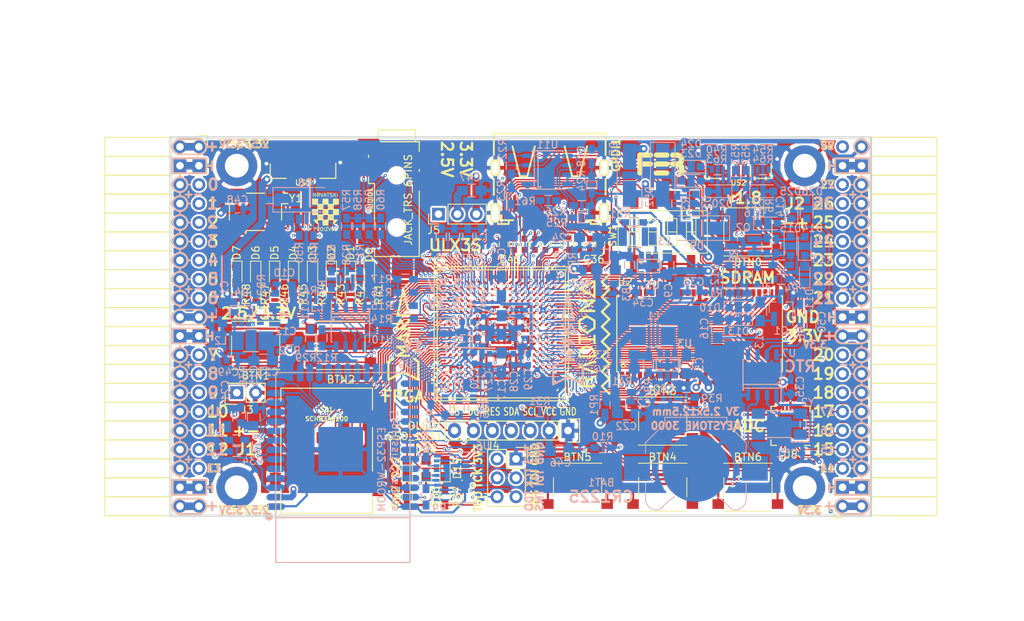
<source format=kicad_pcb>
(kicad_pcb (version 20171130) (host pcbnew 5.0.0-rc2-dev-unknown+dfsg1+20180318-2)
  (layers (0 F.Cu signal) (1 In1.Cu signal) (2 In2.Cu signal) (31 B.Cu signal) (34 B.Paste user) (35 F.Paste user) (36 B.SilkS user) (37 F.SilkS user) (38 B.Mask user) (39 F.Mask user) (44 Edge.Cuts user))
  (net 0 "")
  (net 1 GND)
  (net 2 +5V)
  (net 3 /gpio/IN5V)
  (net 4 /gpio/OUT5V)
  (net 5 +3V3)
  (net 6 BTN_D)
  (net 7 BTN_F1)
  (net 8 BTN_F2)
  (net 9 BTN_L)
  (net 10 BTN_R)
  (net 11 BTN_U)
  (net 12 /power/FB1)
  (net 13 +2V5)
  (net 14 /power/PWREN)
  (net 15 /power/FB3)
  (net 16 /power/FB2)
  (net 17 "Net-(D9-Pad1)")
  (net 18 /power/VBAT)
  (net 19 JTAG_TDI)
  (net 20 JTAG_TCK)
  (net 21 JTAG_TMS)
  (net 22 JTAG_TDO)
  (net 23 /power/WAKEUPn)
  (net 24 /power/WKUP)
  (net 25 /power/SHUT)
  (net 26 /power/WAKE)
  (net 27 /power/HOLD)
  (net 28 /power/WKn)
  (net 29 /power/OSCI_32k)
  (net 30 /power/OSCO_32k)
  (net 31 "Net-(Q2-Pad3)")
  (net 32 SHUTDOWN)
  (net 33 /analog/AUDIO_L)
  (net 34 /analog/AUDIO_R)
  (net 35 GPDI_SDA)
  (net 36 GPDI_SCL)
  (net 37 /gpdi/VREF2)
  (net 38 SD_CMD)
  (net 39 SD_CLK)
  (net 40 SD_D0)
  (net 41 SD_D1)
  (net 42 USB5V)
  (net 43 GPDI_CEC)
  (net 44 nRESET)
  (net 45 FTDI_nDTR)
  (net 46 SDRAM_CKE)
  (net 47 SDRAM_A7)
  (net 48 SDRAM_D15)
  (net 49 SDRAM_BA1)
  (net 50 SDRAM_D7)
  (net 51 SDRAM_A6)
  (net 52 SDRAM_CLK)
  (net 53 SDRAM_D13)
  (net 54 SDRAM_BA0)
  (net 55 SDRAM_D6)
  (net 56 SDRAM_A5)
  (net 57 SDRAM_D14)
  (net 58 SDRAM_A11)
  (net 59 SDRAM_D12)
  (net 60 SDRAM_D5)
  (net 61 SDRAM_A4)
  (net 62 SDRAM_A10)
  (net 63 SDRAM_D11)
  (net 64 SDRAM_A3)
  (net 65 SDRAM_D4)
  (net 66 SDRAM_D10)
  (net 67 SDRAM_D9)
  (net 68 SDRAM_A9)
  (net 69 SDRAM_D3)
  (net 70 SDRAM_D8)
  (net 71 SDRAM_A8)
  (net 72 SDRAM_A2)
  (net 73 SDRAM_A1)
  (net 74 SDRAM_A0)
  (net 75 SDRAM_D2)
  (net 76 SDRAM_D1)
  (net 77 SDRAM_D0)
  (net 78 SDRAM_DQM0)
  (net 79 SDRAM_nCS)
  (net 80 SDRAM_nRAS)
  (net 81 SDRAM_DQM1)
  (net 82 SDRAM_nCAS)
  (net 83 SDRAM_nWE)
  (net 84 /flash/FLASH_nWP)
  (net 85 /flash/FLASH_nHOLD)
  (net 86 /flash/FLASH_MOSI)
  (net 87 /flash/FLASH_MISO)
  (net 88 /flash/FLASH_SCK)
  (net 89 /flash/FLASH_nCS)
  (net 90 /flash/FPGA_PROGRAMN)
  (net 91 /flash/FPGA_DONE)
  (net 92 /flash/FPGA_INITN)
  (net 93 OLED_RES)
  (net 94 OLED_DC)
  (net 95 OLED_CS)
  (net 96 WIFI_EN)
  (net 97 FTDI_nRTS)
  (net 98 FTDI_TXD)
  (net 99 FTDI_RXD)
  (net 100 WIFI_RXD)
  (net 101 WIFI_GPIO0)
  (net 102 WIFI_TXD)
  (net 103 USB_FTDI_D+)
  (net 104 USB_FTDI_D-)
  (net 105 SD_D3)
  (net 106 AUDIO_L3)
  (net 107 AUDIO_L2)
  (net 108 AUDIO_L1)
  (net 109 AUDIO_L0)
  (net 110 AUDIO_R3)
  (net 111 AUDIO_R2)
  (net 112 AUDIO_R1)
  (net 113 AUDIO_R0)
  (net 114 OLED_CLK)
  (net 115 OLED_MOSI)
  (net 116 LED0)
  (net 117 LED1)
  (net 118 LED2)
  (net 119 LED3)
  (net 120 LED4)
  (net 121 LED5)
  (net 122 LED6)
  (net 123 LED7)
  (net 124 BTN_PWRn)
  (net 125 FTDI_nTXLED)
  (net 126 FTDI_nSLEEP)
  (net 127 /blinkey/LED_PWREN)
  (net 128 /blinkey/LED_TXLED)
  (net 129 /sdcard/SD3V3)
  (net 130 SD_D2)
  (net 131 CLK_25MHz)
  (net 132 /blinkey/BTNPUL)
  (net 133 /blinkey/BTNPUR)
  (net 134 USB_FPGA_D+)
  (net 135 /power/FTDI_nSUSPEND)
  (net 136 /blinkey/ALED0)
  (net 137 /blinkey/ALED1)
  (net 138 /blinkey/ALED2)
  (net 139 /blinkey/ALED3)
  (net 140 /blinkey/ALED4)
  (net 141 /blinkey/ALED5)
  (net 142 /blinkey/ALED6)
  (net 143 /blinkey/ALED7)
  (net 144 /usb/FTD-)
  (net 145 /usb/FTD+)
  (net 146 ADC_MISO)
  (net 147 ADC_MOSI)
  (net 148 ADC_CSn)
  (net 149 ADC_SCLK)
  (net 150 SW3)
  (net 151 SW2)
  (net 152 SW1)
  (net 153 USB_FPGA_D-)
  (net 154 /usb/FPD+)
  (net 155 /usb/FPD-)
  (net 156 WIFI_GPIO16)
  (net 157 /usb/ANT_433MHz)
  (net 158 /power/PWRBTn)
  (net 159 PROG_DONE)
  (net 160 /power/P3V3)
  (net 161 /power/P2V5)
  (net 162 /power/L1)
  (net 163 /power/L3)
  (net 164 /power/L2)
  (net 165 FTDI_TXDEN)
  (net 166 SDRAM_A12)
  (net 167 /analog/AUDIO_V)
  (net 168 AUDIO_V3)
  (net 169 AUDIO_V2)
  (net 170 AUDIO_V1)
  (net 171 AUDIO_V0)
  (net 172 /blinkey/LED_WIFI)
  (net 173 /power/P1V1)
  (net 174 +1V1)
  (net 175 SW4)
  (net 176 /blinkey/SWPU)
  (net 177 /wifi/WIFIEN)
  (net 178 FT2V5)
  (net 179 GN0)
  (net 180 GP0)
  (net 181 GN1)
  (net 182 GP1)
  (net 183 GN2)
  (net 184 GP2)
  (net 185 GN3)
  (net 186 GP3)
  (net 187 GN4)
  (net 188 GP4)
  (net 189 GN5)
  (net 190 GP5)
  (net 191 GN6)
  (net 192 GP6)
  (net 193 GN14)
  (net 194 GP14)
  (net 195 GN15)
  (net 196 GP15)
  (net 197 GN16)
  (net 198 GP16)
  (net 199 GN17)
  (net 200 GP17)
  (net 201 GN18)
  (net 202 GP18)
  (net 203 GN19)
  (net 204 GP19)
  (net 205 GN20)
  (net 206 GP20)
  (net 207 GN21)
  (net 208 GP21)
  (net 209 GN22)
  (net 210 GP22)
  (net 211 GN23)
  (net 212 GP23)
  (net 213 GN24)
  (net 214 GP24)
  (net 215 GN25)
  (net 216 GP25)
  (net 217 GN26)
  (net 218 GP26)
  (net 219 GN27)
  (net 220 GP27)
  (net 221 GN7)
  (net 222 GP7)
  (net 223 GN8)
  (net 224 GP8)
  (net 225 GN9)
  (net 226 GP9)
  (net 227 GN10)
  (net 228 GP10)
  (net 229 GN11)
  (net 230 GP11)
  (net 231 GN12)
  (net 232 GP12)
  (net 233 GN13)
  (net 234 GP13)
  (net 235 WIFI_GPIO5)
  (net 236 WIFI_GPIO17)
  (net 237 USB_FPGA_PULL_D+)
  (net 238 USB_FPGA_PULL_D-)
  (net 239 "Net-(D23-Pad2)")
  (net 240 "Net-(D24-Pad1)")
  (net 241 "Net-(D25-Pad2)")
  (net 242 "Net-(D26-Pad1)")
  (net 243 /gpdi/GPDI_ETH+)
  (net 244 FPDI_ETH+)
  (net 245 /gpdi/GPDI_ETH-)
  (net 246 FPDI_ETH-)
  (net 247 /gpdi/GPDI_D2-)
  (net 248 FPDI_D2-)
  (net 249 /gpdi/GPDI_D1-)
  (net 250 FPDI_D1-)
  (net 251 /gpdi/GPDI_D0-)
  (net 252 FPDI_D0-)
  (net 253 /gpdi/GPDI_CLK-)
  (net 254 FPDI_CLK-)
  (net 255 /gpdi/GPDI_D2+)
  (net 256 FPDI_D2+)
  (net 257 /gpdi/GPDI_D1+)
  (net 258 FPDI_D1+)
  (net 259 /gpdi/GPDI_D0+)
  (net 260 FPDI_D0+)
  (net 261 /gpdi/GPDI_CLK+)
  (net 262 FPDI_CLK+)
  (net 263 FPDI_SDA)
  (net 264 FPDI_SCL)
  (net 265 /gpdi/FPDI_CEC)
  (net 266 2V5_3V3)
  (module Pin_Headers:Pin_Header_Straight_1x03_Pitch2.54mm (layer F.Cu) (at 130.056 71.725 90)
    (fp_text reference J5 (at -2.159 -0.635 180) (layer F.SilkS))
    (fp_text value VJ1)
    (pad 1 thru_hole rect (at 0 0 90) (size 1.7 1.7) (drill 1) (layers *.Cu *.Mask) (net 13 +2V5))
    (pad 2 thru_hole oval (at 0 2.54 90) (size 1.7 1.7) (drill 1) (layers *.Cu *.Mask) (net 266 2V5_3V3))
    (pad 3 thru_hole oval (at 0 5.08 90) (size 1.7 1.7) (drill 1) (layers *.Cu *.Mask) (net 5 +3V3))
  )
  (module Resistors_SMD:R_0603_HandSoldering (layer B.Cu) (at 169.919 66.965 90)
    (fp_text reference R53 (at 3.259 0 270) (layer B.SilkS) (effects (justify mirror)))
    (fp_text value 27)
    (pad 1 smd rect (at -1.1 0 90) (size 1.2 0.9) (layers B.Cu B.Paste B.Mask) (net 134 USB_FPGA_D+))
    (pad 2 smd rect (at 1.1 0 90) (size 1.2 0.9) (layers B.Cu B.Paste B.Mask) (net 154 /usb/FPD+))
  )
  (module Socket_Strips:Socket_Strip_Angled_2x20 (layer F.Cu) (at 97.91 62.69 270)
    (fp_text reference J1 (at 40.64 -6.35) (layer F.SilkS) (effects (font (size 1.5 1.5) (thickness 0.3))))
    (fp_text value CONN_02X20 hide)
    (pad 1 thru_hole oval (at 0 0 270) (size 1.7272 1.7272) (drill 1.016) (layers *.Cu *.Mask) (net 266 2V5_3V3))
    (pad 2 thru_hole oval (at 0 2.54 270) (size 1.7272 1.7272) (drill 1.016) (layers *.Cu *.Mask) (net 266 2V5_3V3))
    (pad 3 thru_hole rect (at 2.54 0 270) (size 1.7272 1.7272) (drill 1.016) (layers *.Cu *.Mask) (net 1 GND))
    (pad 4 thru_hole rect (at 2.54 2.54 270) (size 1.7272 1.7272) (drill 1.016) (layers *.Cu *.Mask) (net 1 GND))
    (pad 5 thru_hole oval (at 5.08 0 270) (size 1.7272 1.7272) (drill 1.016) (layers *.Cu *.Mask) (net 179 GN0))
    (pad 6 thru_hole oval (at 5.08 2.54 270) (size 1.7272 1.7272) (drill 1.016) (layers *.Cu *.Mask) (net 180 GP0))
    (pad 7 thru_hole oval (at 7.62 0 270) (size 1.7272 1.7272) (drill 1.016) (layers *.Cu *.Mask) (net 181 GN1))
    (pad 8 thru_hole oval (at 7.62 2.54 270) (size 1.7272 1.7272) (drill 1.016) (layers *.Cu *.Mask) (net 182 GP1))
    (pad 9 thru_hole oval (at 10.16 0 270) (size 1.7272 1.7272) (drill 1.016) (layers *.Cu *.Mask) (net 183 GN2))
    (pad 10 thru_hole oval (at 10.16 2.54 270) (size 1.7272 1.7272) (drill 1.016) (layers *.Cu *.Mask) (net 184 GP2))
    (pad 11 thru_hole oval (at 12.7 0 270) (size 1.7272 1.7272) (drill 1.016) (layers *.Cu *.Mask) (net 185 GN3))
    (pad 12 thru_hole oval (at 12.7 2.54 270) (size 1.7272 1.7272) (drill 1.016) (layers *.Cu *.Mask) (net 186 GP3))
    (pad 13 thru_hole oval (at 15.24 0 270) (size 1.7272 1.7272) (drill 1.016) (layers *.Cu *.Mask) (net 187 GN4))
    (pad 14 thru_hole oval (at 15.24 2.54 270) (size 1.7272 1.7272) (drill 1.016) (layers *.Cu *.Mask) (net 188 GP4))
    (pad 15 thru_hole oval (at 17.78 0 270) (size 1.7272 1.7272) (drill 1.016) (layers *.Cu *.Mask) (net 189 GN5))
    (pad 16 thru_hole oval (at 17.78 2.54 270) (size 1.7272 1.7272) (drill 1.016) (layers *.Cu *.Mask) (net 190 GP5))
    (pad 17 thru_hole oval (at 20.32 0 270) (size 1.7272 1.7272) (drill 1.016) (layers *.Cu *.Mask) (net 191 GN6))
    (pad 18 thru_hole oval (at 20.32 2.54 270) (size 1.7272 1.7272) (drill 1.016) (layers *.Cu *.Mask) (net 192 GP6))
    (pad 19 thru_hole oval (at 22.86 0 270) (size 1.7272 1.7272) (drill 1.016) (layers *.Cu *.Mask) (net 266 2V5_3V3))
    (pad 20 thru_hole oval (at 22.86 2.54 270) (size 1.7272 1.7272) (drill 1.016) (layers *.Cu *.Mask) (net 266 2V5_3V3))
    (pad 21 thru_hole rect (at 25.4 0 270) (size 1.7272 1.7272) (drill 1.016) (layers *.Cu *.Mask) (net 1 GND))
    (pad 22 thru_hole rect (at 25.4 2.54 270) (size 1.7272 1.7272) (drill 1.016) (layers *.Cu *.Mask) (net 1 GND))
    (pad 23 thru_hole oval (at 27.94 0 270) (size 1.7272 1.7272) (drill 1.016) (layers *.Cu *.Mask) (net 221 GN7))
    (pad 24 thru_hole oval (at 27.94 2.54 270) (size 1.7272 1.7272) (drill 1.016) (layers *.Cu *.Mask) (net 222 GP7))
    (pad 25 thru_hole oval (at 30.48 0 270) (size 1.7272 1.7272) (drill 1.016) (layers *.Cu *.Mask) (net 223 GN8))
    (pad 26 thru_hole oval (at 30.48 2.54 270) (size 1.7272 1.7272) (drill 1.016) (layers *.Cu *.Mask) (net 224 GP8))
    (pad 27 thru_hole oval (at 33.02 0 270) (size 1.7272 1.7272) (drill 1.016) (layers *.Cu *.Mask) (net 225 GN9))
    (pad 28 thru_hole oval (at 33.02 2.54 270) (size 1.7272 1.7272) (drill 1.016) (layers *.Cu *.Mask) (net 226 GP9))
    (pad 29 thru_hole oval (at 35.56 0 270) (size 1.7272 1.7272) (drill 1.016) (layers *.Cu *.Mask) (net 227 GN10))
    (pad 30 thru_hole oval (at 35.56 2.54 270) (size 1.7272 1.7272) (drill 1.016) (layers *.Cu *.Mask) (net 228 GP10))
    (pad 31 thru_hole oval (at 38.1 0 270) (size 1.7272 1.7272) (drill 1.016) (layers *.Cu *.Mask) (net 229 GN11))
    (pad 32 thru_hole oval (at 38.1 2.54 270) (size 1.7272 1.7272) (drill 1.016) (layers *.Cu *.Mask) (net 230 GP11))
    (pad 33 thru_hole oval (at 40.64 0 270) (size 1.7272 1.7272) (drill 1.016) (layers *.Cu *.Mask) (net 231 GN12))
    (pad 34 thru_hole oval (at 40.64 2.54 270) (size 1.7272 1.7272) (drill 1.016) (layers *.Cu *.Mask) (net 232 GP12))
    (pad 35 thru_hole oval (at 43.18 0 270) (size 1.7272 1.7272) (drill 1.016) (layers *.Cu *.Mask) (net 233 GN13))
    (pad 36 thru_hole oval (at 43.18 2.54 270) (size 1.7272 1.7272) (drill 1.016) (layers *.Cu *.Mask) (net 234 GP13))
    (pad 37 thru_hole rect (at 45.72 0 270) (size 1.7272 1.7272) (drill 1.016) (layers *.Cu *.Mask) (net 1 GND))
    (pad 38 thru_hole rect (at 45.72 2.54 270) (size 1.7272 1.7272) (drill 1.016) (layers *.Cu *.Mask) (net 1 GND))
    (pad 39 thru_hole oval (at 48.26 0 270) (size 1.7272 1.7272) (drill 1.016) (layers *.Cu *.Mask) (net 266 2V5_3V3))
    (pad 40 thru_hole oval (at 48.26 2.54 270) (size 1.7272 1.7272) (drill 1.016) (layers *.Cu *.Mask) (net 266 2V5_3V3))
  )
  (module SMD_Packages:1Pin (layer F.Cu) (at 182.67515 111.637626)
    (fp_text reference AE1 hide)
    (fp_text value 433MHz hide)
    (pad 1 smd rect (at 0 0) (size 0.5 0.5) (layers B.Cu F.Paste F.Mask) (net 157 /usb/ANT_433MHz))
  )
  (module Resistors_SMD:R_0603_HandSoldering (layer B.Cu) (at 103.498 98.758 90)
    (fp_text reference R38 (at 5.334 0.396 90) (layer B.SilkS) (effects (justify mirror)))
    (fp_text value 0.47)
    (pad 1 smd rect (at -1.1 0 90) (size 1.2 0.9) (layers B.Cu B.Paste B.Mask) (net 129 /sdcard/SD3V3))
    (pad 2 smd rect (at 1.1 0 90) (size 1.2 0.9) (layers B.Cu B.Paste B.Mask) (net 5 +3V3))
  )
  (module Diodes_SMD:D_SMA_Handsoldering (layer B.Cu) (at 155.695 66.5 90)
    (fp_text reference D51 (at 3.048 -2.159 90) (layer B.SilkS) (effects (justify mirror)))
    (fp_text value STPS2L30AF hide)
    (pad 1 smd rect (at -2.5 0 90) (size 3.5 1.8) (layers B.Cu B.Paste B.Mask) (net 2 +5V))
    (pad 2 smd rect (at 2.5 0 90) (size 3.5 1.8) (layers B.Cu B.Paste B.Mask) (net 3 /gpio/IN5V))
  )
  (module Resistors_SMD:R_0603_HandSoldering (layer B.Cu) (at 156.33 72.85 180)
    (fp_text reference R51 (at 1.905 1.143 180) (layer B.SilkS) (effects (justify mirror)))
    (fp_text value 150)
    (pad 1 smd rect (at -1.1 0 180) (size 1.2 0.9) (layers B.Cu B.Paste B.Mask) (net 5 +3V3))
    (pad 2 smd rect (at 1.1 0 180) (size 1.2 0.9) (layers B.Cu B.Paste B.Mask) (net 176 /blinkey/SWPU))
  )
  (module Resistors_SMD:R_1210_HandSoldering (layer B.Cu) (at 158.87 88.09 180)
    (fp_text reference L1 (at 0 2.7 180) (layer B.SilkS) (effects (justify mirror)))
    (fp_text value 2.2uH)
    (pad 1 smd rect (at -2 0 180) (size 2 2.5) (layers B.Cu B.Paste B.Mask) (net 162 /power/L1))
    (pad 2 smd rect (at 2 0 180) (size 2 2.5) (layers B.Cu B.Paste B.Mask) (net 173 /power/P1V1))
  )
  (module TSOT-25:TSOT-25 (layer B.Cu) (at 160.775 91.9)
    (fp_text reference U3 (at 2.301 -2.776) (layer B.SilkS) (effects (font (thickness 0.2)) (justify mirror)))
    (fp_text value TLV62569DBV)
    (pad 1 smd rect (at -0.95 -1.3) (size 0.7 1.2) (layers B.Cu B.Paste B.Mask) (net 14 /power/PWREN))
    (pad 2 smd rect (at 0 -1.3) (size 0.7 1.2) (layers B.Cu B.Paste B.Mask) (net 1 GND))
    (pad 3 smd rect (at 0.95 -1.3) (size 0.7 1.2) (layers B.Cu B.Paste B.Mask) (net 162 /power/L1))
    (pad 4 smd rect (at 0.95 1.3) (size 0.7 1.2) (layers B.Cu B.Paste B.Mask) (net 2 +5V))
    (pad 5 smd rect (at -0.95 1.3) (size 0.7 1.2) (layers B.Cu B.Paste B.Mask) (net 12 /power/FB1))
  )
  (module Resistors_SMD:R_1210_HandSoldering (layer B.Cu) (at 104.895 88.725)
    (fp_text reference L2 (at -4.064 0) (layer B.SilkS) (effects (justify mirror)))
    (fp_text value 2.2uH)
    (pad 1 smd rect (at -2 0) (size 2 2.5) (layers B.Cu B.Paste B.Mask) (net 164 /power/L2))
    (pad 2 smd rect (at 2 0) (size 2 2.5) (layers B.Cu B.Paste B.Mask) (net 161 /power/P2V5))
  )
  (module TSOT-25:TSOT-25 (layer B.Cu) (at 103.625 84.915 180)
    (fp_text reference U4 (at 0 2.697 180) (layer B.SilkS) (effects (font (thickness 0.2)) (justify mirror)))
    (fp_text value TLV62569DBV)
    (pad 1 smd rect (at -0.95 -1.3 180) (size 0.7 1.2) (layers B.Cu B.Paste B.Mask) (net 14 /power/PWREN))
    (pad 2 smd rect (at 0 -1.3 180) (size 0.7 1.2) (layers B.Cu B.Paste B.Mask) (net 1 GND))
    (pad 3 smd rect (at 0.95 -1.3 180) (size 0.7 1.2) (layers B.Cu B.Paste B.Mask) (net 164 /power/L2))
    (pad 4 smd rect (at 0.95 1.3 180) (size 0.7 1.2) (layers B.Cu B.Paste B.Mask) (net 2 +5V))
    (pad 5 smd rect (at -0.95 1.3 180) (size 0.7 1.2) (layers B.Cu B.Paste B.Mask) (net 16 /power/FB2))
  )
  (module Resistors_SMD:R_1210_HandSoldering (layer B.Cu) (at 156.33 74.755 180)
    (fp_text reference L3 (at -4.064 -0.635 180) (layer B.SilkS) (effects (justify mirror)))
    (fp_text value 2.2uH)
    (pad 1 smd rect (at -2 0 180) (size 2 2.5) (layers B.Cu B.Paste B.Mask) (net 163 /power/L3))
    (pad 2 smd rect (at 2 0 180) (size 2 2.5) (layers B.Cu B.Paste B.Mask) (net 160 /power/P3V3))
  )
  (module TSOT-25:TSOT-25 (layer B.Cu) (at 158.235 78.692)
    (fp_text reference U5 (at 0.523 2.558) (layer B.SilkS) (effects (font (thickness 0.2)) (justify mirror)))
    (fp_text value TLV62569DBV)
    (pad 1 smd rect (at -0.95 -1.3) (size 0.7 1.2) (layers B.Cu B.Paste B.Mask) (net 14 /power/PWREN))
    (pad 2 smd rect (at 0 -1.3) (size 0.7 1.2) (layers B.Cu B.Paste B.Mask) (net 1 GND))
    (pad 3 smd rect (at 0.95 -1.3) (size 0.7 1.2) (layers B.Cu B.Paste B.Mask) (net 163 /power/L3))
    (pad 4 smd rect (at 0.95 1.3) (size 0.7 1.2) (layers B.Cu B.Paste B.Mask) (net 2 +5V))
    (pad 5 smd rect (at -0.95 1.3) (size 0.7 1.2) (layers B.Cu B.Paste B.Mask) (net 15 /power/FB3))
  )
  (module Capacitors_SMD:C_0805_HandSoldering (layer B.Cu) (at 101.085 84.915 270)
    (fp_text reference C1 (at -3.302 -0.254 270) (layer B.SilkS) (effects (justify mirror)))
    (fp_text value 22uF)
    (pad 1 smd rect (at -1.25 0 270) (size 1.5 1.25) (layers B.Cu B.Paste B.Mask) (net 2 +5V))
    (pad 2 smd rect (at 1.25 0 270) (size 1.5 1.25) (layers B.Cu B.Paste B.Mask) (net 1 GND))
  )
  (module Capacitors_SMD:C_0805_HandSoldering (layer B.Cu) (at 155.06 90.63)
    (fp_text reference C3 (at -3.048 0) (layer B.SilkS) (effects (justify mirror)))
    (fp_text value 22uF)
    (pad 1 smd rect (at -1.25 0) (size 1.5 1.25) (layers B.Cu B.Paste B.Mask) (net 173 /power/P1V1))
    (pad 2 smd rect (at 1.25 0) (size 1.5 1.25) (layers B.Cu B.Paste B.Mask) (net 1 GND))
  )
  (module Capacitors_SMD:C_0805_HandSoldering (layer B.Cu) (at 155.06 92.535)
    (fp_text reference C4 (at -3.048 0.127) (layer B.SilkS) (effects (justify mirror)))
    (fp_text value 22uF)
    (pad 1 smd rect (at -1.25 0) (size 1.5 1.25) (layers B.Cu B.Paste B.Mask) (net 173 /power/P1V1))
    (pad 2 smd rect (at 1.25 0) (size 1.5 1.25) (layers B.Cu B.Paste B.Mask) (net 1 GND))
  )
  (module Capacitors_SMD:C_0805_HandSoldering (layer B.Cu) (at 163.315 91.9 90)
    (fp_text reference C5 (at 0 1.765 90) (layer B.SilkS) (effects (justify mirror)))
    (fp_text value 22uF)
    (pad 1 smd rect (at -1.25 0 90) (size 1.5 1.25) (layers B.Cu B.Paste B.Mask) (net 2 +5V))
    (pad 2 smd rect (at 1.25 0 90) (size 1.5 1.25) (layers B.Cu B.Paste B.Mask) (net 1 GND))
  )
  (module Capacitors_SMD:C_0805_HandSoldering (layer B.Cu) (at 152.52 79.2)
    (fp_text reference C7 (at -6.096 0) (layer B.SilkS) (effects (justify mirror)))
    (fp_text value 22uF)
    (pad 1 smd rect (at -1.25 0) (size 1.5 1.25) (layers B.Cu B.Paste B.Mask) (net 160 /power/P3V3))
    (pad 2 smd rect (at 1.25 0) (size 1.5 1.25) (layers B.Cu B.Paste B.Mask) (net 1 GND))
  )
  (module Capacitors_SMD:C_0805_HandSoldering (layer B.Cu) (at 152.52 77.295)
    (fp_text reference C8 (at -6.096 0) (layer B.SilkS) (effects (justify mirror)))
    (fp_text value 22uF)
    (pad 1 smd rect (at -1.25 0) (size 1.5 1.25) (layers B.Cu B.Paste B.Mask) (net 160 /power/P3V3))
    (pad 2 smd rect (at 1.25 0) (size 1.5 1.25) (layers B.Cu B.Paste B.Mask) (net 1 GND))
  )
  (module Capacitors_SMD:C_0805_HandSoldering (layer B.Cu) (at 160.775 78.565 90)
    (fp_text reference C9 (at -3.429 0.127 90) (layer B.SilkS) (effects (justify mirror)))
    (fp_text value 22uF)
    (pad 1 smd rect (at -1.25 0 90) (size 1.5 1.25) (layers B.Cu B.Paste B.Mask) (net 2 +5V))
    (pad 2 smd rect (at 1.25 0 90) (size 1.5 1.25) (layers B.Cu B.Paste B.Mask) (net 1 GND))
  )
  (module Capacitors_SMD:C_0805_HandSoldering (layer B.Cu) (at 109.34 84.28 180)
    (fp_text reference C11 (at -2.794 -0.254 270) (layer B.SilkS) (effects (justify mirror)))
    (fp_text value 22uF)
    (pad 1 smd rect (at -1.25 0 180) (size 1.5 1.25) (layers B.Cu B.Paste B.Mask) (net 161 /power/P2V5))
    (pad 2 smd rect (at 1.25 0 180) (size 1.5 1.25) (layers B.Cu B.Paste B.Mask) (net 1 GND))
  )
  (module Capacitors_SMD:C_0805_HandSoldering (layer B.Cu) (at 109.34 86.185 180)
    (fp_text reference C12 (at -0.254 -1.27) (layer B.SilkS) (effects (justify mirror)))
    (fp_text value 22uF)
    (pad 1 smd rect (at -1.25 0 180) (size 1.5 1.25) (layers B.Cu B.Paste B.Mask) (net 161 /power/P2V5))
    (pad 2 smd rect (at 1.25 0 180) (size 1.5 1.25) (layers B.Cu B.Paste B.Mask) (net 1 GND))
  )
  (module Capacitors_SMD:C_0805_HandSoldering (layer B.Cu) (at 173.221 84.788 90)
    (fp_text reference C13 (at -3.556 -0.112 90) (layer B.SilkS) (effects (justify mirror)))
    (fp_text value 2.2uF)
    (pad 1 smd rect (at -1.25 0 90) (size 1.5 1.25) (layers B.Cu B.Paste B.Mask) (net 2 +5V))
    (pad 2 smd rect (at 1.25 0 90) (size 1.5 1.25) (layers B.Cu B.Paste B.Mask) (net 24 /power/WKUP))
  )
  (module TO_SOT_Packages_SMD:SOT-23_Handsoldering (layer B.Cu) (at 176.015 84.28 90)
    (fp_text reference Q1 (at -3.1115 0 180) (layer B.SilkS) (effects (justify mirror)))
    (fp_text value BC857)
    (pad 1 smd rect (at -1.5 0.95 90) (size 1.9 0.8) (layers B.Cu B.Paste B.Mask) (net 28 /power/WKn))
    (pad 2 smd rect (at -1.5 -0.95 90) (size 1.9 0.8) (layers B.Cu B.Paste B.Mask) (net 2 +5V))
    (pad 3 smd rect (at 1.5 0 90) (size 1.9 0.8) (layers B.Cu B.Paste B.Mask) (net 24 /power/WKUP))
  )
  (module TO_SOT_Packages_SMD:SOT-23_Handsoldering (layer B.Cu) (at 170.935 76.025 180)
    (fp_text reference Q2 (at 0 2.5 180) (layer B.SilkS) (effects (justify mirror)))
    (fp_text value 2N7002)
    (pad 1 smd rect (at -1.5 0.95 180) (size 1.9 0.8) (layers B.Cu B.Paste B.Mask) (net 25 /power/SHUT))
    (pad 2 smd rect (at -1.5 -0.95 180) (size 1.9 0.8) (layers B.Cu B.Paste B.Mask) (net 1 GND))
    (pad 3 smd rect (at 1.5 0 180) (size 1.9 0.8) (layers B.Cu B.Paste B.Mask) (net 31 "Net-(Q2-Pad3)"))
  )
  (module Capacitors_SMD:C_0603_HandSoldering (layer B.Cu) (at 154.86 96.91)
    (fp_text reference C2 (at 2.74 0.197) (layer B.SilkS) (effects (justify mirror)))
    (fp_text value 470pF)
    (pad 1 smd rect (at -0.95 0) (size 1.2 0.75) (layers B.Cu B.Paste B.Mask) (net 173 /power/P1V1))
    (pad 2 smd rect (at 0.95 0) (size 1.2 0.75) (layers B.Cu B.Paste B.Mask) (net 12 /power/FB1))
  )
  (module Capacitors_SMD:C_0603_HandSoldering (layer B.Cu) (at 152.52 82.375)
    (fp_text reference C6 (at -2.794 0.127) (layer B.SilkS) (effects (justify mirror)))
    (fp_text value 470pF)
    (pad 1 smd rect (at -0.95 0) (size 1.2 0.75) (layers B.Cu B.Paste B.Mask) (net 160 /power/P3V3))
    (pad 2 smd rect (at 0.95 0) (size 1.2 0.75) (layers B.Cu B.Paste B.Mask) (net 15 /power/FB3))
  )
  (module Capacitors_SMD:C_0603_HandSoldering (layer B.Cu) (at 109.34 81.105 180)
    (fp_text reference C10 (at -0.04 1.505 180) (layer B.SilkS) (effects (justify mirror)))
    (fp_text value 470pF)
    (pad 1 smd rect (at -0.95 0 180) (size 1.2 0.75) (layers B.Cu B.Paste B.Mask) (net 161 /power/P2V5))
    (pad 2 smd rect (at 0.95 0 180) (size 1.2 0.75) (layers B.Cu B.Paste B.Mask) (net 16 /power/FB2))
  )
  (module Capacitors_SMD:C_0603_HandSoldering (layer B.Cu) (at 175.38 76.025 270)
    (fp_text reference C14 (at -5.334 -0.508 270) (layer B.SilkS) (effects (justify mirror)))
    (fp_text value 100nF)
    (pad 1 smd rect (at -0.95 0 270) (size 1.2 0.75) (layers B.Cu B.Paste B.Mask) (net 25 /power/SHUT))
    (pad 2 smd rect (at 0.95 0 270) (size 1.2 0.75) (layers B.Cu B.Paste B.Mask) (net 1 GND))
  )
  (module Resistors_SMD:R_0603_HandSoldering (layer B.Cu) (at 170.3 82.375)
    (fp_text reference R1 (at -3.048 0) (layer B.SilkS) (effects (justify mirror)))
    (fp_text value 15k)
    (pad 1 smd rect (at -1.1 0) (size 1.2 0.9) (layers B.Cu B.Paste B.Mask) (net 26 /power/WAKE))
    (pad 2 smd rect (at 1.1 0) (size 1.2 0.9) (layers B.Cu B.Paste B.Mask) (net 14 /power/PWREN))
  )
  (module Resistors_SMD:R_0603_HandSoldering (layer B.Cu) (at 172.84 79.835 90)
    (fp_text reference R2 (at -1.905 1.27 90) (layer B.SilkS) (effects (justify mirror)))
    (fp_text value 47k)
    (pad 1 smd rect (at -1.1 0 90) (size 1.2 0.9) (layers B.Cu B.Paste B.Mask) (net 14 /power/PWREN))
    (pad 2 smd rect (at 1.1 0 90) (size 1.2 0.9) (layers B.Cu B.Paste B.Mask) (net 1 GND))
  )
  (module Resistors_SMD:R_0603_HandSoldering (layer B.Cu) (at 176.015 80.47 180)
    (fp_text reference R4 (at -1.397 -1.27) (layer B.SilkS) (effects (justify mirror)))
    (fp_text value 4.7k)
    (pad 1 smd rect (at -1.1 0 180) (size 1.2 0.9) (layers B.Cu B.Paste B.Mask) (net 27 /power/HOLD))
    (pad 2 smd rect (at 1.1 0 180) (size 1.2 0.9) (layers B.Cu B.Paste B.Mask) (net 14 /power/PWREN))
  )
  (module Resistors_SMD:R_0603_HandSoldering (layer B.Cu) (at 174.11 76.025 270)
    (fp_text reference R5 (at -5.461 -0.381 270) (layer B.SilkS) (effects (justify mirror)))
    (fp_text value 4.7M)
    (pad 1 smd rect (at -1.1 0 270) (size 1.2 0.9) (layers B.Cu B.Paste B.Mask) (net 25 /power/SHUT))
    (pad 2 smd rect (at 1.1 0 270) (size 1.2 0.9) (layers B.Cu B.Paste B.Mask) (net 1 GND))
  )
  (module Resistors_SMD:R_0603_HandSoldering (layer B.Cu) (at 178.555 84.915 270)
    (fp_text reference R6 (at 2.812 -0.142 270) (layer B.SilkS) (effects (justify mirror)))
    (fp_text value 1k)
    (pad 1 smd rect (at -1.1 0 270) (size 1.2 0.9) (layers B.Cu B.Paste B.Mask) (net 28 /power/WKn))
    (pad 2 smd rect (at 1.1 0 270) (size 1.2 0.9) (layers B.Cu B.Paste B.Mask) (net 23 /power/WAKEUPn))
  )
  (module Resistors_SMD:R_0603_HandSoldering (layer B.Cu) (at 113.785 84.28 270)
    (fp_text reference R7 (at -2.794 -0.635 270) (layer B.SilkS) (effects (justify mirror)))
    (fp_text value 150)
    (pad 1 smd rect (at -1.1 0 270) (size 1.2 0.9) (layers B.Cu B.Paste B.Mask) (net 5 +3V3))
    (pad 2 smd rect (at 1.1 0 270) (size 1.2 0.9) (layers B.Cu B.Paste B.Mask) (net 132 /blinkey/BTNPUL))
  )
  (module Resistors_SMD:R_0603_HandSoldering (layer B.Cu) (at 170.935 79.835 90)
    (fp_text reference R8 (at 2.54 -1.27 90) (layer B.SilkS) (effects (justify mirror)))
    (fp_text value 1k)
    (pad 1 smd rect (at -1.1 0 90) (size 1.2 0.9) (layers B.Cu B.Paste B.Mask) (net 14 /power/PWREN))
    (pad 2 smd rect (at 1.1 0 90) (size 1.2 0.9) (layers B.Cu B.Paste B.Mask) (net 31 "Net-(Q2-Pad3)"))
  )
  (module Resistors_SMD:R_0603_HandSoldering (layer B.Cu) (at 128.39 109.68 270)
    (fp_text reference R9 (at 1.524 -1.778) (layer B.SilkS) (effects (justify mirror)))
    (fp_text value 15k)
    (pad 1 smd rect (at -1.1 0 270) (size 1.2 0.9) (layers B.Cu B.Paste B.Mask) (net 44 nRESET))
    (pad 2 smd rect (at 1.1 0 270) (size 1.2 0.9) (layers B.Cu B.Paste B.Mask) (net 178 FT2V5))
  )
  (module Resistors_SMD:R_0603_HandSoldering (layer B.Cu) (at 152.139 103.076 180)
    (fp_text reference R10 (at 0.059 1.476 180) (layer B.SilkS) (effects (justify mirror)))
    (fp_text value 150)
    (pad 1 smd rect (at -1.1 0 180) (size 1.2 0.9) (layers B.Cu B.Paste B.Mask) (net 135 /power/FTDI_nSUSPEND))
    (pad 2 smd rect (at 1.1 0 180) (size 1.2 0.9) (layers B.Cu B.Paste B.Mask) (net 126 FTDI_nSLEEP))
  )
  (module Resistors_SMD:R_0603_HandSoldering (layer B.Cu) (at 176.015 78.565 180)
    (fp_text reference R13 (at -5.588 0.762 180) (layer B.SilkS) (effects (justify mirror)))
    (fp_text value 15k)
    (pad 1 smd rect (at -1.1 0 180) (size 1.2 0.9) (layers B.Cu B.Paste B.Mask) (net 32 SHUTDOWN))
    (pad 2 smd rect (at 1.1 0 180) (size 1.2 0.9) (layers B.Cu B.Paste B.Mask) (net 1 GND))
  )
  (module Resistors_SMD:R_0603_HandSoldering (layer B.Cu) (at 154.86 95.64)
    (fp_text reference RA1 (at -0.181 -1.454) (layer B.SilkS) (effects (justify mirror)))
    (fp_text value 15k)
    (pad 1 smd rect (at -1.1 0) (size 1.2 0.9) (layers B.Cu B.Paste B.Mask) (net 173 /power/P1V1))
    (pad 2 smd rect (at 1.1 0) (size 1.2 0.9) (layers B.Cu B.Paste B.Mask) (net 12 /power/FB1))
  )
  (module Resistors_SMD:R_0603_HandSoldering (layer B.Cu) (at 109.34 82.375 180)
    (fp_text reference RA2 (at -3.048 0.381) (layer B.SilkS) (effects (justify mirror)))
    (fp_text value 15k)
    (pad 1 smd rect (at -1.1 0 180) (size 1.2 0.9) (layers B.Cu B.Paste B.Mask) (net 161 /power/P2V5))
    (pad 2 smd rect (at 1.1 0 180) (size 1.2 0.9) (layers B.Cu B.Paste B.Mask) (net 16 /power/FB2))
  )
  (module Resistors_SMD:R_0603_HandSoldering (layer B.Cu) (at 152.52 81.105)
    (fp_text reference RA3 (at -3.302 -0.127) (layer B.SilkS) (effects (justify mirror)))
    (fp_text value 15k)
    (pad 1 smd rect (at -1.1 0) (size 1.2 0.9) (layers B.Cu B.Paste B.Mask) (net 160 /power/P3V3))
    (pad 2 smd rect (at 1.1 0) (size 1.2 0.9) (layers B.Cu B.Paste B.Mask) (net 15 /power/FB3))
  )
  (module Resistors_SMD:R_0603_HandSoldering (layer B.Cu) (at 158.235 91.9 270)
    (fp_text reference RB1 (at 3.302 0 270) (layer B.SilkS) (effects (justify mirror)))
    (fp_text value 18k)
    (pad 1 smd rect (at -1.1 0 270) (size 1.2 0.9) (layers B.Cu B.Paste B.Mask) (net 1 GND))
    (pad 2 smd rect (at 1.1 0 270) (size 1.2 0.9) (layers B.Cu B.Paste B.Mask) (net 12 /power/FB1))
  )
  (module Resistors_SMD:R_0603_HandSoldering (layer B.Cu) (at 106.165 84.915 90)
    (fp_text reference RB2 (at 3.683 0.127 90) (layer B.SilkS) (effects (justify mirror)))
    (fp_text value 4.7k)
    (pad 1 smd rect (at -1.1 0 90) (size 1.2 0.9) (layers B.Cu B.Paste B.Mask) (net 1 GND))
    (pad 2 smd rect (at 1.1 0 90) (size 1.2 0.9) (layers B.Cu B.Paste B.Mask) (net 16 /power/FB2))
  )
  (module Resistors_SMD:R_0603_HandSoldering (layer B.Cu) (at 155.695 78.565 270)
    (fp_text reference RB3 (at 3.429 0.395 270) (layer B.SilkS) (effects (justify mirror)))
    (fp_text value 3.3k)
    (pad 1 smd rect (at -1.1 0 270) (size 1.2 0.9) (layers B.Cu B.Paste B.Mask) (net 1 GND))
    (pad 2 smd rect (at 1.1 0 270) (size 1.2 0.9) (layers B.Cu B.Paste B.Mask) (net 15 /power/FB3))
  )
  (module Resistors_SMD:R_0603_HandSoldering (layer B.Cu) (at 125.596 85.804 180)
    (fp_text reference R14 (at 3.175 0 180) (layer B.SilkS) (effects (justify mirror)))
    (fp_text value 1.2k)
    (pad 1 smd rect (at -1.1 0 180) (size 1.2 0.9) (layers B.Cu B.Paste B.Mask) (net 109 AUDIO_L0))
    (pad 2 smd rect (at 1.1 0 180) (size 1.2 0.9) (layers B.Cu B.Paste B.Mask) (net 33 /analog/AUDIO_L))
  )
  (module Resistors_SMD:R_0603_HandSoldering (layer B.Cu) (at 125.596 84.026 180)
    (fp_text reference R15 (at 3.175 -0.001 180) (layer B.SilkS) (effects (justify mirror)))
    (fp_text value 680)
    (pad 1 smd rect (at -1.1 0 180) (size 1.2 0.9) (layers B.Cu B.Paste B.Mask) (net 108 AUDIO_L1))
    (pad 2 smd rect (at 1.1 0 180) (size 1.2 0.9) (layers B.Cu B.Paste B.Mask) (net 33 /analog/AUDIO_L))
  )
  (module Resistors_SMD:R_0603_HandSoldering (layer B.Cu) (at 125.596 82.248 180)
    (fp_text reference R16 (at 3.175 0 180) (layer B.SilkS) (effects (justify mirror)))
    (fp_text value 330)
    (pad 1 smd rect (at -1.1 0 180) (size 1.2 0.9) (layers B.Cu B.Paste B.Mask) (net 107 AUDIO_L2))
    (pad 2 smd rect (at 1.1 0 180) (size 1.2 0.9) (layers B.Cu B.Paste B.Mask) (net 33 /analog/AUDIO_L))
  )
  (module Resistors_SMD:R_0603_HandSoldering (layer B.Cu) (at 125.596 80.47 180)
    (fp_text reference R17 (at 3.175 0 180) (layer B.SilkS) (effects (justify mirror)))
    (fp_text value 150)
    (pad 1 smd rect (at -1.1 0 180) (size 1.2 0.9) (layers B.Cu B.Paste B.Mask) (net 106 AUDIO_L3))
    (pad 2 smd rect (at 1.1 0 180) (size 1.2 0.9) (layers B.Cu B.Paste B.Mask) (net 33 /analog/AUDIO_L))
  )
  (module Resistors_SMD:R_0603_HandSoldering (layer B.Cu) (at 130.422 74.773 90)
    (fp_text reference R18 (at -3.556 0 90) (layer B.SilkS) (effects (justify mirror)))
    (fp_text value 1.2k)
    (pad 1 smd rect (at -1.1 0 90) (size 1.2 0.9) (layers B.Cu B.Paste B.Mask) (net 113 AUDIO_R0))
    (pad 2 smd rect (at 1.1 0 90) (size 1.2 0.9) (layers B.Cu B.Paste B.Mask) (net 34 /analog/AUDIO_R))
  )
  (module Resistors_SMD:R_0603_HandSoldering (layer B.Cu) (at 132.2 74.773 90)
    (fp_text reference R19 (at -3.556 0 90) (layer B.SilkS) (effects (justify mirror)))
    (fp_text value 680)
    (pad 1 smd rect (at -1.1 0 90) (size 1.2 0.9) (layers B.Cu B.Paste B.Mask) (net 112 AUDIO_R1))
    (pad 2 smd rect (at 1.1 0 90) (size 1.2 0.9) (layers B.Cu B.Paste B.Mask) (net 34 /analog/AUDIO_R))
  )
  (module Resistors_SMD:R_0603_HandSoldering (layer B.Cu) (at 133.993 74.773 90)
    (fp_text reference R20 (at -3.556 0 90) (layer B.SilkS) (effects (justify mirror)))
    (fp_text value 330)
    (pad 1 smd rect (at -1.1 0 90) (size 1.2 0.9) (layers B.Cu B.Paste B.Mask) (net 111 AUDIO_R2))
    (pad 2 smd rect (at 1.1 0 90) (size 1.2 0.9) (layers B.Cu B.Paste B.Mask) (net 34 /analog/AUDIO_R))
  )
  (module Resistors_SMD:R_0603_HandSoldering (layer B.Cu) (at 135.771 74.773 90)
    (fp_text reference R21 (at -3.556 0 90) (layer B.SilkS) (effects (justify mirror)))
    (fp_text value 150)
    (pad 1 smd rect (at -1.1 0 90) (size 1.2 0.9) (layers B.Cu B.Paste B.Mask) (net 110 AUDIO_R3))
    (pad 2 smd rect (at 1.1 0 90) (size 1.2 0.9) (layers B.Cu B.Paste B.Mask) (net 34 /analog/AUDIO_R))
  )
  (module Capacitors_SMD:C_0603_HandSoldering (layer B.Cu) (at 150.5896 63.96 90)
    (fp_text reference C18 (at 0 -1.3716 90) (layer B.SilkS) (effects (justify mirror)))
    (fp_text value 470pF)
    (pad 1 smd rect (at -0.95 0 90) (size 1.2 0.75) (layers B.Cu B.Paste B.Mask) (net 37 /gpdi/VREF2))
    (pad 2 smd rect (at 0.95 0 90) (size 1.2 0.75) (layers B.Cu B.Paste B.Mask) (net 1 GND))
  )
  (module Socket_Strips:Socket_Strip_Angled_2x20 (layer F.Cu) (at 184.27 110.95 90)
    (fp_text reference J2 (at 40.64 -6.35 180) (layer F.SilkS) (effects (font (size 1.5 1.5) (thickness 0.3))))
    (fp_text value CONN_02X20 hide)
    (pad 1 thru_hole oval (at 0 0 90) (size 1.7272 1.7272) (drill 1.016) (layers *.Cu *.Mask) (net 5 +3V3))
    (pad 2 thru_hole oval (at 0 2.54 90) (size 1.7272 1.7272) (drill 1.016) (layers *.Cu *.Mask) (net 5 +3V3))
    (pad 3 thru_hole rect (at 2.54 0 90) (size 1.7272 1.7272) (drill 1.016) (layers *.Cu *.Mask) (net 1 GND))
    (pad 4 thru_hole rect (at 2.54 2.54 90) (size 1.7272 1.7272) (drill 1.016) (layers *.Cu *.Mask) (net 1 GND))
    (pad 5 thru_hole oval (at 5.08 0 90) (size 1.7272 1.7272) (drill 1.016) (layers *.Cu *.Mask) (net 193 GN14))
    (pad 6 thru_hole oval (at 5.08 2.54 90) (size 1.7272 1.7272) (drill 1.016) (layers *.Cu *.Mask) (net 194 GP14))
    (pad 7 thru_hole oval (at 7.62 0 90) (size 1.7272 1.7272) (drill 1.016) (layers *.Cu *.Mask) (net 195 GN15))
    (pad 8 thru_hole oval (at 7.62 2.54 90) (size 1.7272 1.7272) (drill 1.016) (layers *.Cu *.Mask) (net 196 GP15))
    (pad 9 thru_hole oval (at 10.16 0 90) (size 1.7272 1.7272) (drill 1.016) (layers *.Cu *.Mask) (net 197 GN16))
    (pad 10 thru_hole oval (at 10.16 2.54 90) (size 1.7272 1.7272) (drill 1.016) (layers *.Cu *.Mask) (net 198 GP16))
    (pad 11 thru_hole oval (at 12.7 0 90) (size 1.7272 1.7272) (drill 1.016) (layers *.Cu *.Mask) (net 199 GN17))
    (pad 12 thru_hole oval (at 12.7 2.54 90) (size 1.7272 1.7272) (drill 1.016) (layers *.Cu *.Mask) (net 200 GP17))
    (pad 13 thru_hole oval (at 15.24 0 90) (size 1.7272 1.7272) (drill 1.016) (layers *.Cu *.Mask) (net 201 GN18))
    (pad 14 thru_hole oval (at 15.24 2.54 90) (size 1.7272 1.7272) (drill 1.016) (layers *.Cu *.Mask) (net 202 GP18))
    (pad 15 thru_hole oval (at 17.78 0 90) (size 1.7272 1.7272) (drill 1.016) (layers *.Cu *.Mask) (net 203 GN19))
    (pad 16 thru_hole oval (at 17.78 2.54 90) (size 1.7272 1.7272) (drill 1.016) (layers *.Cu *.Mask) (net 204 GP19))
    (pad 17 thru_hole oval (at 20.32 0 90) (size 1.7272 1.7272) (drill 1.016) (layers *.Cu *.Mask) (net 205 GN20))
    (pad 18 thru_hole oval (at 20.32 2.54 90) (size 1.7272 1.7272) (drill 1.016) (layers *.Cu *.Mask) (net 206 GP20))
    (pad 19 thru_hole oval (at 22.86 0 90) (size 1.7272 1.7272) (drill 1.016) (layers *.Cu *.Mask) (net 5 +3V3))
    (pad 20 thru_hole oval (at 22.86 2.54 90) (size 1.7272 1.7272) (drill 1.016) (layers *.Cu *.Mask) (net 5 +3V3))
    (pad 21 thru_hole rect (at 25.4 0 90) (size 1.7272 1.7272) (drill 1.016) (layers *.Cu *.Mask) (net 1 GND))
    (pad 22 thru_hole rect (at 25.4 2.54 90) (size 1.7272 1.7272) (drill 1.016) (layers *.Cu *.Mask) (net 1 GND))
    (pad 23 thru_hole oval (at 27.94 0 90) (size 1.7272 1.7272) (drill 1.016) (layers *.Cu *.Mask) (net 207 GN21))
    (pad 24 thru_hole oval (at 27.94 2.54 90) (size 1.7272 1.7272) (drill 1.016) (layers *.Cu *.Mask) (net 208 GP21))
    (pad 25 thru_hole oval (at 30.48 0 90) (size 1.7272 1.7272) (drill 1.016) (layers *.Cu *.Mask) (net 209 GN22))
    (pad 26 thru_hole oval (at 30.48 2.54 90) (size 1.7272 1.7272) (drill 1.016) (layers *.Cu *.Mask) (net 210 GP22))
    (pad 27 thru_hole oval (at 33.02 0 90) (size 1.7272 1.7272) (drill 1.016) (layers *.Cu *.Mask) (net 211 GN23))
    (pad 28 thru_hole oval (at 33.02 2.54 90) (size 1.7272 1.7272) (drill 1.016) (layers *.Cu *.Mask) (net 212 GP23))
    (pad 29 thru_hole oval (at 35.56 0 90) (size 1.7272 1.7272) (drill 1.016) (layers *.Cu *.Mask) (net 213 GN24))
    (pad 30 thru_hole oval (at 35.56 2.54 90) (size 1.7272 1.7272) (drill 1.016) (layers *.Cu *.Mask) (net 214 GP24))
    (pad 31 thru_hole oval (at 38.1 0 90) (size 1.7272 1.7272) (drill 1.016) (layers *.Cu *.Mask) (net 215 GN25))
    (pad 32 thru_hole oval (at 38.1 2.54 90) (size 1.7272 1.7272) (drill 1.016) (layers *.Cu *.Mask) (net 216 GP25))
    (pad 33 thru_hole oval (at 40.64 0 90) (size 1.7272 1.7272) (drill 1.016) (layers *.Cu *.Mask) (net 217 GN26))
    (pad 34 thru_hole oval (at 40.64 2.54 90) (size 1.7272 1.7272) (drill 1.016) (layers *.Cu *.Mask) (net 218 GP26))
    (pad 35 thru_hole oval (at 43.18 0 90) (size 1.7272 1.7272) (drill 1.016) (layers *.Cu *.Mask) (net 219 GN27))
    (pad 36 thru_hole oval (at 43.18 2.54 90) (size 1.7272 1.7272) (drill 1.016) (layers *.Cu *.Mask) (net 220 GP27))
    (pad 37 thru_hole rect (at 45.72 0 90) (size 1.7272 1.7272) (drill 1.016) (layers *.Cu *.Mask) (net 1 GND))
    (pad 38 thru_hole rect (at 45.72 2.54 90) (size 1.7272 1.7272) (drill 1.016) (layers *.Cu *.Mask) (net 1 GND))
    (pad 39 thru_hole oval (at 48.26 0 90) (size 1.7272 1.7272) (drill 1.016) (layers *.Cu *.Mask) (net 3 /gpio/IN5V))
    (pad 40 thru_hole oval (at 48.26 2.54 90) (size 1.7272 1.7272) (drill 1.016) (layers *.Cu *.Mask) (net 4 /gpio/OUT5V))
  )
  (module Mounting_Holes:MountingHole_3.2mm_M3_ISO14580_Pad (layer F.Cu) (at 102.99 108.41)
    (fp_text reference H1 hide)
    (fp_text value HOLE hide)
    (pad 1 thru_hole circle (at 0 0) (size 5.5 5.5) (drill 3.2) (layers *.Cu *.Mask) (net 1 GND))
  )
  (module Mounting_Holes:MountingHole_3.2mm_M3_ISO14580_Pad (layer F.Cu) (at 179.19 108.41)
    (fp_text reference H2 hide)
    (fp_text value HOLE hide)
    (pad 1 thru_hole circle (at 0 0) (size 5.5 5.5) (drill 3.2) (layers *.Cu *.Mask) (net 1 GND))
  )
  (module Mounting_Holes:MountingHole_3.2mm_M3_ISO14580_Pad (layer F.Cu) (at 179.19 65.23)
    (fp_text reference H3 hide)
    (fp_text value HOLE hide)
    (pad 1 thru_hole circle (at 0 0) (size 5.5 5.5) (drill 3.2) (layers *.Cu *.Mask) (net 1 GND))
  )
  (module Mounting_Holes:MountingHole_3.2mm_M3_ISO14580_Pad (layer F.Cu) (at 102.99 65.23)
    (fp_text reference H4 hide)
    (fp_text value HOLE hide)
    (pad 1 thru_hole circle (at 0 0) (size 5.5 5.5) (drill 3.2) (layers *.Cu *.Mask) (net 1 GND))
  )
  (module Resistors_SMD:R_0603_HandSoldering (layer B.Cu) (at 162.045 70.31 90)
    (fp_text reference R3 (at 0 1.143 90) (layer B.SilkS) (effects (justify mirror)))
    (fp_text value 4.7k)
    (pad 1 smd rect (at -1.1 0 90) (size 1.2 0.9) (layers B.Cu B.Paste B.Mask) (net 2 +5V))
    (pad 2 smd rect (at 1.1 0 90) (size 1.2 0.9) (layers B.Cu B.Paste B.Mask) (net 158 /power/PWRBTn))
  )
  (module Resistors_SMD:R_0603_HandSoldering (layer B.Cu) (at 139.82 65.23 90)
    (fp_text reference R22 (at 2.23 -1.14 90) (layer B.SilkS) (effects (justify mirror)))
    (fp_text value 2.2k)
    (pad 1 smd rect (at -1.1 0 90) (size 1.2 0.9) (layers B.Cu B.Paste B.Mask) (net 5 +3V3))
    (pad 2 smd rect (at 1.1 0 90) (size 1.2 0.9) (layers B.Cu B.Paste B.Mask) (net 263 FPDI_SDA))
  )
  (module Resistors_SMD:R_0603_HandSoldering (layer B.Cu) (at 139.835 69.312 270)
    (fp_text reference R23 (at -0.712 1.355 270) (layer B.SilkS) (effects (justify mirror)))
    (fp_text value 2.2k)
    (pad 1 smd rect (at -1.1 0 270) (size 1.2 0.9) (layers B.Cu B.Paste B.Mask) (net 5 +3V3))
    (pad 2 smd rect (at 1.1 0 270) (size 1.2 0.9) (layers B.Cu B.Paste B.Mask) (net 264 FPDI_SCL))
  )
  (module Resistors_SMD:R_0603_HandSoldering (layer B.Cu) (at 150.615 67.77 90)
    (fp_text reference R24 (at 0.508 -1.397 90) (layer B.SilkS) (effects (justify mirror)))
    (fp_text value 100k)
    (pad 1 smd rect (at -1.1 0 90) (size 1.2 0.9) (layers B.Cu B.Paste B.Mask) (net 2 +5V))
    (pad 2 smd rect (at 1.1 0 90) (size 1.2 0.9) (layers B.Cu B.Paste B.Mask) (net 37 /gpdi/VREF2))
  )
  (module Resistors_SMD:R_0603_HandSoldering (layer B.Cu) (at 149.175 72.215 180)
    (fp_text reference R25 (at 3.259 -0.685 180) (layer B.SilkS) (effects (justify mirror)))
    (fp_text value 4.7k)
    (pad 1 smd rect (at -1.1 0 180) (size 1.2 0.9) (layers B.Cu B.Paste B.Mask) (net 2 +5V))
    (pad 2 smd rect (at 1.1 0 180) (size 1.2 0.9) (layers B.Cu B.Paste B.Mask) (net 36 GPDI_SCL))
  )
  (module Resistors_SMD:R_0603_HandSoldering (layer B.Cu) (at 149.28 70.6 180)
    (fp_text reference R26 (at 3.5 -0.8 180) (layer B.SilkS) (effects (justify mirror)))
    (fp_text value 4.7k)
    (pad 1 smd rect (at -1.1 0 180) (size 1.2 0.9) (layers B.Cu B.Paste B.Mask) (net 2 +5V))
    (pad 2 smd rect (at 1.1 0 180) (size 1.2 0.9) (layers B.Cu B.Paste B.Mask) (net 35 GPDI_SDA))
  )
  (module Housings_SSOP:SSOP-20_4.4x6.5mm_Pitch0.65mm (layer B.Cu) (at 132.835 107.14 180)
    (fp_text reference U6 (at -3.175 4.318 180) (layer B.SilkS) (effects (justify mirror)))
    (fp_text value FT231XS)
    (pad 1 smd rect (at -2.9 2.925 180) (size 1 0.4) (layers B.Cu B.Paste B.Mask) (net 45 FTDI_nDTR))
    (pad 2 smd rect (at -2.9 2.275 180) (size 1 0.4) (layers B.Cu B.Paste B.Mask) (net 97 FTDI_nRTS))
    (pad 3 smd rect (at -2.9 1.625 180) (size 1 0.4) (layers B.Cu B.Paste B.Mask) (net 178 FT2V5))
    (pad 4 smd rect (at -2.9 0.975 180) (size 1 0.4) (layers B.Cu B.Paste B.Mask) (net 99 FTDI_RXD))
    (pad 5 smd rect (at -2.9 0.325 180) (size 1 0.4) (layers B.Cu B.Paste B.Mask) (net 19 JTAG_TDI))
    (pad 6 smd rect (at -2.9 -0.325 180) (size 1 0.4) (layers B.Cu B.Paste B.Mask) (net 1 GND))
    (pad 7 smd rect (at -2.9 -0.975 180) (size 1 0.4) (layers B.Cu B.Paste B.Mask) (net 20 JTAG_TCK))
    (pad 8 smd rect (at -2.9 -1.625 180) (size 1 0.4) (layers B.Cu B.Paste B.Mask) (net 21 JTAG_TMS))
    (pad 9 smd rect (at -2.9 -2.275 180) (size 1 0.4) (layers B.Cu B.Paste B.Mask) (net 22 JTAG_TDO))
    (pad 10 smd rect (at -2.9 -2.925 180) (size 1 0.4) (layers B.Cu B.Paste B.Mask) (net 125 FTDI_nTXLED))
    (pad 11 smd rect (at 2.9 -2.925 180) (size 1 0.4) (layers B.Cu B.Paste B.Mask) (net 103 USB_FTDI_D+))
    (pad 12 smd rect (at 2.9 -2.275 180) (size 1 0.4) (layers B.Cu B.Paste B.Mask) (net 104 USB_FTDI_D-))
    (pad 13 smd rect (at 2.9 -1.625 180) (size 1 0.4) (layers B.Cu B.Paste B.Mask) (net 178 FT2V5))
    (pad 14 smd rect (at 2.9 -0.975 180) (size 1 0.4) (layers B.Cu B.Paste B.Mask) (net 44 nRESET))
    (pad 15 smd rect (at 2.9 -0.325 180) (size 1 0.4) (layers B.Cu B.Paste B.Mask) (net 42 USB5V))
    (pad 16 smd rect (at 2.9 0.325 180) (size 1 0.4) (layers B.Cu B.Paste B.Mask) (net 1 GND))
    (pad 17 smd rect (at 2.9 0.975 180) (size 1 0.4) (layers B.Cu B.Paste B.Mask))
    (pad 18 smd rect (at 2.9 1.625 180) (size 1 0.4) (layers B.Cu B.Paste B.Mask) (net 165 FTDI_TXDEN))
    (pad 19 smd rect (at 2.9 2.275 180) (size 1 0.4) (layers B.Cu B.Paste B.Mask) (net 126 FTDI_nSLEEP))
    (pad 20 smd rect (at 2.9 2.925 180) (size 1 0.4) (layers B.Cu B.Paste B.Mask) (net 98 FTDI_TXD))
  )
  (module Resistors_SMD:R_0603_HandSoldering (layer B.Cu) (at 119.5 80.47 270)
    (fp_text reference R11 (at -3.302 0 270) (layer B.SilkS) (effects (justify mirror)))
    (fp_text value 10k)
    (pad 1 smd rect (at -1.1 0 270) (size 1.2 0.9) (layers B.Cu B.Paste B.Mask) (net 5 +3V3))
    (pad 2 smd rect (at 1.1 0 270) (size 1.2 0.9) (layers B.Cu B.Paste B.Mask) (net 84 /flash/FLASH_nWP))
  )
  (module Resistors_SMD:R_0603_HandSoldering (layer B.Cu) (at 114.42 88.344 90)
    (fp_text reference R12 (at -2.667 0.635) (layer B.SilkS) (effects (justify mirror)))
    (fp_text value 10k)
    (pad 1 smd rect (at -1.1 0 90) (size 1.2 0.9) (layers B.Cu B.Paste B.Mask) (net 5 +3V3))
    (pad 2 smd rect (at 1.1 0 90) (size 1.2 0.9) (layers B.Cu B.Paste B.Mask) (net 85 /flash/FLASH_nHOLD))
  )
  (module Resistors_SMD:R_0603_HandSoldering (layer B.Cu) (at 129.025 96.175 90)
    (fp_text reference R27 (at -3.218 0 90) (layer B.SilkS) (effects (justify mirror)))
    (fp_text value 10k)
    (pad 1 smd rect (at -1.1 0 90) (size 1.2 0.9) (layers B.Cu B.Paste B.Mask) (net 5 +3V3))
    (pad 2 smd rect (at 1.1 0 90) (size 1.2 0.9) (layers B.Cu B.Paste B.Mask) (net 86 /flash/FLASH_MOSI))
  )
  (module Resistors_SMD:R_0603_HandSoldering (layer B.Cu) (at 117.595 80.47 270)
    (fp_text reference R28 (at -3.302 -0.127 270) (layer B.SilkS) (effects (justify mirror)))
    (fp_text value 10k)
    (pad 1 smd rect (at -1.1 0 270) (size 1.2 0.9) (layers B.Cu B.Paste B.Mask) (net 5 +3V3))
    (pad 2 smd rect (at 1.1 0 270) (size 1.2 0.9) (layers B.Cu B.Paste B.Mask) (net 87 /flash/FLASH_MISO))
  )
  (module Resistors_SMD:R_0603_HandSoldering (layer B.Cu) (at 112.896 88.344 90)
    (fp_text reference R29 (at -2.667 -0.635) (layer B.SilkS) (effects (justify mirror)))
    (fp_text value 1k)
    (pad 1 smd rect (at -1.1 0 90) (size 1.2 0.9) (layers B.Cu B.Paste B.Mask) (net 5 +3V3))
    (pad 2 smd rect (at 1.1 0 90) (size 1.2 0.9) (layers B.Cu B.Paste B.Mask) (net 88 /flash/FLASH_SCK))
  )
  (module Resistors_SMD:R_0603_HandSoldering (layer B.Cu) (at 115.69 80.47 270)
    (fp_text reference R30 (at -3.302 0 270) (layer B.SilkS) (effects (justify mirror)))
    (fp_text value 4.7k)
    (pad 1 smd rect (at -1.1 0 270) (size 1.2 0.9) (layers B.Cu B.Paste B.Mask) (net 5 +3V3))
    (pad 2 smd rect (at 1.1 0 270) (size 1.2 0.9) (layers B.Cu B.Paste B.Mask) (net 89 /flash/FLASH_nCS))
  )
  (module Resistors_SMD:R_0603_HandSoldering (layer B.Cu) (at 143.63 98.25 180)
    (fp_text reference R31 (at 0 1.397 180) (layer B.SilkS) (effects (justify mirror)))
    (fp_text value 10k)
    (pad 1 smd rect (at -1.1 0 180) (size 1.2 0.9) (layers B.Cu B.Paste B.Mask) (net 5 +3V3))
    (pad 2 smd rect (at 1.1 0 180) (size 1.2 0.9) (layers B.Cu B.Paste B.Mask) (net 90 /flash/FPGA_PROGRAMN))
  )
  (module Resistors_SMD:R_0603_HandSoldering (layer B.Cu) (at 132.835 97.615 90)
    (fp_text reference R32 (at 3.429 0 90) (layer B.SilkS) (effects (justify mirror)))
    (fp_text value 10k)
    (pad 1 smd rect (at -1.1 0 90) (size 1.2 0.9) (layers B.Cu B.Paste B.Mask) (net 5 +3V3))
    (pad 2 smd rect (at 1.1 0 90) (size 1.2 0.9) (layers B.Cu B.Paste B.Mask) (net 91 /flash/FPGA_DONE))
  )
  (module Resistors_SMD:R_0603_HandSoldering (layer B.Cu) (at 130.93 97.615 90)
    (fp_text reference R33 (at 3.556 0.127 90) (layer B.SilkS) (effects (justify mirror)))
    (fp_text value 10k)
    (pad 1 smd rect (at -1.1 0 90) (size 1.2 0.9) (layers B.Cu B.Paste B.Mask) (net 5 +3V3))
    (pad 2 smd rect (at 1.1 0 90) (size 1.2 0.9) (layers B.Cu B.Paste B.Mask) (net 92 /flash/FPGA_INITN))
  )
  (module Resistors_SMD:R_0603_HandSoldering (layer B.Cu) (at 102.99 103.6)
    (fp_text reference R34 (at 2.159 1.27 180) (layer B.SilkS) (effects (justify mirror)))
    (fp_text value 15k)
    (pad 1 smd rect (at -1.1 0) (size 1.2 0.9) (layers B.Cu B.Paste B.Mask) (net 5 +3V3))
    (pad 2 smd rect (at 1.1 0) (size 1.2 0.9) (layers B.Cu B.Paste B.Mask) (net 96 WIFI_EN))
  )
  (module Socket_Strips:Socket_Strip_Straight_2x01 (layer F.Cu) (at 102.99 95.71 90)
    (fp_text reference J3 (at -2.286 1.397 180) (layer F.SilkS))
    (fp_text value WIFI_OFF)
    (pad 1 thru_hole rect (at 0 0 90) (size 1.7272 1.7272) (drill 1.016) (layers *.Cu *.Mask) (net 177 /wifi/WIFIEN))
    (pad 2 thru_hole oval (at 0 2.54 90) (size 1.7272 1.7272) (drill 1.016) (layers *.Cu *.Mask) (net 1 GND))
  )
  (module Resistors_SMD:R_0603_HandSoldering (layer B.Cu) (at 102.99 102.06 180)
    (fp_text reference R35 (at -2.667 -0.508 270) (layer B.SilkS) (effects (justify mirror)))
    (fp_text value 470)
    (pad 1 smd rect (at -1.1 0 180) (size 1.2 0.9) (layers B.Cu B.Paste B.Mask) (net 96 WIFI_EN))
    (pad 2 smd rect (at 1.1 0 180) (size 1.2 0.9) (layers B.Cu B.Paste B.Mask) (net 177 /wifi/WIFIEN))
  )
  (module Resistors_SMD:R_0603_HandSoldering (layer F.Cu) (at 128.39 109.68 270)
    (fp_text reference R36 (at 0 -1.27 270) (layer F.SilkS))
    (fp_text value 1k)
    (pad 1 smd rect (at -1.1 0 270) (size 1.2 0.9) (layers F.Cu F.Paste F.Mask) (net 127 /blinkey/LED_PWREN))
    (pad 2 smd rect (at 1.1 0 270) (size 1.2 0.9) (layers F.Cu F.Paste F.Mask) (net 1 GND))
  )
  (module Resistors_SMD:R_0603_HandSoldering (layer F.Cu) (at 130.93 109.68 90)
    (fp_text reference R37 (at 0 1.651 90) (layer F.SilkS))
    (fp_text value 1k)
    (pad 1 smd rect (at -1.1 0 90) (size 1.2 0.9) (layers F.Cu F.Paste F.Mask) (net 125 FTDI_nTXLED))
    (pad 2 smd rect (at 1.1 0 90) (size 1.2 0.9) (layers F.Cu F.Paste F.Mask) (net 128 /blinkey/LED_TXLED))
  )
  (module usb_otg:USB-MICRO-B-FCI-10118192-0001LF (layer F.Cu) (at 111.88 63.325 180)
    (fp_text reference US1 (at 0 -4.2 180) (layer F.SilkS) (effects (font (size 0.7 0.7))))
    (fp_text value MICRO_USB hide)
    (pad 6 smd rect (at -3.1 -2.55 180) (size 2.1 1.6) (layers F.Cu F.Paste F.Mask) (net 1 GND))
    (pad 6 smd rect (at 3.1 -2.55 180) (size 2.1 1.6) (layers F.Cu F.Paste F.Mask) (net 1 GND))
    (pad 6 smd rect (at -1.2 0 180) (size 1.9 1.9) (layers F.Cu F.Paste F.Mask) (net 1 GND))
    (pad 6 smd rect (at 1.2 0 180) (size 1.9 1.9) (layers F.Cu F.Paste F.Mask) (net 1 GND))
    (pad 1 smd rect (at -1.3 -2.675 180) (size 0.4 1.35) (layers F.Cu F.Paste F.Mask) (net 42 USB5V))
    (pad 2 smd rect (at -0.65 -2.675 180) (size 0.4 1.35) (layers F.Cu F.Paste F.Mask) (net 144 /usb/FTD-))
    (pad 3 smd rect (at 0 -2.675 180) (size 0.4 1.35) (layers F.Cu F.Paste F.Mask) (net 145 /usb/FTD+))
    (pad 4 smd rect (at 0.65 -2.675 180) (size 0.4 1.35) (layers F.Cu F.Paste F.Mask))
    (pad 5 smd rect (at 1.3 -2.675 180) (size 0.4 1.35) (layers F.Cu F.Paste F.Mask) (net 1 GND))
    (pad 6 smd rect (at -3.8 0 180) (size 1.8 1.9) (layers F.Cu F.Paste F.Mask) (net 1 GND))
    (pad 6 smd rect (at 3.8 0 180) (size 1.8 1.9) (layers F.Cu F.Paste F.Mask) (net 1 GND))
  )
  (module usb_otg:USB-MICRO-B-FCI-10118192-0001LF (layer F.Cu) (at 170.3 63.325 180)
    (fp_text reference US2 (at 0 -4.2 180) (layer F.SilkS) (effects (font (size 0.7 0.7))))
    (fp_text value MICRO_USB hide)
    (pad 6 smd rect (at -3.1 -2.55 180) (size 2.1 1.6) (layers F.Cu F.Paste F.Mask) (net 1 GND))
    (pad 6 smd rect (at 3.1 -2.55 180) (size 2.1 1.6) (layers F.Cu F.Paste F.Mask) (net 1 GND))
    (pad 6 smd rect (at -1.2 0 180) (size 1.9 1.9) (layers F.Cu F.Paste F.Mask) (net 1 GND))
    (pad 6 smd rect (at 1.2 0 180) (size 1.9 1.9) (layers F.Cu F.Paste F.Mask) (net 1 GND))
    (pad 1 smd rect (at -1.3 -2.675 180) (size 0.4 1.35) (layers F.Cu F.Paste F.Mask) (net 17 "Net-(D9-Pad1)"))
    (pad 2 smd rect (at -0.65 -2.675 180) (size 0.4 1.35) (layers F.Cu F.Paste F.Mask) (net 155 /usb/FPD-))
    (pad 3 smd rect (at 0 -2.675 180) (size 0.4 1.35) (layers F.Cu F.Paste F.Mask) (net 154 /usb/FPD+))
    (pad 4 smd rect (at 0.65 -2.675 180) (size 0.4 1.35) (layers F.Cu F.Paste F.Mask))
    (pad 5 smd rect (at 1.3 -2.675 180) (size 0.4 1.35) (layers F.Cu F.Paste F.Mask) (net 1 GND))
    (pad 6 smd rect (at -3.8 0 180) (size 1.8 1.9) (layers F.Cu F.Paste F.Mask) (net 1 GND))
    (pad 6 smd rect (at 3.8 0 180) (size 1.8 1.9) (layers F.Cu F.Paste F.Mask) (net 1 GND))
  )
  (module Capacitors_SMD:C_0805_HandSoldering (layer B.Cu) (at 167.506 87.074 90)
    (fp_text reference C16 (at 0 -1.778 90) (layer B.SilkS) (effects (justify mirror)))
    (fp_text value 2.2uF)
    (pad 1 smd rect (at -1.25 0 90) (size 1.5 1.25) (layers B.Cu B.Paste B.Mask) (net 5 +3V3))
    (pad 2 smd rect (at 1.25 0 90) (size 1.5 1.25) (layers B.Cu B.Paste B.Mask) (net 1 GND))
  )
  (module Resistors_SMD:R_0603_HandSoldering (layer B.Cu) (at 163.315 96.345 180)
    (fp_text reference R39 (at -3.429 -0.127 180) (layer B.SilkS) (effects (justify mirror)))
    (fp_text value 150)
    (pad 1 smd rect (at -1.1 0 180) (size 1.2 0.9) (layers B.Cu B.Paste B.Mask) (net 5 +3V3))
    (pad 2 smd rect (at 1.1 0 180) (size 1.2 0.9) (layers B.Cu B.Paste B.Mask) (net 133 /blinkey/BTNPUR))
  )
  (module Socket_Strips:Socket_Strip_Straight_2x03 (layer F.Cu) (at 140.455 104.6 270)
    (fp_text reference J4 (at -1.778 3.048) (layer F.SilkS))
    (fp_text value CONN_02X03 hide)
    (pad 1 thru_hole rect (at 0 0 270) (size 1.7272 1.7272) (drill 1.016) (layers *.Cu *.Mask) (net 1 GND))
    (pad 2 thru_hole oval (at 0 2.54 270) (size 1.7272 1.7272) (drill 1.016) (layers *.Cu *.Mask) (net 5 +3V3))
    (pad 3 thru_hole oval (at 2.54 0 270) (size 1.7272 1.7272) (drill 1.016) (layers *.Cu *.Mask) (net 19 JTAG_TDI))
    (pad 4 thru_hole oval (at 2.54 2.54 270) (size 1.7272 1.7272) (drill 1.016) (layers *.Cu *.Mask) (net 20 JTAG_TCK))
    (pad 5 thru_hole oval (at 5.08 0 270) (size 1.7272 1.7272) (drill 1.016) (layers *.Cu *.Mask) (net 21 JTAG_TMS))
    (pad 6 thru_hole oval (at 5.08 2.54 270) (size 1.7272 1.7272) (drill 1.016) (layers *.Cu *.Mask) (net 22 JTAG_TDO))
  )
  (module Capacitors_SMD:C_0805_HandSoldering (layer B.Cu) (at 138.5 91.62 270)
    (fp_text reference C17 (at 3.709 -0.05 270) (layer B.SilkS) (effects (justify mirror)))
    (fp_text value 2.2uF)
    (pad 1 smd rect (at -1.25 0 270) (size 1.5 1.25) (layers B.Cu B.Paste B.Mask) (net 174 +1V1))
    (pad 2 smd rect (at 1.25 0 270) (size 1.5 1.25) (layers B.Cu B.Paste B.Mask) (net 1 GND))
  )
  (module Capacitors_SMD:C_0805_HandSoldering (layer B.Cu) (at 138.5 81.42 90)
    (fp_text reference C19 (at 3.744 0.05 90) (layer B.SilkS) (effects (justify mirror)))
    (fp_text value 2.2uF)
    (pad 1 smd rect (at -1.25 0 90) (size 1.5 1.25) (layers B.Cu B.Paste B.Mask) (net 13 +2V5))
    (pad 2 smd rect (at 1.25 0 90) (size 1.5 1.25) (layers B.Cu B.Paste B.Mask) (net 1 GND))
  )
  (module Capacitors_SMD:C_0805_HandSoldering (layer B.Cu) (at 138.5 86.62 270)
    (fp_text reference C20 (at -1.578 -1.32 270) (layer B.SilkS) (effects (font (size 0.7 0.7)) (justify mirror)))
    (fp_text value 2.2uF)
    (pad 1 smd rect (at -1.25 0 270) (size 1.5 1.25) (layers B.Cu B.Paste B.Mask) (net 5 +3V3))
    (pad 2 smd rect (at 1.25 0 270) (size 1.5 1.25) (layers B.Cu B.Paste B.Mask) (net 1 GND))
  )
  (module Capacitors_SMD:C_0805_HandSoldering (layer B.Cu) (at 101.593 99.012 270)
    (fp_text reference C21 (at -3.556 0.127 270) (layer B.SilkS) (effects (justify mirror)))
    (fp_text value 22uF)
    (pad 1 smd rect (at -1.25 0 270) (size 1.5 1.25) (layers B.Cu B.Paste B.Mask) (net 5 +3V3))
    (pad 2 smd rect (at 1.25 0 270) (size 1.5 1.25) (layers B.Cu B.Paste B.Mask) (net 1 GND))
  )
  (module Resistors_SMD:R_0603_HandSoldering (layer B.Cu) (at 113.277 73.485 90)
    (fp_text reference R49 (at -3.429 0.127 90) (layer B.SilkS) (effects (justify mirror)))
    (fp_text value 27)
    (pad 1 smd rect (at -1.1 0 90) (size 1.2 0.9) (layers B.Cu B.Paste B.Mask) (net 104 USB_FTDI_D-))
    (pad 2 smd rect (at 1.1 0 90) (size 1.2 0.9) (layers B.Cu B.Paste B.Mask) (net 144 /usb/FTD-))
  )
  (module Resistors_SMD:R_0603_HandSoldering (layer B.Cu) (at 111.372 73.485 90)
    (fp_text reference R50 (at -3.429 0 90) (layer B.SilkS) (effects (justify mirror)))
    (fp_text value 27)
    (pad 1 smd rect (at -1.1 0 90) (size 1.2 0.9) (layers B.Cu B.Paste B.Mask) (net 103 USB_FTDI_D+))
    (pad 2 smd rect (at 1.1 0 90) (size 1.2 0.9) (layers B.Cu B.Paste B.Mask) (net 145 /usb/FTD+))
  )
  (module Housings_DFN_QFN:QFN-28-1EP_5x5mm_Pitch0.5mm (layer F.Cu) (at 177.285 100.155 180)
    (fp_text reference U8 (at 0 -3.875 180) (layer F.SilkS))
    (fp_text value MAX11125)
    (pad 1 smd oval (at -2.45 -1.5 180) (size 0.85 0.3) (layers F.Cu F.Paste F.Mask) (net 196 GP15))
    (pad 2 smd oval (at -2.45 -1 180) (size 0.85 0.3) (layers F.Cu F.Paste F.Mask) (net 197 GN16))
    (pad 3 smd oval (at -2.45 -0.5 180) (size 0.85 0.3) (layers F.Cu F.Paste F.Mask) (net 198 GP16))
    (pad 4 smd oval (at -2.45 0 180) (size 0.85 0.3) (layers F.Cu F.Paste F.Mask) (net 199 GN17))
    (pad 5 smd oval (at -2.45 0.5 180) (size 0.85 0.3) (layers F.Cu F.Paste F.Mask) (net 200 GP17))
    (pad 6 smd oval (at -2.45 1 180) (size 0.85 0.3) (layers F.Cu F.Paste F.Mask) (net 1 GND))
    (pad 7 smd oval (at -2.45 1.5 180) (size 0.85 0.3) (layers F.Cu F.Paste F.Mask) (net 1 GND))
    (pad 8 smd oval (at -1.5 2.45 270) (size 0.85 0.3) (layers F.Cu F.Paste F.Mask) (net 1 GND))
    (pad 9 smd oval (at -1 2.45 270) (size 0.85 0.3) (layers F.Cu F.Paste F.Mask) (net 1 GND))
    (pad 10 smd oval (at -0.5 2.45 270) (size 0.85 0.3) (layers F.Cu F.Paste F.Mask) (net 1 GND))
    (pad 11 smd oval (at 0 2.45 270) (size 0.85 0.3) (layers F.Cu F.Paste F.Mask) (net 1 GND))
    (pad 12 smd oval (at 0.5 2.45 270) (size 0.85 0.3) (layers F.Cu F.Paste F.Mask))
    (pad 13 smd oval (at 1 2.45 270) (size 0.85 0.3) (layers F.Cu F.Paste F.Mask) (net 1 GND))
    (pad 14 smd oval (at 1.5 2.45 270) (size 0.85 0.3) (layers F.Cu F.Paste F.Mask) (net 1 GND))
    (pad 15 smd oval (at 2.45 1.5 180) (size 0.85 0.3) (layers F.Cu F.Paste F.Mask) (net 5 +3V3))
    (pad 16 smd oval (at 2.45 1 180) (size 0.85 0.3) (layers F.Cu F.Paste F.Mask) (net 1 GND))
    (pad 17 smd oval (at 2.45 0.5 180) (size 0.85 0.3) (layers F.Cu F.Paste F.Mask) (net 5 +3V3))
    (pad 18 smd oval (at 2.45 0 180) (size 0.85 0.3) (layers F.Cu F.Paste F.Mask) (net 5 +3V3))
    (pad 19 smd oval (at 2.45 -0.5 180) (size 0.85 0.3) (layers F.Cu F.Paste F.Mask) (net 149 ADC_SCLK))
    (pad 20 smd oval (at 2.45 -1 180) (size 0.85 0.3) (layers F.Cu F.Paste F.Mask) (net 148 ADC_CSn))
    (pad 21 smd oval (at 2.45 -1.5 180) (size 0.85 0.3) (layers F.Cu F.Paste F.Mask) (net 147 ADC_MOSI))
    (pad 22 smd oval (at 1.5 -2.45 270) (size 0.85 0.3) (layers F.Cu F.Paste F.Mask) (net 1 GND))
    (pad 23 smd oval (at 1 -2.45 270) (size 0.85 0.3) (layers F.Cu F.Paste F.Mask) (net 5 +3V3))
    (pad 24 smd oval (at 0.5 -2.45 270) (size 0.85 0.3) (layers F.Cu F.Paste F.Mask) (net 146 ADC_MISO))
    (pad 25 smd oval (at 0 -2.45 270) (size 0.85 0.3) (layers F.Cu F.Paste F.Mask))
    (pad 26 smd oval (at -0.5 -2.45 270) (size 0.85 0.3) (layers F.Cu F.Paste F.Mask) (net 193 GN14))
    (pad 27 smd oval (at -1 -2.45 270) (size 0.85 0.3) (layers F.Cu F.Paste F.Mask) (net 194 GP14))
    (pad 28 smd oval (at -1.5 -2.45 270) (size 0.85 0.3) (layers F.Cu F.Paste F.Mask) (net 195 GN15))
    (pad 29 smd rect (at 0.8375 0.8375 180) (size 1.675 1.675) (layers F.Cu F.Paste F.Mask) (net 1 GND))
    (pad 29 smd rect (at 0.8375 -0.8375 180) (size 1.675 1.675) (layers F.Cu F.Paste F.Mask) (net 1 GND))
    (pad 29 smd rect (at -0.8375 0.8375 180) (size 1.675 1.675) (layers F.Cu F.Paste F.Mask) (net 1 GND))
    (pad 29 smd rect (at -0.8375 -0.8375 180) (size 1.675 1.675) (layers F.Cu F.Paste F.Mask) (net 1 GND))
  )
  (module Resistors_SMD:R_0603_HandSoldering (layer B.Cu) (at 171.316 66.965 90)
    (fp_text reference R52 (at 3.259 0 270) (layer B.SilkS) (effects (justify mirror)))
    (fp_text value 27)
    (pad 1 smd rect (at -1.1 0 90) (size 1.2 0.9) (layers B.Cu B.Paste B.Mask) (net 153 USB_FPGA_D-))
    (pad 2 smd rect (at 1.1 0 90) (size 1.2 0.9) (layers B.Cu B.Paste B.Mask) (net 155 /usb/FPD-))
  )
  (module oled:oled_13xx (layer F.Cu) (at 139.82 100.79 180)
    (fp_text reference OLED1 (at 11.557 0.635 180) (layer F.SilkS))
    (fp_text value SSD_1331 (at 12.954 -0.762 180) (layer F.SilkS))
    (fp_text user CS (at 7.62 2.54 180) (layer F.SilkS) (effects (font (size 1 0.75))))
    (fp_text user DC (at 5.08 2.54 180) (layer F.SilkS) (effects (font (size 1 0.75))))
    (fp_text user RES (at 2.54 2.54 180) (layer F.SilkS) (effects (font (size 1 0.75))))
    (fp_text user SDA (at 0 2.54 180) (layer F.SilkS) (effects (font (size 1 0.75))))
    (fp_text user SCL (at -2.54 2.54 180) (layer F.SilkS) (effects (font (size 1 0.75))))
    (fp_text user VCC (at -5.08 2.54 180) (layer F.SilkS) (effects (font (size 1 0.75))))
    (fp_text user GND (at -7.62 2.54 180) (layer F.SilkS) (effects (font (size 1 0.75))))
    (pad 1 thru_hole rect (at -7.62 0 180) (size 1.7272 2.032) (drill 1.016) (layers *.Cu *.Mask) (net 1 GND))
    (pad 2 thru_hole oval (at -5.08 0 180) (size 1.7272 2.032) (drill 1.016) (layers *.Cu *.Mask) (net 5 +3V3))
    (pad 3 thru_hole oval (at -2.54 0 180) (size 1.7272 2.032) (drill 1.016) (layers *.Cu *.Mask) (net 114 OLED_CLK))
    (pad 4 thru_hole oval (at 0 0 180) (size 1.7272 2.032) (drill 1.016) (layers *.Cu *.Mask) (net 115 OLED_MOSI))
    (pad 5 thru_hole oval (at 2.54 0 180) (size 1.7272 2.032) (drill 1.016) (layers *.Cu *.Mask) (net 93 OLED_RES))
    (pad 6 thru_hole oval (at 5.08 0 180) (size 1.7272 2.032) (drill 1.016) (layers *.Cu *.Mask) (net 94 OLED_DC))
    (pad 7 thru_hole oval (at 7.62 0 180) (size 1.7272 2.032) (drill 1.016) (layers *.Cu *.Mask) (net 95 OLED_CS))
  )
  (module Buttons_Switches_SMD:SW_SPST_PTS645 (layer F.Cu) (at 171.57 74.12 180)
    (fp_text reference BTN0 (at 0 -4.05 180) (layer F.SilkS))
    (fp_text value PTS645)
    (pad 2 smd rect (at -3.98 2.25 180) (size 1.55 1.3) (layers F.Cu F.Paste F.Mask) (net 1 GND))
    (pad 1 smd rect (at -3.98 -2.25 180) (size 1.55 1.3) (layers F.Cu F.Paste F.Mask) (net 158 /power/PWRBTn))
    (pad 1 smd rect (at 3.98 -2.25 180) (size 1.55 1.3) (layers F.Cu F.Paste F.Mask) (net 158 /power/PWRBTn))
    (pad 2 smd rect (at 3.98 2.25 180) (size 1.55 1.3) (layers F.Cu F.Paste F.Mask) (net 1 GND))
  )
  (module Buttons_Switches_SMD:SW_SPST_PTS645 (layer F.Cu) (at 105.53 89.36)
    (fp_text reference BTN1 (at 0 4.064) (layer F.SilkS))
    (fp_text value PTS645)
    (pad 2 smd rect (at -3.98 2.25) (size 1.55 1.3) (layers F.Cu F.Paste F.Mask) (net 7 BTN_F1))
    (pad 1 smd rect (at -3.98 -2.25) (size 1.55 1.3) (layers F.Cu F.Paste F.Mask) (net 132 /blinkey/BTNPUL))
    (pad 1 smd rect (at 3.98 -2.25) (size 1.55 1.3) (layers F.Cu F.Paste F.Mask) (net 132 /blinkey/BTNPUL))
    (pad 2 smd rect (at 3.98 2.25) (size 1.55 1.3) (layers F.Cu F.Paste F.Mask) (net 7 BTN_F1))
  )
  (module Buttons_Switches_SMD:SW_SPST_PTS645 (layer F.Cu) (at 116.96 89.36)
    (fp_text reference BTN2 (at 0 4.572) (layer F.SilkS))
    (fp_text value PTS645)
    (pad 2 smd rect (at -3.98 2.25) (size 1.55 1.3) (layers F.Cu F.Paste F.Mask) (net 8 BTN_F2))
    (pad 1 smd rect (at -3.98 -2.25) (size 1.55 1.3) (layers F.Cu F.Paste F.Mask) (net 132 /blinkey/BTNPUL))
    (pad 1 smd rect (at 3.98 -2.25) (size 1.55 1.3) (layers F.Cu F.Paste F.Mask) (net 132 /blinkey/BTNPUL))
    (pad 2 smd rect (at 3.98 2.25) (size 1.55 1.3) (layers F.Cu F.Paste F.Mask) (net 8 BTN_F2))
  )
  (module Buttons_Switches_SMD:SW_SPST_PTS645 (layer F.Cu) (at 160.14 99.52)
    (fp_text reference BTN3 (at 0 -4.05) (layer F.SilkS))
    (fp_text value PTS645)
    (pad 2 smd rect (at -3.98 2.25) (size 1.55 1.3) (layers F.Cu F.Paste F.Mask) (net 11 BTN_U))
    (pad 1 smd rect (at -3.98 -2.25) (size 1.55 1.3) (layers F.Cu F.Paste F.Mask) (net 133 /blinkey/BTNPUR))
    (pad 1 smd rect (at 3.98 -2.25) (size 1.55 1.3) (layers F.Cu F.Paste F.Mask) (net 133 /blinkey/BTNPUR))
    (pad 2 smd rect (at 3.98 2.25) (size 1.55 1.3) (layers F.Cu F.Paste F.Mask) (net 11 BTN_U))
  )
  (module Buttons_Switches_SMD:SW_SPST_PTS645 (layer F.Cu) (at 160.14 108.41 180)
    (fp_text reference BTN4 (at 0 4.064 180) (layer F.SilkS))
    (fp_text value PTS645)
    (pad 2 smd rect (at -3.98 2.25 180) (size 1.55 1.3) (layers F.Cu F.Paste F.Mask) (net 6 BTN_D))
    (pad 1 smd rect (at -3.98 -2.25 180) (size 1.55 1.3) (layers F.Cu F.Paste F.Mask) (net 133 /blinkey/BTNPUR))
    (pad 1 smd rect (at 3.98 -2.25 180) (size 1.55 1.3) (layers F.Cu F.Paste F.Mask) (net 133 /blinkey/BTNPUR))
    (pad 2 smd rect (at 3.98 2.25 180) (size 1.55 1.3) (layers F.Cu F.Paste F.Mask) (net 6 BTN_D))
  )
  (module Buttons_Switches_SMD:SW_SPST_PTS645 (layer F.Cu) (at 148.71 108.41 180)
    (fp_text reference BTN5 (at 0 4.064 180) (layer F.SilkS))
    (fp_text value PTS645)
    (pad 2 smd rect (at -3.98 2.25 180) (size 1.55 1.3) (layers F.Cu F.Paste F.Mask) (net 9 BTN_L))
    (pad 1 smd rect (at -3.98 -2.25 180) (size 1.55 1.3) (layers F.Cu F.Paste F.Mask) (net 133 /blinkey/BTNPUR))
    (pad 1 smd rect (at 3.98 -2.25 180) (size 1.55 1.3) (layers F.Cu F.Paste F.Mask) (net 133 /blinkey/BTNPUR))
    (pad 2 smd rect (at 3.98 2.25 180) (size 1.55 1.3) (layers F.Cu F.Paste F.Mask) (net 9 BTN_L))
  )
  (module Buttons_Switches_SMD:SW_SPST_PTS645 (layer F.Cu) (at 171.57 108.41 180)
    (fp_text reference BTN6 (at 0 4.064 180) (layer F.SilkS))
    (fp_text value PTS645)
    (pad 2 smd rect (at -3.98 2.25 180) (size 1.55 1.3) (layers F.Cu F.Paste F.Mask) (net 10 BTN_R))
    (pad 1 smd rect (at -3.98 -2.25 180) (size 1.55 1.3) (layers F.Cu F.Paste F.Mask) (net 133 /blinkey/BTNPUR))
    (pad 1 smd rect (at 3.98 -2.25 180) (size 1.55 1.3) (layers F.Cu F.Paste F.Mask) (net 133 /blinkey/BTNPUR))
    (pad 2 smd rect (at 3.98 2.25 180) (size 1.55 1.3) (layers F.Cu F.Paste F.Mask) (net 10 BTN_R))
  )
  (module Buttons_Switches_SMD:SW_DIP_x4_W8.61mm_Slide_LowProfile (layer F.Cu) (at 160.14 74.12 90)
    (fp_text reference SW1 (at -0.508 -6.731 270) (layer F.SilkS))
    (fp_text value DIPSW)
    (pad 1 smd rect (at -4.305 -3.81 90) (size 2.44 1.12) (layers F.Cu F.Mask) (net 176 /blinkey/SWPU))
    (pad 5 smd rect (at 4.305 3.81 90) (size 2.44 1.12) (layers F.Cu F.Mask) (net 175 SW4))
    (pad 2 smd rect (at -4.305 -1.27 90) (size 2.44 1.12) (layers F.Cu F.Mask) (net 176 /blinkey/SWPU))
    (pad 6 smd rect (at 4.305 1.27 90) (size 2.44 1.12) (layers F.Cu F.Mask) (net 150 SW3))
    (pad 3 smd rect (at -4.305 1.27 90) (size 2.44 1.12) (layers F.Cu F.Mask) (net 176 /blinkey/SWPU))
    (pad 7 smd rect (at 4.305 -1.27 90) (size 2.44 1.12) (layers F.Cu F.Mask) (net 151 SW2))
    (pad 4 smd rect (at -4.305 3.81 90) (size 2.44 1.12) (layers F.Cu F.Mask) (net 176 /blinkey/SWPU))
    (pad 8 smd rect (at 4.305 -3.81 90) (size 2.44 1.12) (layers F.Cu F.Mask) (net 152 SW1))
  )
  (module Capacitors_SMD:C_0805_HandSoldering (layer B.Cu) (at 105.276 99.012 90)
    (fp_text reference C15 (at 5.588 0 90) (layer B.SilkS) (effects (justify mirror)))
    (fp_text value 22uF)
    (pad 1 smd rect (at -1.25 0 90) (size 1.5 1.25) (layers B.Cu B.Paste B.Mask) (net 129 /sdcard/SD3V3))
    (pad 2 smd rect (at 1.25 0 90) (size 1.5 1.25) (layers B.Cu B.Paste B.Mask) (net 1 GND))
  )
  (module Diodes_SMD:D_SMA_Handsoldering (layer B.Cu) (at 112.261 69.802)
    (fp_text reference D8 (at -0.127 -2.286) (layer B.SilkS) (effects (justify mirror)))
    (fp_text value STPS2L30AF)
    (pad 1 smd rect (at -2.5 0) (size 3.5 1.8) (layers B.Cu B.Paste B.Mask) (net 2 +5V))
    (pad 2 smd rect (at 2.5 0) (size 3.5 1.8) (layers B.Cu B.Paste B.Mask) (net 42 USB5V))
  )
  (module Diodes_SMD:D_SMA_Handsoldering (layer B.Cu) (at 164.712 73.612 180)
    (fp_text reference D9 (at 0 -2.413 180) (layer B.SilkS) (effects (justify mirror)))
    (fp_text value STPS2L30AF hide)
    (pad 1 smd rect (at -2.5 0 180) (size 3.5 1.8) (layers B.Cu B.Paste B.Mask) (net 17 "Net-(D9-Pad1)"))
    (pad 2 smd rect (at 2.5 0 180) (size 3.5 1.8) (layers B.Cu B.Paste B.Mask) (net 2 +5V))
  )
  (module Diodes_SMD:D_SMA_Handsoldering (layer B.Cu) (at 160.14 66.5 270)
    (fp_text reference D52 (at 2.921 1.778 270) (layer B.SilkS) (effects (justify mirror)))
    (fp_text value STPS2L30AF hide)
    (pad 1 smd rect (at -2.5 0 270) (size 3.5 1.8) (layers B.Cu B.Paste B.Mask) (net 4 /gpio/OUT5V))
    (pad 2 smd rect (at 2.5 0 270) (size 3.5 1.8) (layers B.Cu B.Paste B.Mask) (net 2 +5V))
  )
  (module lfe5bg381:BGA-381_pitch0.8mm_dia0.4mm (layer F.Cu) (at 138.48 87.8)
    (fp_text reference U1 (at -8.2 -9.8) (layer F.SilkS))
    (fp_text value LFE5U-45F-6BG381C)
    (pad A2 smd circle (at -6.8 -7.6) (size 0.35 0.35) (layers F.Cu F.Paste F.Mask) (net 226 GP9))
    (pad A3 smd circle (at -6 -7.6) (size 0.35 0.35) (layers F.Cu F.Paste F.Mask) (net 113 AUDIO_R0))
    (pad A4 smd circle (at -5.2 -7.6) (size 0.35 0.35) (layers F.Cu F.Paste F.Mask) (net 224 GP8))
    (pad A5 smd circle (at -4.4 -7.6) (size 0.35 0.35) (layers F.Cu F.Paste F.Mask) (net 223 GN8))
    (pad A6 smd circle (at -3.6 -7.6) (size 0.35 0.35) (layers F.Cu F.Paste F.Mask) (net 222 GP7))
    (pad A7 smd circle (at -2.8 -7.6) (size 0.35 0.35) (layers F.Cu F.Paste F.Mask) (net 188 GP4))
    (pad A8 smd circle (at -2 -7.6) (size 0.35 0.35) (layers F.Cu F.Paste F.Mask) (net 187 GN4))
    (pad A9 smd circle (at -1.2 -7.6) (size 0.35 0.35) (layers F.Cu F.Paste F.Mask) (net 184 GP2))
    (pad A10 smd circle (at -0.4 -7.6) (size 0.35 0.35) (layers F.Cu F.Paste F.Mask) (net 182 GP1))
    (pad A11 smd circle (at 0.4 -7.6) (size 0.35 0.35) (layers F.Cu F.Paste F.Mask) (net 181 GN1))
    (pad A12 smd circle (at 1.2 -7.6) (size 0.35 0.35) (layers F.Cu F.Paste F.Mask) (net 256 FPDI_D2+))
    (pad A13 smd circle (at 2 -7.6) (size 0.35 0.35) (layers F.Cu F.Paste F.Mask) (net 248 FPDI_D2-))
    (pad A14 smd circle (at 2.8 -7.6) (size 0.35 0.35) (layers F.Cu F.Paste F.Mask) (net 258 FPDI_D1+))
    (pad A15 smd circle (at 3.6 -7.6) (size 0.35 0.35) (layers F.Cu F.Paste F.Mask))
    (pad A16 smd circle (at 4.4 -7.6) (size 0.35 0.35) (layers F.Cu F.Paste F.Mask) (net 260 FPDI_D0+))
    (pad A17 smd circle (at 5.2 -7.6) (size 0.35 0.35) (layers F.Cu F.Paste F.Mask) (net 262 FPDI_CLK+))
    (pad A18 smd circle (at 6 -7.6) (size 0.35 0.35) (layers F.Cu F.Paste F.Mask) (net 265 /gpdi/FPDI_CEC))
    (pad A19 smd circle (at 6.8 -7.6) (size 0.35 0.35) (layers F.Cu F.Paste F.Mask) (net 244 FPDI_ETH+))
    (pad B1 smd circle (at -7.6 -6.8) (size 0.35 0.35) (layers F.Cu F.Paste F.Mask) (net 225 GN9))
    (pad B2 smd circle (at -6.8 -6.8) (size 0.35 0.35) (layers F.Cu F.Paste F.Mask) (net 116 LED0))
    (pad B3 smd circle (at -6 -6.8) (size 0.35 0.35) (layers F.Cu F.Paste F.Mask) (net 106 AUDIO_L3))
    (pad B4 smd circle (at -5.2 -6.8) (size 0.35 0.35) (layers F.Cu F.Paste F.Mask) (net 227 GN10))
    (pad B5 smd circle (at -4.4 -6.8) (size 0.35 0.35) (layers F.Cu F.Paste F.Mask) (net 112 AUDIO_R1))
    (pad B6 smd circle (at -3.6 -6.8) (size 0.35 0.35) (layers F.Cu F.Paste F.Mask) (net 221 GN7))
    (pad B7 smd circle (at -2.8 -6.8) (size 0.35 0.35) (layers F.Cu F.Paste F.Mask) (net 1 GND))
    (pad B8 smd circle (at -2 -6.8) (size 0.35 0.35) (layers F.Cu F.Paste F.Mask) (net 189 GN5))
    (pad B9 smd circle (at -1.2 -6.8) (size 0.35 0.35) (layers F.Cu F.Paste F.Mask) (net 186 GP3))
    (pad B10 smd circle (at -0.4 -6.8) (size 0.35 0.35) (layers F.Cu F.Paste F.Mask) (net 183 GN2))
    (pad B11 smd circle (at 0.4 -6.8) (size 0.35 0.35) (layers F.Cu F.Paste F.Mask) (net 180 GP0))
    (pad B12 smd circle (at 1.2 -6.8) (size 0.35 0.35) (layers F.Cu F.Paste F.Mask) (net 237 USB_FPGA_PULL_D+))
    (pad B13 smd circle (at 2 -6.8) (size 0.35 0.35) (layers F.Cu F.Paste F.Mask) (net 218 GP26))
    (pad B14 smd circle (at 2.8 -6.8) (size 0.35 0.35) (layers F.Cu F.Paste F.Mask) (net 1 GND))
    (pad B15 smd circle (at 3.6 -6.8) (size 0.35 0.35) (layers F.Cu F.Paste F.Mask) (net 210 GP22))
    (pad B16 smd circle (at 4.4 -6.8) (size 0.35 0.35) (layers F.Cu F.Paste F.Mask) (net 252 FPDI_D0-))
    (pad B17 smd circle (at 5.2 -6.8) (size 0.35 0.35) (layers F.Cu F.Paste F.Mask) (net 212 GP23))
    (pad B18 smd circle (at 6 -6.8) (size 0.35 0.35) (layers F.Cu F.Paste F.Mask) (net 254 FPDI_CLK-))
    (pad B19 smd circle (at 6.8 -6.8) (size 0.35 0.35) (layers F.Cu F.Paste F.Mask) (net 263 FPDI_SDA))
    (pad B20 smd circle (at 7.6 -6.8) (size 0.35 0.35) (layers F.Cu F.Paste F.Mask) (net 246 FPDI_ETH-))
    (pad C1 smd circle (at -7.6 -6) (size 0.35 0.35) (layers F.Cu F.Paste F.Mask) (net 118 LED2))
    (pad C2 smd circle (at -6.8 -6) (size 0.35 0.35) (layers F.Cu F.Paste F.Mask) (net 117 LED1))
    (pad C3 smd circle (at -6 -6) (size 0.35 0.35) (layers F.Cu F.Paste F.Mask) (net 107 AUDIO_L2))
    (pad C4 smd circle (at -5.2 -6) (size 0.35 0.35) (layers F.Cu F.Paste F.Mask) (net 228 GP10))
    (pad C5 smd circle (at -4.4 -6) (size 0.35 0.35) (layers F.Cu F.Paste F.Mask) (net 110 AUDIO_R3))
    (pad C6 smd circle (at -3.6 -6) (size 0.35 0.35) (layers F.Cu F.Paste F.Mask) (net 192 GP6))
    (pad C7 smd circle (at -2.8 -6) (size 0.35 0.35) (layers F.Cu F.Paste F.Mask) (net 191 GN6))
    (pad C8 smd circle (at -2 -6) (size 0.35 0.35) (layers F.Cu F.Paste F.Mask) (net 190 GP5))
    (pad C9 smd circle (at -1.2 -6) (size 0.35 0.35) (layers F.Cu F.Paste F.Mask))
    (pad C10 smd circle (at -0.4 -6) (size 0.35 0.35) (layers F.Cu F.Paste F.Mask) (net 185 GN3))
    (pad C11 smd circle (at 0.4 -6) (size 0.35 0.35) (layers F.Cu F.Paste F.Mask) (net 179 GN0))
    (pad C12 smd circle (at 1.2 -6) (size 0.35 0.35) (layers F.Cu F.Paste F.Mask) (net 238 USB_FPGA_PULL_D-))
    (pad C13 smd circle (at 2 -6) (size 0.35 0.35) (layers F.Cu F.Paste F.Mask) (net 217 GN26))
    (pad C14 smd circle (at 2.8 -6) (size 0.35 0.35) (layers F.Cu F.Paste F.Mask) (net 250 FPDI_D1-))
    (pad C15 smd circle (at 3.6 -6) (size 0.35 0.35) (layers F.Cu F.Paste F.Mask) (net 209 GN22))
    (pad C16 smd circle (at 4.4 -6) (size 0.35 0.35) (layers F.Cu F.Paste F.Mask) (net 214 GP24))
    (pad C17 smd circle (at 5.2 -6) (size 0.35 0.35) (layers F.Cu F.Paste F.Mask) (net 211 GN23))
    (pad C18 smd circle (at 6 -6) (size 0.35 0.35) (layers F.Cu F.Paste F.Mask) (net 208 GP21))
    (pad C19 smd circle (at 6.8 -6) (size 0.35 0.35) (layers F.Cu F.Paste F.Mask) (net 1 GND))
    (pad C20 smd circle (at 7.6 -6) (size 0.35 0.35) (layers F.Cu F.Paste F.Mask) (net 63 SDRAM_D11))
    (pad D1 smd circle (at -7.6 -5.2) (size 0.35 0.35) (layers F.Cu F.Paste F.Mask) (net 120 LED4))
    (pad D2 smd circle (at -6.8 -5.2) (size 0.35 0.35) (layers F.Cu F.Paste F.Mask) (net 119 LED3))
    (pad D3 smd circle (at -6 -5.2) (size 0.35 0.35) (layers F.Cu F.Paste F.Mask) (net 108 AUDIO_L1))
    (pad D4 smd circle (at -5.2 -5.2) (size 0.35 0.35) (layers F.Cu F.Paste F.Mask) (net 1 GND))
    (pad D5 smd circle (at -4.4 -5.2) (size 0.35 0.35) (layers F.Cu F.Paste F.Mask) (net 111 AUDIO_R2))
    (pad D6 smd circle (at -3.6 -5.2) (size 0.35 0.35) (layers F.Cu F.Paste F.Mask) (net 124 BTN_PWRn))
    (pad D7 smd circle (at -2.8 -5.2) (size 0.35 0.35) (layers F.Cu F.Paste F.Mask) (net 150 SW3))
    (pad D8 smd circle (at -2 -5.2) (size 0.35 0.35) (layers F.Cu F.Paste F.Mask) (net 151 SW2))
    (pad D9 smd circle (at -1.2 -5.2) (size 0.35 0.35) (layers F.Cu F.Paste F.Mask))
    (pad D10 smd circle (at -0.4 -5.2) (size 0.35 0.35) (layers F.Cu F.Paste F.Mask))
    (pad D11 smd circle (at 0.4 -5.2) (size 0.35 0.35) (layers F.Cu F.Paste F.Mask))
    (pad D12 smd circle (at 1.2 -5.2) (size 0.35 0.35) (layers F.Cu F.Paste F.Mask))
    (pad D13 smd circle (at 2 -5.2) (size 0.35 0.35) (layers F.Cu F.Paste F.Mask) (net 220 GP27))
    (pad D14 smd circle (at 2.8 -5.2) (size 0.35 0.35) (layers F.Cu F.Paste F.Mask) (net 216 GP25))
    (pad D15 smd circle (at 3.6 -5.2) (size 0.35 0.35) (layers F.Cu F.Paste F.Mask) (net 134 USB_FPGA_D+))
    (pad D16 smd circle (at 4.4 -5.2) (size 0.35 0.35) (layers F.Cu F.Paste F.Mask) (net 213 GN24))
    (pad D17 smd circle (at 5.2 -5.2) (size 0.35 0.35) (layers F.Cu F.Paste F.Mask) (net 207 GN21))
    (pad D18 smd circle (at 6 -5.2) (size 0.35 0.35) (layers F.Cu F.Paste F.Mask) (net 206 GP20))
    (pad D19 smd circle (at 6.8 -5.2) (size 0.35 0.35) (layers F.Cu F.Paste F.Mask) (net 66 SDRAM_D10))
    (pad D20 smd circle (at 7.6 -5.2) (size 0.35 0.35) (layers F.Cu F.Paste F.Mask) (net 67 SDRAM_D9))
    (pad E1 smd circle (at -7.6 -4.4) (size 0.35 0.35) (layers F.Cu F.Paste F.Mask) (net 122 LED6))
    (pad E2 smd circle (at -6.8 -4.4) (size 0.35 0.35) (layers F.Cu F.Paste F.Mask) (net 121 LED5))
    (pad E3 smd circle (at -6 -4.4) (size 0.35 0.35) (layers F.Cu F.Paste F.Mask) (net 229 GN11))
    (pad E4 smd circle (at -5.2 -4.4) (size 0.35 0.35) (layers F.Cu F.Paste F.Mask) (net 109 AUDIO_L0))
    (pad E5 smd circle (at -4.4 -4.4) (size 0.35 0.35) (layers F.Cu F.Paste F.Mask) (net 168 AUDIO_V3))
    (pad E6 smd circle (at -3.6 -4.4) (size 0.35 0.35) (layers F.Cu F.Paste F.Mask))
    (pad E7 smd circle (at -2.8 -4.4) (size 0.35 0.35) (layers F.Cu F.Paste F.Mask) (net 175 SW4))
    (pad E8 smd circle (at -2 -4.4) (size 0.35 0.35) (layers F.Cu F.Paste F.Mask) (net 152 SW1))
    (pad E9 smd circle (at -1.2 -4.4) (size 0.35 0.35) (layers F.Cu F.Paste F.Mask))
    (pad E10 smd circle (at -0.4 -4.4) (size 0.35 0.35) (layers F.Cu F.Paste F.Mask))
    (pad E11 smd circle (at 0.4 -4.4) (size 0.35 0.35) (layers F.Cu F.Paste F.Mask))
    (pad E12 smd circle (at 1.2 -4.4) (size 0.35 0.35) (layers F.Cu F.Paste F.Mask) (net 264 FPDI_SCL))
    (pad E13 smd circle (at 2 -4.4) (size 0.35 0.35) (layers F.Cu F.Paste F.Mask) (net 219 GN27))
    (pad E14 smd circle (at 2.8 -4.4) (size 0.35 0.35) (layers F.Cu F.Paste F.Mask) (net 215 GN25))
    (pad E15 smd circle (at 3.6 -4.4) (size 0.35 0.35) (layers F.Cu F.Paste F.Mask) (net 153 USB_FPGA_D-))
    (pad E16 smd circle (at 4.4 -4.4) (size 0.35 0.35) (layers F.Cu F.Paste F.Mask) (net 134 USB_FPGA_D+))
    (pad E17 smd circle (at 5.2 -4.4) (size 0.35 0.35) (layers F.Cu F.Paste F.Mask) (net 205 GN20))
    (pad E18 smd circle (at 6 -4.4) (size 0.35 0.35) (layers F.Cu F.Paste F.Mask) (net 59 SDRAM_D12))
    (pad E19 smd circle (at 6.8 -4.4) (size 0.35 0.35) (layers F.Cu F.Paste F.Mask) (net 70 SDRAM_D8))
    (pad E20 smd circle (at 7.6 -4.4) (size 0.35 0.35) (layers F.Cu F.Paste F.Mask) (net 81 SDRAM_DQM1))
    (pad F1 smd circle (at -7.6 -3.6) (size 0.35 0.35) (layers F.Cu F.Paste F.Mask) (net 96 WIFI_EN))
    (pad F2 smd circle (at -6.8 -3.6) (size 0.35 0.35) (layers F.Cu F.Paste F.Mask) (net 170 AUDIO_V1))
    (pad F3 smd circle (at -6 -3.6) (size 0.35 0.35) (layers F.Cu F.Paste F.Mask) (net 231 GN12))
    (pad F4 smd circle (at -5.2 -3.6) (size 0.35 0.35) (layers F.Cu F.Paste F.Mask) (net 230 GP11))
    (pad F5 smd circle (at -4.4 -3.6) (size 0.35 0.35) (layers F.Cu F.Paste F.Mask) (net 169 AUDIO_V2))
    (pad F6 smd circle (at -3.6 -3.6) (size 0.35 0.35) (layers F.Cu F.Paste F.Mask) (net 13 +2V5))
    (pad F7 smd circle (at -2.8 -3.6) (size 0.35 0.35) (layers F.Cu F.Paste F.Mask) (net 1 GND))
    (pad F8 smd circle (at -2 -3.6) (size 0.35 0.35) (layers F.Cu F.Paste F.Mask) (net 1 GND))
    (pad F9 smd circle (at -1.2 -3.6) (size 0.35 0.35) (layers F.Cu F.Paste F.Mask) (net 266 2V5_3V3))
    (pad F10 smd circle (at -0.4 -3.6) (size 0.35 0.35) (layers F.Cu F.Paste F.Mask) (net 266 2V5_3V3))
    (pad F11 smd circle (at 0.4 -3.6) (size 0.35 0.35) (layers F.Cu F.Paste F.Mask) (net 5 +3V3))
    (pad F12 smd circle (at 1.2 -3.6) (size 0.35 0.35) (layers F.Cu F.Paste F.Mask) (net 5 +3V3))
    (pad F13 smd circle (at 2 -3.6) (size 0.35 0.35) (layers F.Cu F.Paste F.Mask) (net 1 GND))
    (pad F14 smd circle (at 2.8 -3.6) (size 0.35 0.35) (layers F.Cu F.Paste F.Mask) (net 1 GND))
    (pad F15 smd circle (at 3.6 -3.6) (size 0.35 0.35) (layers F.Cu F.Paste F.Mask) (net 13 +2V5))
    (pad F16 smd circle (at 4.4 -3.6) (size 0.35 0.35) (layers F.Cu F.Paste F.Mask) (net 153 USB_FPGA_D-))
    (pad F17 smd circle (at 5.2 -3.6) (size 0.35 0.35) (layers F.Cu F.Paste F.Mask) (net 204 GP19))
    (pad F18 smd circle (at 6 -3.6) (size 0.35 0.35) (layers F.Cu F.Paste F.Mask) (net 53 SDRAM_D13))
    (pad F19 smd circle (at 6.8 -3.6) (size 0.35 0.35) (layers F.Cu F.Paste F.Mask) (net 52 SDRAM_CLK))
    (pad F20 smd circle (at 7.6 -3.6) (size 0.35 0.35) (layers F.Cu F.Paste F.Mask) (net 46 SDRAM_CKE))
    (pad G1 smd circle (at -7.6 -2.8) (size 0.35 0.35) (layers F.Cu F.Paste F.Mask) (net 157 /usb/ANT_433MHz))
    (pad G2 smd circle (at -6.8 -2.8) (size 0.35 0.35) (layers F.Cu F.Paste F.Mask) (net 131 CLK_25MHz))
    (pad G3 smd circle (at -6 -2.8) (size 0.35 0.35) (layers F.Cu F.Paste F.Mask) (net 232 GP12))
    (pad G4 smd circle (at -5.2 -2.8) (size 0.35 0.35) (layers F.Cu F.Paste F.Mask) (net 1 GND))
    (pad G5 smd circle (at -4.4 -2.8) (size 0.35 0.35) (layers F.Cu F.Paste F.Mask) (net 233 GN13))
    (pad G6 smd circle (at -3.6 -2.8) (size 0.35 0.35) (layers F.Cu F.Paste F.Mask) (net 1 GND))
    (pad G7 smd circle (at -2.8 -2.8) (size 0.35 0.35) (layers F.Cu F.Paste F.Mask) (net 1 GND))
    (pad G8 smd circle (at -2 -2.8) (size 0.35 0.35) (layers F.Cu F.Paste F.Mask) (net 1 GND))
    (pad G9 smd circle (at -1.2 -2.8) (size 0.35 0.35) (layers F.Cu F.Paste F.Mask) (net 1 GND))
    (pad G10 smd circle (at -0.4 -2.8) (size 0.35 0.35) (layers F.Cu F.Paste F.Mask) (net 1 GND))
    (pad G11 smd circle (at 0.4 -2.8) (size 0.35 0.35) (layers F.Cu F.Paste F.Mask) (net 1 GND))
    (pad G12 smd circle (at 1.2 -2.8) (size 0.35 0.35) (layers F.Cu F.Paste F.Mask) (net 1 GND))
    (pad G13 smd circle (at 2 -2.8) (size 0.35 0.35) (layers F.Cu F.Paste F.Mask) (net 1 GND))
    (pad G14 smd circle (at 2.8 -2.8) (size 0.35 0.35) (layers F.Cu F.Paste F.Mask) (net 1 GND))
    (pad G15 smd circle (at 3.6 -2.8) (size 0.35 0.35) (layers F.Cu F.Paste F.Mask) (net 1 GND))
    (pad G16 smd circle (at 4.4 -2.8) (size 0.35 0.35) (layers F.Cu F.Paste F.Mask) (net 32 SHUTDOWN))
    (pad G17 smd circle (at 5.2 -2.8) (size 0.35 0.35) (layers F.Cu F.Paste F.Mask) (net 1 GND))
    (pad G18 smd circle (at 6 -2.8) (size 0.35 0.35) (layers F.Cu F.Paste F.Mask) (net 203 GN19))
    (pad G19 smd circle (at 6.8 -2.8) (size 0.35 0.35) (layers F.Cu F.Paste F.Mask) (net 166 SDRAM_A12))
    (pad G20 smd circle (at 7.6 -2.8) (size 0.35 0.35) (layers F.Cu F.Paste F.Mask) (net 58 SDRAM_A11))
    (pad H1 smd circle (at -7.6 -2) (size 0.35 0.35) (layers F.Cu F.Paste F.Mask) (net 105 SD_D3))
    (pad H2 smd circle (at -6.8 -2) (size 0.35 0.35) (layers F.Cu F.Paste F.Mask) (net 39 SD_CLK))
    (pad H3 smd circle (at -6 -2) (size 0.35 0.35) (layers F.Cu F.Paste F.Mask) (net 123 LED7))
    (pad H4 smd circle (at -5.2 -2) (size 0.35 0.35) (layers F.Cu F.Paste F.Mask) (net 234 GP13))
    (pad H5 smd circle (at -4.4 -2) (size 0.35 0.35) (layers F.Cu F.Paste F.Mask) (net 171 AUDIO_V0))
    (pad H6 smd circle (at -3.6 -2) (size 0.35 0.35) (layers F.Cu F.Paste F.Mask) (net 266 2V5_3V3))
    (pad H7 smd circle (at -2.8 -2) (size 0.35 0.35) (layers F.Cu F.Paste F.Mask) (net 266 2V5_3V3))
    (pad H8 smd circle (at -2 -2) (size 0.35 0.35) (layers F.Cu F.Paste F.Mask) (net 174 +1V1))
    (pad H9 smd circle (at -1.2 -2) (size 0.35 0.35) (layers F.Cu F.Paste F.Mask) (net 174 +1V1))
    (pad H10 smd circle (at -0.4 -2) (size 0.35 0.35) (layers F.Cu F.Paste F.Mask) (net 174 +1V1))
    (pad H11 smd circle (at 0.4 -2) (size 0.35 0.35) (layers F.Cu F.Paste F.Mask) (net 174 +1V1))
    (pad H12 smd circle (at 1.2 -2) (size 0.35 0.35) (layers F.Cu F.Paste F.Mask) (net 174 +1V1))
    (pad H13 smd circle (at 2 -2) (size 0.35 0.35) (layers F.Cu F.Paste F.Mask) (net 174 +1V1))
    (pad H14 smd circle (at 2.8 -2) (size 0.35 0.35) (layers F.Cu F.Paste F.Mask) (net 5 +3V3))
    (pad H15 smd circle (at 3.6 -2) (size 0.35 0.35) (layers F.Cu F.Paste F.Mask) (net 5 +3V3))
    (pad H16 smd circle (at 4.4 -2) (size 0.35 0.35) (layers F.Cu F.Paste F.Mask) (net 10 BTN_R))
    (pad H17 smd circle (at 5.2 -2) (size 0.35 0.35) (layers F.Cu F.Paste F.Mask) (net 201 GN18))
    (pad H18 smd circle (at 6 -2) (size 0.35 0.35) (layers F.Cu F.Paste F.Mask) (net 202 GP18))
    (pad H19 smd circle (at 6.8 -2) (size 0.35 0.35) (layers F.Cu F.Paste F.Mask) (net 1 GND))
    (pad H20 smd circle (at 7.6 -2) (size 0.35 0.35) (layers F.Cu F.Paste F.Mask) (net 68 SDRAM_A9))
    (pad J1 smd circle (at -7.6 -1.2) (size 0.35 0.35) (layers F.Cu F.Paste F.Mask) (net 130 SD_D2))
    (pad J2 smd circle (at -6.8 -1.2) (size 0.35 0.35) (layers F.Cu F.Paste F.Mask) (net 1 GND))
    (pad J3 smd circle (at -6 -1.2) (size 0.35 0.35) (layers F.Cu F.Paste F.Mask) (net 38 SD_CMD))
    (pad J4 smd circle (at -5.2 -1.2) (size 0.35 0.35) (layers F.Cu F.Paste F.Mask))
    (pad J5 smd circle (at -4.4 -1.2) (size 0.35 0.35) (layers F.Cu F.Paste F.Mask))
    (pad J6 smd circle (at -3.6 -1.2) (size 0.35 0.35) (layers F.Cu F.Paste F.Mask) (net 266 2V5_3V3))
    (pad J7 smd circle (at -2.8 -1.2) (size 0.35 0.35) (layers F.Cu F.Paste F.Mask) (net 1 GND))
    (pad J8 smd circle (at -2 -1.2) (size 0.35 0.35) (layers F.Cu F.Paste F.Mask) (net 174 +1V1))
    (pad J9 smd circle (at -1.2 -1.2) (size 0.35 0.35) (layers F.Cu F.Paste F.Mask) (net 1 GND))
    (pad J10 smd circle (at -0.4 -1.2) (size 0.35 0.35) (layers F.Cu F.Paste F.Mask) (net 1 GND))
    (pad J11 smd circle (at 0.4 -1.2) (size 0.35 0.35) (layers F.Cu F.Paste F.Mask) (net 1 GND))
    (pad J12 smd circle (at 1.2 -1.2) (size 0.35 0.35) (layers F.Cu F.Paste F.Mask) (net 1 GND))
    (pad J13 smd circle (at 2 -1.2) (size 0.35 0.35) (layers F.Cu F.Paste F.Mask) (net 174 +1V1))
    (pad J14 smd circle (at 2.8 -1.2) (size 0.35 0.35) (layers F.Cu F.Paste F.Mask) (net 1 GND))
    (pad J15 smd circle (at 3.6 -1.2) (size 0.35 0.35) (layers F.Cu F.Paste F.Mask) (net 5 +3V3))
    (pad J16 smd circle (at 4.4 -1.2) (size 0.35 0.35) (layers F.Cu F.Paste F.Mask) (net 77 SDRAM_D0))
    (pad J17 smd circle (at 5.2 -1.2) (size 0.35 0.35) (layers F.Cu F.Paste F.Mask) (net 48 SDRAM_D15))
    (pad J18 smd circle (at 6 -1.2) (size 0.35 0.35) (layers F.Cu F.Paste F.Mask) (net 57 SDRAM_D14))
    (pad J19 smd circle (at 6.8 -1.2) (size 0.35 0.35) (layers F.Cu F.Paste F.Mask) (net 71 SDRAM_A8))
    (pad J20 smd circle (at 7.6 -1.2) (size 0.35 0.35) (layers F.Cu F.Paste F.Mask) (net 47 SDRAM_A7))
    (pad K1 smd circle (at -7.6 -0.4) (size 0.35 0.35) (layers F.Cu F.Paste F.Mask) (net 41 SD_D1))
    (pad K2 smd circle (at -6.8 -0.4) (size 0.35 0.35) (layers F.Cu F.Paste F.Mask) (net 40 SD_D0))
    (pad K3 smd circle (at -6 -0.4) (size 0.35 0.35) (layers F.Cu F.Paste F.Mask) (net 100 WIFI_RXD))
    (pad K4 smd circle (at -5.2 -0.4) (size 0.35 0.35) (layers F.Cu F.Paste F.Mask) (net 102 WIFI_TXD))
    (pad K5 smd circle (at -4.4 -0.4) (size 0.35 0.35) (layers F.Cu F.Paste F.Mask))
    (pad K6 smd circle (at -3.6 -0.4) (size 0.35 0.35) (layers F.Cu F.Paste F.Mask) (net 1 GND))
    (pad K7 smd circle (at -2.8 -0.4) (size 0.35 0.35) (layers F.Cu F.Paste F.Mask) (net 1 GND))
    (pad K8 smd circle (at -2 -0.4) (size 0.35 0.35) (layers F.Cu F.Paste F.Mask) (net 174 +1V1))
    (pad K9 smd circle (at -1.2 -0.4) (size 0.35 0.35) (layers F.Cu F.Paste F.Mask) (net 1 GND))
    (pad K10 smd circle (at -0.4 -0.4) (size 0.35 0.35) (layers F.Cu F.Paste F.Mask) (net 1 GND))
    (pad K11 smd circle (at 0.4 -0.4) (size 0.35 0.35) (layers F.Cu F.Paste F.Mask) (net 1 GND))
    (pad K12 smd circle (at 1.2 -0.4) (size 0.35 0.35) (layers F.Cu F.Paste F.Mask) (net 1 GND))
    (pad K13 smd circle (at 2 -0.4) (size 0.35 0.35) (layers F.Cu F.Paste F.Mask) (net 174 +1V1))
    (pad K14 smd circle (at 2.8 -0.4) (size 0.35 0.35) (layers F.Cu F.Paste F.Mask) (net 1 GND))
    (pad K15 smd circle (at 3.6 -0.4) (size 0.35 0.35) (layers F.Cu F.Paste F.Mask) (net 1 GND))
    (pad K16 smd circle (at 4.4 -0.4) (size 0.35 0.35) (layers F.Cu F.Paste F.Mask))
    (pad K17 smd circle (at 5.2 -0.4) (size 0.35 0.35) (layers F.Cu F.Paste F.Mask))
    (pad K18 smd circle (at 6 -0.4) (size 0.35 0.35) (layers F.Cu F.Paste F.Mask) (net 51 SDRAM_A6))
    (pad K19 smd circle (at 6.8 -0.4) (size 0.35 0.35) (layers F.Cu F.Paste F.Mask) (net 56 SDRAM_A5))
    (pad K20 smd circle (at 7.6 -0.4) (size 0.35 0.35) (layers F.Cu F.Paste F.Mask) (net 61 SDRAM_A4))
    (pad L1 smd circle (at -7.6 0.4) (size 0.35 0.35) (layers F.Cu F.Paste F.Mask) (net 156 WIFI_GPIO16))
    (pad L2 smd circle (at -6.8 0.4) (size 0.35 0.35) (layers F.Cu F.Paste F.Mask) (net 101 WIFI_GPIO0))
    (pad L3 smd circle (at -6 0.4) (size 0.35 0.35) (layers F.Cu F.Paste F.Mask) (net 165 FTDI_TXDEN))
    (pad L4 smd circle (at -5.2 0.4) (size 0.35 0.35) (layers F.Cu F.Paste F.Mask) (net 99 FTDI_RXD))
    (pad L5 smd circle (at -4.4 0.4) (size 0.35 0.35) (layers F.Cu F.Paste F.Mask))
    (pad L6 smd circle (at -3.6 0.4) (size 0.35 0.35) (layers F.Cu F.Paste F.Mask) (net 5 +3V3))
    (pad L7 smd circle (at -2.8 0.4) (size 0.35 0.35) (layers F.Cu F.Paste F.Mask) (net 5 +3V3))
    (pad L8 smd circle (at -2 0.4) (size 0.35 0.35) (layers F.Cu F.Paste F.Mask) (net 174 +1V1))
    (pad L9 smd circle (at -1.2 0.4) (size 0.35 0.35) (layers F.Cu F.Paste F.Mask) (net 1 GND))
    (pad L10 smd circle (at -0.4 0.4) (size 0.35 0.35) (layers F.Cu F.Paste F.Mask) (net 1 GND))
    (pad L11 smd circle (at 0.4 0.4) (size 0.35 0.35) (layers F.Cu F.Paste F.Mask) (net 1 GND))
    (pad L12 smd circle (at 1.2 0.4) (size 0.35 0.35) (layers F.Cu F.Paste F.Mask) (net 1 GND))
    (pad L13 smd circle (at 2 0.4) (size 0.35 0.35) (layers F.Cu F.Paste F.Mask) (net 174 +1V1))
    (pad L14 smd circle (at 2.8 0.4) (size 0.35 0.35) (layers F.Cu F.Paste F.Mask) (net 5 +3V3))
    (pad L15 smd circle (at 3.6 0.4) (size 0.35 0.35) (layers F.Cu F.Paste F.Mask) (net 5 +3V3))
    (pad L16 smd circle (at 4.4 0.4) (size 0.35 0.35) (layers F.Cu F.Paste F.Mask) (net 200 GP17))
    (pad L17 smd circle (at 5.2 0.4) (size 0.35 0.35) (layers F.Cu F.Paste F.Mask) (net 199 GN17))
    (pad L18 smd circle (at 6 0.4) (size 0.35 0.35) (layers F.Cu F.Paste F.Mask) (net 76 SDRAM_D1))
    (pad L19 smd circle (at 6.8 0.4) (size 0.35 0.35) (layers F.Cu F.Paste F.Mask) (net 64 SDRAM_A3))
    (pad L20 smd circle (at 7.6 0.4) (size 0.35 0.35) (layers F.Cu F.Paste F.Mask) (net 72 SDRAM_A2))
    (pad M1 smd circle (at -7.6 1.2) (size 0.35 0.35) (layers F.Cu F.Paste F.Mask) (net 98 FTDI_TXD))
    (pad M2 smd circle (at -6.8 1.2) (size 0.35 0.35) (layers F.Cu F.Paste F.Mask) (net 1 GND))
    (pad M3 smd circle (at -6 1.2) (size 0.35 0.35) (layers F.Cu F.Paste F.Mask) (net 97 FTDI_nRTS))
    (pad M4 smd circle (at -5.2 1.2) (size 0.35 0.35) (layers F.Cu F.Paste F.Mask))
    (pad M5 smd circle (at -4.4 1.2) (size 0.35 0.35) (layers F.Cu F.Paste F.Mask))
    (pad M6 smd circle (at -3.6 1.2) (size 0.35 0.35) (layers F.Cu F.Paste F.Mask) (net 5 +3V3))
    (pad M7 smd circle (at -2.8 1.2) (size 0.35 0.35) (layers F.Cu F.Paste F.Mask) (net 1 GND))
    (pad M8 smd circle (at -2 1.2) (size 0.35 0.35) (layers F.Cu F.Paste F.Mask) (net 174 +1V1))
    (pad M9 smd circle (at -1.2 1.2) (size 0.35 0.35) (layers F.Cu F.Paste F.Mask) (net 1 GND))
    (pad M10 smd circle (at -0.4 1.2) (size 0.35 0.35) (layers F.Cu F.Paste F.Mask) (net 1 GND))
    (pad M11 smd circle (at 0.4 1.2) (size 0.35 0.35) (layers F.Cu F.Paste F.Mask) (net 1 GND))
    (pad M12 smd circle (at 1.2 1.2) (size 0.35 0.35) (layers F.Cu F.Paste F.Mask) (net 1 GND))
    (pad M13 smd circle (at 2 1.2) (size 0.35 0.35) (layers F.Cu F.Paste F.Mask) (net 174 +1V1))
    (pad M14 smd circle (at 2.8 1.2) (size 0.35 0.35) (layers F.Cu F.Paste F.Mask) (net 1 GND))
    (pad M15 smd circle (at 3.6 1.2) (size 0.35 0.35) (layers F.Cu F.Paste F.Mask) (net 5 +3V3))
    (pad M16 smd circle (at 4.4 1.2) (size 0.35 0.35) (layers F.Cu F.Paste F.Mask) (net 1 GND))
    (pad M17 smd circle (at 5.2 1.2) (size 0.35 0.35) (layers F.Cu F.Paste F.Mask) (net 197 GN16))
    (pad M18 smd circle (at 6 1.2) (size 0.35 0.35) (layers F.Cu F.Paste F.Mask) (net 75 SDRAM_D2))
    (pad M19 smd circle (at 6.8 1.2) (size 0.35 0.35) (layers F.Cu F.Paste F.Mask) (net 73 SDRAM_A1))
    (pad M20 smd circle (at 7.6 1.2) (size 0.35 0.35) (layers F.Cu F.Paste F.Mask) (net 74 SDRAM_A0))
    (pad N1 smd circle (at -7.6 2) (size 0.35 0.35) (layers F.Cu F.Paste F.Mask) (net 45 FTDI_nDTR))
    (pad N2 smd circle (at -6.8 2) (size 0.35 0.35) (layers F.Cu F.Paste F.Mask) (net 95 OLED_CS))
    (pad N3 smd circle (at -6 2) (size 0.35 0.35) (layers F.Cu F.Paste F.Mask) (net 236 WIFI_GPIO17))
    (pad N4 smd circle (at -5.2 2) (size 0.35 0.35) (layers F.Cu F.Paste F.Mask) (net 235 WIFI_GPIO5))
    (pad N5 smd circle (at -4.4 2) (size 0.35 0.35) (layers F.Cu F.Paste F.Mask))
    (pad N6 smd circle (at -3.6 2) (size 0.35 0.35) (layers F.Cu F.Paste F.Mask) (net 1 GND))
    (pad N7 smd circle (at -2.8 2) (size 0.35 0.35) (layers F.Cu F.Paste F.Mask) (net 1 GND))
    (pad N8 smd circle (at -2 2) (size 0.35 0.35) (layers F.Cu F.Paste F.Mask) (net 174 +1V1))
    (pad N9 smd circle (at -1.2 2) (size 0.35 0.35) (layers F.Cu F.Paste F.Mask) (net 174 +1V1))
    (pad N10 smd circle (at -0.4 2) (size 0.35 0.35) (layers F.Cu F.Paste F.Mask) (net 174 +1V1))
    (pad N11 smd circle (at 0.4 2) (size 0.35 0.35) (layers F.Cu F.Paste F.Mask) (net 174 +1V1))
    (pad N12 smd circle (at 1.2 2) (size 0.35 0.35) (layers F.Cu F.Paste F.Mask) (net 174 +1V1))
    (pad N13 smd circle (at 2 2) (size 0.35 0.35) (layers F.Cu F.Paste F.Mask) (net 174 +1V1))
    (pad N14 smd circle (at 2.8 2) (size 0.35 0.35) (layers F.Cu F.Paste F.Mask) (net 1 GND))
    (pad N15 smd circle (at 3.6 2) (size 0.35 0.35) (layers F.Cu F.Paste F.Mask) (net 1 GND))
    (pad N16 smd circle (at 4.4 2) (size 0.35 0.35) (layers F.Cu F.Paste F.Mask) (net 198 GP16))
    (pad N17 smd circle (at 5.2 2) (size 0.35 0.35) (layers F.Cu F.Paste F.Mask) (net 196 GP15))
    (pad N18 smd circle (at 6 2) (size 0.35 0.35) (layers F.Cu F.Paste F.Mask) (net 69 SDRAM_D3))
    (pad N19 smd circle (at 6.8 2) (size 0.35 0.35) (layers F.Cu F.Paste F.Mask) (net 62 SDRAM_A10))
    (pad N20 smd circle (at 7.6 2) (size 0.35 0.35) (layers F.Cu F.Paste F.Mask) (net 49 SDRAM_BA1))
    (pad P1 smd circle (at -7.6 2.8) (size 0.35 0.35) (layers F.Cu F.Paste F.Mask) (net 94 OLED_DC))
    (pad P2 smd circle (at -6.8 2.8) (size 0.35 0.35) (layers F.Cu F.Paste F.Mask) (net 93 OLED_RES))
    (pad P3 smd circle (at -6 2.8) (size 0.35 0.35) (layers F.Cu F.Paste F.Mask) (net 115 OLED_MOSI))
    (pad P4 smd circle (at -5.2 2.8) (size 0.35 0.35) (layers F.Cu F.Paste F.Mask) (net 114 OLED_CLK))
    (pad P5 smd circle (at -4.4 2.8) (size 0.35 0.35) (layers F.Cu F.Paste F.Mask))
    (pad P6 smd circle (at -3.6 2.8) (size 0.35 0.35) (layers F.Cu F.Paste F.Mask) (net 13 +2V5))
    (pad P7 smd circle (at -2.8 2.8) (size 0.35 0.35) (layers F.Cu F.Paste F.Mask) (net 1 GND))
    (pad P8 smd circle (at -2 2.8) (size 0.35 0.35) (layers F.Cu F.Paste F.Mask) (net 1 GND))
    (pad P9 smd circle (at -1.2 2.8) (size 0.35 0.35) (layers F.Cu F.Paste F.Mask) (net 5 +3V3))
    (pad P10 smd circle (at -0.4 2.8) (size 0.35 0.35) (layers F.Cu F.Paste F.Mask) (net 5 +3V3))
    (pad P11 smd circle (at 0.4 2.8) (size 0.35 0.35) (layers F.Cu F.Paste F.Mask) (net 1 GND))
    (pad P12 smd circle (at 1.2 2.8) (size 0.35 0.35) (layers F.Cu F.Paste F.Mask) (net 1 GND))
    (pad P13 smd circle (at 2 2.8) (size 0.35 0.35) (layers F.Cu F.Paste F.Mask) (net 1 GND))
    (pad P14 smd circle (at 2.8 2.8) (size 0.35 0.35) (layers F.Cu F.Paste F.Mask) (net 1 GND))
    (pad P15 smd circle (at 3.6 2.8) (size 0.35 0.35) (layers F.Cu F.Paste F.Mask) (net 13 +2V5))
    (pad P16 smd circle (at 4.4 2.8) (size 0.35 0.35) (layers F.Cu F.Paste F.Mask) (net 195 GN15))
    (pad P17 smd circle (at 5.2 2.8) (size 0.35 0.35) (layers F.Cu F.Paste F.Mask) (net 149 ADC_SCLK))
    (pad P18 smd circle (at 6 2.8) (size 0.35 0.35) (layers F.Cu F.Paste F.Mask) (net 65 SDRAM_D4))
    (pad P19 smd circle (at 6.8 2.8) (size 0.35 0.35) (layers F.Cu F.Paste F.Mask) (net 54 SDRAM_BA0))
    (pad P20 smd circle (at 7.6 2.8) (size 0.35 0.35) (layers F.Cu F.Paste F.Mask) (net 79 SDRAM_nCS))
    (pad R1 smd circle (at -7.6 3.6) (size 0.35 0.35) (layers F.Cu F.Paste F.Mask) (net 7 BTN_F1))
    (pad R2 smd circle (at -6.8 3.6) (size 0.35 0.35) (layers F.Cu F.Paste F.Mask) (net 89 /flash/FLASH_nCS))
    (pad R3 smd circle (at -6 3.6) (size 0.35 0.35) (layers F.Cu F.Paste F.Mask))
    (pad R4 smd circle (at -5.2 3.6) (size 0.35 0.35) (layers F.Cu F.Paste F.Mask) (net 1 GND))
    (pad R5 smd circle (at -4.4 3.6) (size 0.35 0.35) (layers F.Cu F.Paste F.Mask) (net 19 JTAG_TDI))
    (pad R16 smd circle (at 4.4 3.6) (size 0.35 0.35) (layers F.Cu F.Paste F.Mask) (net 147 ADC_MOSI))
    (pad R17 smd circle (at 5.2 3.6) (size 0.35 0.35) (layers F.Cu F.Paste F.Mask) (net 148 ADC_CSn))
    (pad R18 smd circle (at 6 3.6) (size 0.35 0.35) (layers F.Cu F.Paste F.Mask) (net 11 BTN_U))
    (pad R19 smd circle (at 6.8 3.6) (size 0.35 0.35) (layers F.Cu F.Paste F.Mask) (net 1 GND))
    (pad R20 smd circle (at 7.6 3.6) (size 0.35 0.35) (layers F.Cu F.Paste F.Mask) (net 80 SDRAM_nRAS))
    (pad T1 smd circle (at -7.6 4.4) (size 0.35 0.35) (layers F.Cu F.Paste F.Mask) (net 8 BTN_F2))
    (pad T2 smd circle (at -6.8 4.4) (size 0.35 0.35) (layers F.Cu F.Paste F.Mask) (net 5 +3V3))
    (pad T3 smd circle (at -6 4.4) (size 0.35 0.35) (layers F.Cu F.Paste F.Mask) (net 5 +3V3))
    (pad T4 smd circle (at -5.2 4.4) (size 0.35 0.35) (layers F.Cu F.Paste F.Mask) (net 5 +3V3))
    (pad T5 smd circle (at -4.4 4.4) (size 0.35 0.35) (layers F.Cu F.Paste F.Mask) (net 20 JTAG_TCK))
    (pad T6 smd circle (at -3.6 4.4) (size 0.35 0.35) (layers F.Cu F.Paste F.Mask) (net 1 GND))
    (pad T7 smd circle (at -2.8 4.4) (size 0.35 0.35) (layers F.Cu F.Paste F.Mask) (net 1 GND))
    (pad T8 smd circle (at -2 4.4) (size 0.35 0.35) (layers F.Cu F.Paste F.Mask) (net 1 GND))
    (pad T9 smd circle (at -1.2 4.4) (size 0.35 0.35) (layers F.Cu F.Paste F.Mask) (net 1 GND))
    (pad T10 smd circle (at -0.4 4.4) (size 0.35 0.35) (layers F.Cu F.Paste F.Mask) (net 1 GND))
    (pad T11 smd circle (at 0.4 4.4) (size 0.35 0.35) (layers F.Cu F.Paste F.Mask) (net 1 GND))
    (pad T12 smd circle (at 1.2 4.4) (size 0.35 0.35) (layers F.Cu F.Paste F.Mask) (net 1 GND))
    (pad T13 smd circle (at 2 4.4) (size 0.35 0.35) (layers F.Cu F.Paste F.Mask) (net 1 GND))
    (pad T14 smd circle (at 2.8 4.4) (size 0.35 0.35) (layers F.Cu F.Paste F.Mask) (net 1 GND))
    (pad T15 smd circle (at 3.6 4.4) (size 0.35 0.35) (layers F.Cu F.Paste F.Mask) (net 1 GND))
    (pad T16 smd circle (at 4.4 4.4) (size 0.35 0.35) (layers F.Cu F.Paste F.Mask))
    (pad T17 smd circle (at 5.2 4.4) (size 0.35 0.35) (layers F.Cu F.Paste F.Mask) (net 55 SDRAM_D6))
    (pad T18 smd circle (at 6 4.4) (size 0.35 0.35) (layers F.Cu F.Paste F.Mask) (net 60 SDRAM_D5))
    (pad T19 smd circle (at 6.8 4.4) (size 0.35 0.35) (layers F.Cu F.Paste F.Mask) (net 82 SDRAM_nCAS))
    (pad T20 smd circle (at 7.6 4.4) (size 0.35 0.35) (layers F.Cu F.Paste F.Mask) (net 83 SDRAM_nWE))
    (pad U1 smd circle (at -7.6 5.2) (size 0.35 0.35) (layers F.Cu F.Paste F.Mask) (net 9 BTN_L))
    (pad U2 smd circle (at -6.8 5.2) (size 0.35 0.35) (layers F.Cu F.Paste F.Mask) (net 5 +3V3))
    (pad U3 smd circle (at -6 5.2) (size 0.35 0.35) (layers F.Cu F.Paste F.Mask) (net 88 /flash/FLASH_SCK))
    (pad U4 smd circle (at -5.2 5.2) (size 0.35 0.35) (layers F.Cu F.Paste F.Mask) (net 1 GND))
    (pad U5 smd circle (at -4.4 5.2) (size 0.35 0.35) (layers F.Cu F.Paste F.Mask) (net 21 JTAG_TMS))
    (pad U6 smd circle (at -3.6 5.2) (size 0.35 0.35) (layers F.Cu F.Paste F.Mask) (net 1 GND))
    (pad U7 smd circle (at -2.8 5.2) (size 0.35 0.35) (layers F.Cu F.Paste F.Mask) (net 1 GND))
    (pad U8 smd circle (at -2 5.2) (size 0.35 0.35) (layers F.Cu F.Paste F.Mask) (net 1 GND))
    (pad U9 smd circle (at -1.2 5.2) (size 0.35 0.35) (layers F.Cu F.Paste F.Mask) (net 1 GND))
    (pad U10 smd circle (at -0.4 5.2) (size 0.35 0.35) (layers F.Cu F.Paste F.Mask) (net 1 GND))
    (pad U11 smd circle (at 0.4 5.2) (size 0.35 0.35) (layers F.Cu F.Paste F.Mask) (net 1 GND))
    (pad U12 smd circle (at 1.2 5.2) (size 0.35 0.35) (layers F.Cu F.Paste F.Mask) (net 1 GND))
    (pad U13 smd circle (at 2 5.2) (size 0.35 0.35) (layers F.Cu F.Paste F.Mask) (net 1 GND))
    (pad U14 smd circle (at 2.8 5.2) (size 0.35 0.35) (layers F.Cu F.Paste F.Mask) (net 1 GND))
    (pad U15 smd circle (at 3.6 5.2) (size 0.35 0.35) (layers F.Cu F.Paste F.Mask) (net 1 GND))
    (pad U16 smd circle (at 4.4 5.2) (size 0.35 0.35) (layers F.Cu F.Paste F.Mask) (net 146 ADC_MISO))
    (pad U17 smd circle (at 5.2 5.2) (size 0.35 0.35) (layers F.Cu F.Paste F.Mask) (net 193 GN14))
    (pad U18 smd circle (at 6 5.2) (size 0.35 0.35) (layers F.Cu F.Paste F.Mask) (net 194 GP14))
    (pad U19 smd circle (at 6.8 5.2) (size 0.35 0.35) (layers F.Cu F.Paste F.Mask) (net 78 SDRAM_DQM0))
    (pad U20 smd circle (at 7.6 5.2) (size 0.35 0.35) (layers F.Cu F.Paste F.Mask) (net 50 SDRAM_D7))
    (pad V1 smd circle (at -7.6 6) (size 0.35 0.35) (layers F.Cu F.Paste F.Mask) (net 6 BTN_D))
    (pad V2 smd circle (at -6.8 6) (size 0.35 0.35) (layers F.Cu F.Paste F.Mask) (net 87 /flash/FLASH_MISO))
    (pad V3 smd circle (at -6 6) (size 0.35 0.35) (layers F.Cu F.Paste F.Mask) (net 92 /flash/FPGA_INITN))
    (pad V4 smd circle (at -5.2 6) (size 0.35 0.35) (layers F.Cu F.Paste F.Mask) (net 22 JTAG_TDO))
    (pad V5 smd circle (at -4.4 6) (size 0.35 0.35) (layers F.Cu F.Paste F.Mask) (net 1 GND))
    (pad V6 smd circle (at -3.6 6) (size 0.35 0.35) (layers F.Cu F.Paste F.Mask) (net 1 GND))
    (pad V7 smd circle (at -2.8 6) (size 0.35 0.35) (layers F.Cu F.Paste F.Mask) (net 1 GND))
    (pad V8 smd circle (at -2 6) (size 0.35 0.35) (layers F.Cu F.Paste F.Mask) (net 1 GND))
    (pad V9 smd circle (at -1.2 6) (size 0.35 0.35) (layers F.Cu F.Paste F.Mask) (net 1 GND))
    (pad V10 smd circle (at -0.4 6) (size 0.35 0.35) (layers F.Cu F.Paste F.Mask) (net 1 GND))
    (pad V11 smd circle (at 0.4 6) (size 0.35 0.35) (layers F.Cu F.Paste F.Mask) (net 1 GND))
    (pad V12 smd circle (at 1.2 6) (size 0.35 0.35) (layers F.Cu F.Paste F.Mask) (net 1 GND))
    (pad V13 smd circle (at 2 6) (size 0.35 0.35) (layers F.Cu F.Paste F.Mask) (net 1 GND))
    (pad V14 smd circle (at 2.8 6) (size 0.35 0.35) (layers F.Cu F.Paste F.Mask) (net 1 GND))
    (pad V15 smd circle (at 3.6 6) (size 0.35 0.35) (layers F.Cu F.Paste F.Mask) (net 1 GND))
    (pad V16 smd circle (at 4.4 6) (size 0.35 0.35) (layers F.Cu F.Paste F.Mask) (net 1 GND))
    (pad V17 smd circle (at 5.2 6) (size 0.35 0.35) (layers F.Cu F.Paste F.Mask) (net 1 GND))
    (pad V18 smd circle (at 6 6) (size 0.35 0.35) (layers F.Cu F.Paste F.Mask) (net 1 GND))
    (pad V19 smd circle (at 6.8 6) (size 0.35 0.35) (layers F.Cu F.Paste F.Mask) (net 1 GND))
    (pad V20 smd circle (at 7.6 6) (size 0.35 0.35) (layers F.Cu F.Paste F.Mask) (net 1 GND))
    (pad W1 smd circle (at -7.6 6.8) (size 0.35 0.35) (layers F.Cu F.Paste F.Mask) (net 85 /flash/FLASH_nHOLD))
    (pad W2 smd circle (at -6.8 6.8) (size 0.35 0.35) (layers F.Cu F.Paste F.Mask) (net 86 /flash/FLASH_MOSI))
    (pad W3 smd circle (at -6 6.8) (size 0.35 0.35) (layers F.Cu F.Paste F.Mask) (net 90 /flash/FPGA_PROGRAMN))
    (pad W4 smd circle (at -5.2 6.8) (size 0.35 0.35) (layers F.Cu F.Paste F.Mask))
    (pad W5 smd circle (at -4.4 6.8) (size 0.35 0.35) (layers F.Cu F.Paste F.Mask))
    (pad W6 smd circle (at -3.6 6.8) (size 0.35 0.35) (layers F.Cu F.Paste F.Mask) (net 1 GND))
    (pad W7 smd circle (at -2.8 6.8) (size 0.35 0.35) (layers F.Cu F.Paste F.Mask) (net 1 GND))
    (pad W8 smd circle (at -2 6.8) (size 0.35 0.35) (layers F.Cu F.Paste F.Mask))
    (pad W9 smd circle (at -1.2 6.8) (size 0.35 0.35) (layers F.Cu F.Paste F.Mask))
    (pad W10 smd circle (at -0.4 6.8) (size 0.35 0.35) (layers F.Cu F.Paste F.Mask))
    (pad W11 smd circle (at 0.4 6.8) (size 0.35 0.35) (layers F.Cu F.Paste F.Mask))
    (pad W12 smd circle (at 1.2 6.8) (size 0.35 0.35) (layers F.Cu F.Paste F.Mask) (net 1 GND))
    (pad W13 smd circle (at 2 6.8) (size 0.35 0.35) (layers F.Cu F.Paste F.Mask))
    (pad W14 smd circle (at 2.8 6.8) (size 0.35 0.35) (layers F.Cu F.Paste F.Mask))
    (pad W15 smd circle (at 3.6 6.8) (size 0.35 0.35) (layers F.Cu F.Paste F.Mask) (net 1 GND))
    (pad W16 smd circle (at 4.4 6.8) (size 0.35 0.35) (layers F.Cu F.Paste F.Mask) (net 1 GND))
    (pad W17 smd circle (at 5.2 6.8) (size 0.35 0.35) (layers F.Cu F.Paste F.Mask))
    (pad W18 smd circle (at 6 6.8) (size 0.35 0.35) (layers F.Cu F.Paste F.Mask))
    (pad W19 smd circle (at 6.8 6.8) (size 0.35 0.35) (layers F.Cu F.Paste F.Mask) (net 1 GND))
    (pad W20 smd circle (at 7.6 6.8) (size 0.35 0.35) (layers F.Cu F.Paste F.Mask) (net 1 GND))
    (pad Y2 smd circle (at -6.8 7.6) (size 0.35 0.35) (layers F.Cu F.Paste F.Mask) (net 84 /flash/FLASH_nWP))
    (pad Y3 smd circle (at -6 7.6) (size 0.35 0.35) (layers F.Cu F.Paste F.Mask) (net 91 /flash/FPGA_DONE))
    (pad Y5 smd circle (at -4.4 7.6) (size 0.35 0.35) (layers F.Cu F.Paste F.Mask) (net 1 GND))
    (pad Y6 smd circle (at -3.6 7.6) (size 0.35 0.35) (layers F.Cu F.Paste F.Mask) (net 1 GND))
    (pad Y7 smd circle (at -2.8 7.6) (size 0.35 0.35) (layers F.Cu F.Paste F.Mask) (net 1 GND))
    (pad Y8 smd circle (at -2 7.6) (size 0.35 0.35) (layers F.Cu F.Paste F.Mask) (net 1 GND))
    (pad Y11 smd circle (at 0.4 7.6) (size 0.35 0.35) (layers F.Cu F.Paste F.Mask) (net 1 GND))
    (pad Y12 smd circle (at 1.2 7.6) (size 0.35 0.35) (layers F.Cu F.Paste F.Mask) (net 1 GND))
    (pad Y14 smd circle (at 2.8 7.6) (size 0.35 0.35) (layers F.Cu F.Paste F.Mask) (net 1 GND))
    (pad Y15 smd circle (at 3.6 7.6) (size 0.35 0.35) (layers F.Cu F.Paste F.Mask) (net 1 GND))
    (pad Y16 smd circle (at 4.4 7.6) (size 0.35 0.35) (layers F.Cu F.Paste F.Mask) (net 1 GND))
    (pad Y17 smd circle (at 5.2 7.6) (size 0.35 0.35) (layers F.Cu F.Paste F.Mask) (net 1 GND))
    (pad Y19 smd circle (at 6.8 7.6) (size 0.35 0.35) (layers F.Cu F.Paste F.Mask) (net 1 GND))
  )
  (module Capacitors_SMD:C_0805_HandSoldering (layer B.Cu) (at 155.314 98.504)
    (fp_text reference C22 (at -0.0635 1.696) (layer B.SilkS) (effects (justify mirror)))
    (fp_text value 2.2uF)
    (pad 1 smd rect (at -1.25 0) (size 1.5 1.25) (layers B.Cu B.Paste B.Mask) (net 173 /power/P1V1))
    (pad 2 smd rect (at 1.25 0) (size 1.5 1.25) (layers B.Cu B.Paste B.Mask) (net 1 GND))
  )
  (module Capacitors_SMD:C_0805_HandSoldering (layer B.Cu) (at 106.546 91.392 180)
    (fp_text reference C23 (at -0.65 -1.542 180) (layer B.SilkS) (effects (justify mirror)))
    (fp_text value 2.2uF)
    (pad 1 smd rect (at -1.25 0 180) (size 1.5 1.25) (layers B.Cu B.Paste B.Mask) (net 161 /power/P2V5))
    (pad 2 smd rect (at 1.25 0 180) (size 1.5 1.25) (layers B.Cu B.Paste B.Mask) (net 1 GND))
  )
  (module Capacitors_SMD:C_0805_HandSoldering (layer B.Cu) (at 150.234 74.882 180)
    (fp_text reference C24 (at 3.554 0 180) (layer B.SilkS) (effects (justify mirror)))
    (fp_text value 2.2uF)
    (pad 1 smd rect (at -1.25 0 180) (size 1.5 1.25) (layers B.Cu B.Paste B.Mask) (net 160 /power/P3V3))
    (pad 2 smd rect (at 1.25 0 180) (size 1.5 1.25) (layers B.Cu B.Paste B.Mask) (net 1 GND))
  )
  (module Resistors_SMD:R_0603_HandSoldering (layer B.Cu) (at 134.74 97.615 270)
    (fp_text reference R55 (at 0.127 -1.54 270) (layer B.SilkS) (effects (justify mirror)))
    (fp_text value 15k)
    (pad 1 smd rect (at -1.1 0 270) (size 1.2 0.9) (layers B.Cu B.Paste B.Mask) (net 91 /flash/FPGA_DONE))
    (pad 2 smd rect (at 1.1 0 270) (size 1.2 0.9) (layers B.Cu B.Paste B.Mask) (net 159 PROG_DONE))
  )
  (module radiona:radiona (layer F.Cu) (at 149.98 87.836 90)
    (fp_text reference radiona hide)
    (fp_text value radiona hide)
  )
  (module fer:fer (layer F.Cu) (at 159.88 65)
    (fp_text reference fer hide)
    (fp_text value fer hide)
  )
  (module Keystone_3000_1x12mm-CoinCell:Keystone_3000_1x12mm-CoinCell (layer B.Cu) (at 164.585 105.87 180)
    (fp_text reference BAT1 (at 12.7 -1.905 180) (layer B.SilkS) (effects (justify mirror)))
    (fp_text value CR1225)
    (pad 1 smd rect (at -7.9 0 180) (size 3.5 3.3) (layers B.Cu B.Paste B.Mask) (net 18 /power/VBAT))
    (pad 1 smd rect (at 7.9 0 180) (size 3.5 3.3) (layers B.Cu B.Paste B.Mask) (net 18 /power/VBAT))
    (pad 2 smd circle (at 0 0 180) (size 9 9) (layers B.Cu B.Mask) (net 1 GND))
  )
  (module Diodes_SMD:D_SOD-323_HandSoldering (layer B.Cu) (at 167.506 68.659 180)
    (fp_text reference D20 (at -0.635 -1.651) (layer B.SilkS) (effects (justify mirror)))
    (fp_text value 3.6V)
    (pad 1 smd rect (at -1.25 0 180) (size 1 1) (layers B.Cu B.Paste B.Mask) (net 134 USB_FPGA_D+))
    (pad 2 smd rect (at 1.25 0 180) (size 1 1) (layers B.Cu B.Paste B.Mask) (net 1 GND))
  )
  (module Diodes_SMD:D_SOD-323_HandSoldering (layer B.Cu) (at 173.729 68.659)
    (fp_text reference D21 (at -1.27 1.651 180) (layer B.SilkS) (effects (justify mirror)))
    (fp_text value 3.6V)
    (pad 1 smd rect (at -1.25 0) (size 1 1) (layers B.Cu B.Paste B.Mask) (net 153 USB_FPGA_D-))
    (pad 2 smd rect (at 1.25 0) (size 1 1) (layers B.Cu B.Paste B.Mask) (net 1 GND))
  )
  (module Diodes_SMD:D_SOD-323_HandSoldering (layer B.Cu) (at 170.3 84.28)
    (fp_text reference D10 (at -3.81 0) (layer B.SilkS) (effects (justify mirror)))
    (fp_text value 1N4148)
    (pad 1 smd rect (at -1.25 0) (size 1 1) (layers B.Cu B.Paste B.Mask) (net 26 /power/WAKE))
    (pad 2 smd rect (at 1.25 0) (size 1 1) (layers B.Cu B.Paste B.Mask) (net 24 /power/WKUP))
  )
  (module Diodes_SMD:D_SOD-323_HandSoldering (layer B.Cu) (at 169.03 79.835 90)
    (fp_text reference D12 (at 0 -1.905 90) (layer B.SilkS) (effects (justify mirror)))
    (fp_text value BAT54W)
    (pad 1 smd rect (at -1.25 0 90) (size 1 1) (layers B.Cu B.Paste B.Mask) (net 14 /power/PWREN))
    (pad 2 smd rect (at 1.25 0 90) (size 1 1) (layers B.Cu B.Paste B.Mask) (net 135 /power/FTDI_nSUSPEND))
  )
  (module Diodes_SMD:D_SOD-323_HandSoldering (layer B.Cu) (at 170.3 85.804 180)
    (fp_text reference D13 (at 0 -1.651 180) (layer B.SilkS) (effects (justify mirror)))
    (fp_text value 1N4148)
    (pad 1 smd rect (at -1.25 0 180) (size 1 1) (layers B.Cu B.Paste B.Mask) (net 24 /power/WKUP))
    (pad 2 smd rect (at 1.25 0 180) (size 1 1) (layers B.Cu B.Paste B.Mask) (net 1 GND))
  )
  (module Diodes_SMD:D_SOD-323_HandSoldering (layer B.Cu) (at 179.19 76.025 90)
    (fp_text reference D14 (at 2.413 1.016 180) (layer B.SilkS) (effects (justify mirror)))
    (fp_text value 1N4148)
    (pad 1 smd rect (at -1.25 0 90) (size 1 1) (layers B.Cu B.Paste B.Mask) (net 5 +3V3))
    (pad 2 smd rect (at 1.25 0 90) (size 1 1) (layers B.Cu B.Paste B.Mask) (net 25 /power/SHUT))
  )
  (module Diodes_SMD:D_SOD-323_HandSoldering (layer B.Cu) (at 177.285 76.025 270)
    (fp_text reference D15 (at -2.413 0) (layer B.SilkS) (effects (justify mirror)))
    (fp_text value BAT54W)
    (pad 1 smd rect (at -1.25 0 270) (size 1 1) (layers B.Cu B.Paste B.Mask) (net 25 /power/SHUT))
    (pad 2 smd rect (at 1.25 0 270) (size 1 1) (layers B.Cu B.Paste B.Mask) (net 32 SHUTDOWN))
  )
  (module Diodes_SMD:D_SOD-323_HandSoldering (layer B.Cu) (at 174.237 72.977)
    (fp_text reference D16 (at -1.778 -1.397) (layer B.SilkS) (effects (justify mirror)))
    (fp_text value 1N4148)
    (pad 1 smd rect (at -1.25 0) (size 1 1) (layers B.Cu B.Paste B.Mask) (net 158 /power/PWRBTn))
    (pad 2 smd rect (at 1.25 0) (size 1 1) (layers B.Cu B.Paste B.Mask) (net 23 /power/WAKEUPn))
  )
  (module Diodes_SMD:D_SOD-323_HandSoldering (layer B.Cu) (at 164.585 70.31 270)
    (fp_text reference D17 (at 0.381 -1.524 270) (layer B.SilkS) (effects (justify mirror)))
    (fp_text value 1N4148)
    (pad 1 smd rect (at -1.25 0 270) (size 1 1) (layers B.Cu B.Paste B.Mask) (net 158 /power/PWRBTn))
    (pad 2 smd rect (at 1.25 0 270) (size 1 1) (layers B.Cu B.Paste B.Mask) (net 124 BTN_PWRn))
  )
  (module Resistors_SMD:R_0603_HandSoldering (layer B.Cu) (at 128.39 105.446 90)
    (fp_text reference R56 (at 3.259 0 90) (layer B.SilkS) (effects (justify mirror)))
    (fp_text value 0)
    (pad 1 smd rect (at -1.1 0 90) (size 1.2 0.9) (layers B.Cu B.Paste B.Mask) (net 1 GND))
    (pad 2 smd rect (at 1.1 0 90) (size 1.2 0.9) (layers B.Cu B.Paste B.Mask) (net 165 FTDI_TXDEN))
  )
  (module Resistors_SMD:R_0603_HandSoldering (layer B.Cu) (at 117.722 73.358 90)
    (fp_text reference R57 (at 3.556 0 90) (layer B.SilkS) (effects (justify mirror)))
    (fp_text value 1.2k)
    (pad 1 smd rect (at -1.1 0 90) (size 1.2 0.9) (layers B.Cu B.Paste B.Mask) (net 171 AUDIO_V0))
    (pad 2 smd rect (at 1.1 0 90) (size 1.2 0.9) (layers B.Cu B.Paste B.Mask) (net 167 /analog/AUDIO_V))
  )
  (module Resistors_SMD:R_0603_HandSoldering (layer B.Cu) (at 119.246 73.358 90)
    (fp_text reference R58 (at 3.556 0 90) (layer B.SilkS) (effects (justify mirror)))
    (fp_text value 680)
    (pad 1 smd rect (at -1.1 0 90) (size 1.2 0.9) (layers B.Cu B.Paste B.Mask) (net 170 AUDIO_V1))
    (pad 2 smd rect (at 1.1 0 90) (size 1.2 0.9) (layers B.Cu B.Paste B.Mask) (net 167 /analog/AUDIO_V))
  )
  (module Resistors_SMD:R_0603_HandSoldering (layer B.Cu) (at 120.77 73.358 90)
    (fp_text reference R59 (at 3.556 0 90) (layer B.SilkS) (effects (justify mirror)))
    (fp_text value 330)
    (pad 1 smd rect (at -1.1 0 90) (size 1.2 0.9) (layers B.Cu B.Paste B.Mask) (net 169 AUDIO_V2))
    (pad 2 smd rect (at 1.1 0 90) (size 1.2 0.9) (layers B.Cu B.Paste B.Mask) (net 167 /analog/AUDIO_V))
  )
  (module Resistors_SMD:R_0603_HandSoldering (layer B.Cu) (at 122.294 73.358 90)
    (fp_text reference R60 (at 3.556 0 90) (layer B.SilkS) (effects (justify mirror)))
    (fp_text value 150)
    (pad 1 smd rect (at -1.1 0 90) (size 1.2 0.9) (layers B.Cu B.Paste B.Mask) (net 168 AUDIO_V3))
    (pad 2 smd rect (at 1.1 0 90) (size 1.2 0.9) (layers B.Cu B.Paste B.Mask) (net 167 /analog/AUDIO_V))
  )
  (module Resistors_SMD:R_0603_HandSoldering (layer B.Cu) (at 144.78 69.9 180)
    (fp_text reference R61 (at 3.1 -0.1 180) (layer B.SilkS) (effects (justify mirror)))
    (fp_text value 470)
    (pad 1 smd rect (at -1.1 0 180) (size 1.2 0.9) (layers B.Cu B.Paste B.Mask) (net 43 GPDI_CEC))
    (pad 2 smd rect (at 1.1 0 180) (size 1.2 0.9) (layers B.Cu B.Paste B.Mask) (net 265 /gpdi/FPDI_CEC))
  )
  (module LEDs:LED_0805 (layer F.Cu) (at 125.85 105.87 90)
    (fp_text reference D22 (at 0.127 -1.524 90) (layer F.SilkS))
    (fp_text value BLUE)
    (pad 2 smd rect (at 1.1 0 270) (size 1.2 1.2) (layers F.Cu F.Paste F.Mask) (net 235 WIFI_GPIO5))
    (pad 1 smd rect (at -1.1 0 270) (size 1.2 1.2) (layers F.Cu F.Paste F.Mask) (net 172 /blinkey/LED_WIFI))
  )
  (module Resistors_SMD:R_0603_HandSoldering (layer F.Cu) (at 125.85 109.68 270)
    (fp_text reference R62 (at 0 1.524 270) (layer F.SilkS))
    (fp_text value 1k)
    (pad 1 smd rect (at -1.1 0 270) (size 1.2 0.9) (layers F.Cu F.Paste F.Mask) (net 172 /blinkey/LED_WIFI))
    (pad 2 smd rect (at 1.1 0 270) (size 1.2 0.9) (layers F.Cu F.Paste F.Mask) (net 1 GND))
  )
  (module LEDs:LED_0805 (layer F.Cu) (at 128.39 105.87 90)
    (fp_text reference D18 (at 2.667 0 180) (layer F.SilkS))
    (fp_text value GREEN)
    (pad 2 smd rect (at 1.1 0 270) (size 1.2 1.2) (layers F.Cu F.Paste F.Mask) (net 126 FTDI_nSLEEP))
    (pad 1 smd rect (at -1.1 0 270) (size 1.2 1.2) (layers F.Cu F.Paste F.Mask) (net 127 /blinkey/LED_PWREN))
  )
  (module LEDs:LED_0805 (layer F.Cu) (at 120.77 79.835 270)
    (fp_text reference D0 (at -2.667 0 270) (layer F.SilkS))
    (fp_text value RED)
    (pad 2 smd rect (at 1.1 0 90) (size 1.2 1.2) (layers F.Cu F.Paste F.Mask) (net 136 /blinkey/ALED0))
    (pad 1 smd rect (at -1.1 0 90) (size 1.2 1.2) (layers F.Cu F.Paste F.Mask) (net 1 GND))
  )
  (module LEDs:LED_0805 (layer F.Cu) (at 118.23 79.835 270)
    (fp_text reference D1 (at -2.921 0 270) (layer F.SilkS))
    (fp_text value ORANGE)
    (pad 2 smd rect (at 1.1 0 90) (size 1.2 1.2) (layers F.Cu F.Paste F.Mask) (net 137 /blinkey/ALED1))
    (pad 1 smd rect (at -1.1 0 90) (size 1.2 1.2) (layers F.Cu F.Paste F.Mask) (net 1 GND))
  )
  (module LEDs:LED_0805 (layer F.Cu) (at 115.69 79.835 270)
    (fp_text reference D2 (at -2.921 0 270) (layer F.SilkS))
    (fp_text value GREEN)
    (pad 2 smd rect (at 1.1 0 90) (size 1.2 1.2) (layers F.Cu F.Paste F.Mask) (net 138 /blinkey/ALED2))
    (pad 1 smd rect (at -1.1 0 90) (size 1.2 1.2) (layers F.Cu F.Paste F.Mask) (net 1 GND))
  )
  (module LEDs:LED_0805 (layer F.Cu) (at 113.15 79.835 270)
    (fp_text reference D3 (at -2.921 0 270) (layer F.SilkS))
    (fp_text value BLUE)
    (pad 2 smd rect (at 1.1 0 90) (size 1.2 1.2) (layers F.Cu F.Paste F.Mask) (net 139 /blinkey/ALED3))
    (pad 1 smd rect (at -1.1 0 90) (size 1.2 1.2) (layers F.Cu F.Paste F.Mask) (net 1 GND))
  )
  (module LEDs:LED_0805 (layer F.Cu) (at 110.61 79.835 270)
    (fp_text reference D4 (at -2.921 0 270) (layer F.SilkS))
    (fp_text value RED)
    (pad 2 smd rect (at 1.1 0 90) (size 1.2 1.2) (layers F.Cu F.Paste F.Mask) (net 140 /blinkey/ALED4))
    (pad 1 smd rect (at -1.1 0 90) (size 1.2 1.2) (layers F.Cu F.Paste F.Mask) (net 1 GND))
  )
  (module LEDs:LED_0805 (layer F.Cu) (at 108.07 79.835 270)
    (fp_text reference D5 (at -2.921 0 270) (layer F.SilkS))
    (fp_text value ORANGE)
    (pad 2 smd rect (at 1.1 0 90) (size 1.2 1.2) (layers F.Cu F.Paste F.Mask) (net 141 /blinkey/ALED5))
    (pad 1 smd rect (at -1.1 0 90) (size 1.2 1.2) (layers F.Cu F.Paste F.Mask) (net 1 GND))
  )
  (module LEDs:LED_0805 (layer F.Cu) (at 105.53 79.835 270)
    (fp_text reference D6 (at -2.921 0 270) (layer F.SilkS))
    (fp_text value GREEN)
    (pad 2 smd rect (at 1.1 0 90) (size 1.2 1.2) (layers F.Cu F.Paste F.Mask) (net 142 /blinkey/ALED6))
    (pad 1 smd rect (at -1.1 0 90) (size 1.2 1.2) (layers F.Cu F.Paste F.Mask) (net 1 GND))
  )
  (module LEDs:LED_0805 (layer F.Cu) (at 102.99 79.835 270)
    (fp_text reference D7 (at -2.921 0 270) (layer F.SilkS))
    (fp_text value BLUE)
    (pad 2 smd rect (at 1.1 0 90) (size 1.2 1.2) (layers F.Cu F.Paste F.Mask) (net 143 /blinkey/ALED7))
    (pad 1 smd rect (at -1.1 0 90) (size 1.2 1.2) (layers F.Cu F.Paste F.Mask) (net 1 GND))
  )
  (module LEDs:LED_0805 (layer F.Cu) (at 130.93 105.87 90)
    (fp_text reference D19 (at 0 1.651 90) (layer F.SilkS))
    (fp_text value RED)
    (pad 2 smd rect (at 1.1 0 270) (size 1.2 1.2) (layers F.Cu F.Paste F.Mask) (net 178 FT2V5))
    (pad 1 smd rect (at -1.1 0 270) (size 1.2 1.2) (layers F.Cu F.Paste F.Mask) (net 128 /blinkey/LED_TXLED))
  )
  (module audio-jack:CUI_SJ-43516-SMT (layer F.Cu) (at 124.468 69.518)
    (fp_text reference AUDIO1 (at -3.560502 0.28335 270) (layer F.SilkS) (effects (font (size 0.6096 0.6096) (thickness 0.1524))))
    (fp_text value JACK_TRS_6PINS (at 1.519498 0.28335 270) (layer F.SilkS))
    (pad 1 smd rect (at -3.8 -6.9 270) (size 2 2.8) (layers F.Cu F.Paste F.Mask) (net 1 GND))
    (pad 4 smd rect (at -3.8 -4.1 270) (size 2.2 2.8) (layers F.Cu F.Paste F.Mask) (net 167 /analog/AUDIO_V))
    (pad 2 smd rect (at -3.8 5.3 270) (size 2.8 2.8) (layers F.Cu F.Paste F.Mask) (net 33 /analog/AUDIO_L))
    (pad 5 smd rect (at 0.75 9.4 270) (size 2.8 2.8) (layers F.Cu F.Paste F.Mask))
    (pad 3 smd rect (at 3.8 -2.2 270) (size 2.2 2.8) (layers F.Cu F.Paste F.Mask) (net 34 /analog/AUDIO_R))
    (pad 6 smd rect (at 3.8 -5 270) (size 2 2.8) (layers F.Cu F.Paste F.Mask))
    (pad "" np_thru_hole circle (at 0 -3 270) (size 1.7 1.7) (drill 1.7) (layers *.Cu *.Mask F.SilkS) (clearance 0.4))
    (pad "" np_thru_hole circle (at 0 4 270) (size 1.7 1.7) (drill 1.7) (layers *.Cu *.Mask F.SilkS) (clearance 0.4))
  )
  (module hdmi-swm-19:hdmi-swm-19 (layer F.Cu) (at 144.98 66.95 90)
    (fp_text reference GPDI1 (at 3.15 8.9 270) (layer F.SilkS) (effects (font (size 1.016 1.016) (thickness 0.254))))
    (fp_text value GPDI-D)
    (pad 0 thru_hole oval (at -4.6 7.3) (size 1.3 2.7) (drill oval 0.8 2.2) (layers *.Cu *.Mask F.SilkS) (net 1 GND))
    (pad 0 thru_hole oval (at -4.6 -7.3) (size 1.3 2.7) (drill oval 0.8 2.2) (layers *.Cu *.Mask F.SilkS) (net 1 GND))
    (pad 0 thru_hole oval (at 1.45 -7.3) (size 1.3 2.3) (drill oval 0.8 1.8) (layers *.Cu *.Mask F.SilkS) (net 1 GND))
    (pad 1 smd rect (at -5.55 -4.5 90) (size 1.6 0.25) (layers F.Cu F.Paste F.Mask) (net 255 /gpdi/GPDI_D2+))
    (pad 2 smd rect (at -5.55 -4 90) (size 1.6 0.25) (layers F.Cu F.Paste F.Mask) (net 1 GND))
    (pad 3 smd rect (at -5.55 -3.5 90) (size 1.6 0.25) (layers F.Cu F.Paste F.Mask) (net 247 /gpdi/GPDI_D2-))
    (pad 4 smd rect (at -5.55 -3 90) (size 1.6 0.25) (layers F.Cu F.Paste F.Mask) (net 257 /gpdi/GPDI_D1+))
    (pad 5 smd rect (at -5.55 -2.5 90) (size 1.6 0.25) (layers F.Cu F.Paste F.Mask) (net 1 GND))
    (pad 6 smd rect (at -5.55 -2 90) (size 1.6 0.25) (layers F.Cu F.Paste F.Mask) (net 249 /gpdi/GPDI_D1-))
    (pad 7 smd rect (at -5.55 -1.5 90) (size 1.6 0.25) (layers F.Cu F.Paste F.Mask) (net 259 /gpdi/GPDI_D0+))
    (pad 8 smd rect (at -5.55 -1 90) (size 1.6 0.25) (layers F.Cu F.Paste F.Mask) (net 1 GND))
    (pad 9 smd rect (at -5.55 -0.5 90) (size 1.6 0.25) (layers F.Cu F.Paste F.Mask) (net 251 /gpdi/GPDI_D0-))
    (pad 10 smd rect (at -5.55 0 90) (size 1.6 0.25) (layers F.Cu F.Paste F.Mask) (net 261 /gpdi/GPDI_CLK+))
    (pad 11 smd rect (at -5.55 0.5 90) (size 1.6 0.25) (layers F.Cu F.Paste F.Mask) (net 1 GND))
    (pad 12 smd rect (at -5.55 1 90) (size 1.6 0.25) (layers F.Cu F.Paste F.Mask) (net 253 /gpdi/GPDI_CLK-))
    (pad 13 smd rect (at -5.55 1.5 90) (size 1.6 0.25) (layers F.Cu F.Paste F.Mask) (net 43 GPDI_CEC))
    (pad 14 smd rect (at -5.55 2 90) (size 1.6 0.25) (layers F.Cu F.Paste F.Mask) (net 243 /gpdi/GPDI_ETH+))
    (pad 15 smd rect (at -5.55 2.5 90) (size 1.6 0.25) (layers F.Cu F.Paste F.Mask) (net 36 GPDI_SCL))
    (pad 16 smd rect (at -5.55 3 90) (size 1.6 0.25) (layers F.Cu F.Paste F.Mask) (net 35 GPDI_SDA))
    (pad 17 smd rect (at -5.55 3.5 90) (size 1.6 0.25) (layers F.Cu F.Paste F.Mask) (net 1 GND))
    (pad 18 smd rect (at -5.55 4 90) (size 1.6 0.25) (layers F.Cu F.Paste F.Mask) (net 2 +5V))
    (pad 19 smd rect (at -5.55 4.5 90) (size 1.6 0.25) (layers F.Cu F.Paste F.Mask) (net 245 /gpdi/GPDI_ETH-))
    (pad 0 thru_hole oval (at 1.45 7.3) (size 1.3 2.3) (drill oval 0.8 1.8) (layers *.Cu *.Mask F.SilkS) (net 1 GND))
  )
  (module SOT96-1:SOT96-1 (layer B.Cu) (at 173.49 93.315 90)
    (fp_text reference U7 (at 2.921 3.556 180) (layer B.SilkS) (effects (justify mirror)))
    (fp_text value PCF8523)
    (pad 1 smd rect (at -2.7 1.905 90) (size 1.55 0.6) (layers B.Cu B.Paste B.Mask) (net 29 /power/OSCI_32k))
    (pad 2 smd oval (at -2.7 0.635 90) (size 1.55 0.6) (layers B.Cu B.Paste B.Mask) (net 30 /power/OSCO_32k))
    (pad 3 smd oval (at -2.7 -0.635 90) (size 1.55 0.6) (layers B.Cu B.Paste B.Mask) (net 18 /power/VBAT))
    (pad 4 smd oval (at -2.7 -1.905 90) (size 1.55 0.6) (layers B.Cu B.Paste B.Mask) (net 1 GND))
    (pad 5 smd oval (at 2.7 -1.905 90) (size 1.55 0.6) (layers B.Cu B.Paste B.Mask) (net 263 FPDI_SDA))
    (pad 6 smd oval (at 2.7 -0.635 90) (size 1.55 0.6) (layers B.Cu B.Paste B.Mask) (net 264 FPDI_SCL))
    (pad 7 smd oval (at 2.7 0.635 90) (size 1.55 0.6) (layers B.Cu B.Paste B.Mask) (net 23 /power/WAKEUPn))
    (pad 8 smd oval (at 2.7 1.905 90) (size 1.55 0.6) (layers B.Cu B.Paste B.Mask) (net 5 +3V3))
  )
  (module SM8:SM8 (layer B.Cu) (at 144.68 65.8015 90)
    (fp_text reference U11 (at 3.4015 0 180) (layer B.SilkS) (effects (justify mirror)))
    (fp_text value PCA9306D)
    (pad 1 smd rect (at -1.905 -2.7) (size 1.55 0.6) (layers B.Cu B.Paste B.Mask) (net 1 GND))
    (pad 2 smd oval (at -0.635 -2.7) (size 1.55 0.6) (layers B.Cu B.Paste B.Mask) (net 5 +3V3))
    (pad 3 smd oval (at 0.635 -2.7) (size 1.55 0.6) (layers B.Cu B.Paste B.Mask) (net 264 FPDI_SCL))
    (pad 4 smd oval (at 1.905 -2.7) (size 1.55 0.6) (layers B.Cu B.Paste B.Mask) (net 263 FPDI_SDA))
    (pad 5 smd oval (at 1.905 2.7) (size 1.55 0.6) (layers B.Cu B.Paste B.Mask) (net 35 GPDI_SDA))
    (pad 6 smd oval (at 0.635 2.7) (size 1.55 0.6) (layers B.Cu B.Paste B.Mask) (net 36 GPDI_SCL))
    (pad 7 smd oval (at -0.635 2.7) (size 1.55 0.6) (layers B.Cu B.Paste B.Mask) (net 37 /gpdi/VREF2))
    (pad 8 smd oval (at -1.905 2.7) (size 1.55 0.6) (layers B.Cu B.Paste B.Mask) (net 37 /gpdi/VREF2))
  )
  (module SOA008-150mil:SOA008-150mil (layer B.Cu) (at 118.23 86.82 270)
    (fp_text reference U10 (at 1.778 -4.318) (layer B.SilkS) (effects (justify mirror)))
    (fp_text value IS25LP032D-JNLE-TR)
    (pad 1 smd rect (at -2.7 1.905 270) (size 1.55 0.6) (layers B.Cu B.Paste B.Mask) (net 89 /flash/FLASH_nCS))
    (pad 2 smd oval (at -2.7 0.635 270) (size 1.55 0.6) (layers B.Cu B.Paste B.Mask) (net 87 /flash/FLASH_MISO))
    (pad 3 smd oval (at -2.7 -0.635 270) (size 1.55 0.6) (layers B.Cu B.Paste B.Mask) (net 84 /flash/FLASH_nWP))
    (pad 4 smd oval (at -2.7 -1.905 270) (size 1.55 0.6) (layers B.Cu B.Paste B.Mask) (net 1 GND))
    (pad 5 smd oval (at 2.7 -1.905 270) (size 1.55 0.6) (layers B.Cu B.Paste B.Mask) (net 86 /flash/FLASH_MOSI))
    (pad 6 smd oval (at 2.7 -0.635 270) (size 1.55 0.6) (layers B.Cu B.Paste B.Mask) (net 88 /flash/FLASH_SCK))
    (pad 7 smd oval (at 2.7 0.635 270) (size 1.55 0.6) (layers B.Cu B.Paste B.Mask) (net 85 /flash/FLASH_nHOLD))
    (pad 8 smd oval (at 2.7 1.905 270) (size 1.55 0.6) (layers B.Cu B.Paste B.Mask) (net 5 +3V3))
  )
  (module ESP32:ESP32-WROOM (layer B.Cu) (at 117.23 105.75 180)
    (fp_text reference U9 (at -8.366 13.85 180) (layer B.SilkS) (effects (justify mirror)))
    (fp_text value ESP-WROOM-32)
    (fp_text user "Espressif Systems" (at -6.858 0.889 90) (layer B.SilkS) (effects (justify mirror)))
    (fp_text user ESP32-WROOM (at -5.207 -0.254 90) (layer B.SilkS) (effects (justify mirror)))
    (pad 38 smd oval (at -9 -5.25 180) (size 2.5 0.9) (layers B.Cu B.Paste B.Mask) (net 1 GND))
    (pad 37 smd oval (at -9 -3.98 180) (size 2.5 0.9) (layers B.Cu B.Paste B.Mask) (net 19 JTAG_TDI))
    (pad 36 smd oval (at -9 -2.71 180) (size 2.5 0.9) (layers B.Cu B.Paste B.Mask) (net 159 PROG_DONE))
    (pad 35 smd oval (at -9 -1.44 180) (size 2.5 0.9) (layers B.Cu B.Paste B.Mask) (net 102 WIFI_TXD))
    (pad 34 smd oval (at -9 -0.17 180) (size 2.5 0.9) (layers B.Cu B.Paste B.Mask) (net 100 WIFI_RXD))
    (pad 33 smd oval (at -9 1.1 180) (size 2.5 0.9) (layers B.Cu B.Paste B.Mask) (net 21 JTAG_TMS))
    (pad 32 smd oval (at -9 2.37 180) (size 2.5 0.9) (layers B.Cu B.Paste B.Mask))
    (pad 31 smd oval (at -9 3.64 180) (size 2.5 0.9) (layers B.Cu B.Paste B.Mask) (net 22 JTAG_TDO))
    (pad 30 smd oval (at -9 4.91 180) (size 2.5 0.9) (layers B.Cu B.Paste B.Mask) (net 20 JTAG_TCK))
    (pad 29 smd oval (at -9 6.18 180) (size 2.5 0.9) (layers B.Cu B.Paste B.Mask) (net 235 WIFI_GPIO5))
    (pad 28 smd oval (at -9 7.45 180) (size 2.5 0.9) (layers B.Cu B.Paste B.Mask) (net 236 WIFI_GPIO17))
    (pad 27 smd oval (at -9 8.72 180) (size 2.5 0.9) (layers B.Cu B.Paste B.Mask) (net 156 WIFI_GPIO16))
    (pad 26 smd oval (at -9 9.99 180) (size 2.5 0.9) (layers B.Cu B.Paste B.Mask) (net 41 SD_D1))
    (pad 25 smd oval (at -9 11.26 180) (size 2.5 0.9) (layers B.Cu B.Paste B.Mask) (net 101 WIFI_GPIO0))
    (pad 24 smd oval (at -5.715 12.75 180) (size 0.9 2.5) (layers B.Cu B.Paste B.Mask) (net 40 SD_D0))
    (pad 23 smd oval (at -4.445 12.75 180) (size 0.9 2.5) (layers B.Cu B.Paste B.Mask) (net 38 SD_CMD))
    (pad 22 smd oval (at -3.175 12.75 180) (size 0.9 2.5) (layers B.Cu B.Paste B.Mask))
    (pad 21 smd oval (at -1.905 12.75 180) (size 0.9 2.5) (layers B.Cu B.Paste B.Mask))
    (pad 20 smd oval (at -0.635 12.75 180) (size 0.9 2.5) (layers B.Cu B.Paste B.Mask))
    (pad 19 smd oval (at 0.635 12.75 180) (size 0.9 2.5) (layers B.Cu B.Paste B.Mask))
    (pad 18 smd oval (at 1.905 12.75 180) (size 0.9 2.5) (layers B.Cu B.Paste B.Mask))
    (pad 17 smd oval (at 3.175 12.75 180) (size 0.9 2.5) (layers B.Cu B.Paste B.Mask))
    (pad 16 smd oval (at 4.445 12.75 180) (size 0.9 2.5) (layers B.Cu B.Paste B.Mask) (net 105 SD_D3))
    (pad 15 smd oval (at 5.715 12.75 180) (size 0.9 2.5) (layers B.Cu B.Paste B.Mask) (net 1 GND))
    (pad 14 smd oval (at 9 11.26 180) (size 2.5 0.9) (layers B.Cu B.Paste B.Mask) (net 130 SD_D2))
    (pad 13 smd oval (at 9 9.99 180) (size 2.5 0.9) (layers B.Cu B.Paste B.Mask) (net 39 SD_CLK))
    (pad 12 smd oval (at 9 8.72 180) (size 2.5 0.9) (layers B.Cu B.Paste B.Mask))
    (pad 11 smd oval (at 9 7.45 180) (size 2.5 0.9) (layers B.Cu B.Paste B.Mask) (net 229 GN11))
    (pad 10 smd oval (at 9 6.18 180) (size 2.5 0.9) (layers B.Cu B.Paste B.Mask) (net 230 GP11))
    (pad 9 smd oval (at 9 4.91 180) (size 2.5 0.9) (layers B.Cu B.Paste B.Mask) (net 231 GN12))
    (pad 8 smd oval (at 9 3.64 180) (size 2.5 0.9) (layers B.Cu B.Paste B.Mask) (net 232 GP12))
    (pad 7 smd oval (at 9 2.37 180) (size 2.5 0.9) (layers B.Cu B.Paste B.Mask) (net 233 GN13))
    (pad 6 smd oval (at 9 1.1 180) (size 2.5 0.9) (layers B.Cu B.Paste B.Mask) (net 234 GP13))
    (pad 5 smd oval (at 9 -0.17 180) (size 2.5 0.9) (layers B.Cu B.Paste B.Mask))
    (pad 4 smd oval (at 9 -1.44 180) (size 2.5 0.9) (layers B.Cu B.Paste B.Mask))
    (pad 3 smd oval (at 9 -2.71 180) (size 2.5 0.9) (layers B.Cu B.Paste B.Mask) (net 177 /wifi/WIFIEN))
    (pad 2 smd oval (at 9 -3.98 180) (size 2.5 0.9) (layers B.Cu B.Paste B.Mask) (net 5 +3V3))
    (pad 1 smd oval (at 9 -5.25 180) (size 2.5 0.9) (layers B.Cu B.Paste B.Mask) (net 1 GND))
    (pad 39 smd rect (at 0.3 2.45 180) (size 6 6) (layers B.Cu B.Paste B.Mask) (net 1 GND))
  )
  (module abs25:Crystal_SMD_ABS25 (layer B.Cu) (at 175.776 99.922 180)
    (fp_text reference Y2 (at -3.81 2.924 180) (layer B.SilkS) (effects (justify mirror)))
    (fp_text value 32768Hz)
    (pad 4 smd rect (at -2.8 1.4 180) (size 1.8 1.4) (layers B.Cu B.Paste B.Mask) (net 30 /power/OSCO_32k))
    (pad 3 smd rect (at 2.8 1.4 180) (size 1.8 1.4) (layers B.Cu B.Paste B.Mask))
    (pad 2 smd rect (at 2.8 -1.4 180) (size 1.8 1.4) (layers B.Cu B.Paste B.Mask))
    (pad 1 smd rect (at -2.8 -1.4 180) (size 1.8 1.4) (layers B.Cu B.Paste B.Mask) (net 29 /power/OSCI_32k))
  )
  (module micro-sd-schd3a0100:SCHD3A100 (layer F.Cu) (at 115.05 103.5 90)
    (fp_text reference SD1 (at 5.55 0 180) (layer F.SilkS) (effects (font (size 0.59944 0.59944) (thickness 0.12446))))
    (fp_text value SCHD3A0100 (at 4.28 0 180) (layer F.SilkS) (effects (font (size 0.59944 0.59944) (thickness 0.12446))))
    (pad 1 smd rect (at 1.75 -3.2 180) (size 0.7 1.5) (layers F.Cu F.Paste F.Mask) (net 130 SD_D2))
    (pad 2 smd rect (at 1.75 -2.1 180) (size 0.7 1.5) (layers F.Cu F.Paste F.Mask) (net 105 SD_D3))
    (pad 3 smd rect (at 1.75 -1 180) (size 0.7 1.5) (layers F.Cu F.Paste F.Mask) (net 38 SD_CMD))
    (pad 4 smd rect (at 1.75 0.1 180) (size 0.7 1.5) (layers F.Cu F.Paste F.Mask) (net 129 /sdcard/SD3V3))
    (pad 5 smd rect (at 1.75 1.2 180) (size 0.7 1.5) (layers F.Cu F.Paste F.Mask) (net 39 SD_CLK))
    (pad 6 smd rect (at 1.75 2.3 180) (size 0.7 1.5) (layers F.Cu F.Paste F.Mask) (net 1 GND))
    (pad 7 smd rect (at 1.75 3.4 180) (size 0.7 1.5) (layers F.Cu F.Paste F.Mask) (net 40 SD_D0))
    (pad 8 smd rect (at 1.75 4.5 180) (size 0.7 1.5) (layers F.Cu F.Paste F.Mask) (net 41 SD_D1))
    (pad 10 smd rect (at 6.05 -6.875 180) (size 1.45 0.9) (layers F.Cu F.Paste F.Mask) (net 1 GND))
    (pad 11 smd rect (at -5.65 6.875 270) (size 0.9 1.45) (layers F.Cu F.Paste F.Mask) (net 1 GND))
    (pad 9 smd rect (at 4.35 6.875 180) (size 1.45 2) (layers F.Cu F.Paste F.Mask) (net 1 GND))
    (pad 9 smd rect (at 4.35 -6.875 180) (size 1.45 2) (layers F.Cu F.Paste F.Mask) (net 1 GND))
    (pad 9 smd rect (at -3.95 -6.875 180) (size 1.45 2) (layers F.Cu F.Paste F.Mask) (net 1 GND))
    (pad 9 smd rect (at -3.95 6.875 180) (size 1.45 2) (layers F.Cu F.Paste F.Mask) (net 1 GND))
  )
  (module oscxo:Crystal_SMD_7050_4Pads (layer F.Cu) (at 105.5 71.42 180)
    (fp_text reference Y1 (at -5.4 1.8 180) (layer F.SilkS))
    (fp_text value FNETHE025 hide)
    (pad 1 smd rect (at -2.54 2.2 180) (size 2.2 1.8) (layers F.Cu F.Paste F.Mask) (net 5 +3V3))
    (pad 2 smd rect (at 2.54 2.2 180) (size 2.2 1.8) (layers F.Cu F.Paste F.Mask) (net 1 GND))
    (pad 3 smd rect (at 2.54 -2.2 180) (size 2.2 1.8) (layers F.Cu F.Paste F.Mask) (net 131 CLK_25MHz))
    (pad 4 smd rect (at -2.54 -2.2 180) (size 2.2 1.8) (layers F.Cu F.Paste F.Mask) (net 5 +3V3))
  )
  (module emard:emard12mm (layer B.Cu) (at 147.44 88.979 90)
    (fp_text reference REF** hide)
    (fp_text value emard12mm hide)
  )
  (module LEDs:LED_0805 (layer B.Cu) (at 179.19 79.835 90)
    (fp_text reference D11 (at -3.302 0.635 90) (layer B.SilkS) (effects (justify mirror)))
    (fp_text value RED)
    (pad 2 smd rect (at 1.1 0 270) (size 1.2 1.2) (layers B.Cu B.Paste B.Mask) (net 5 +3V3))
    (pad 1 smd rect (at -1.1 0 270) (size 1.2 1.2) (layers B.Cu B.Paste B.Mask) (net 27 /power/HOLD))
  )
  (module TSOP54:TSOP54 (layer F.Cu) (at 165.093 87.8 90)
    (fp_text reference U2 (at 6.98 -9.993 180) (layer F.SilkS))
    (fp_text value MT48LC16M16A2TG)
    (pad 28 smd rect (at 5.53 10.4 90) (size 0.9 0.56) (layers F.Cu F.Paste F.Mask) (net 1 GND))
    (pad 1 smd rect (at -5.53 -10.4 90) (size 0.9 0.56) (layers F.Cu F.Paste F.Mask) (net 5 +3V3))
    (pad 2 smd rect (at -5.53 -9.6 90) (size 0.9 0.56) (layers F.Cu F.Paste F.Mask) (net 77 SDRAM_D0))
    (pad 3 smd rect (at -5.53 -8.8 90) (size 0.9 0.56) (layers F.Cu F.Paste F.Mask) (net 5 +3V3))
    (pad 4 smd rect (at -5.53 -8 90) (size 0.9 0.56) (layers F.Cu F.Paste F.Mask) (net 76 SDRAM_D1))
    (pad 5 smd rect (at -5.53 -7.2 90) (size 0.9 0.56) (layers F.Cu F.Paste F.Mask) (net 75 SDRAM_D2))
    (pad 6 smd rect (at -5.53 -6.4 90) (size 0.9 0.56) (layers F.Cu F.Paste F.Mask) (net 1 GND))
    (pad 7 smd rect (at -5.53 -5.6 90) (size 0.9 0.56) (layers F.Cu F.Paste F.Mask) (net 69 SDRAM_D3))
    (pad 8 smd rect (at -5.53 -4.8 90) (size 0.9 0.56) (layers F.Cu F.Paste F.Mask) (net 65 SDRAM_D4))
    (pad 9 smd rect (at -5.53 -4 90) (size 0.9 0.56) (layers F.Cu F.Paste F.Mask) (net 5 +3V3))
    (pad 10 smd rect (at -5.53 -3.2 90) (size 0.9 0.56) (layers F.Cu F.Paste F.Mask) (net 60 SDRAM_D5))
    (pad 11 smd rect (at -5.53 -2.4 90) (size 0.9 0.56) (layers F.Cu F.Paste F.Mask) (net 55 SDRAM_D6))
    (pad 12 smd rect (at -5.53 -1.6 90) (size 0.9 0.56) (layers F.Cu F.Paste F.Mask) (net 1 GND))
    (pad 13 smd rect (at -5.53 -0.8 90) (size 0.9 0.56) (layers F.Cu F.Paste F.Mask) (net 50 SDRAM_D7))
    (pad 14 smd rect (at -5.53 0 90) (size 0.9 0.56) (layers F.Cu F.Paste F.Mask) (net 5 +3V3))
    (pad 15 smd rect (at -5.53 0.8 90) (size 0.9 0.56) (layers F.Cu F.Paste F.Mask) (net 78 SDRAM_DQM0))
    (pad 16 smd rect (at -5.53 1.6 90) (size 0.9 0.56) (layers F.Cu F.Paste F.Mask) (net 83 SDRAM_nWE))
    (pad 17 smd rect (at -5.53 2.4 90) (size 0.9 0.56) (layers F.Cu F.Paste F.Mask) (net 82 SDRAM_nCAS))
    (pad 18 smd rect (at -5.53 3.2 90) (size 0.9 0.56) (layers F.Cu F.Paste F.Mask) (net 80 SDRAM_nRAS))
    (pad 19 smd rect (at -5.53 4 90) (size 0.9 0.56) (layers F.Cu F.Paste F.Mask) (net 79 SDRAM_nCS))
    (pad 20 smd rect (at -5.53 4.8 90) (size 0.9 0.56) (layers F.Cu F.Paste F.Mask) (net 54 SDRAM_BA0))
    (pad 21 smd rect (at -5.53 5.6 90) (size 0.9 0.56) (layers F.Cu F.Paste F.Mask) (net 49 SDRAM_BA1))
    (pad 22 smd rect (at -5.53 6.4 90) (size 0.9 0.56) (layers F.Cu F.Paste F.Mask) (net 62 SDRAM_A10))
    (pad 23 smd rect (at -5.53 7.2 90) (size 0.9 0.56) (layers F.Cu F.Paste F.Mask) (net 74 SDRAM_A0))
    (pad 24 smd rect (at -5.53 8 90) (size 0.9 0.56) (layers F.Cu F.Paste F.Mask) (net 73 SDRAM_A1))
    (pad 25 smd rect (at -5.53 8.8 90) (size 0.9 0.56) (layers F.Cu F.Paste F.Mask) (net 72 SDRAM_A2))
    (pad 26 smd rect (at -5.53 9.6 90) (size 0.9 0.56) (layers F.Cu F.Paste F.Mask) (net 64 SDRAM_A3))
    (pad 27 smd rect (at -5.53 10.4 90) (size 0.9 0.56) (layers F.Cu F.Paste F.Mask) (net 5 +3V3))
    (pad 29 smd rect (at 5.53 9.6 90) (size 0.9 0.56) (layers F.Cu F.Paste F.Mask) (net 61 SDRAM_A4))
    (pad 30 smd rect (at 5.53 8.8 90) (size 0.9 0.56) (layers F.Cu F.Paste F.Mask) (net 56 SDRAM_A5))
    (pad 31 smd rect (at 5.53 8 90) (size 0.9 0.56) (layers F.Cu F.Paste F.Mask) (net 51 SDRAM_A6))
    (pad 32 smd rect (at 5.53 7.2 90) (size 0.9 0.56) (layers F.Cu F.Paste F.Mask) (net 47 SDRAM_A7))
    (pad 33 smd rect (at 5.53 6.4 90) (size 0.9 0.56) (layers F.Cu F.Paste F.Mask) (net 71 SDRAM_A8))
    (pad 34 smd rect (at 5.53 5.6 90) (size 0.9 0.56) (layers F.Cu F.Paste F.Mask) (net 68 SDRAM_A9))
    (pad 35 smd rect (at 5.53 4.8 90) (size 0.9 0.56) (layers F.Cu F.Paste F.Mask) (net 58 SDRAM_A11))
    (pad 36 smd rect (at 5.53 4 90) (size 0.9 0.56) (layers F.Cu F.Paste F.Mask) (net 166 SDRAM_A12))
    (pad 37 smd rect (at 5.53 3.2 90) (size 0.9 0.56) (layers F.Cu F.Paste F.Mask) (net 46 SDRAM_CKE))
    (pad 38 smd rect (at 5.53 2.4 90) (size 0.9 0.56) (layers F.Cu F.Paste F.Mask) (net 52 SDRAM_CLK))
    (pad 39 smd rect (at 5.53 1.6 90) (size 0.9 0.56) (layers F.Cu F.Paste F.Mask) (net 81 SDRAM_DQM1))
    (pad 40 smd rect (at 5.53 0.8 90) (size 0.9 0.56) (layers F.Cu F.Paste F.Mask))
    (pad 41 smd rect (at 5.53 0 90) (size 0.9 0.56) (layers F.Cu F.Paste F.Mask) (net 1 GND))
    (pad 42 smd rect (at 5.53 -0.8 90) (size 0.9 0.56) (layers F.Cu F.Paste F.Mask) (net 70 SDRAM_D8))
    (pad 43 smd rect (at 5.53 -1.6 90) (size 0.9 0.56) (layers F.Cu F.Paste F.Mask) (net 5 +3V3))
    (pad 44 smd rect (at 5.53 -2.4 90) (size 0.9 0.56) (layers F.Cu F.Paste F.Mask) (net 67 SDRAM_D9))
    (pad 45 smd rect (at 5.53 -3.2 90) (size 0.9 0.56) (layers F.Cu F.Paste F.Mask) (net 66 SDRAM_D10))
    (pad 46 smd rect (at 5.53 -4 90) (size 0.9 0.56) (layers F.Cu F.Paste F.Mask) (net 1 GND))
    (pad 47 smd rect (at 5.53 -4.8 90) (size 0.9 0.56) (layers F.Cu F.Paste F.Mask) (net 63 SDRAM_D11))
    (pad 48 smd rect (at 5.53 -5.6 90) (size 0.9 0.56) (layers F.Cu F.Paste F.Mask) (net 59 SDRAM_D12))
    (pad 49 smd rect (at 5.53 -6.4 90) (size 0.9 0.56) (layers F.Cu F.Paste F.Mask) (net 5 +3V3))
    (pad 50 smd rect (at 5.53 -7.2 90) (size 0.9 0.56) (layers F.Cu F.Paste F.Mask) (net 53 SDRAM_D13))
    (pad 51 smd rect (at 5.53 -8 90) (size 0.9 0.56) (layers F.Cu F.Paste F.Mask) (net 57 SDRAM_D14))
    (pad 52 smd rect (at 5.53 -8.8 90) (size 0.9 0.56) (layers F.Cu F.Paste F.Mask) (net 1 GND))
    (pad 53 smd rect (at 5.53 -9.6 90) (size 0.9 0.56) (layers F.Cu F.Paste F.Mask) (net 48 SDRAM_D15))
    (pad 54 smd rect (at 5.53 -10.4 90) (size 0.9 0.56) (layers F.Cu F.Paste F.Mask) (net 1 GND))
  )
  (module emard:emard12mm (layer F.Cu) (at 125.342 88.344 90)
    (fp_text reference REF** hide)
    (fp_text value emard12mm hide)
  )
  (module Resistors_SMD:R_0603 (layer F.Cu) (at 120.77 82.502 90)
    (fp_text reference R41 (at 0 1.27 90) (layer F.SilkS))
    (fp_text value 1k)
    (pad 1 smd rect (at -0.75 0 90) (size 0.5 0.9) (layers F.Cu F.Paste F.Mask) (net 116 LED0))
    (pad 2 smd rect (at 0.75 0 90) (size 0.5 0.9) (layers F.Cu F.Paste F.Mask) (net 136 /blinkey/ALED0))
  )
  (module Resistors_SMD:R_0603 (layer F.Cu) (at 118.23 82.502 90)
    (fp_text reference R42 (at 0 1.27 90) (layer F.SilkS))
    (fp_text value 1k)
    (pad 1 smd rect (at -0.75 0 90) (size 0.5 0.9) (layers F.Cu F.Paste F.Mask) (net 117 LED1))
    (pad 2 smd rect (at 0.75 0 90) (size 0.5 0.9) (layers F.Cu F.Paste F.Mask) (net 137 /blinkey/ALED1))
  )
  (module Resistors_SMD:R_0603 (layer F.Cu) (at 115.69 82.502 90)
    (fp_text reference R43 (at 0 1.27 90) (layer F.SilkS))
    (fp_text value 1k)
    (pad 1 smd rect (at -0.75 0 90) (size 0.5 0.9) (layers F.Cu F.Paste F.Mask) (net 118 LED2))
    (pad 2 smd rect (at 0.75 0 90) (size 0.5 0.9) (layers F.Cu F.Paste F.Mask) (net 138 /blinkey/ALED2))
  )
  (module Resistors_SMD:R_0603 (layer F.Cu) (at 113.15 82.502 90)
    (fp_text reference R44 (at 0 1.27 90) (layer F.SilkS))
    (fp_text value 1k)
    (pad 1 smd rect (at -0.75 0 90) (size 0.5 0.9) (layers F.Cu F.Paste F.Mask) (net 119 LED3))
    (pad 2 smd rect (at 0.75 0 90) (size 0.5 0.9) (layers F.Cu F.Paste F.Mask) (net 139 /blinkey/ALED3))
  )
  (module Resistors_SMD:R_0603 (layer F.Cu) (at 110.61 82.502 90)
    (fp_text reference R45 (at 0 1.27 90) (layer F.SilkS))
    (fp_text value 1k)
    (pad 1 smd rect (at -0.75 0 90) (size 0.5 0.9) (layers F.Cu F.Paste F.Mask) (net 120 LED4))
    (pad 2 smd rect (at 0.75 0 90) (size 0.5 0.9) (layers F.Cu F.Paste F.Mask) (net 140 /blinkey/ALED4))
  )
  (module Resistors_SMD:R_0603 (layer F.Cu) (at 108.07 82.502 90)
    (fp_text reference R46 (at 0 1.27 90) (layer F.SilkS))
    (fp_text value 1k)
    (pad 1 smd rect (at -0.75 0 90) (size 0.5 0.9) (layers F.Cu F.Paste F.Mask) (net 121 LED5))
    (pad 2 smd rect (at 0.75 0 90) (size 0.5 0.9) (layers F.Cu F.Paste F.Mask) (net 141 /blinkey/ALED5))
  )
  (module Resistors_SMD:R_0603 (layer F.Cu) (at 105.53 82.502 90)
    (fp_text reference R47 (at 0 1.27 90) (layer F.SilkS))
    (fp_text value 1k)
    (pad 1 smd rect (at -0.75 0 90) (size 0.5 0.9) (layers F.Cu F.Paste F.Mask) (net 122 LED6))
    (pad 2 smd rect (at 0.75 0 90) (size 0.5 0.9) (layers F.Cu F.Paste F.Mask) (net 142 /blinkey/ALED6))
  )
  (module Resistors_SMD:R_0603 (layer F.Cu) (at 102.99 82.502 90)
    (fp_text reference R48 (at 0 1.27 90) (layer F.SilkS))
    (fp_text value 1k)
    (pad 1 smd rect (at -0.75 0 90) (size 0.5 0.9) (layers F.Cu F.Paste F.Mask) (net 123 LED7))
    (pad 2 smd rect (at 0.75 0 90) (size 0.5 0.9) (layers F.Cu F.Paste F.Mask) (net 143 /blinkey/ALED7))
  )
  (module Capacitors_SMD:C_0603 (layer B.Cu) (at 140.9 86.22 270)
    (fp_text reference C25 (at -0.035 -1.46 270) (layer B.SilkS) (effects (justify mirror)))
    (fp_text value 22nF)
    (pad 2 smd rect (at 0.75 0 270) (size 0.8 0.75) (layers B.Cu B.Paste B.Mask) (net 1 GND))
    (pad 1 smd rect (at -0.75 0 270) (size 0.8 0.75) (layers B.Cu B.Paste B.Mask) (net 5 +3V3))
  )
  (module Capacitors_SMD:C_0603 (layer B.Cu) (at 136.1 86.22 270)
    (fp_text reference C26 (at -2.82 0.02 270) (layer B.SilkS) (effects (font (size 0.6 0.6)) (justify mirror)))
    (fp_text value 22nF)
    (pad 2 smd rect (at 0.75 0 270) (size 0.8 0.75) (layers B.Cu B.Paste B.Mask) (net 1 GND))
    (pad 1 smd rect (at -0.75 0 270) (size 0.8 0.75) (layers B.Cu B.Paste B.Mask) (net 266 2V5_3V3))
  )
  (module Capacitors_SMD:C_0603 (layer B.Cu) (at 136.9 91.22 270)
    (fp_text reference C27 (at 2.966 0.128 270) (layer B.SilkS) (effects (justify mirror)))
    (fp_text value 22nF)
    (pad 2 smd rect (at 0.75 0 270) (size 0.8 0.75) (layers B.Cu B.Paste B.Mask) (net 1 GND))
    (pad 1 smd rect (at -0.75 0 270) (size 0.8 0.75) (layers B.Cu B.Paste B.Mask) (net 174 +1V1))
  )
  (module Capacitors_SMD:C_0603 (layer B.Cu) (at 140.1 91.22 270)
    (fp_text reference C28 (at 2.966 -0.101 270) (layer B.SilkS) (effects (justify mirror)))
    (fp_text value 22nF)
    (pad 2 smd rect (at 0.75 0 270) (size 0.8 0.75) (layers B.Cu B.Paste B.Mask) (net 1 GND))
    (pad 1 smd rect (at -0.75 0 270) (size 0.8 0.75) (layers B.Cu B.Paste B.Mask) (net 174 +1V1))
  )
  (module Capacitors_SMD:C_0603 (layer B.Cu) (at 142.1 91.22 270)
    (fp_text reference C29 (at 2.712 -0.006 270) (layer B.SilkS) (effects (justify mirror)))
    (fp_text value 22nF)
    (pad 2 smd rect (at 0.75 0 270) (size 0.8 0.75) (layers B.Cu B.Paste B.Mask) (net 1 GND))
    (pad 1 smd rect (at -0.75 0 270) (size 0.8 0.75) (layers B.Cu B.Paste B.Mask) (net 13 +2V5))
  )
  (module Capacitors_SMD:C_0603 (layer B.Cu) (at 134.9 91.02 270)
    (fp_text reference C30 (at 2.785 0.033 270) (layer B.SilkS) (effects (justify mirror)))
    (fp_text value 22nF)
    (pad 2 smd rect (at 0.75 0 270) (size 0.8 0.75) (layers B.Cu B.Paste B.Mask) (net 1 GND))
    (pad 1 smd rect (at -0.75 0 270) (size 0.8 0.75) (layers B.Cu B.Paste B.Mask) (net 13 +2V5))
  )
  (module Capacitors_SMD:C_0603 (layer B.Cu) (at 136.1 88.42)
    (fp_text reference C31 (at -2.757 0.051) (layer B.SilkS) (effects (justify mirror)))
    (fp_text value 22nF)
    (pad 2 smd rect (at 0.75 0) (size 0.8 0.75) (layers B.Cu B.Paste B.Mask) (net 1 GND))
    (pad 1 smd rect (at -0.75 0) (size 0.8 0.75) (layers B.Cu B.Paste B.Mask) (net 5 +3V3))
  )
  (module Capacitors_SMD:C_0603 (layer B.Cu) (at 140.9 88.42 180)
    (fp_text reference C32 (at -2.73 -0.051 180) (layer B.SilkS) (effects (justify mirror)))
    (fp_text value 22nF)
    (pad 2 smd rect (at 0.75 0 180) (size 0.8 0.75) (layers B.Cu B.Paste B.Mask) (net 1 GND))
    (pad 1 smd rect (at -0.75 0 180) (size 0.8 0.75) (layers B.Cu B.Paste B.Mask) (net 5 +3V3))
  )
  (module Capacitors_SMD:C_0603_HandSoldering (layer B.Cu) (at 164.3 82.22)
    (fp_text reference C33 (at 0 -1.4) (layer B.SilkS) (effects (justify mirror)))
    (fp_text value 22nF)
    (pad 1 smd rect (at -0.95 0) (size 1.2 0.75) (layers B.Cu B.Paste B.Mask) (net 5 +3V3))
    (pad 2 smd rect (at 0.95 0) (size 1.2 0.75) (layers B.Cu B.Paste B.Mask) (net 1 GND))
  )
  (module Capacitors_SMD:C_0603_HandSoldering (layer B.Cu) (at 157.5 82.22 180)
    (fp_text reference C34 (at 0 -1.4 180) (layer B.SilkS) (effects (justify mirror)))
    (fp_text value 22nF)
    (pad 1 smd rect (at -0.95 0 180) (size 1.2 0.75) (layers B.Cu B.Paste B.Mask) (net 5 +3V3))
    (pad 2 smd rect (at 0.95 0 180) (size 1.2 0.75) (layers B.Cu B.Paste B.Mask) (net 1 GND))
  )
  (module Capacitors_SMD:C_0603_HandSoldering (layer B.Cu) (at 177.3 94.9 270)
    (fp_text reference C35 (at 0 -1.27 270) (layer B.SilkS) (effects (justify mirror)))
    (fp_text value 22nF)
    (pad 1 smd rect (at -0.95 0 270) (size 1.2 0.75) (layers B.Cu B.Paste B.Mask) (net 5 +3V3))
    (pad 2 smd rect (at 0.95 0 270) (size 1.2 0.75) (layers B.Cu B.Paste B.Mask) (net 1 GND))
  )
  (module hrvatski_proizvod_veci:hrvatski (layer F.Cu) (at 114.9 71.453)
    (fp_text reference HR hide)
    (fp_text value HR hide)
    (fp_text user PROIZVOD (at 0 2.3) (layer F.SilkS) (effects (font (size 0.45 0.45) (thickness 0.075))))
    (fp_text user HRVATSKI (at 0 -2.3) (layer F.SilkS) (effects (font (size 0.5 0.5) (thickness 0.075))))
  )
  (module Resistors_SMD:R_0603 (layer B.Cu) (at 167.506 67.135)
    (fp_text reference R63 (at -0.127 -2.794) (layer B.SilkS) (effects (justify mirror)))
    (fp_text value 15k)
    (pad 1 smd rect (at -0.75 0) (size 0.5 0.9) (layers B.Cu B.Paste B.Mask) (net 239 "Net-(D23-Pad2)"))
    (pad 2 smd rect (at 0.75 0) (size 0.5 0.9) (layers B.Cu B.Paste B.Mask) (net 134 USB_FPGA_D+))
  )
  (module Resistors_SMD:R_0603 (layer B.Cu) (at 173.6 67.12 180)
    (fp_text reference R64 (at -0.002 2.779 180) (layer B.SilkS) (effects (justify mirror)))
    (fp_text value 15k)
    (pad 1 smd rect (at -0.75 0 180) (size 0.5 0.9) (layers B.Cu B.Paste B.Mask) (net 241 "Net-(D25-Pad2)"))
    (pad 2 smd rect (at 0.75 0 180) (size 0.5 0.9) (layers B.Cu B.Paste B.Mask) (net 153 USB_FPGA_D-))
  )
  (module Diodes_SMD:D_SOD-323_HandSoldering (layer B.Cu) (at 163.95 67.262)
    (fp_text reference D23 (at 0 -3.683) (layer B.SilkS) (effects (justify mirror)))
    (fp_text value BAT54W)
    (pad 1 smd rect (at -1.25 0) (size 1 1) (layers B.Cu B.Paste B.Mask) (net 237 USB_FPGA_PULL_D+))
    (pad 2 smd rect (at 1.25 0) (size 1 1) (layers B.Cu B.Paste B.Mask) (net 239 "Net-(D23-Pad2)"))
  )
  (module Diodes_SMD:D_SOD-323_HandSoldering (layer B.Cu) (at 163.95 65.357 180)
    (fp_text reference D24 (at 0 3.048 180) (layer B.SilkS) (effects (justify mirror)))
    (fp_text value BAT54W)
    (pad 1 smd rect (at -1.25 0 180) (size 1 1) (layers B.Cu B.Paste B.Mask) (net 240 "Net-(D24-Pad1)"))
    (pad 2 smd rect (at 1.25 0 180) (size 1 1) (layers B.Cu B.Paste B.Mask) (net 237 USB_FPGA_PULL_D+))
  )
  (module Diodes_SMD:D_SOD-323_HandSoldering (layer B.Cu) (at 177.412 71.072 90)
    (fp_text reference D25 (at 2.413 -0.127 180) (layer B.SilkS) (effects (justify mirror)))
    (fp_text value BAT54W)
    (pad 1 smd rect (at -1.25 0 90) (size 1 1) (layers B.Cu B.Paste B.Mask) (net 238 USB_FPGA_PULL_D-))
    (pad 2 smd rect (at 1.25 0 90) (size 1 1) (layers B.Cu B.Paste B.Mask) (net 241 "Net-(D25-Pad2)"))
  )
  (module Diodes_SMD:D_SOD-323_HandSoldering (layer B.Cu) (at 179.444 71.072 270)
    (fp_text reference D26 (at -2.413 -0.762) (layer B.SilkS) (effects (justify mirror)))
    (fp_text value BAT54W)
    (pad 1 smd rect (at -1.25 0 270) (size 1 1) (layers B.Cu B.Paste B.Mask) (net 242 "Net-(D26-Pad1)"))
    (pad 2 smd rect (at 1.25 0 270) (size 1 1) (layers B.Cu B.Paste B.Mask) (net 238 USB_FPGA_PULL_D-))
  )
  (module Resistors_SMD:R_0603 (layer B.Cu) (at 167.506 65.738)
    (fp_text reference R40 (at -0.127 -2.667) (layer B.SilkS) (effects (justify mirror)))
    (fp_text value 1.5k)
    (pad 1 smd rect (at -0.75 0) (size 0.5 0.9) (layers B.Cu B.Paste B.Mask) (net 240 "Net-(D24-Pad1)"))
    (pad 2 smd rect (at 0.75 0) (size 0.5 0.9) (layers B.Cu B.Paste B.Mask) (net 134 USB_FPGA_D+))
  )
  (module Resistors_SMD:R_0603 (layer B.Cu) (at 173.602 65.738)
    (fp_text reference R54 (at 0 -2.667) (layer B.SilkS) (effects (justify mirror)))
    (fp_text value 1.5k)
    (pad 1 smd rect (at -0.75 0) (size 0.5 0.9) (layers B.Cu B.Paste B.Mask) (net 153 USB_FPGA_D-))
    (pad 2 smd rect (at 0.75 0) (size 0.5 0.9) (layers B.Cu B.Paste B.Mask) (net 242 "Net-(D26-Pad1)"))
  )
  (module Resistors_SMD:R_0603_HandSoldering (layer B.Cu) (at 152.393 97.361 270)
    (fp_text reference RP1 (at 0 1.45 270) (layer B.SilkS) (effects (justify mirror)))
    (fp_text value 0)
    (pad 1 smd rect (at -1.1 0 270) (size 1.2 0.9) (layers B.Cu B.Paste B.Mask) (net 173 /power/P1V1))
    (pad 2 smd rect (at 1.1 0 270) (size 1.2 0.9) (layers B.Cu B.Paste B.Mask) (net 174 +1V1))
  )
  (module Resistors_SMD:R_0603_HandSoldering (layer B.Cu) (at 110.102 88.598)
    (fp_text reference RP2 (at 0 1.45) (layer B.SilkS) (effects (justify mirror)))
    (fp_text value 0)
    (pad 1 smd rect (at -1.1 0) (size 1.2 0.9) (layers B.Cu B.Paste B.Mask) (net 161 /power/P2V5))
    (pad 2 smd rect (at 1.1 0) (size 1.2 0.9) (layers B.Cu B.Paste B.Mask) (net 13 +2V5))
  )
  (module Resistors_SMD:R_0603_HandSoldering (layer B.Cu) (at 149.472 78.311 270)
    (fp_text reference RP3 (at 0 1.45 270) (layer B.SilkS) (effects (justify mirror)))
    (fp_text value 0)
    (pad 1 smd rect (at -1.1 0 270) (size 1.2 0.9) (layers B.Cu B.Paste B.Mask) (net 160 /power/P3V3))
    (pad 2 smd rect (at 1.1 0 270) (size 1.2 0.9) (layers B.Cu B.Paste B.Mask) (net 5 +3V3))
  )
  (module Capacitors_SMD:C_0603 (layer F.Cu) (at 150.361 75.771 90)
    (fp_text reference C36 (at -2.032 0.508 180) (layer F.SilkS))
    (fp_text value 100nF)
    (pad 2 smd rect (at 0.75 0 90) (size 0.8 0.75) (layers F.Cu F.Paste F.Mask) (net 243 /gpdi/GPDI_ETH+))
    (pad 1 smd rect (at -0.75 0 90) (size 0.8 0.75) (layers F.Cu F.Paste F.Mask) (net 244 FPDI_ETH+))
  )
  (module Capacitors_SMD:C_0603 (layer F.Cu) (at 151.758 75.771 90)
    (fp_text reference C37 hide)
    (fp_text value 100nF)
    (pad 2 smd rect (at 0.75 0 90) (size 0.8 0.75) (layers F.Cu F.Paste F.Mask) (net 245 /gpdi/GPDI_ETH-))
    (pad 1 smd rect (at -0.75 0 90) (size 0.8 0.75) (layers F.Cu F.Paste F.Mask) (net 246 FPDI_ETH-))
  )
  (module Capacitors_SMD:C_0603 (layer F.Cu) (at 140.201 75.771 90)
    (fp_text reference C38 hide)
    (fp_text value 100nF)
    (pad 2 smd rect (at 0.75 0 90) (size 0.8 0.75) (layers F.Cu F.Paste F.Mask) (net 247 /gpdi/GPDI_D2-))
    (pad 1 smd rect (at -0.75 0 90) (size 0.8 0.75) (layers F.Cu F.Paste F.Mask) (net 248 FPDI_D2-))
  )
  (module Capacitors_SMD:C_0603 (layer F.Cu) (at 142.995 75.771 90)
    (fp_text reference C39 hide)
    (fp_text value 100nF)
    (pad 2 smd rect (at 0.75 0 90) (size 0.8 0.75) (layers F.Cu F.Paste F.Mask) (net 249 /gpdi/GPDI_D1-))
    (pad 1 smd rect (at -0.75 0 90) (size 0.8 0.75) (layers F.Cu F.Paste F.Mask) (net 250 FPDI_D1-))
  )
  (module Capacitors_SMD:C_0603 (layer F.Cu) (at 145.789 75.771 90)
    (fp_text reference C40 hide)
    (fp_text value 100nF)
    (pad 2 smd rect (at 0.75 0 90) (size 0.8 0.75) (layers F.Cu F.Paste F.Mask) (net 251 /gpdi/GPDI_D0-))
    (pad 1 smd rect (at -0.75 0 90) (size 0.8 0.75) (layers F.Cu F.Paste F.Mask) (net 252 FPDI_D0-))
  )
  (module Capacitors_SMD:C_0603 (layer F.Cu) (at 148.964 75.771 90)
    (fp_text reference C41 hide)
    (fp_text value 100nF)
    (pad 2 smd rect (at 0.75 0 90) (size 0.8 0.75) (layers F.Cu F.Paste F.Mask) (net 253 /gpdi/GPDI_CLK-))
    (pad 1 smd rect (at -0.75 0 90) (size 0.8 0.75) (layers F.Cu F.Paste F.Mask) (net 254 FPDI_CLK-))
  )
  (module Capacitors_SMD:C_0603 (layer F.Cu) (at 138.804 75.771 90)
    (fp_text reference C42 hide)
    (fp_text value 100nF)
    (pad 2 smd rect (at 0.75 0 90) (size 0.8 0.75) (layers F.Cu F.Paste F.Mask) (net 255 /gpdi/GPDI_D2+))
    (pad 1 smd rect (at -0.75 0 90) (size 0.8 0.75) (layers F.Cu F.Paste F.Mask) (net 256 FPDI_D2+))
  )
  (module Capacitors_SMD:C_0603 (layer F.Cu) (at 141.598 75.771 90)
    (fp_text reference C43 hide)
    (fp_text value 100nF)
    (pad 2 smd rect (at 0.75 0 90) (size 0.8 0.75) (layers F.Cu F.Paste F.Mask) (net 257 /gpdi/GPDI_D1+))
    (pad 1 smd rect (at -0.75 0 90) (size 0.8 0.75) (layers F.Cu F.Paste F.Mask) (net 258 FPDI_D1+))
  )
  (module Capacitors_SMD:C_0603 (layer F.Cu) (at 144.392 75.771 90)
    (fp_text reference C44 hide)
    (fp_text value 100nF)
    (pad 2 smd rect (at 0.75 0 90) (size 0.8 0.75) (layers F.Cu F.Paste F.Mask) (net 259 /gpdi/GPDI_D0+))
    (pad 1 smd rect (at -0.75 0 90) (size 0.8 0.75) (layers F.Cu F.Paste F.Mask) (net 260 FPDI_D0+))
  )
  (module Capacitors_SMD:C_0603 (layer F.Cu) (at 147.567 75.759 90)
    (fp_text reference C45 (at -2.044 -7.874) (layer F.SilkS))
    (fp_text value 100nF)
    (pad 2 smd rect (at 0.75 0 90) (size 0.8 0.75) (layers F.Cu F.Paste F.Mask) (net 261 /gpdi/GPDI_CLK+))
    (pad 1 smd rect (at -0.75 0 90) (size 0.8 0.75) (layers F.Cu F.Paste F.Mask) (net 262 FPDI_CLK+))
  )
  (module Capacitors_SMD:C_0805_HandSoldering (layer B.Cu) (at 146.297 103.584)
    (fp_text reference C46 (at 0.127 1.524) (layer B.SilkS) (effects (justify mirror)))
    (fp_text value 2.2uF)
    (pad 1 smd rect (at -1.25 0) (size 1.5 1.25) (layers B.Cu B.Paste B.Mask) (net 5 +3V3))
    (pad 2 smd rect (at 1.25 0) (size 1.5 1.25) (layers B.Cu B.Paste B.Mask) (net 1 GND))
  )
  (module Capacitors_SMD:C_0805_HandSoldering (layer B.Cu) (at 134.501 68.55)
    (fp_text reference C47 (at -0.221 -1.75) (layer B.SilkS) (effects (justify mirror)))
    (fp_text value 2.2uF)
    (pad 1 smd rect (at -1.25 0) (size 1.5 1.25) (layers B.Cu B.Paste B.Mask) (net 266 2V5_3V3))
    (pad 2 smd rect (at 1.25 0) (size 1.5 1.25) (layers B.Cu B.Paste B.Mask) (net 1 GND))
  )
  (module Capacitors_SMD:C_0603 (layer B.Cu) (at 103.12 70.963)
    (fp_text reference C48 (at -0.04 -1.163) (layer B.SilkS) (effects (justify mirror)))
    (fp_text value 22nF)
    (pad 2 smd rect (at 0.75 0) (size 0.8 0.75) (layers B.Cu B.Paste B.Mask) (net 1 GND))
    (pad 1 smd rect (at -0.75 0) (size 0.8 0.75) (layers B.Cu B.Paste B.Mask) (net 266 2V5_3V3))
  )
  (module Capacitors_SMD:C_0603 (layer B.Cu) (at 102.37 91.41)
    (fp_text reference C49 (at -0.508 1.524) (layer B.SilkS) (effects (justify mirror)))
    (fp_text value 22nF)
    (pad 2 smd rect (at 0.75 0) (size 0.8 0.75) (layers B.Cu B.Paste B.Mask) (net 1 GND))
    (pad 1 smd rect (at -0.75 0) (size 0.8 0.75) (layers B.Cu B.Paste B.Mask) (net 266 2V5_3V3))
  )
  (module Capacitors_SMD:C_0603 (layer B.Cu) (at 180.094 86.711 90)
    (fp_text reference C50 (at 0.511 1.386 90) (layer B.SilkS) (effects (justify mirror)))
    (fp_text value 22nF)
    (pad 2 smd rect (at 0.75 0 90) (size 0.8 0.75) (layers B.Cu B.Paste B.Mask) (net 1 GND))
    (pad 1 smd rect (at -0.75 0 90) (size 0.8 0.75) (layers B.Cu B.Paste B.Mask) (net 5 +3V3))
  )
  (module Capacitors_SMD:C_0603 (layer B.Cu) (at 179.598 103.856 180)
    (fp_text reference C51 (at 2.806 0 180) (layer B.SilkS) (effects (justify mirror)))
    (fp_text value 22nF)
    (pad 2 smd rect (at 0.75 0 180) (size 0.8 0.75) (layers B.Cu B.Paste B.Mask) (net 1 GND))
    (pad 1 smd rect (at -0.75 0 180) (size 0.8 0.75) (layers B.Cu B.Paste B.Mask) (net 5 +3V3))
  )
  (module Capacitors_SMD:C_0603 (layer B.Cu) (at 159.52 96.49 180)
    (fp_text reference C52 (at -0.762 1.27 180) (layer B.SilkS) (effects (justify mirror)))
    (fp_text value 22nF)
    (pad 2 smd rect (at 0.75 0 180) (size 0.8 0.75) (layers B.Cu B.Paste B.Mask) (net 1 GND))
    (pad 1 smd rect (at -0.75 0 180) (size 0.8 0.75) (layers B.Cu B.Paste B.Mask) (net 5 +3V3))
  )
  (module Capacitors_SMD:C_0603 (layer B.Cu) (at 133.98 86.2 180)
    (fp_text reference C53 (at 2.6 0 180) (layer B.SilkS) (effects (justify mirror)))
    (fp_text value 22nF)
    (pad 2 smd rect (at 0.75 0 180) (size 0.8 0.75) (layers B.Cu B.Paste B.Mask) (net 1 GND))
    (pad 1 smd rect (at -0.75 0 180) (size 0.8 0.75) (layers B.Cu B.Paste B.Mask) (net 266 2V5_3V3))
  )
  (gr_text 3.3V (at 133.739 64.359 270) (layer F.SilkS) (effects (font (size 1.5 1.5) (thickness 0.3))))
  (gr_text 2.5V (at 131.199 64.359 270) (layer F.SilkS) (effects (font (size 1.5 1.5) (thickness 0.3))))
  (gr_text 10 (at 99.942 98.25) (layer B.SilkS) (effects (font (size 1 1) (thickness 0.25)) (justify mirror)))
  (gr_text 12 (at 100.196 103.33) (layer B.SilkS) (effects (font (size 1.5 1.5) (thickness 0.3)) (justify mirror)))
  (gr_text 11 (at 100.069 100.79) (layer B.SilkS) (effects (font (size 1.5 1.5) (thickness 0.3)) (justify mirror)))
  (gr_text 22 (at 181.73 80.47) (layer B.SilkS) (effects (font (size 1.5 1.5) (thickness 0.3)) (justify mirror)))
  (gr_text 21 (at 181.73 83.01) (layer B.SilkS) (effects (font (size 1.5 1.5) (thickness 0.3)) (justify mirror)))
  (gr_text +- (at 104.26 100.79) (layer F.SilkS) (effects (font (size 1.5 1.5) (thickness 0.3))))
  (gr_text v1.8 (at 171.062 69.548) (layer F.SilkS) (effects (font (size 1.5 1.5) (thickness 0.3))))
  (gr_line (start 135.248 81.74) (end 137.661 82.629) (layer B.SilkS) (width 0.2))
  (gr_line (start 135.248 84.28) (end 137.661 85.042) (layer B.SilkS) (width 0.2))
  (gr_line (start 132.073 89.614) (end 137.661 89.741) (layer B.SilkS) (width 0.2))
  (gr_text "3V 2.5x12.5mm" (at 164.585 98.25) (layer B.SilkS) (effects (font (size 1 1) (thickness 0.25)) (justify mirror)))
  (gr_line (start 182.492 87.582) (end 182.492 88.598) (layer F.SilkS) (width 0.3))
  (gr_line (start 181.984 88.09) (end 183.254 88.09) (layer F.SilkS) (width 0.3))
  (gr_line (start 182.492 87.582) (end 182.492 88.598) (layer B.SilkS) (width 0.3))
  (gr_line (start 183.254 88.09) (end 181.984 88.09) (layer B.SilkS) (width 0.3))
  (gr_line (start 182.492 110.442) (end 182.492 111.458) (layer B.SilkS) (width 0.3))
  (gr_line (start 183.254 110.95) (end 181.984 110.95) (layer B.SilkS) (width 0.3))
  (gr_line (start 182.492 110.442) (end 182.492 111.458) (layer F.SilkS) (width 0.3))
  (gr_line (start 183.254 110.95) (end 181.984 110.95) (layer F.SilkS) (width 0.3))
  (gr_line (start 99.688 110.442) (end 99.688 111.458) (layer F.SilkS) (width 0.3))
  (gr_line (start 98.926 110.95) (end 100.196 110.95) (layer F.SilkS) (width 0.3))
  (gr_line (start 99.688 62.182) (end 99.688 63.198) (layer B.SilkS) (width 0.3))
  (gr_line (start 98.926 62.69) (end 100.196 62.69) (layer B.SilkS) (width 0.3))
  (gr_line (start 99.688 110.442) (end 99.688 111.458) (layer B.SilkS) (width 0.3))
  (gr_line (start 98.926 110.95) (end 100.196 110.95) (layer B.SilkS) (width 0.3))
  (gr_line (start 99.688 85.042) (end 99.688 86.058) (layer B.SilkS) (width 0.3))
  (gr_line (start 98.926 85.55) (end 100.196 85.55) (layer B.SilkS) (width 0.3))
  (gr_line (start 99.688 62.182) (end 99.688 63.198) (layer F.SilkS) (width 0.3))
  (gr_line (start 98.926 62.69) (end 100.196 62.69) (layer F.SilkS) (width 0.3))
  (gr_line (start 99.688 85.042) (end 99.688 86.058) (layer F.SilkS) (width 0.3))
  (gr_line (start 98.926 85.55) (end 100.196 85.55) (layer F.SilkS) (width 0.3))
  (gr_arc (start 97.91 62.69) (end 97.91 61.674) (angle 180) (layer F.SilkS) (width 0.2))
  (gr_circle (center 186.81 62.69) (end 186.81 63.706) (layer B.SilkS) (width 0.2))
  (gr_line (start 184.27 87.074) (end 186.81 87.074) (layer B.SilkS) (width 0.2))
  (gr_line (start 184.27 89.106) (end 186.81 89.106) (layer B.SilkS) (width 0.2))
  (gr_arc (start 184.27 88.09) (end 184.27 89.106) (angle 180) (layer B.SilkS) (width 0.2))
  (gr_arc (start 186.81 88.09) (end 186.81 87.074) (angle 180) (layer B.SilkS) (width 0.2))
  (gr_arc (start 184.27 110.95) (end 184.27 111.966) (angle 180) (layer F.SilkS) (width 0.2))
  (gr_line (start 184.27 111.966) (end 186.81 111.966) (layer B.SilkS) (width 0.2))
  (gr_line (start 184.27 109.934) (end 186.81 109.934) (layer B.SilkS) (width 0.2))
  (gr_arc (start 184.27 110.95) (end 184.27 111.966) (angle 180) (layer B.SilkS) (width 0.2))
  (gr_arc (start 186.81 110.95) (end 186.81 109.934) (angle 180) (layer B.SilkS) (width 0.2))
  (gr_arc (start 97.91 62.69) (end 97.91 61.674) (angle 180) (layer B.SilkS) (width 0.2))
  (gr_line (start 95.37 61.674) (end 97.91 61.674) (layer B.SilkS) (width 0.2))
  (gr_line (start 95.37 63.706) (end 97.91 63.706) (layer B.SilkS) (width 0.2))
  (gr_arc (start 95.37 62.69) (end 95.37 63.706) (angle 180) (layer B.SilkS) (width 0.2))
  (gr_line (start 95.37 86.566) (end 97.91 86.566) (layer B.SilkS) (width 0.2))
  (gr_line (start 95.37 84.534) (end 97.91 84.534) (layer B.SilkS) (width 0.2))
  (gr_arc (start 95.37 85.55) (end 95.37 86.566) (angle 180) (layer B.SilkS) (width 0.2))
  (gr_arc (start 97.91 85.55) (end 97.91 84.534) (angle 180) (layer B.SilkS) (width 0.2))
  (gr_line (start 95.37 111.966) (end 97.91 111.966) (layer B.SilkS) (width 0.2))
  (gr_line (start 95.37 109.934) (end 97.91 109.934) (layer B.SilkS) (width 0.2))
  (gr_arc (start 95.37 110.95) (end 95.37 111.966) (angle 180) (layer B.SilkS) (width 0.2))
  (gr_arc (start 97.91 110.95) (end 97.91 109.934) (angle 180) (layer B.SilkS) (width 0.2))
  (gr_line (start 95.37 111.966) (end 97.91 111.966) (layer F.SilkS) (width 0.2))
  (gr_line (start 95.37 109.934) (end 97.91 109.934) (layer F.SilkS) (width 0.2))
  (gr_arc (start 97.91 110.95) (end 97.91 109.934) (angle 180) (layer F.SilkS) (width 0.2))
  (gr_arc (start 95.37 110.95) (end 95.37 111.966) (angle 180) (layer F.SilkS) (width 0.2))
  (gr_line (start 95.37 61.674) (end 97.91 61.674) (layer F.SilkS) (width 0.2))
  (gr_line (start 95.37 63.706) (end 97.91 63.706) (layer F.SilkS) (width 0.2))
  (gr_arc (start 95.37 62.69) (end 95.37 63.706) (angle 180) (layer F.SilkS) (width 0.2))
  (gr_line (start 95.37 84.534) (end 97.91 84.534) (layer F.SilkS) (width 0.2))
  (gr_line (start 95.37 86.566) (end 97.91 86.566) (layer F.SilkS) (width 0.2))
  (gr_arc (start 95.37 85.55) (end 95.37 86.566) (angle 180) (layer F.SilkS) (width 0.2))
  (gr_arc (start 97.91 85.55) (end 97.91 84.534) (angle 180) (layer F.SilkS) (width 0.2))
  (gr_circle (center 186.81 62.69) (end 187.826 62.69) (layer F.SilkS) (width 0.2))
  (gr_line (start 184.27 89.106) (end 186.81 89.106) (layer F.SilkS) (width 0.2))
  (gr_line (start 184.27 87.074) (end 186.81 87.074) (layer F.SilkS) (width 0.2))
  (gr_arc (start 184.27 88.09) (end 184.27 89.106) (angle 180) (layer F.SilkS) (width 0.2))
  (gr_arc (start 186.81 88.09) (end 186.81 87.074) (angle 180) (layer F.SilkS) (width 0.2))
  (gr_line (start 186.81 111.966) (end 184.27 111.966) (layer F.SilkS) (width 0.2))
  (gr_line (start 186.81 109.934) (end 184.27 109.934) (layer F.SilkS) (width 0.2))
  (gr_arc (start 186.81 110.95) (end 186.81 109.934) (angle 180) (layer F.SilkS) (width 0.2))
  (gr_line (start 98.926 107.394) (end 94.354 107.394) (layer B.SilkS) (width 0.2))
  (gr_line (start 98.926 109.426) (end 98.926 107.394) (layer B.SilkS) (width 0.2))
  (gr_line (start 94.354 109.426) (end 98.926 109.426) (layer B.SilkS) (width 0.2))
  (gr_line (start 94.354 107.394) (end 94.354 109.426) (layer B.SilkS) (width 0.2))
  (gr_line (start 187.826 107.394) (end 183.254 107.394) (layer B.SilkS) (width 0.2))
  (gr_line (start 187.826 109.426) (end 187.826 107.394) (layer B.SilkS) (width 0.2))
  (gr_line (start 183.254 109.426) (end 187.826 109.426) (layer B.SilkS) (width 0.2))
  (gr_line (start 183.254 107.394) (end 183.254 109.426) (layer B.SilkS) (width 0.2))
  (gr_line (start 187.826 84.534) (end 183.254 84.534) (layer B.SilkS) (width 0.2))
  (gr_line (start 187.826 86.566) (end 187.826 84.534) (layer B.SilkS) (width 0.2))
  (gr_line (start 183.254 86.566) (end 187.826 86.566) (layer B.SilkS) (width 0.2))
  (gr_line (start 183.254 84.534) (end 183.254 86.566) (layer B.SilkS) (width 0.2))
  (gr_line (start 187.826 64.214) (end 183.254 64.214) (layer B.SilkS) (width 0.2))
  (gr_line (start 187.826 66.246) (end 187.826 64.214) (layer B.SilkS) (width 0.2))
  (gr_line (start 183.254 66.246) (end 187.826 66.246) (layer B.SilkS) (width 0.2))
  (gr_line (start 183.254 64.214) (end 183.254 66.246) (layer B.SilkS) (width 0.2))
  (gr_line (start 98.926 64.214) (end 94.354 64.214) (layer B.SilkS) (width 0.2))
  (gr_line (start 98.926 66.246) (end 98.926 64.214) (layer B.SilkS) (width 0.2))
  (gr_line (start 94.354 66.246) (end 98.926 66.246) (layer B.SilkS) (width 0.2))
  (gr_line (start 94.354 64.214) (end 94.354 66.246) (layer B.SilkS) (width 0.2))
  (gr_line (start 98.926 87.074) (end 94.354 87.074) (layer B.SilkS) (width 0.2))
  (gr_line (start 98.926 89.106) (end 98.926 87.074) (layer B.SilkS) (width 0.2))
  (gr_line (start 94.354 89.106) (end 98.926 89.106) (layer B.SilkS) (width 0.2))
  (gr_line (start 94.354 87.074) (end 94.354 89.106) (layer B.SilkS) (width 0.2))
  (gr_line (start 94.354 66.246) (end 94.354 64.214) (layer F.SilkS) (width 0.2))
  (gr_line (start 98.926 66.246) (end 94.354 66.246) (layer F.SilkS) (width 0.2))
  (gr_line (start 98.926 64.214) (end 98.926 66.246) (layer F.SilkS) (width 0.2))
  (gr_line (start 94.354 64.214) (end 98.926 64.214) (layer F.SilkS) (width 0.2))
  (gr_line (start 94.354 87.074) (end 98.926 87.074) (layer F.SilkS) (width 0.2))
  (gr_line (start 94.354 89.106) (end 94.354 87.074) (layer F.SilkS) (width 0.2))
  (gr_line (start 98.926 89.106) (end 94.354 89.106) (layer F.SilkS) (width 0.2))
  (gr_line (start 98.926 87.074) (end 98.926 89.106) (layer F.SilkS) (width 0.2))
  (gr_line (start 94.354 109.426) (end 98.926 109.426) (layer F.SilkS) (width 0.2))
  (gr_line (start 94.354 107.394) (end 94.354 109.426) (layer F.SilkS) (width 0.2))
  (gr_line (start 98.926 107.394) (end 94.354 107.394) (layer F.SilkS) (width 0.2))
  (gr_line (start 98.926 109.426) (end 98.926 107.394) (layer F.SilkS) (width 0.2))
  (gr_line (start 183.254 109.426) (end 187.826 109.426) (layer F.SilkS) (width 0.2))
  (gr_line (start 183.254 107.394) (end 183.254 109.426) (layer F.SilkS) (width 0.2))
  (gr_line (start 187.826 107.394) (end 187.826 109.426) (layer F.SilkS) (width 0.2))
  (gr_line (start 183.254 107.394) (end 187.826 107.394) (layer F.SilkS) (width 0.2))
  (gr_line (start 183.254 66.246) (end 187.826 66.246) (layer F.SilkS) (width 0.2))
  (gr_line (start 183.254 64.214) (end 183.254 66.246) (layer F.SilkS) (width 0.2))
  (gr_line (start 187.826 64.214) (end 183.254 64.214) (layer F.SilkS) (width 0.2))
  (gr_line (start 187.826 66.246) (end 187.826 64.214) (layer F.SilkS) (width 0.2))
  (gr_line (start 183.254 84.534) (end 187.826 84.534) (layer F.SilkS) (width 0.2))
  (gr_line (start 183.254 86.566) (end 183.254 84.534) (layer F.SilkS) (width 0.2))
  (gr_line (start 187.826 86.566) (end 183.254 86.566) (layer F.SilkS) (width 0.2))
  (gr_line (start 187.826 84.534) (end 187.826 86.566) (layer F.SilkS) (width 0.2))
  (gr_text 24 (at 181.73 75.39) (layer B.SilkS) (effects (font (size 1.5 1.5) (thickness 0.3)) (justify mirror)))
  (gr_text +- (at 185.032 91.9) (layer B.SilkS) (effects (font (size 1 1) (thickness 0.25)) (justify mirror)))
  (gr_text +- (at 185.032 69.04) (layer B.SilkS) (effects (font (size 1 1) (thickness 0.25)) (justify mirror)))
  (gr_text +- (at 185.032 81.74) (layer B.SilkS) (effects (font (size 1 1) (thickness 0.25)) (justify mirror)))
  (gr_text +- (at 185.032 104.6) (layer B.SilkS) (effects (font (size 1 1) (thickness 0.25)) (justify mirror)))
  (gr_text -+ (at 97.148 104.6) (layer B.SilkS) (effects (font (size 1 1) (thickness 0.25)) (justify mirror)))
  (gr_text -+ (at 97.148 91.9) (layer B.SilkS) (effects (font (size 1 1) (thickness 0.25)) (justify mirror)))
  (gr_text -+ (at 97.148 81.74) (layer B.SilkS) (effects (font (size 1 1) (thickness 0.25)) (justify mirror)))
  (gr_text -+ (at 97.148 69.04) (layer B.SilkS) (effects (font (size 1 1) (thickness 0.25)) (justify mirror)))
  (gr_text +- (at 97.148 69.04) (layer F.SilkS) (effects (font (size 1 1) (thickness 0.25))))
  (gr_text +- (at 97.148 81.74) (layer F.SilkS) (effects (font (size 1 1) (thickness 0.25))))
  (gr_text +- (at 97.148 91.9) (layer F.SilkS) (effects (font (size 1 1) (thickness 0.25))))
  (gr_text +- (at 97.148 104.6) (layer F.SilkS) (effects (font (size 1 1) (thickness 0.25))))
  (gr_text -+ (at 185.032 104.6) (layer F.SilkS) (effects (font (size 1 1) (thickness 0.25))))
  (gr_text -+ (at 185.032 91.9) (layer F.SilkS) (effects (font (size 1 1) (thickness 0.25))))
  (gr_text -+ (at 185.032 81.74) (layer F.SilkS) (effects (font (size 1 1) (thickness 0.25))))
  (gr_text -+ (at 185.032 69.04) (layer F.SilkS) (effects (font (size 1 1) (thickness 0.25))))
  (gr_line (start 182.492 107.902) (end 182.492 108.918) (layer B.SilkS) (width 0.3))
  (gr_line (start 183.254 108.41) (end 182.492 108.41) (layer B.SilkS) (width 0.3))
  (gr_line (start 95.37 96.726) (end 95.37 97.234) (layer B.SilkS) (width 0.2))
  (gr_line (start 96.386 95.71) (end 96.64 95.71) (layer B.SilkS) (width 0.2))
  (gr_line (start 94.354 95.71) (end 94.1 95.71) (layer B.SilkS) (width 0.2))
  (gr_line (start 187.826 98.25) (end 188.08 98.25) (layer B.SilkS) (width 0.2))
  (gr_line (start 187.826 83.01) (end 188.08 83.01) (layer B.SilkS) (width 0.2))
  (gr_text -+ (at 177.92 72.85) (layer F.SilkS) (effects (font (size 1.5 1.5) (thickness 0.3))))
  (gr_line (start 95.37 107.14) (end 95.37 106.886) (layer B.SilkS) (width 0.2))
  (gr_line (start 96.386 105.87) (end 96.64 105.87) (layer B.SilkS) (width 0.2))
  (gr_line (start 94.354 105.87) (end 94.1 105.87) (layer B.SilkS) (width 0.2))
  (gr_line (start 94.354 103.33) (end 94.1 103.33) (layer B.SilkS) (width 0.2))
  (gr_line (start 95.37 104.346) (end 95.37 104.854) (layer B.SilkS) (width 0.2))
  (gr_line (start 96.386 103.33) (end 96.64 103.33) (layer B.SilkS) (width 0.2))
  (gr_line (start 94.354 100.79) (end 94.1 100.79) (layer B.SilkS) (width 0.2))
  (gr_line (start 95.37 102.314) (end 95.37 101.806) (layer B.SilkS) (width 0.2))
  (gr_line (start 96.386 100.79) (end 96.64 100.79) (layer B.SilkS) (width 0.2))
  (gr_line (start 95.37 99.266) (end 95.37 99.774) (layer B.SilkS) (width 0.2))
  (gr_line (start 94.354 98.25) (end 94.1 98.25) (layer B.SilkS) (width 0.2))
  (gr_line (start 96.386 98.25) (end 96.64 98.25) (layer B.SilkS) (width 0.2))
  (gr_line (start 95.37 94.186) (end 95.37 94.694) (layer B.SilkS) (width 0.2))
  (gr_line (start 96.386 93.17) (end 96.64 93.17) (layer B.SilkS) (width 0.2))
  (gr_line (start 94.354 93.17) (end 94.1 93.17) (layer B.SilkS) (width 0.2))
  (gr_line (start 94.354 90.63) (end 94.1 90.63) (layer B.SilkS) (width 0.2))
  (gr_line (start 95.37 91.646) (end 95.37 92.154) (layer B.SilkS) (width 0.2))
  (gr_line (start 96.64 90.63) (end 96.386 90.63) (layer B.SilkS) (width 0.2))
  (gr_line (start 95.37 89.36) (end 95.37 89.614) (layer B.SilkS) (width 0.2))
  (gr_line (start 94.354 83.01) (end 94.1 83.01) (layer B.SilkS) (width 0.2))
  (gr_line (start 95.37 84.28) (end 95.37 84.026) (layer B.SilkS) (width 0.2))
  (gr_line (start 96.386 83.01) (end 96.64 83.01) (layer B.SilkS) (width 0.2))
  (gr_line (start 95.37 81.486) (end 95.37 81.994) (layer B.SilkS) (width 0.2))
  (gr_line (start 94.354 80.47) (end 94.1 80.47) (layer B.SilkS) (width 0.2))
  (gr_line (start 96.64 80.47) (end 96.386 80.47) (layer B.SilkS) (width 0.2))
  (gr_line (start 95.37 78.946) (end 95.37 79.454) (layer B.SilkS) (width 0.2))
  (gr_line (start 96.386 77.93) (end 96.64 77.93) (layer B.SilkS) (width 0.2))
  (gr_line (start 94.354 77.93) (end 94.1 77.93) (layer B.SilkS) (width 0.2))
  (gr_line (start 95.37 76.406) (end 95.37 76.914) (layer B.SilkS) (width 0.2))
  (gr_line (start 94.354 75.39) (end 94.1 75.39) (layer B.SilkS) (width 0.2))
  (gr_line (start 96.386 75.39) (end 96.64 75.39) (layer B.SilkS) (width 0.2))
  (gr_line (start 95.37 73.866) (end 95.37 74.374) (layer B.SilkS) (width 0.2))
  (gr_line (start 96.386 72.85) (end 96.64 72.85) (layer B.SilkS) (width 0.2))
  (gr_line (start 94.1 72.85) (end 94.354 72.85) (layer B.SilkS) (width 0.2))
  (gr_line (start 94.354 70.31) (end 94.1 70.31) (layer B.SilkS) (width 0.2))
  (gr_line (start 96.64 70.31) (end 96.386 70.31) (layer B.SilkS) (width 0.2))
  (gr_line (start 95.37 71.326) (end 95.37 71.834) (layer B.SilkS) (width 0.2))
  (gr_line (start 95.37 68.786) (end 95.37 69.294) (layer B.SilkS) (width 0.2))
  (gr_line (start 96.386 67.77) (end 96.64 67.77) (layer B.SilkS) (width 0.2))
  (gr_line (start 94.354 67.77) (end 94.1 67.77) (layer B.SilkS) (width 0.2))
  (gr_line (start 95.37 66.5) (end 95.37 66.754) (layer B.SilkS) (width 0.2))
  (gr_line (start 187.826 105.87) (end 188.08 105.87) (layer B.SilkS) (width 0.2))
  (gr_line (start 186.81 107.14) (end 186.81 106.886) (layer B.SilkS) (width 0.2))
  (gr_line (start 185.54 105.87) (end 185.794 105.87) (layer B.SilkS) (width 0.2))
  (gr_line (start 186.81 104.346) (end 186.81 104.854) (layer B.SilkS) (width 0.2))
  (gr_line (start 187.826 103.33) (end 188.08 103.33) (layer B.SilkS) (width 0.2))
  (gr_line (start 185.54 103.33) (end 185.794 103.33) (layer B.SilkS) (width 0.2))
  (gr_line (start 186.81 101.806) (end 186.81 102.314) (layer B.SilkS) (width 0.2))
  (gr_line (start 187.826 100.79) (end 188.08 100.79) (layer B.SilkS) (width 0.2))
  (gr_line (start 185.54 100.79) (end 185.794 100.79) (layer B.SilkS) (width 0.2))
  (gr_line (start 186.81 99.266) (end 186.81 99.774) (layer B.SilkS) (width 0.2))
  (gr_line (start 185.54 98.25) (end 185.794 98.25) (layer B.SilkS) (width 0.2))
  (gr_line (start 186.81 97.234) (end 186.81 96.726) (layer B.SilkS) (width 0.2))
  (gr_line (start 187.826 95.71) (end 188.08 95.71) (layer B.SilkS) (width 0.2))
  (gr_line (start 185.54 95.71) (end 185.794 95.71) (layer B.SilkS) (width 0.2))
  (gr_line (start 186.81 94.694) (end 186.81 94.186) (layer B.SilkS) (width 0.2))
  (gr_line (start 187.826 93.17) (end 188.08 93.17) (layer B.SilkS) (width 0.2))
  (gr_line (start 185.54 93.17) (end 185.794 93.17) (layer B.SilkS) (width 0.2))
  (gr_line (start 186.81 92.154) (end 186.81 91.646) (layer B.SilkS) (width 0.2))
  (gr_line (start 187.826 90.63) (end 188.08 90.63) (layer B.SilkS) (width 0.2))
  (gr_line (start 185.54 90.63) (end 185.794 90.63) (layer B.SilkS) (width 0.2))
  (gr_line (start 186.81 89.36) (end 186.81 89.614) (layer B.SilkS) (width 0.2))
  (gr_line (start 186.81 84.28) (end 186.81 84.026) (layer B.SilkS) (width 0.2))
  (gr_line (start 185.54 83.01) (end 185.794 83.01) (layer B.SilkS) (width 0.2))
  (gr_line (start 186.81 81.994) (end 186.81 81.486) (layer B.SilkS) (width 0.2))
  (gr_line (start 185.794 80.47) (end 185.54 80.47) (layer B.SilkS) (width 0.2))
  (gr_line (start 187.826 80.47) (end 188.08 80.47) (layer B.SilkS) (width 0.2))
  (gr_line (start 186.81 78.946) (end 186.81 79.454) (layer B.SilkS) (width 0.2))
  (gr_line (start 185.794 77.93) (end 185.54 77.93) (layer B.SilkS) (width 0.2))
  (gr_line (start 187.826 77.93) (end 188.08 77.93) (layer B.SilkS) (width 0.2))
  (gr_line (start 186.81 76.406) (end 186.81 76.914) (layer B.SilkS) (width 0.2))
  (gr_line (start 186.81 73.866) (end 186.81 74.374) (layer B.SilkS) (width 0.2))
  (gr_line (start 185.794 75.39) (end 185.54 75.39) (layer B.SilkS) (width 0.2))
  (gr_line (start 187.826 75.39) (end 188.08 75.39) (layer B.SilkS) (width 0.2))
  (gr_line (start 187.826 72.85) (end 188.08 72.85) (layer B.SilkS) (width 0.2))
  (gr_line (start 185.54 72.85) (end 185.794 72.85) (layer B.SilkS) (width 0.2))
  (gr_line (start 186.81 71.834) (end 186.81 71.326) (layer B.SilkS) (width 0.2))
  (gr_line (start 187.826 70.31) (end 188.08 70.31) (layer B.SilkS) (width 0.2))
  (gr_line (start 185.54 70.31) (end 185.794 70.31) (layer B.SilkS) (width 0.2))
  (gr_line (start 187.826 67.77) (end 188.08 67.77) (layer B.SilkS) (width 0.2))
  (gr_line (start 186.81 68.786) (end 186.81 69.294) (layer B.SilkS) (width 0.2))
  (gr_line (start 185.54 67.77) (end 185.794 67.77) (layer B.SilkS) (width 0.2))
  (gr_line (start 186.81 66.5) (end 186.81 66.754) (layer B.SilkS) (width 0.2))
  (gr_circle (center 186.81 67.77) (end 187.826 67.77) (layer B.SilkS) (width 0.2))
  (gr_circle (center 186.81 70.31) (end 187.826 70.31) (layer B.SilkS) (width 0.2))
  (gr_circle (center 186.81 72.85) (end 187.826 72.85) (layer B.SilkS) (width 0.2))
  (gr_circle (center 186.81 75.39) (end 187.826 75.39) (layer B.SilkS) (width 0.2))
  (gr_circle (center 186.81 77.93) (end 187.826 77.93) (layer B.SilkS) (width 0.2))
  (gr_circle (center 186.81 80.47) (end 187.826 80.47) (layer B.SilkS) (width 0.2))
  (gr_circle (center 186.81 83.01) (end 187.826 83.01) (layer B.SilkS) (width 0.2))
  (gr_circle (center 186.81 90.63) (end 187.826 90.63) (layer B.SilkS) (width 0.2))
  (gr_circle (center 186.81 93.17) (end 187.826 93.17) (layer B.SilkS) (width 0.2))
  (gr_circle (center 186.81 95.71) (end 187.826 95.71) (layer B.SilkS) (width 0.2))
  (gr_circle (center 186.81 98.25) (end 187.826 98.25) (layer B.SilkS) (width 0.2))
  (gr_circle (center 186.81 100.79) (end 187.826 100.79) (layer B.SilkS) (width 0.2))
  (gr_circle (center 186.81 103.33) (end 187.826 103.33) (layer B.SilkS) (width 0.2))
  (gr_circle (center 186.81 105.87) (end 187.826 105.87) (layer B.SilkS) (width 0.2))
  (gr_circle (center 186.81 67.77) (end 187.826 67.77) (layer F.SilkS) (width 0.2))
  (gr_circle (center 186.81 70.31) (end 187.826 70.31) (layer F.SilkS) (width 0.2))
  (gr_circle (center 186.81 72.85) (end 187.826 72.85) (layer F.SilkS) (width 0.2))
  (gr_circle (center 186.81 75.39) (end 187.826 75.39) (layer F.SilkS) (width 0.2))
  (gr_circle (center 186.81 77.93) (end 187.826 77.93) (layer F.SilkS) (width 0.2))
  (gr_circle (center 186.81 80.47) (end 187.826 80.47) (layer F.SilkS) (width 0.2))
  (gr_circle (center 186.81 83.01) (end 187.826 83.01) (layer F.SilkS) (width 0.2))
  (gr_circle (center 186.81 90.63) (end 187.826 90.63) (layer F.SilkS) (width 0.2))
  (gr_circle (center 186.81 93.17) (end 187.826 93.17) (layer F.SilkS) (width 0.2))
  (gr_circle (center 186.81 95.71) (end 187.826 95.71) (layer F.SilkS) (width 0.2))
  (gr_circle (center 186.81 98.25) (end 187.826 98.25) (layer F.SilkS) (width 0.2))
  (gr_circle (center 186.81 100.79) (end 187.826 100.79) (layer F.SilkS) (width 0.2))
  (gr_circle (center 186.81 103.33) (end 187.826 103.33) (layer F.SilkS) (width 0.2))
  (gr_circle (center 186.81 105.87) (end 187.826 105.87) (layer F.SilkS) (width 0.2))
  (gr_circle (center 95.37 105.87) (end 96.386 105.87) (layer F.SilkS) (width 0.2))
  (gr_circle (center 95.37 103.33) (end 96.386 103.33) (layer F.SilkS) (width 0.2))
  (gr_circle (center 95.37 100.79) (end 96.386 100.79) (layer F.SilkS) (width 0.2))
  (gr_circle (center 95.37 98.25) (end 96.386 98.25) (layer F.SilkS) (width 0.2))
  (gr_circle (center 95.37 95.71) (end 96.386 95.71) (layer F.SilkS) (width 0.2))
  (gr_circle (center 95.37 93.17) (end 96.386 93.17) (layer F.SilkS) (width 0.2))
  (gr_circle (center 95.37 90.63) (end 96.386 90.63) (layer F.SilkS) (width 0.2))
  (gr_circle (center 95.37 83.01) (end 96.386 83.01) (layer F.SilkS) (width 0.2))
  (gr_circle (center 95.37 80.47) (end 96.386 80.47) (layer F.SilkS) (width 0.2))
  (gr_circle (center 95.37 77.93) (end 96.386 77.93) (layer F.SilkS) (width 0.2))
  (gr_circle (center 95.37 75.39) (end 96.386 75.39) (layer F.SilkS) (width 0.2))
  (gr_circle (center 95.37 72.85) (end 96.386 72.85) (layer F.SilkS) (width 0.2))
  (gr_circle (center 95.37 70.31) (end 96.386 70.31) (layer F.SilkS) (width 0.2))
  (gr_circle (center 95.37 67.77) (end 96.386 67.77) (layer F.SilkS) (width 0.2))
  (gr_circle (center 95.37 105.87) (end 96.386 105.87) (layer B.SilkS) (width 0.2))
  (gr_circle (center 95.37 103.33) (end 96.386 103.33) (layer B.SilkS) (width 0.2))
  (gr_circle (center 95.37 100.79) (end 96.386 100.79) (layer B.SilkS) (width 0.2))
  (gr_circle (center 95.37 98.25) (end 96.386 98.25) (layer B.SilkS) (width 0.2))
  (gr_circle (center 95.37 95.71) (end 96.386 95.71) (layer B.SilkS) (width 0.2))
  (gr_circle (center 95.37 93.17) (end 96.386 93.17) (layer B.SilkS) (width 0.2))
  (gr_circle (center 95.37 90.63) (end 96.386 90.63) (layer B.SilkS) (width 0.2))
  (gr_circle (center 95.37 83.01) (end 96.386 83.01) (layer B.SilkS) (width 0.2))
  (gr_circle (center 95.37 80.47) (end 96.386 80.47) (layer B.SilkS) (width 0.2))
  (gr_circle (center 95.37 77.93) (end 96.386 77.93) (layer B.SilkS) (width 0.2))
  (gr_circle (center 95.37 75.39) (end 96.386 75.39) (layer B.SilkS) (width 0.2))
  (gr_circle (center 95.37 72.85) (end 96.386 72.85) (layer B.SilkS) (width 0.2))
  (gr_circle (center 95.37 70.31) (end 96.386 70.31) (layer B.SilkS) (width 0.2))
  (gr_circle (center 95.37 67.77) (end 96.386 67.77) (layer B.SilkS) (width 0.2))
  (gr_text 5V (at 182.238 62.563) (layer B.SilkS) (effects (font (size 1 1) (thickness 0.25)) (justify mirror)))
  (gr_line (start 182.492 64.722) (end 182.492 65.738) (layer B.SilkS) (width 0.3))
  (gr_line (start 183.254 65.23) (end 182.492 65.23) (layer B.SilkS) (width 0.3))
  (gr_text 27 (at 182.238 67.77) (layer B.SilkS) (effects (font (size 1 1) (thickness 0.25)) (justify mirror)))
  (gr_text 26 (at 181.73 70.31) (layer B.SilkS) (effects (font (size 1.5 1.5) (thickness 0.3)) (justify mirror)))
  (gr_line (start 182.492 85.042) (end 182.492 86.058) (layer B.SilkS) (width 0.3))
  (gr_line (start 183.254 85.55) (end 182.492 85.55) (layer B.SilkS) (width 0.3))
  (gr_text 3.3V (at 180.602 89.251) (layer B.SilkS) (effects (font (size 1 1) (thickness 0.25)) (justify mirror)))
  (gr_text 17 (at 182.238 98.25) (layer B.SilkS) (effects (font (size 1 1) (thickness 0.25)) (justify mirror)))
  (gr_text 16 (at 182.238 100.79) (layer B.SilkS) (effects (font (size 1 1) (thickness 0.25)) (justify mirror)))
  (gr_text 15 (at 182.238 103.33) (layer B.SilkS) (effects (font (size 1 1) (thickness 0.25)) (justify mirror)))
  (gr_text 14 (at 182.238 105.87) (layer B.SilkS) (effects (font (size 1 1) (thickness 0.25)) (justify mirror)))
  (gr_text 3.3V (at 181.618 111.476) (layer B.SilkS) (effects (font (size 1 1) (thickness 0.25)) (justify left mirror)))
  (gr_line (start 99.688 108.918) (end 99.688 107.902) (layer B.SilkS) (width 0.3))
  (gr_line (start 98.926 108.41) (end 99.688 108.41) (layer B.SilkS) (width 0.3))
  (gr_line (start 99.688 88.598) (end 99.688 87.582) (layer B.SilkS) (width 0.3))
  (gr_line (start 98.926 88.09) (end 99.688 88.09) (layer B.SilkS) (width 0.3))
  (gr_line (start 99.688 64.722) (end 99.688 65.738) (layer B.SilkS) (width 0.3))
  (gr_line (start 98.926 65.23) (end 99.688 65.23) (layer B.SilkS) (width 0.3))
  (gr_text 2.5/3.3V (at 100.465 111.476) (layer B.SilkS) (effects (font (size 1 1) (thickness 0.25)) (justify right mirror)))
  (gr_text 13 (at 99.942 105.87) (layer B.SilkS) (effects (font (size 1 1) (thickness 0.25)) (justify mirror)))
  (gr_text 9 (at 99.815 95.71) (layer B.SilkS) (effects (font (size 1.5 1.5) (thickness 0.3)) (justify mirror)))
  (gr_text 8 (at 99.815 93.17) (layer B.SilkS) (effects (font (size 1.5 1.5) (thickness 0.3)) (justify mirror)))
  (gr_text 7 (at 99.815 90.63) (layer B.SilkS) (effects (font (size 1.5 1.5) (thickness 0.3)) (justify mirror)))
  (gr_text 6 (at 99.815 83.01) (layer B.SilkS) (effects (font (size 1.5 1.5) (thickness 0.3)) (justify mirror)))
  (gr_text 5 (at 99.815 80.47) (layer B.SilkS) (effects (font (size 1.5 1.5) (thickness 0.3)) (justify mirror)))
  (gr_text 4 (at 99.815 77.93) (layer B.SilkS) (effects (font (size 1.5 1.5) (thickness 0.25)) (justify mirror)))
  (gr_text 3 (at 99.688 75.39) (layer B.SilkS) (effects (font (size 1.5 1.5) (thickness 0.25)) (justify mirror)))
  (gr_text 2 (at 99.688 72.85) (layer B.SilkS) (effects (font (size 1.5 1.5) (thickness 0.3)) (justify mirror)))
  (gr_text 1 (at 99.688 70.31) (layer B.SilkS) (effects (font (size 1.5 1.5) (thickness 0.3)) (justify mirror)))
  (gr_text 0 (at 99.815 67.77) (layer B.SilkS) (effects (font (size 1.5 1.5) (thickness 0.3)) (justify mirror)))
  (gr_text 2.5/3.3V (at 100.465 62.327) (layer B.SilkS) (effects (font (size 1 1) (thickness 0.25)) (justify right mirror)))
  (gr_text GND (at 178.936 85.55) (layer F.SilkS) (effects (font (size 1.5 1.5) (thickness 0.3))))
  (gr_line (start 182.492 86.058) (end 182.492 85.042) (layer F.SilkS) (width 0.3))
  (gr_line (start 183.254 85.55) (end 182.492 85.55) (layer F.SilkS) (width 0.3))
  (gr_line (start 182.492 107.902) (end 182.492 108.918) (layer F.SilkS) (width 0.3))
  (gr_line (start 182.492 108.41) (end 183.254 108.41) (layer F.SilkS) (width 0.3))
  (gr_text 14 (at 182.238 105.87) (layer F.SilkS) (effects (font (size 1 1) (thickness 0.25))))
  (gr_text 27 (at 182.238 67.77) (layer F.SilkS) (effects (font (size 1 1) (thickness 0.25))))
  (gr_line (start 182.492 64.722) (end 182.492 65.738) (layer F.SilkS) (width 0.3))
  (gr_line (start 182.492 65.23) (end 183.254 65.23) (layer F.SilkS) (width 0.3))
  (gr_line (start 99.688 107.902) (end 99.688 108.918) (layer F.SilkS) (width 0.3))
  (gr_line (start 98.926 108.41) (end 99.688 108.41) (layer F.SilkS) (width 0.3))
  (gr_text 3 (at 99.815 75.39) (layer F.SilkS) (effects (font (size 1.5 1.5) (thickness 0.3))))
  (gr_text 4 (at 99.815 77.93) (layer F.SilkS) (effects (font (size 1.5 1.5) (thickness 0.3))))
  (gr_text 5 (at 99.815 80.47) (layer F.SilkS) (effects (font (size 1.5 1.5) (thickness 0.3))))
  (gr_text 13 (at 99.942 105.87) (layer F.SilkS) (effects (font (size 1 1) (thickness 0.25))))
  (gr_text 7 (at 99.815 90.63) (layer F.SilkS) (effects (font (size 1.5 1.5) (thickness 0.3))))
  (gr_line (start 99.688 87.582) (end 99.688 88.598) (layer F.SilkS) (width 0.3))
  (gr_line (start 98.926 88.09) (end 99.688 88.09) (layer F.SilkS) (width 0.3))
  (gr_line (start 99.688 64.722) (end 99.688 65.738) (layer F.SilkS) (width 0.3))
  (gr_line (start 98.926 65.23) (end 99.688 65.23) (layer F.SilkS) (width 0.3))
  (gr_text 2.5/3.3V (at 100.465 62.327) (layer F.SilkS) (effects (font (size 1 1) (thickness 0.25)) (justify left)))
  (gr_text 3.3V (at 181.618 111.458) (layer F.SilkS) (effects (font (size 1 1) (thickness 0.25)) (justify right)))
  (gr_text 2.5/3.3V (at 100.719 85.06) (layer F.SilkS) (effects (font (size 1.5 1.5) (thickness 0.3)) (justify left)))
  (gr_text 2.5/3.3V (at 100.465 111.476) (layer F.SilkS) (effects (font (size 1 1) (thickness 0.25)) (justify left)))
  (gr_text 5V (at 182.238 62.563) (layer F.SilkS) (effects (font (size 1 1) (thickness 0.25))))
  (gr_text 26 (at 181.73 70.31) (layer F.SilkS) (effects (font (size 1.5 1.5) (thickness 0.3))))
  (gr_text 25 (at 181.73 72.85) (layer F.SilkS) (effects (font (size 1.5 1.5) (thickness 0.3))))
  (gr_text 24 (at 181.73 75.39) (layer F.SilkS) (effects (font (size 1.5 1.5) (thickness 0.3))))
  (gr_text 23 (at 181.73 77.93) (layer F.SilkS) (effects (font (size 1.5 1.5) (thickness 0.3))))
  (gr_text 22 (at 181.73 80.47) (layer F.SilkS) (effects (font (size 1.5 1.5) (thickness 0.3))))
  (gr_text 21 (at 181.73 83.01) (layer F.SilkS) (effects (font (size 1.5 1.5) (thickness 0.3))))
  (gr_text 3.3V (at 179.19 88.09) (layer F.SilkS) (effects (font (size 1.5 1.5) (thickness 0.3))))
  (gr_text 20 (at 181.73 90.63) (layer F.SilkS) (effects (font (size 1.5 1.5) (thickness 0.3))))
  (gr_text 19 (at 181.73 93.17) (layer F.SilkS) (effects (font (size 1.5 1.5) (thickness 0.3))))
  (gr_text 18 (at 181.73 95.71) (layer F.SilkS) (effects (font (size 1.5 1.5) (thickness 0.3))))
  (gr_text 17 (at 181.73 98.25) (layer F.SilkS) (effects (font (size 1.5 1.5) (thickness 0.3))))
  (gr_text 16 (at 181.73 100.79) (layer F.SilkS) (effects (font (size 1.5 1.5) (thickness 0.3))))
  (gr_text 15 (at 181.73 103.33) (layer F.SilkS) (effects (font (size 1.5 1.5) (thickness 0.3))))
  (gr_line (start 186.81 66.5) (end 186.81 66.754) (layer F.SilkS) (width 0.2))
  (gr_line (start 187.826 67.77) (end 188.08 67.77) (layer F.SilkS) (width 0.2))
  (gr_line (start 185.54 67.77) (end 185.794 67.77) (layer F.SilkS) (width 0.2))
  (gr_line (start 186.81 69.294) (end 186.81 68.786) (layer F.SilkS) (width 0.2))
  (gr_line (start 187.826 70.31) (end 188.08 70.31) (layer F.SilkS) (width 0.2))
  (gr_line (start 185.54 70.31) (end 185.794 70.31) (layer F.SilkS) (width 0.2))
  (gr_line (start 186.81 71.326) (end 186.81 71.834) (layer F.SilkS) (width 0.2))
  (gr_line (start 187.826 72.85) (end 188.08 72.85) (layer F.SilkS) (width 0.2))
  (gr_line (start 185.54 72.85) (end 185.794 72.85) (layer F.SilkS) (width 0.2))
  (gr_line (start 186.81 73.866) (end 186.81 74.374) (layer F.SilkS) (width 0.2))
  (gr_line (start 187.826 75.39) (end 188.08 75.39) (layer F.SilkS) (width 0.2))
  (gr_line (start 185.54 75.39) (end 185.794 75.39) (layer F.SilkS) (width 0.2))
  (gr_line (start 186.81 76.406) (end 186.81 76.914) (layer F.SilkS) (width 0.2))
  (gr_line (start 187.826 77.93) (end 188.08 77.93) (layer F.SilkS) (width 0.2))
  (gr_line (start 185.54 77.93) (end 185.794 77.93) (layer F.SilkS) (width 0.2))
  (gr_line (start 186.81 79.454) (end 186.81 78.946) (layer F.SilkS) (width 0.2))
  (gr_line (start 187.826 80.47) (end 188.08 80.47) (layer F.SilkS) (width 0.2))
  (gr_line (start 185.54 80.47) (end 185.794 80.47) (layer F.SilkS) (width 0.2))
  (gr_line (start 186.81 81.994) (end 186.81 81.486) (layer F.SilkS) (width 0.2))
  (gr_line (start 187.826 83.01) (end 188.08 83.01) (layer F.SilkS) (width 0.2))
  (gr_line (start 185.54 83.01) (end 185.794 83.01) (layer F.SilkS) (width 0.2))
  (gr_line (start 186.81 84.026) (end 186.81 84.28) (layer F.SilkS) (width 0.2))
  (gr_line (start 186.81 89.36) (end 186.81 89.614) (layer F.SilkS) (width 0.2))
  (gr_line (start 187.826 90.63) (end 188.08 90.63) (layer F.SilkS) (width 0.2))
  (gr_line (start 185.54 90.63) (end 185.794 90.63) (layer F.SilkS) (width 0.2))
  (gr_line (start 186.81 91.646) (end 186.81 92.154) (layer F.SilkS) (width 0.2))
  (gr_line (start 187.826 93.17) (end 188.08 93.17) (layer F.SilkS) (width 0.2))
  (gr_line (start 185.54 93.17) (end 185.794 93.17) (layer F.SilkS) (width 0.2))
  (gr_line (start 186.81 94.186) (end 186.81 94.694) (layer F.SilkS) (width 0.2))
  (gr_line (start 187.826 95.71) (end 188.08 95.71) (layer F.SilkS) (width 0.2))
  (gr_line (start 185.54 95.71) (end 185.794 95.71) (layer F.SilkS) (width 0.2))
  (gr_line (start 186.81 97.234) (end 186.81 96.726) (layer F.SilkS) (width 0.2))
  (gr_line (start 187.826 98.25) (end 188.08 98.25) (layer F.SilkS) (width 0.2))
  (gr_line (start 185.54 98.25) (end 185.794 98.25) (layer F.SilkS) (width 0.2))
  (gr_line (start 187.826 100.79) (end 188.08 100.79) (layer F.SilkS) (width 0.2))
  (gr_line (start 185.54 100.79) (end 185.794 100.79) (layer F.SilkS) (width 0.2))
  (gr_line (start 186.81 99.266) (end 186.81 99.774) (layer F.SilkS) (width 0.2))
  (gr_line (start 186.81 102.314) (end 186.81 101.806) (layer F.SilkS) (width 0.2))
  (gr_line (start 187.826 103.33) (end 188.08 103.33) (layer F.SilkS) (width 0.2))
  (gr_line (start 185.54 103.33) (end 185.794 103.33) (layer F.SilkS) (width 0.2))
  (gr_line (start 186.81 104.346) (end 186.81 104.854) (layer F.SilkS) (width 0.2))
  (gr_line (start 185.54 105.87) (end 185.794 105.87) (layer F.SilkS) (width 0.2))
  (gr_line (start 187.826 105.87) (end 188.08 105.87) (layer F.SilkS) (width 0.2))
  (gr_line (start 186.81 106.886) (end 186.81 107.14) (layer F.SilkS) (width 0.2))
  (gr_line (start 95.37 66.754) (end 95.37 66.5) (layer F.SilkS) (width 0.2))
  (gr_line (start 96.386 67.77) (end 96.64 67.77) (layer F.SilkS) (width 0.2))
  (gr_line (start 94.1 67.77) (end 94.354 67.77) (layer F.SilkS) (width 0.2))
  (gr_line (start 95.37 68.786) (end 95.37 69.294) (layer F.SilkS) (width 0.2))
  (gr_line (start 96.386 70.31) (end 96.64 70.31) (layer F.SilkS) (width 0.2))
  (gr_line (start 94.1 70.31) (end 94.354 70.31) (layer F.SilkS) (width 0.2))
  (gr_line (start 95.37 71.326) (end 95.37 71.834) (layer F.SilkS) (width 0.2))
  (gr_line (start 96.386 72.85) (end 96.64 72.85) (layer F.SilkS) (width 0.2))
  (gr_line (start 94.1 72.85) (end 94.354 72.85) (layer F.SilkS) (width 0.2))
  (gr_line (start 95.37 73.866) (end 95.37 74.374) (layer F.SilkS) (width 0.2))
  (gr_line (start 96.386 75.39) (end 96.64 75.39) (layer F.SilkS) (width 0.2))
  (gr_line (start 95.37 76.406) (end 95.37 76.914) (layer F.SilkS) (width 0.2))
  (gr_line (start 96.386 77.93) (end 96.64 77.93) (layer F.SilkS) (width 0.2))
  (gr_line (start 94.1 77.93) (end 94.354 77.93) (layer F.SilkS) (width 0.2))
  (gr_line (start 95.37 79.454) (end 95.37 78.946) (layer F.SilkS) (width 0.2))
  (gr_line (start 96.386 80.47) (end 96.64 80.47) (layer F.SilkS) (width 0.2))
  (gr_line (start 94.1 80.47) (end 94.354 80.47) (layer F.SilkS) (width 0.2))
  (gr_line (start 95.37 81.486) (end 95.37 81.994) (layer F.SilkS) (width 0.2))
  (gr_line (start 96.386 83.01) (end 96.64 83.01) (layer F.SilkS) (width 0.2))
  (gr_line (start 95.37 84.026) (end 95.37 84.28) (layer F.SilkS) (width 0.2))
  (gr_line (start 94.1 83.01) (end 94.354 83.01) (layer F.SilkS) (width 0.2))
  (gr_line (start 95.37 106.886) (end 95.37 107.14) (layer F.SilkS) (width 0.2))
  (gr_line (start 95.37 89.36) (end 95.37 89.614) (layer F.SilkS) (width 0.2))
  (gr_line (start 96.386 93.17) (end 96.64 93.17) (layer F.SilkS) (width 0.2))
  (gr_line (start 94.1 93.17) (end 94.354 93.17) (layer F.SilkS) (width 0.2))
  (gr_line (start 95.37 94.186) (end 95.37 94.694) (layer F.SilkS) (width 0.2))
  (gr_line (start 94.1 90.63) (end 94.354 90.63) (layer F.SilkS) (width 0.2))
  (gr_line (start 96.386 90.63) (end 96.64 90.63) (layer F.SilkS) (width 0.2))
  (gr_line (start 95.37 92.154) (end 95.37 91.646) (layer F.SilkS) (width 0.2))
  (gr_line (start 96.386 95.71) (end 96.64 95.71) (layer F.SilkS) (width 0.2))
  (gr_line (start 94.1 95.71) (end 94.354 95.71) (layer F.SilkS) (width 0.2))
  (gr_line (start 96.386 98.25) (end 96.64 98.25) (layer F.SilkS) (width 0.2))
  (gr_line (start 94.354 98.25) (end 94.1 98.25) (layer F.SilkS) (width 0.2))
  (gr_line (start 95.37 96.726) (end 95.37 97.234) (layer F.SilkS) (width 0.2))
  (gr_line (start 95.37 99.266) (end 95.37 99.774) (layer F.SilkS) (width 0.2))
  (gr_line (start 94.1 100.79) (end 94.354 100.79) (layer F.SilkS) (width 0.2))
  (gr_line (start 96.386 100.79) (end 96.64 100.79) (layer F.SilkS) (width 0.2))
  (gr_line (start 94.1 103.33) (end 94.354 103.33) (layer F.SilkS) (width 0.2))
  (gr_line (start 96.386 103.33) (end 96.64 103.33) (layer F.SilkS) (width 0.2))
  (gr_line (start 95.37 101.806) (end 95.37 102.314) (layer F.SilkS) (width 0.2))
  (gr_line (start 95.37 104.346) (end 95.37 104.854) (layer F.SilkS) (width 0.2))
  (gr_line (start 96.386 105.87) (end 96.64 105.87) (layer F.SilkS) (width 0.2))
  (gr_line (start 94.1 105.87) (end 94.354 105.87) (layer F.SilkS) (width 0.2))
  (gr_text 12 (at 100.45 103.33) (layer F.SilkS) (effects (font (size 1.5 1.5) (thickness 0.3))))
  (gr_text 11 (at 100.45 100.79) (layer F.SilkS) (effects (font (size 1.5 1.5) (thickness 0.3))))
  (gr_text 10 (at 100.45 98.25) (layer F.SilkS) (effects (font (size 1.5 1.5) (thickness 0.3))))
  (gr_text 9 (at 99.815 95.71) (layer F.SilkS) (effects (font (size 1.5 1.5) (thickness 0.3))))
  (gr_text 8 (at 99.815 93.17) (layer F.SilkS) (effects (font (size 1.5 1.5) (thickness 0.3))))
  (gr_text 6 (at 99.815 83.01) (layer F.SilkS) (effects (font (size 1.5 1.5) (thickness 0.3))))
  (gr_text 2 (at 99.815 72.85) (layer F.SilkS) (effects (font (size 1.5 1.5) (thickness 0.3))))
  (gr_text 1 (at 99.815 70.31) (layer F.SilkS) (effects (font (size 1.5 1.5) (thickness 0.3))))
  (gr_text 0 (at 99.815 67.77) (layer F.SilkS) (effects (font (size 1.5 1.5) (thickness 0.3))))
  (gr_text "KEYSTONE 3000" (at 164.585 100.155) (layer B.SilkS) (effects (font (size 1 1) (thickness 0.25)) (justify mirror)))
  (gr_text CR1225 (at 151.885 109.68) (layer B.SilkS) (effects (font (size 1.5 1.5) (thickness 0.3)) (justify mirror)))
  (gr_text +2.5V (at 131.946 81.359) (layer B.SilkS) (effects (font (size 1.5 1.5) (thickness 0.3)) (justify mirror)))
  (gr_text +3.3V (at 131.946 83.772) (layer B.SilkS) (effects (font (size 1.5 1.5) (thickness 0.3)) (justify mirror)))
  (gr_text +1.1V (at 128.644 89.487) (layer B.SilkS) (effects (font (size 1.5 1.5) (thickness 0.3)) (justify mirror)))
  (gr_text TCK (at 142.233 107.14 90) (layer B.SilkS) (effects (font (size 1 1) (thickness 0.25)) (justify mirror)))
  (gr_text 3V3 (at 142.233 103.965 90) (layer B.SilkS) (effects (font (size 1 1) (thickness 0.25)) (justify mirror)))
  (gr_text TDO (at 142.233 110.188 90) (layer B.SilkS) (effects (font (size 1 1) (thickness 0.25)) (justify mirror)))
  (gr_text GND (at 143.63 103.838 90) (layer B.SilkS) (effects (font (size 1 1) (thickness 0.25)) (justify mirror)))
  (gr_text TDI (at 143.63 107.14 90) (layer B.SilkS) (effects (font (size 1 1) (thickness 0.25)) (justify mirror)))
  (gr_text TMS (at 143.63 110.188 90) (layer B.SilkS) (effects (font (size 1 1) (thickness 0.25)) (justify mirror)))
  (gr_text RTC (at 178.57 92.172) (layer B.SilkS) (effects (font (size 1.5 1.5) (thickness 0.3)) (justify mirror)))
  (gr_text ULX3S (at 132.327 75.898) (layer F.SilkS) (effects (font (size 1.5 1.5) (thickness 0.3))))
  (gr_text FPGA (at 125.342 96.218) (layer F.SilkS) (effects (font (size 1.5 1.5) (thickness 0.3))))
  (gr_text SDRAM (at 171.5065 80.2795) (layer F.SilkS) (effects (font (size 1.5 1.5) (thickness 0.3))))
  (gr_text ADC (at 171.68 100.2) (layer F.SilkS) (effects (font (size 1.5 1.5) (thickness 0.3))))
  (gr_text TMS (at 142.995 110.188 90) (layer F.SilkS) (effects (font (size 1 1) (thickness 0.25))))
  (gr_text TDI (at 142.995 107.14 90) (layer F.SilkS) (effects (font (size 1 1) (thickness 0.25))))
  (gr_text GND (at 142.995 103.965 90) (layer F.SilkS) (effects (font (size 1 1) (thickness 0.25))))
  (gr_text TDO (at 135.375 110.315 90) (layer F.SilkS) (effects (font (size 1 1) (thickness 0.25))))
  (gr_text TCK (at 135.375 107.14 90) (layer F.SilkS) (effects (font (size 1 1) (thickness 0.25))))
  (gr_text 3V3 (at 135.375 103.965 90) (layer F.SilkS) (effects (font (size 1 1) (thickness 0.25))))
  (gr_line (start 94.1 61.42) (end 94.1 112.22) (layer Edge.Cuts) (width 0.3))
  (gr_line (start 188.08 61.42) (end 94.1 61.42) (layer Edge.Cuts) (width 0.3))
  (gr_line (start 188.08 112.22) (end 188.08 61.42) (layer Edge.Cuts) (width 0.3))
  (gr_line (start 94.1 112.22) (end 188.08 112.22) (layer Edge.Cuts) (width 0.3))
  (segment (start 167.336 63.706) (end 167.252 63.622) (width 0.3) (layer B.Cu) (net 0))
  (via (at 124.632693 93.120351) (size 0.4) (drill 0.2) (layers F.Cu B.Cu) (net 0))
  (via (at 138.48 92.6) (size 0.4) (drill 0.2) (layers F.Cu B.Cu) (net 1))
  (segment (start 138.48 92.2) (end 138.88 92.2) (width 0.3) (layer F.Cu) (net 1))
  (segment (start 138.08 92.2) (end 138.48 92.2) (width 0.3) (layer F.Cu) (net 1))
  (segment (start 138.48 92.2) (end 138.48 92.6) (width 0.3) (layer F.Cu) (net 1))
  (via (at 140.08 92.6) (size 0.4) (drill 0.2) (layers F.Cu B.Cu) (net 1))
  (segment (start 140.08 92.2) (end 140.48 92.2) (width 0.3) (layer F.Cu) (net 1))
  (segment (start 139.68 92.2) (end 140.08 92.2) (width 0.3) (layer F.Cu) (net 1))
  (segment (start 140.08 92.2) (end 140.08 92.6) (width 0.3) (layer F.Cu) (net 1))
  (segment (start 139.68 95.4) (end 141.28 95.4) (width 0.3) (layer F.Cu) (net 1))
  (segment (start 136.48 95.4) (end 138.88 95.4) (width 0.3) (layer F.Cu) (net 1))
  (segment (start 136.188509 87.050148) (end 136.609374 87.050148) (width 0.5) (layer B.Cu) (net 1))
  (segment (start 136.609374 87.050148) (end 136.85 87.290774) (width 0.5) (layer B.Cu) (net 1))
  (segment (start 136.85 87.290774) (end 136.85 88.027041) (width 0.5) (layer B.Cu) (net 1))
  (segment (start 140.48 92.2) (end 140.48 91.827547) (width 0.3) (layer F.Cu) (net 1))
  (segment (start 140.48 91.827547) (end 140.874194 91.433353) (width 0.3) (layer F.Cu) (net 1))
  (segment (start 141.28 92.2) (end 141.28 91.839159) (width 0.3) (layer F.Cu) (net 1))
  (segment (start 141.28 91.839159) (end 140.874194 91.433353) (width 0.3) (layer F.Cu) (net 1))
  (segment (start 139.68 92.2) (end 139.68 92.030569) (width 0.3) (layer F.Cu) (net 1))
  (segment (start 139.68 92.030569) (end 139.264636 91.615205) (width 0.3) (layer F.Cu) (net 1))
  (segment (start 138.88 92.2) (end 138.88 91.999841) (width 0.3) (layer F.Cu) (net 1))
  (segment (start 138.88 91.999841) (end 139.264636 91.615205) (width 0.3) (layer F.Cu) (net 1))
  (segment (start 139.68 90.6) (end 139.68 92.2) (width 0.3) (layer F.Cu) (net 1))
  (segment (start 135.68 90.6) (end 135.68 92.2) (width 0.3) (layer F.Cu) (net 1))
  (segment (start 135.342764 89.38163) (end 135.342764 89.462764) (width 0.3) (layer F.Cu) (net 1))
  (segment (start 135.342764 89.462764) (end 135.68 89.8) (width 0.3) (layer F.Cu) (net 1))
  (segment (start 135.342764 89.38163) (end 135.342764 89.337236) (width 0.3) (layer F.Cu) (net 1))
  (segment (start 135.342764 89.337236) (end 135.68 89) (width 0.3) (layer F.Cu) (net 1))
  (segment (start 135.342764 89.38163) (end 135.29837 89.38163) (width 0.3) (layer F.Cu) (net 1))
  (segment (start 135.29837 89.38163) (end 134.88 89.8) (width 0.3) (layer F.Cu) (net 1))
  (segment (start 135.68 89.8) (end 135.28 89.8) (width 0.3) (layer F.Cu) (net 1))
  (segment (start 135.28 89.8) (end 134.88 89.8) (width 0.3) (layer F.Cu) (net 1))
  (segment (start 135.28 89.727236) (end 135.28 89.8) (width 0.3) (layer F.Cu) (net 1))
  (segment (start 135.342764 89.38163) (end 135.342764 89.664472) (width 0.3) (layer F.Cu) (net 1))
  (segment (start 135.342764 89.664472) (end 135.28 89.727236) (width 0.3) (layer F.Cu) (net 1))
  (segment (start 135.28 87) (end 136.07 87) (width 0.3) (layer B.Cu) (net 1))
  (segment (start 136.07 87) (end 136.1 86.97) (width 0.3) (layer B.Cu) (net 1))
  (segment (start 135.28 87) (end 135.68 86.6) (width 0.3) (layer F.Cu) (net 1))
  (segment (start 135.28 87) (end 134.88 87.4) (width 0.3) (layer F.Cu) (net 1))
  (via (at 135.28 87) (size 0.4) (drill 0.2) (layers F.Cu B.Cu) (net 1))
  (segment (start 135.68 87) (end 135.68 87.4) (width 0.3) (layer F.Cu) (net 1))
  (segment (start 135.68 86.6) (end 135.68 87) (width 0.3) (layer F.Cu) (net 1))
  (segment (start 135.68 87) (end 135.28 87) (width 0.3) (layer F.Cu) (net 1))
  (segment (start 139.68 90.6) (end 139.830784 90.750784) (width 0.3) (layer F.Cu) (net 1))
  (segment (start 139.830784 90.750784) (end 140.329216 90.750784) (width 0.3) (layer F.Cu) (net 1))
  (segment (start 140.329216 90.750784) (end 140.48 90.6) (width 0.3) (layer F.Cu) (net 1))
  (segment (start 145.683354 90.996646) (end 145.687392 90.996646) (width 0.3) (layer F.Cu) (net 1))
  (segment (start 145.28 91.4) (end 145.683354 90.996646) (width 0.3) (layer F.Cu) (net 1))
  (via (at 145.687392 90.996646) (size 0.4) (drill 0.2) (layers F.Cu B.Cu) (net 1))
  (segment (start 141.675979 86.986521) (end 141.675979 87.004021) (width 0.3) (layer F.Cu) (net 1))
  (segment (start 141.675979 87.004021) (end 141.28 87.4) (width 0.3) (layer F.Cu) (net 1))
  (segment (start 141.675979 86.986521) (end 141.675979 86.995979) (width 0.3) (layer F.Cu) (net 1))
  (segment (start 141.675979 86.995979) (end 142.08 87.4) (width 0.3) (layer F.Cu) (net 1))
  (segment (start 141.666521 86.986521) (end 141.675979 86.986521) (width 0.3) (layer F.Cu) (net 1))
  (segment (start 141.28 86.6) (end 141.666521 86.986521) (width 0.3) (layer F.Cu) (net 1))
  (segment (start 141.6625 87) (end 141.675979 86.986521) (width 0.3) (layer B.Cu) (net 1))
  (segment (start 139.28 87) (end 141.6625 87) (width 0.3) (layer B.Cu) (net 1))
  (segment (start 141.354953 86.986521) (end 141.675979 86.986521) (width 0.3) (layer B.Cu) (net 1))
  (segment (start 140.773938 86.994997) (end 140.782414 86.986521) (width 0.3) (layer B.Cu) (net 1))
  (segment (start 140.782414 86.986521) (end 141.354953 86.986521) (width 0.3) (layer B.Cu) (net 1))
  (via (at 141.675979 86.986521) (size 0.454) (drill 0.254) (layers F.Cu B.Cu) (net 1))
  (segment (start 140.927464 84.552536) (end 140.876932 84.552536) (width 0.3) (layer F.Cu) (net 1))
  (segment (start 141.28 84.2) (end 140.927464 84.552536) (width 0.3) (layer F.Cu) (net 1))
  (via (at 140.876932 84.552536) (size 0.4) (drill 0.2) (layers F.Cu B.Cu) (net 1))
  (segment (start 133.28 85) (end 132.915369 84.635369) (width 0.3) (layer F.Cu) (net 1))
  (segment (start 132.915369 84.635369) (end 132.882184 84.635369) (width 0.3) (layer F.Cu) (net 1))
  (via (at 132.882184 84.635369) (size 0.4) (drill 0.2) (layers F.Cu B.Cu) (net 1))
  (segment (start 133.28 82.6) (end 132.879996 82.199996) (width 0.3) (layer F.Cu) (net 1))
  (segment (start 132.879996 82.199996) (end 132.879996 82.103336) (width 0.3) (layer F.Cu) (net 1))
  (via (at 132.879996 82.103336) (size 0.4) (drill 0.2) (layers F.Cu B.Cu) (net 1))
  (segment (start 133.68 91) (end 132.88 91.8) (width 0.3) (layer B.Cu) (net 1))
  (segment (start 134.45 91.77) (end 133.68 91) (width 0.3) (layer B.Cu) (net 1))
  (segment (start 134.9 91.77) (end 134.45 91.77) (width 0.3) (layer B.Cu) (net 1))
  (via (at 140.922639 81.447441) (size 0.4) (drill 0.2) (layers F.Cu B.Cu) (net 1))
  (segment (start 141.28 81) (end 140.922639 81.357361) (width 0.3) (layer F.Cu) (net 1))
  (segment (start 140.922639 81.357361) (end 140.922639 81.447441) (width 0.3) (layer F.Cu) (net 1))
  (segment (start 177.3 95.85) (end 177.3 96.766645) (width 0.3) (layer B.Cu) (net 1))
  (segment (start 177.3 96.766645) (end 177.287984 96.778661) (width 0.3) (layer B.Cu) (net 1))
  (segment (start 177.285 96.781645) (end 177.287984 96.778661) (width 0.3) (layer F.Cu) (net 1))
  (segment (start 177.285 97.705) (end 177.285 96.781645) (width 0.3) (layer F.Cu) (net 1))
  (via (at 177.287984 96.778661) (size 0.4) (drill 0.2) (layers F.Cu B.Cu) (net 1))
  (segment (start 184.23 85.55) (end 182.920003 84.240003) (width 0.5) (layer F.Cu) (net 1))
  (segment (start 182.920003 84.240003) (end 182.920003 84.225534) (width 0.5) (layer F.Cu) (net 1))
  (segment (start 184.27 85.55) (end 184.23 85.55) (width 0.3) (layer F.Cu) (net 1))
  (segment (start 184.27 85.61) (end 182.952738 86.927262) (width 0.5) (layer F.Cu) (net 1))
  (segment (start 182.952738 86.927262) (end 182.916738 86.927262) (width 0.5) (layer F.Cu) (net 1))
  (segment (start 184.27 85.55) (end 184.27 85.61) (width 0.3) (layer F.Cu) (net 1))
  (segment (start 97.91 88.09) (end 99.203955 86.796045) (width 0.5) (layer F.Cu) (net 1))
  (segment (start 99.203955 86.796045) (end 99.203955 86.791266) (width 0.5) (layer F.Cu) (net 1))
  (segment (start 154.842999 83.027001) (end 152.648399 83.027001) (width 0.3) (layer B.Cu) (net 1))
  (segment (start 152.510125 82.888727) (end 152.510125 82.119493) (width 0.3) (layer B.Cu) (net 1))
  (segment (start 156.55 82.22) (end 155.65 82.22) (width 0.3) (layer B.Cu) (net 1))
  (segment (start 155.65 82.22) (end 154.842999 83.027001) (width 0.3) (layer B.Cu) (net 1))
  (segment (start 155.96203 83.029572) (end 155.02397 83.029572) (width 0.3) (layer F.Cu) (net 1))
  (segment (start 155.02397 83.029572) (end 153.689627 81.695229) (width 0.3) (layer F.Cu) (net 1))
  (segment (start 156.205 82.786602) (end 155.96203 83.029572) (width 0.3) (layer F.Cu) (net 1))
  (via (at 152.510125 81.695229) (size 0.6) (drill 0.3) (layers F.Cu B.Cu) (net 1))
  (segment (start 152.648399 83.027001) (end 152.510125 82.888727) (width 0.3) (layer B.Cu) (net 1))
  (segment (start 152.510125 82.119493) (end 152.510125 81.695229) (width 0.3) (layer B.Cu) (net 1))
  (segment (start 153.689627 81.695229) (end 152.934389 81.695229) (width 0.3) (layer F.Cu) (net 1))
  (segment (start 152.934389 81.695229) (end 152.510125 81.695229) (width 0.3) (layer F.Cu) (net 1))
  (segment (start 156.205 81.92) (end 156.205 82.786602) (width 0.3) (layer F.Cu) (net 1))
  (segment (start 140.98 71.2) (end 140.98 70.961) (width 0.3) (layer F.Cu) (net 1))
  (via (at 141.74 70.201) (size 0.4) (drill 0.2) (layers F.Cu B.Cu) (net 1))
  (segment (start 140.98 70.961) (end 141.74 70.201) (width 0.3) (layer F.Cu) (net 1))
  (segment (start 139.16386 75.537864) (end 137.472985 77.228739) (width 0.3) (layer B.Cu) (net 1))
  (segment (start 139.16386 73.73386) (end 139.16386 75.537864) (width 0.3) (layer B.Cu) (net 1))
  (segment (start 137.472985 77.228739) (end 137.472985 78.092985) (width 0.3) (layer B.Cu) (net 1))
  (segment (start 137.68 71.55) (end 137.68 72.25) (width 0.3) (layer B.Cu) (net 1))
  (segment (start 137.68 72.25) (end 139.16386 73.73386) (width 0.3) (layer B.Cu) (net 1))
  (segment (start 138.5 79.12) (end 138.5 80.17) (width 0.3) (layer B.Cu) (net 1))
  (segment (start 137.472985 78.092985) (end 138.5 79.12) (width 0.3) (layer B.Cu) (net 1))
  (segment (start 135.505001 87.225001) (end 135.68 87.4) (width 0.3) (layer F.Cu) (net 1))
  (segment (start 135.054999 87.225001) (end 135.505001 87.225001) (width 0.3) (layer F.Cu) (net 1))
  (segment (start 134.88 87.4) (end 135.054999 87.225001) (width 0.3) (layer F.Cu) (net 1))
  (segment (start 131.30711 86.22711) (end 131.264297 86.22711) (width 0.3) (layer F.Cu) (net 1))
  (via (at 131.264297 86.22711) (size 0.4) (drill 0.2) (layers F.Cu B.Cu) (net 1))
  (segment (start 131.68 86.6) (end 131.30711 86.22711) (width 0.3) (layer F.Cu) (net 1))
  (segment (start 105.276 97.762) (end 105.276 95.964) (width 0.3) (layer B.Cu) (net 1))
  (segment (start 105.276 95.964) (end 105.53 95.71) (width 0.3) (layer B.Cu) (net 1))
  (segment (start 138.5 87.87) (end 137.137029 87.87) (width 0.3) (layer B.Cu) (net 1))
  (segment (start 137.137029 87.87) (end 136.979988 88.027041) (width 0.3) (layer B.Cu) (net 1))
  (segment (start 136.979988 88.027041) (end 136.85 88.027041) (width 0.3) (layer B.Cu) (net 1))
  (segment (start 140.15 88.42) (end 140.15 87.836) (width 0.3) (layer B.Cu) (net 1))
  (segment (start 140.15 87.836) (end 140.15 87.618935) (width 0.3) (layer B.Cu) (net 1))
  (segment (start 138.5 87.87) (end 140.116 87.87) (width 0.3) (layer B.Cu) (net 1))
  (segment (start 140.116 87.87) (end 140.15 87.836) (width 0.3) (layer B.Cu) (net 1))
  (segment (start 139.28 88.6) (end 139.23 88.6) (width 0.3) (layer B.Cu) (net 1))
  (segment (start 139.23 88.6) (end 138.5 87.87) (width 0.3) (layer B.Cu) (net 1))
  (segment (start 137.68 88.6) (end 137.77 88.6) (width 0.3) (layer B.Cu) (net 1))
  (segment (start 137.77 88.6) (end 138.5 87.87) (width 0.3) (layer B.Cu) (net 1))
  (segment (start 147.547 103.584) (end 147.547 100.897) (width 1) (layer B.Cu) (net 1))
  (segment (start 147.547 100.897) (end 147.44 100.79) (width 0.3) (layer B.Cu) (net 1))
  (segment (start 174.055999 71.738989) (end 173.856 71.53899) (width 0.3) (layer F.Cu) (net 1))
  (segment (start 174.18701 71.87) (end 174.055999 71.738989) (width 0.3) (layer F.Cu) (net 1))
  (via (at 173.856 71.53899) (size 0.4) (drill 0.2) (layers F.Cu B.Cu) (net 1))
  (segment (start 175.55 71.87) (end 174.18701 71.87) (width 0.3) (layer F.Cu) (net 1))
  (segment (start 165.447007 63.694068) (end 164.947008 63.194069) (width 1) (layer F.Cu) (net 1))
  (segment (start 165.712939 63.96) (end 165.447007 63.694068) (width 1) (layer F.Cu) (net 1))
  (segment (start 166.5 63.96) (end 165.712939 63.96) (width 1) (layer F.Cu) (net 1))
  (segment (start 175.494572 64.322557) (end 166.075496 64.322557) (width 0.3) (layer B.Cu) (net 1))
  (segment (start 166.075496 64.322557) (end 165.447007 63.694068) (width 0.3) (layer B.Cu) (net 1))
  (segment (start 165.447007 63.694068) (end 164.947008 63.194069) (width 0.3) (layer B.Cu) (net 1))
  (via (at 164.947008 63.194069) (size 1) (drill 0.5) (layers F.Cu B.Cu) (net 1))
  (segment (start 174.787466 64.322557) (end 175.494572 64.322557) (width 1) (layer F.Cu) (net 1))
  (segment (start 174.462557 64.322557) (end 174.787466 64.322557) (width 1) (layer F.Cu) (net 1))
  (segment (start 174.1 63.96) (end 174.462557 64.322557) (width 1) (layer F.Cu) (net 1))
  (via (at 175.494572 64.322557) (size 1) (drill 0.5) (layers F.Cu B.Cu) (net 1))
  (segment (start 164.882869 80.938986) (end 164.882869 81.852869) (width 0.3) (layer B.Cu) (net 1))
  (segment (start 164.882869 81.852869) (end 165.25 82.22) (width 0.3) (layer B.Cu) (net 1))
  (segment (start 156.262773 81.349374) (end 156.262773 81.932773) (width 0.3) (layer B.Cu) (net 1))
  (segment (start 156.262773 81.932773) (end 156.55 82.22) (width 0.3) (layer B.Cu) (net 1))
  (segment (start 139.264636 91.615205) (end 139.745205 91.615205) (width 0.3) (layer B.Cu) (net 1))
  (segment (start 139.745205 91.615205) (end 140.1 91.97) (width 0.3) (layer B.Cu) (net 1))
  (segment (start 140.15 88.42) (end 140.15 87.606614) (width 0.5) (layer B.Cu) (net 1))
  (segment (start 140.15 87.606614) (end 139.543386 87) (width 0.5) (layer B.Cu) (net 1))
  (segment (start 139.543386 87) (end 139.28 87) (width 0.3) (layer B.Cu) (net 1))
  (segment (start 140.15 87.618935) (end 140.773938 86.994997) (width 0.5) (layer B.Cu) (net 1))
  (segment (start 137.68 87) (end 137.68 87.05) (width 0.3) (layer B.Cu) (net 1))
  (segment (start 137.68 87.05) (end 138.5 87.87) (width 0.3) (layer B.Cu) (net 1))
  (segment (start 139.28 87) (end 139.28 87.09) (width 0.3) (layer B.Cu) (net 1))
  (segment (start 139.28 87.09) (end 138.5 87.87) (width 0.3) (layer B.Cu) (net 1))
  (segment (start 140.15 88.42) (end 141.15 89.42) (width 0.3) (layer B.Cu) (net 1))
  (segment (start 140.15 88.42) (end 139.46 88.42) (width 0.3) (layer B.Cu) (net 1))
  (segment (start 139.46 88.42) (end 139.28 88.6) (width 0.3) (layer B.Cu) (net 1))
  (segment (start 137.68 87) (end 137.68 87.298789) (width 0.3) (layer B.Cu) (net 1))
  (segment (start 137.68 87.298789) (end 136.85 88.128789) (width 0.5) (layer B.Cu) (net 1))
  (segment (start 136.85 88.128789) (end 136.85 88.42) (width 0.3) (layer B.Cu) (net 1))
  (segment (start 136.11099 86.995403) (end 136.11099 87.288031) (width 0.3) (layer B.Cu) (net 1))
  (segment (start 136.85 88.027041) (end 136.85 88.42) (width 0.3) (layer B.Cu) (net 1))
  (segment (start 136.11099 86.995403) (end 137.675403 86.995403) (width 0.3) (layer B.Cu) (net 1))
  (segment (start 137.675403 86.995403) (end 137.68 87) (width 0.3) (layer B.Cu) (net 1))
  (segment (start 135.85 90.22) (end 135.85 89.545) (width 0.3) (layer B.Cu) (net 1))
  (segment (start 135.85 89.545) (end 136.795 88.6) (width 0.3) (layer B.Cu) (net 1))
  (segment (start 136.795 88.6) (end 137.397158 88.6) (width 0.3) (layer B.Cu) (net 1))
  (segment (start 137.397158 88.6) (end 137.68 88.6) (width 0.3) (layer B.Cu) (net 1))
  (segment (start 135.66163 89.38163) (end 135.625606 89.38163) (width 0.3) (layer F.Cu) (net 1))
  (segment (start 135.625606 89.38163) (end 135.342764 89.38163) (width 0.3) (layer F.Cu) (net 1))
  (segment (start 135.68 89.4) (end 135.66163 89.38163) (width 0.3) (layer F.Cu) (net 1))
  (via (at 135.342764 89.38163) (size 0.4) (drill 0.2) (layers F.Cu B.Cu) (net 1))
  (segment (start 139.505001 90.774999) (end 139.68 90.6) (width 0.3) (layer F.Cu) (net 1))
  (segment (start 139.054999 90.774999) (end 139.505001 90.774999) (width 0.3) (layer F.Cu) (net 1))
  (segment (start 138.88 90.6) (end 139.054999 90.774999) (width 0.3) (layer F.Cu) (net 1))
  (segment (start 105.53 78.735) (end 102.99 78.735) (width 0.3) (layer F.Cu) (net 1))
  (segment (start 108.07 78.735) (end 105.53 78.735) (width 0.3) (layer F.Cu) (net 1))
  (segment (start 110.61 78.735) (end 108.07 78.735) (width 0.3) (layer F.Cu) (net 1))
  (segment (start 113.15 78.735) (end 110.61 78.735) (width 0.3) (layer F.Cu) (net 1))
  (segment (start 115.69 78.735) (end 113.15 78.735) (width 0.3) (layer F.Cu) (net 1))
  (segment (start 118.23 78.735) (end 115.69 78.735) (width 0.3) (layer F.Cu) (net 1))
  (segment (start 120.77 78.735) (end 118.23 78.735) (width 0.3) (layer F.Cu) (net 1))
  (segment (start 144.0196 84.6604) (end 144.103496 84.6604) (width 0.3) (layer F.Cu) (net 1))
  (segment (start 143.68 85) (end 144.0196 84.6604) (width 0.3) (layer F.Cu) (net 1))
  (via (at 144.103496 84.6604) (size 0.4) (drill 0.2) (layers F.Cu B.Cu) (net 1))
  (segment (start 177.252609 82.281349) (end 177.658444 82.281349) (width 0.3) (layer F.Cu) (net 1))
  (segment (start 177.24126 82.27) (end 177.252609 82.281349) (width 0.3) (layer F.Cu) (net 1))
  (via (at 177.658444 82.281349) (size 1) (drill 0.5) (layers F.Cu B.Cu) (net 1))
  (via (at 145.68 81.405125) (size 0.4) (drill 0.2) (layers F.Cu B.Cu) (net 1))
  (segment (start 145.28 81.8) (end 145.674875 81.405125) (width 0.3) (layer F.Cu) (net 1))
  (segment (start 145.674875 81.405125) (end 145.68 81.405125) (width 0.3) (layer F.Cu) (net 1))
  (segment (start 145.691238 93.811238) (end 145.691238 93.88391) (width 0.3) (layer F.Cu) (net 1))
  (segment (start 145.68 93.8) (end 145.691238 93.811238) (width 0.3) (layer F.Cu) (net 1))
  (segment (start 145.691238 93.88391) (end 145.691238 94.166752) (width 0.3) (layer F.Cu) (net 1))
  (via (at 145.691238 94.166752) (size 0.4) (drill 0.2) (layers F.Cu B.Cu) (net 1))
  (segment (start 121.925 107.45) (end 121.925 109.15) (width 0.3) (layer F.Cu) (net 1))
  (segment (start 163.456097 94.578489) (end 162.956098 95.078488) (width 0.3) (layer F.Cu) (net 1))
  (segment (start 163.48 94.554586) (end 163.456097 94.578489) (width 0.3) (layer F.Cu) (net 1))
  (segment (start 163.48 93.33) (end 163.48 94.554586) (width 0.3) (layer F.Cu) (net 1))
  (via (at 162.956098 95.078488) (size 1) (drill 0.5) (layers F.Cu B.Cu) (net 1))
  (segment (start 158.539988 93.470012) (end 158.539988 94.161666) (width 0.3) (layer F.Cu) (net 1))
  (segment (start 158.68 93.33) (end 158.539988 93.470012) (width 0.3) (layer F.Cu) (net 1))
  (segment (start 158.539988 94.161666) (end 158.539988 94.868772) (width 0.3) (layer F.Cu) (net 1))
  (via (at 158.539988 94.868772) (size 1) (drill 0.5) (layers F.Cu B.Cu) (net 1))
  (segment (start 161.075765 81.416286) (end 161.075765 80.992022) (width 0.3) (layer F.Cu) (net 1))
  (segment (start 161.075765 82.265765) (end 161.075765 81.416286) (width 0.3) (layer F.Cu) (net 1))
  (segment (start 161.08 82.27) (end 161.075765 82.265765) (width 0.3) (layer F.Cu) (net 1))
  (via (at 161.075765 80.992022) (size 0.6) (drill 0.3) (layers F.Cu B.Cu) (net 1))
  (segment (start 164.882869 82.072869) (end 164.882869 81.36325) (width 0.3) (layer F.Cu) (net 1))
  (via (at 164.882869 80.938986) (size 0.6) (drill 0.3) (layers F.Cu B.Cu) (net 1))
  (segment (start 165.08 82.27) (end 164.882869 82.072869) (width 0.3) (layer F.Cu) (net 1))
  (segment (start 164.882869 81.36325) (end 164.882869 80.938986) (width 0.3) (layer F.Cu) (net 1))
  (via (at 156.262773 81.349374) (size 0.6) (drill 0.3) (layers F.Cu B.Cu) (net 1))
  (segment (start 156.28 82.27) (end 156.28 81.366601) (width 0.3) (layer F.Cu) (net 1))
  (segment (start 156.28 81.366601) (end 156.262773 81.349374) (width 0.3) (layer F.Cu) (net 1))
  (segment (start 175.48 82.27) (end 177.24126 82.27) (width 0.5) (layer F.Cu) (net 1))
  (segment (start 148.48 71.2) (end 149.23 70.45) (width 0.3) (layer F.Cu) (net 1))
  (segment (start 148.48 72.5) (end 148.48 71.2) (width 0.3) (layer F.Cu) (net 1))
  (segment (start 145.48 72.5) (end 145.48 71.2) (width 0.3) (layer F.Cu) (net 1))
  (segment (start 143.98 72.5) (end 143.98 71.2) (width 0.3) (layer F.Cu) (net 1))
  (segment (start 142.48 72.5) (end 142.48 71.45) (width 0.3) (layer F.Cu) (net 1))
  (segment (start 142.48 71.2) (end 142.48 71.45) (width 0.3) (layer F.Cu) (net 1))
  (segment (start 140.98 72.5) (end 140.98 71.2) (width 0.3) (layer F.Cu) (net 1))
  (segment (start 138.029 66.332) (end 138.115 66.246) (width 0.19) (layer B.Cu) (net 1))
  (segment (start 134.455822 94.267172) (end 134.455822 94.224178) (width 0.3) (layer F.Cu) (net 1))
  (segment (start 134.455822 94.224178) (end 134.88 93.8) (width 0.3) (layer F.Cu) (net 1))
  (segment (start 133.415999 107.664999) (end 133.216 107.465) (width 0.3) (layer B.Cu) (net 1))
  (segment (start 133.612013 107.861013) (end 133.415999 107.664999) (width 0.3) (layer B.Cu) (net 1))
  (segment (start 131.991648 111.780338) (end 133.612013 110.159973) (width 0.3) (layer B.Cu) (net 1))
  (segment (start 127.810434 111.780338) (end 131.991648 111.780338) (width 0.3) (layer B.Cu) (net 1))
  (segment (start 133.612013 110.159973) (end 133.612013 107.861013) (width 0.3) (layer B.Cu) (net 1))
  (segment (start 127.060434 111.030338) (end 127.810434 111.780338) (width 0.3) (layer B.Cu) (net 1))
  (segment (start 126.260434 111.030338) (end 127.060434 111.030338) (width 0.3) (layer B.Cu) (net 1))
  (segment (start 123.437 108.972) (end 125.245 110.78) (width 0.3) (layer F.Cu) (net 1))
  (segment (start 125.245 110.78) (end 125.85 110.78) (width 0.3) (layer F.Cu) (net 1))
  (segment (start 125.85 110.78) (end 125.889531 110.819531) (width 0.3) (layer F.Cu) (net 1))
  (segment (start 125.889531 110.819531) (end 126.234488 110.819531) (width 0.3) (layer F.Cu) (net 1))
  (segment (start 126.234488 110.819531) (end 126.274019 110.78) (width 0.3) (layer F.Cu) (net 1))
  (segment (start 126.274019 110.78) (end 127.64 110.78) (width 0.3) (layer F.Cu) (net 1))
  (segment (start 127.64 110.78) (end 128.39 110.78) (width 0.3) (layer F.Cu) (net 1))
  (segment (start 121.93 107.465) (end 123.437 108.972) (width 0.3) (layer F.Cu) (net 1))
  (via (at 123.437 108.972) (size 0.6) (drill 0.3) (layers F.Cu B.Cu) (net 1))
  (segment (start 184.27 108.41) (end 186.81 108.41) (width 1) (layer B.Cu) (net 1))
  (segment (start 184.27 85.55) (end 186.81 85.55) (width 1) (layer B.Cu) (net 1))
  (segment (start 184.27 65.23) (end 186.81 65.23) (width 1) (layer B.Cu) (net 1))
  (segment (start 95.37 65.23) (end 97.91 65.23) (width 1) (layer B.Cu) (net 1))
  (segment (start 95.37 88.09) (end 97.91 88.09) (width 1) (layer B.Cu) (net 1))
  (segment (start 95.37 108.41) (end 97.91 108.41) (width 1) (layer B.Cu) (net 1))
  (segment (start 184.27 65.23) (end 186.81 65.23) (width 1) (layer F.Cu) (net 1))
  (segment (start 184.27 85.55) (end 186.81 85.55) (width 1) (layer F.Cu) (net 1))
  (segment (start 184.27 108.41) (end 186.81 108.41) (width 1) (layer F.Cu) (net 1))
  (segment (start 95.37 108.41) (end 97.91 108.41) (width 1) (layer F.Cu) (net 1))
  (segment (start 97.91 88.09) (end 99.01359 89.19359) (width 0.5) (layer F.Cu) (net 1))
  (segment (start 99.01359 89.19359) (end 99.060056 89.19359) (width 0.3) (layer F.Cu) (net 1))
  (segment (start 95.37 88.09) (end 97.91 88.09) (width 1) (layer F.Cu) (net 1))
  (segment (start 95.37 65.23) (end 97.91 65.23) (width 1) (layer F.Cu) (net 1))
  (segment (start 139.264636 90.984636) (end 139.295364 90.984636) (width 0.3) (layer F.Cu) (net 1))
  (segment (start 139.295364 90.984636) (end 139.68 90.6) (width 0.3) (layer F.Cu) (net 1))
  (segment (start 140.48 90.6) (end 140.48 92.2) (width 0.3) (layer F.Cu) (net 1))
  (segment (start 135.281276 80.601276) (end 135.281276 80.583119) (width 0.3) (layer F.Cu) (net 1))
  (segment (start 135.68 81) (end 135.281276 80.601276) (width 0.3) (layer F.Cu) (net 1))
  (via (at 135.281276 80.583119) (size 0.4) (drill 0.2) (layers F.Cu B.Cu) (net 1))
  (segment (start 131.279502 89.400498) (end 131.279502 89.407325) (width 0.3) (layer F.Cu) (net 1))
  (via (at 131.279502 89.407325) (size 0.4) (drill 0.2) (layers F.Cu B.Cu) (net 1))
  (segment (start 131.68 89) (end 131.279502 89.400498) (width 0.3) (layer F.Cu) (net 1))
  (segment (start 108.260434 111.030338) (end 109.060434 111.030338) (width 0.3) (layer B.Cu) (net 1))
  (segment (start 109.060434 111.030338) (end 109.140772 110.95) (width 0.3) (layer B.Cu) (net 1))
  (segment (start 110.957617 110.95) (end 112.38 109.527617) (width 0.3) (layer B.Cu) (net 1))
  (segment (start 109.140772 110.95) (end 110.957617 110.95) (width 0.3) (layer B.Cu) (net 1))
  (segment (start 112.38 109.527617) (end 112.38 107.854384) (width 0.3) (layer B.Cu) (net 1))
  (segment (start 112.38 107.854384) (end 116.904046 103.330338) (width 0.3) (layer B.Cu) (net 1))
  (segment (start 116.904046 103.330338) (end 116.960434 103.330338) (width 0.3) (layer B.Cu) (net 1))
  (segment (start 167.506 85.824) (end 169.927068 85.824) (width 0.3) (layer B.Cu) (net 1))
  (segment (start 169.927068 85.824) (end 170.10954 85.641528) (width 0.3) (layer B.Cu) (net 1))
  (segment (start 170.10954 85.641528) (end 170.309539 85.441529) (width 0.3) (layer B.Cu) (net 1))
  (via (at 170.309539 85.441529) (size 0.4) (drill 0.2) (layers F.Cu B.Cu) (net 1))
  (segment (start 145.672808 85.407192) (end 145.672808 85.396062) (width 0.3) (layer F.Cu) (net 1))
  (segment (start 145.28 85.8) (end 145.672808 85.407192) (width 0.3) (layer F.Cu) (net 1))
  (via (at 145.672808 85.396062) (size 0.4) (drill 0.2) (layers F.Cu B.Cu) (net 1))
  (segment (start 133.216 107.465) (end 132.214478 107.465) (width 0.3) (layer B.Cu) (net 1))
  (segment (start 135.735 107.465) (end 133.216 107.465) (width 0.3) (layer B.Cu) (net 1))
  (via (at 133.216 107.465) (size 0.4) (drill 0.2) (layers F.Cu B.Cu) (net 1))
  (segment (start 132.214478 107.465) (end 131.572496 106.823018) (width 0.3) (layer B.Cu) (net 1))
  (segment (start 131.572496 106.823018) (end 129.919874 106.823018) (width 0.3) (layer B.Cu) (net 1))
  (segment (start 126.260434 111.030338) (end 124.660659 111.030338) (width 0.3) (layer B.Cu) (net 1))
  (segment (start 124.660659 111.030338) (end 116.960659 103.330338) (width 0.3) (layer B.Cu) (net 1))
  (segment (start 116.960659 103.330338) (end 116.960434 103.330338) (width 0.3) (layer B.Cu) (net 1))
  (via (at 137.68 88.6) (size 0.4) (drill 0.2) (layers F.Cu B.Cu) (net 1))
  (segment (start 137.28 89) (end 137.68 88.6) (width 0.3) (layer F.Cu) (net 1))
  (via (at 142.48 95) (size 0.4) (drill 0.2) (layers F.Cu B.Cu) (net 1))
  (segment (start 142.48 94.6) (end 142.88 94.6) (width 0.3) (layer F.Cu) (net 1))
  (segment (start 142.08 94.6) (end 142.48 94.6) (width 0.3) (layer F.Cu) (net 1))
  (segment (start 142.48 94.6) (end 142.48 95) (width 0.3) (layer F.Cu) (net 1))
  (via (at 141.68 92.6) (size 0.4) (drill 0.2) (layers F.Cu B.Cu) (net 1))
  (segment (start 141.68 92.2) (end 142.08 92.2) (width 0.3) (layer F.Cu) (net 1))
  (segment (start 141.28 92.2) (end 141.68 92.2) (width 0.3) (layer F.Cu) (net 1))
  (segment (start 141.68 92.2) (end 141.68 92.6) (width 0.3) (layer F.Cu) (net 1))
  (segment (start 135.284627 95.395373) (end 135.284627 95.268139) (width 0.3) (layer F.Cu) (net 1))
  (segment (start 135.28 95.4) (end 135.284627 95.395373) (width 0.3) (layer F.Cu) (net 1))
  (segment (start 135.284627 95.268139) (end 135.284627 94.985297) (width 0.3) (layer F.Cu) (net 1))
  (via (at 135.284627 94.985297) (size 0.4) (drill 0.2) (layers F.Cu B.Cu) (net 1))
  (segment (start 135.288625 93.942777) (end 135.288625 94.225619) (width 0.3) (layer F.Cu) (net 1))
  (segment (start 135.288625 93.808625) (end 135.288625 93.942777) (width 0.3) (layer F.Cu) (net 1))
  (segment (start 135.28 93.8) (end 135.288625 93.808625) (width 0.3) (layer F.Cu) (net 1))
  (via (at 135.288625 94.225619) (size 0.4) (drill 0.2) (layers F.Cu B.Cu) (net 1))
  (segment (start 134.455822 94.175822) (end 134.455822 94.267172) (width 0.3) (layer F.Cu) (net 1))
  (segment (start 134.08 93.8) (end 134.455822 94.175822) (width 0.3) (layer F.Cu) (net 1))
  (via (at 134.455822 94.267172) (size 0.4) (drill 0.2) (layers F.Cu B.Cu) (net 1))
  (segment (start 145.28 94.6) (end 145.28 95.4) (width 0.3) (layer F.Cu) (net 1))
  (segment (start 143.498655 93.891906) (end 143.590561 93.8) (width 0.3) (layer F.Cu) (net 1))
  (segment (start 143.040733 93.891906) (end 143.498655 93.891906) (width 0.3) (layer F.Cu) (net 1))
  (segment (start 142.88 93.8) (end 142.948827 93.8) (width 0.3) (layer F.Cu) (net 1))
  (segment (start 142.948827 93.8) (end 143.040733 93.891906) (width 0.3) (layer F.Cu) (net 1))
  (segment (start 143.590561 93.8) (end 143.68 93.8) (width 0.3) (layer F.Cu) (net 1))
  (segment (start 145.28 93.8) (end 144.48 93.8) (width 0.3) (layer F.Cu) (net 1))
  (segment (start 146.08 94.6) (end 146.08 93.8) (width 0.3) (layer F.Cu) (net 1))
  (segment (start 145.28 94.6) (end 146.08 94.6) (width 0.3) (layer F.Cu) (net 1))
  (segment (start 142.08 95.4) (end 142.08 94.6) (width 0.3) (layer F.Cu) (net 1))
  (segment (start 142.88 95.4) (end 142.88 94.6) (width 0.3) (layer F.Cu) (net 1))
  (segment (start 142.88 95.4) (end 143.68 95.4) (width 0.3) (layer F.Cu) (net 1))
  (segment (start 142.08 95.4) (end 142.88 95.4) (width 0.3) (layer F.Cu) (net 1))
  (segment (start 141.28 95.4) (end 142.08 95.4) (width 0.3) (layer F.Cu) (net 1))
  (segment (start 142.08 93) (end 142.08 93.8) (width 0.3) (layer F.Cu) (net 1))
  (segment (start 138.88 92.2) (end 138.88 93) (width 0.3) (layer F.Cu) (net 1))
  (segment (start 139.68 92.2) (end 139.68 93) (width 0.3) (layer F.Cu) (net 1))
  (segment (start 140.48 93) (end 140.48 92.2) (width 0.3) (layer F.Cu) (net 1))
  (segment (start 141.28 93) (end 141.28 92.2) (width 0.3) (layer F.Cu) (net 1))
  (segment (start 142.08 93) (end 141.28 93) (width 0.3) (layer F.Cu) (net 1))
  (segment (start 142.08 92.2) (end 142.08 93) (width 0.3) (layer F.Cu) (net 1))
  (segment (start 140.48 92.2) (end 141.28 92.2) (width 0.3) (layer F.Cu) (net 1))
  (segment (start 138.88 92.2) (end 139.68 92.2) (width 0.3) (layer F.Cu) (net 1))
  (segment (start 129.935 106.815) (end 128.659 106.815) (width 0.3) (layer B.Cu) (net 1))
  (segment (start 128.659 106.815) (end 128.39 106.546) (width 0.3) (layer B.Cu) (net 1))
  (segment (start 128.39 106.546) (end 128.558 106.546) (width 0.3) (layer B.Cu) (net 1))
  (segment (start 136.126306 93.4) (end 136.095958 93.369652) (width 0.3) (layer B.Cu) (net 1))
  (segment (start 136.095958 93.08681) (end 136.095958 93.369652) (width 0.3) (layer F.Cu) (net 1))
  (segment (start 136.08 93) (end 136.095958 93.015958) (width 0.3) (layer F.Cu) (net 1))
  (segment (start 136.88 92.6) (end 136.110348 93.369652) (width 0.3) (layer B.Cu) (net 1))
  (segment (start 136.095958 93.015958) (end 136.095958 93.08681) (width 0.3) (layer F.Cu) (net 1))
  (segment (start 136.049652 93.369652) (end 136.095958 93.369652) (width 0.3) (layer B.Cu) (net 1))
  (segment (start 137.68 93.4) (end 136.126306 93.4) (width 0.3) (layer B.Cu) (net 1))
  (segment (start 135.28 92.6) (end 136.049652 93.369652) (width 0.3) (layer B.Cu) (net 1))
  (segment (start 136.110348 93.369652) (end 136.095958 93.369652) (width 0.3) (layer B.Cu) (net 1))
  (via (at 136.095958 93.369652) (size 0.4) (drill 0.2) (layers F.Cu B.Cu) (net 1))
  (segment (start 139.264636 91.294179) (end 139.264636 91.615205) (width 0.3) (layer F.Cu) (net 1))
  (segment (start 139.264636 90.984636) (end 139.264636 91.294179) (width 0.3) (layer F.Cu) (net 1))
  (segment (start 138.88 90.6) (end 139.264636 90.984636) (width 0.3) (layer F.Cu) (net 1))
  (segment (start 139.264636 92.054364) (end 139.264636 91.936231) (width 0.3) (layer B.Cu) (net 1))
  (segment (start 139.264636 91.936231) (end 139.264636 91.615205) (width 0.3) (layer B.Cu) (net 1))
  (segment (start 138.55 92.769) (end 139.264636 92.054364) (width 0.3) (layer B.Cu) (net 1))
  (via (at 139.264636 91.615205) (size 0.454) (drill 0.254) (layers F.Cu B.Cu) (net 1))
  (segment (start 136.88 92.6) (end 137.68 93.4) (width 0.3) (layer B.Cu) (net 1))
  (segment (start 136.88 92.6) (end 138.381 92.6) (width 0.3) (layer B.Cu) (net 1))
  (segment (start 138.381 92.6) (end 138.55 92.769) (width 0.3) (layer B.Cu) (net 1))
  (segment (start 135.28 92.6) (end 136.88 92.6) (width 0.3) (layer B.Cu) (net 1))
  (segment (start 138.55 92.769) (end 138.649 92.769) (width 0.3) (layer B.Cu) (net 1))
  (segment (start 138.649 92.769) (end 139.28 93.4) (width 0.3) (layer B.Cu) (net 1))
  (segment (start 138.55 92.769) (end 138.311 92.769) (width 0.3) (layer B.Cu) (net 1))
  (segment (start 138.311 92.769) (end 137.68 93.4) (width 0.3) (layer B.Cu) (net 1))
  (segment (start 116.880503 65.510046) (end 116.880503 64.80294) (width 1) (layer F.Cu) (net 1))
  (segment (start 116.265561 66.124988) (end 116.880503 65.510046) (width 1) (layer F.Cu) (net 1))
  (segment (start 115.68 65.91) (end 115.894988 66.124988) (width 1) (layer F.Cu) (net 1))
  (segment (start 115.68 63.96) (end 115.68 65.91) (width 1) (layer F.Cu) (net 1))
  (via (at 116.880503 64.80294) (size 1) (drill 0.5) (layers F.Cu B.Cu) (net 1))
  (segment (start 115.894988 66.124988) (end 116.265561 66.124988) (width 1) (layer F.Cu) (net 1))
  (segment (start 107.474808 64.453975) (end 106.974809 64.953974) (width 1) (layer F.Cu) (net 1))
  (segment (start 107.968783 63.96) (end 107.474808 64.453975) (width 1) (layer F.Cu) (net 1))
  (segment (start 108.08 63.96) (end 107.968783 63.96) (width 1) (layer F.Cu) (net 1))
  (via (at 106.974809 64.953974) (size 1) (drill 0.5) (layers F.Cu B.Cu) (net 1))
  (segment (start 175.495631 72.230631) (end 175.495631 71.740274) (width 0.3) (layer F.Cu) (net 1))
  (segment (start 175.535 72.27) (end 175.495631 72.230631) (width 0.3) (layer F.Cu) (net 1))
  (segment (start 108.78 66.51) (end 110.455 66.51) (width 0.6) (layer F.Cu) (net 1))
  (segment (start 110.455 66.51) (end 110.58 66.635) (width 0.3) (layer F.Cu) (net 1))
  (segment (start 108.08 63.96) (end 108.08 65.81) (width 1) (layer F.Cu) (net 1))
  (segment (start 108.08 65.81) (end 108.78 66.51) (width 1) (layer F.Cu) (net 1))
  (segment (start 115.68 63.96) (end 115.68 65.81) (width 1) (layer F.Cu) (net 1))
  (segment (start 115.68 65.81) (end 114.98 66.51) (width 0.3) (layer F.Cu) (net 1))
  (segment (start 113.08 63.96) (end 115.68 63.96) (width 1) (layer F.Cu) (net 1))
  (segment (start 110.68 63.96) (end 113.08 63.96) (width 1) (layer F.Cu) (net 1))
  (segment (start 108.08 63.96) (end 110.68 63.96) (width 1) (layer F.Cu) (net 1))
  (segment (start 167.2 66.51) (end 168.875 66.51) (width 0.6) (layer F.Cu) (net 1))
  (segment (start 168.875 66.51) (end 169 66.635) (width 0.3) (layer F.Cu) (net 1))
  (segment (start 174.1 63.96) (end 174.1 65.81) (width 1) (layer F.Cu) (net 1))
  (segment (start 174.1 65.81) (end 173.4 66.51) (width 1) (layer F.Cu) (net 1))
  (segment (start 166.5 63.96) (end 166.5 65.81) (width 1) (layer F.Cu) (net 1))
  (segment (start 166.5 65.81) (end 167.2 66.51) (width 1) (layer F.Cu) (net 1))
  (segment (start 171.5 63.96) (end 174.1 63.96) (width 1) (layer F.Cu) (net 1))
  (segment (start 169.1 63.96) (end 171.5 63.96) (width 1) (layer F.Cu) (net 1))
  (segment (start 166.5 63.96) (end 169.1 63.96) (width 1) (layer F.Cu) (net 1))
  (segment (start 178.785 97.705) (end 178.785 98.655) (width 0.3) (layer F.Cu) (net 1))
  (segment (start 178.785 98.655) (end 178.1225 99.3175) (width 0.3) (layer F.Cu) (net 1))
  (segment (start 176.285 97.705) (end 175.785 97.705) (width 0.3) (layer F.Cu) (net 1))
  (segment (start 175.785 102.605) (end 175.785 101.655) (width 0.3) (layer F.Cu) (net 1))
  (segment (start 175.785 101.655) (end 176.4475 100.9925) (width 0.3) (layer F.Cu) (net 1))
  (segment (start 178.1225 99.3175) (end 178.1225 100.9925) (width 0.3) (layer F.Cu) (net 1))
  (segment (start 176.4475 99.3175) (end 178.1225 99.3175) (width 0.3) (layer F.Cu) (net 1))
  (segment (start 176.4475 100.9925) (end 178.1225 100.9925) (width 0.3) (layer F.Cu) (net 1))
  (segment (start 178.1225 99.3175) (end 178.285 99.155) (width 0.3) (layer F.Cu) (net 1))
  (segment (start 178.285 99.155) (end 179.735 99.155) (width 0.3) (layer F.Cu) (net 1))
  (segment (start 179.735 98.655) (end 179.735 99.155) (width 0.3) (layer F.Cu) (net 1))
  (segment (start 177.785 97.705) (end 177.92 97.705) (width 0.3) (layer F.Cu) (net 1))
  (segment (start 177.92 97.705) (end 178.285 97.705) (width 0.3) (layer F.Cu) (net 1))
  (segment (start 178.285 97.705) (end 178.785 97.705) (width 0.3) (layer F.Cu) (net 1))
  (segment (start 177.285 97.705) (end 177.785 97.705) (width 0.3) (layer F.Cu) (net 1))
  (segment (start 175.785 97.705) (end 175.785 98.655) (width 0.3) (layer F.Cu) (net 1))
  (segment (start 175.785 98.655) (end 176.4475 99.3175) (width 0.3) (layer F.Cu) (net 1))
  (segment (start 174.835 99.155) (end 176.285 99.155) (width 0.3) (layer F.Cu) (net 1))
  (segment (start 176.285 99.155) (end 176.4475 99.3175) (width 0.3) (layer F.Cu) (net 1))
  (segment (start 135.054999 84.825001) (end 137.08 84.825001) (width 0.3) (layer F.Cu) (net 1))
  (segment (start 137.28 85) (end 137.105001 84.825001) (width 0.3) (layer F.Cu) (net 1))
  (segment (start 137.105001 84.825001) (end 137.08 84.825001) (width 0.3) (layer F.Cu) (net 1))
  (segment (start 138.28 85.088351) (end 137.368351 85.088351) (width 0.3) (layer F.Cu) (net 1))
  (segment (start 137.368351 85.088351) (end 137.28 85) (width 0.3) (layer F.Cu) (net 1))
  (segment (start 139.68 86.6) (end 139.28 87) (width 0.3) (layer F.Cu) (net 1))
  (segment (start 139.68 88.2) (end 139.68 89) (width 0.3) (layer F.Cu) (net 1))
  (segment (start 139.68 87.4) (end 139.68 88.2) (width 0.3) (layer F.Cu) (net 1))
  (segment (start 139.68 86.6) (end 139.68 87.4) (width 0.3) (layer F.Cu) (net 1))
  (segment (start 137.28 88.2) (end 137.28 89) (width 0.3) (layer F.Cu) (net 1))
  (segment (start 137.28 87.4) (end 137.28 88.2) (width 0.3) (layer F.Cu) (net 1))
  (segment (start 137.28 86.6) (end 137.28 87.4) (width 0.3) (layer F.Cu) (net 1))
  (segment (start 138.88 87.4) (end 138.88 88.2) (width 0.3) (layer F.Cu) (net 1))
  (segment (start 138.88 86.6) (end 138.88 87.4) (width 0.3) (layer F.Cu) (net 1))
  (segment (start 138.08 87.4) (end 138.08 86.6) (width 0.3) (layer F.Cu) (net 1))
  (segment (start 138.08 88.2) (end 138.08 87.4) (width 0.3) (layer F.Cu) (net 1))
  (segment (start 138.08 89) (end 138.08 88.2) (width 0.3) (layer F.Cu) (net 1))
  (segment (start 138.08 88.2) (end 138.88 88.2) (width 0.3) (layer F.Cu) (net 1))
  (segment (start 138.08 87.4) (end 138.88 87.4) (width 0.3) (layer F.Cu) (net 1))
  (segment (start 137.28 87.4) (end 138.08 87.4) (width 0.3) (layer F.Cu) (net 1))
  (segment (start 141.48 89.8) (end 141.48 89.2) (width 0.3) (layer F.Cu) (net 1))
  (segment (start 141.48 89.2) (end 141.28 89) (width 0.3) (layer F.Cu) (net 1))
  (segment (start 141.28 89.8) (end 141.48 89.8) (width 0.3) (layer F.Cu) (net 1))
  (segment (start 141.48 89.8) (end 142.08 89.8) (width 0.3) (layer F.Cu) (net 1))
  (segment (start 141.454999 90.425001) (end 141.454999 89.825001) (width 0.3) (layer F.Cu) (net 1))
  (segment (start 141.454999 89.825001) (end 141.48 89.8) (width 0.3) (layer F.Cu) (net 1))
  (segment (start 102.21 84.915) (end 103.625 84.915) (width 0.3) (layer B.Cu) (net 1))
  (segment (start 103.625 84.915) (end 105.215 84.915) (width 0.3) (layer B.Cu) (net 1))
  (segment (start 103.625 86.215) (end 103.625 84.915) (width 0.3) (layer B.Cu) (net 1))
  (segment (start 105.215 84.915) (end 106.165 85.865) (width 0.3) (layer B.Cu) (net 1))
  (segment (start 106.165 85.865) (end 106.165 86.015) (width 0.3) (layer B.Cu) (net 1))
  (segment (start 101.085 86.165) (end 101.085 86.04) (width 0.3) (layer B.Cu) (net 1))
  (segment (start 101.085 86.04) (end 102.21 84.915) (width 0.3) (layer B.Cu) (net 1))
  (segment (start 106.165 86.015) (end 107.92 86.015) (width 0.3) (layer B.Cu) (net 1))
  (segment (start 107.92 86.015) (end 108.09 86.185) (width 0.3) (layer B.Cu) (net 1))
  (segment (start 140.874194 90.605806) (end 140.874194 91.150511) (width 0.3) (layer F.Cu) (net 1))
  (segment (start 140.88 90.6) (end 140.874194 90.605806) (width 0.3) (layer F.Cu) (net 1))
  (segment (start 140.874194 91.150511) (end 140.874194 91.433353) (width 0.3) (layer F.Cu) (net 1))
  (via (at 140.874194 91.433353) (size 0.4) (drill 0.2) (layers F.Cu B.Cu) (net 1))
  (segment (start 140.48 90.6) (end 140.88 90.6) (width 0.3) (layer F.Cu) (net 1))
  (segment (start 140.88 90.6) (end 141.28 90.6) (width 0.3) (layer F.Cu) (net 1))
  (segment (start 153.77 77.295) (end 155.525 77.295) (width 1) (layer B.Cu) (net 1))
  (segment (start 155.525 77.295) (end 155.695 77.465) (width 0.3) (layer B.Cu) (net 1))
  (segment (start 153.77 79.2) (end 153.77 77.295) (width 1) (layer B.Cu) (net 1))
  (segment (start 174.11 77.125) (end 174.745 77.125) (width 0.3) (layer B.Cu) (net 1))
  (segment (start 174.745 77.125) (end 175.23 77.125) (width 0.3) (layer B.Cu) (net 1))
  (segment (start 174.915 78.565) (end 174.915 77.295) (width 0.3) (layer B.Cu) (net 1))
  (segment (start 174.915 77.295) (end 174.745 77.125) (width 0.3) (layer B.Cu) (net 1))
  (segment (start 172.84 78.735) (end 172.84 77.38) (width 0.3) (layer B.Cu) (net 1))
  (segment (start 172.84 77.38) (end 172.435 76.975) (width 0.3) (layer B.Cu) (net 1))
  (segment (start 175.23 77.125) (end 175.38 76.975) (width 0.3) (layer B.Cu) (net 1))
  (segment (start 172.435 76.975) (end 173.96 76.975) (width 0.3) (layer B.Cu) (net 1))
  (segment (start 173.96 76.975) (end 174.11 77.125) (width 0.3) (layer B.Cu) (net 1))
  (segment (start 141.28 85) (end 141.28 84.8) (width 0.3) (layer F.Cu) (net 1))
  (segment (start 141.28 84.2) (end 141.28 85) (width 0.3) (layer F.Cu) (net 1))
  (segment (start 140.48 84.2) (end 141.28 84.2) (width 0.3) (layer F.Cu) (net 1))
  (segment (start 141.28 84.8) (end 141.28 84.2) (width 0.3) (layer F.Cu) (net 1))
  (segment (start 141.905001 84.825001) (end 141.305001 84.825001) (width 0.3) (layer F.Cu) (net 1))
  (segment (start 141.305001 84.825001) (end 141.28 84.8) (width 0.3) (layer F.Cu) (net 1))
  (segment (start 140.48 85) (end 140.48 84.2) (width 0.3) (layer F.Cu) (net 1))
  (segment (start 139.68 85) (end 139.68 84.898347) (width 0.3) (layer F.Cu) (net 1))
  (segment (start 139.68 84.898347) (end 139.753346 84.825001) (width 0.3) (layer F.Cu) (net 1))
  (segment (start 138.28 85.088351) (end 138.68 85.088351) (width 0.3) (layer F.Cu) (net 1))
  (segment (start 138.28 85.088351) (end 139.489996 85.088351) (width 0.3) (layer F.Cu) (net 1))
  (segment (start 138.08 85) (end 138.191649 85) (width 0.3) (layer F.Cu) (net 1))
  (segment (start 138.191649 85) (end 138.28 85.088351) (width 0.3) (layer F.Cu) (net 1))
  (segment (start 138.88 85) (end 138.768351 85) (width 0.3) (layer F.Cu) (net 1))
  (segment (start 138.768351 85) (end 138.68 85.088351) (width 0.3) (layer F.Cu) (net 1))
  (segment (start 135.68 84.2) (end 135.68 84.8) (width 0.3) (layer F.Cu) (net 1))
  (segment (start 135.68 84.8) (end 135.68 85) (width 0.3) (layer F.Cu) (net 1))
  (segment (start 135.054999 84.825001) (end 135.654999 84.825001) (width 0.3) (layer F.Cu) (net 1))
  (segment (start 135.654999 84.825001) (end 135.68 84.8) (width 0.3) (layer F.Cu) (net 1))
  (segment (start 136.48 85) (end 136.48 84.2) (width 0.3) (layer F.Cu) (net 1))
  (segment (start 134.88 85) (end 135.054999 84.825001) (width 0.3) (layer F.Cu) (net 1))
  (segment (start 138.88 87.4) (end 139.68 87.4) (width 0.3) (layer F.Cu) (net 1))
  (segment (start 138.88 88.2) (end 138.88 89) (width 0.3) (layer F.Cu) (net 1))
  (segment (start 138.88 88.2) (end 139.68 88.2) (width 0.3) (layer F.Cu) (net 1))
  (segment (start 137.28 88.2) (end 138.08 88.2) (width 0.3) (layer F.Cu) (net 1))
  (segment (start 141.28 90.6) (end 141.454999 90.425001) (width 0.3) (layer F.Cu) (net 1))
  (segment (start 142.08 89.8) (end 142.88 89) (width 0.3) (layer F.Cu) (net 1))
  (segment (start 145.68 93.8) (end 145.28 93.8) (width 0.3) (layer F.Cu) (net 1))
  (segment (start 146.08 93.8) (end 145.68 93.8) (width 0.3) (layer F.Cu) (net 1))
  (segment (start 135.68 89.4) (end 135.68 89.8) (width 0.3) (layer F.Cu) (net 1))
  (segment (start 135.68 89) (end 135.68 89.4) (width 0.3) (layer F.Cu) (net 1))
  (segment (start 135.28 95.4) (end 135.68 95.4) (width 0.3) (layer F.Cu) (net 1))
  (segment (start 134.88 95.4) (end 135.28 95.4) (width 0.3) (layer F.Cu) (net 1))
  (segment (start 135.28 93.8) (end 135.68 93.8) (width 0.3) (layer F.Cu) (net 1))
  (segment (start 134.88 93.8) (end 135.28 93.8) (width 0.3) (layer F.Cu) (net 1))
  (via (at 142.48 94.2) (size 0.4) (drill 0.2) (layers F.Cu B.Cu) (net 1))
  (segment (start 142.48 93.8) (end 142.08 93.8) (width 0.3) (layer F.Cu) (net 1))
  (segment (start 142.88 93.8) (end 142.48 93.8) (width 0.3) (layer F.Cu) (net 1))
  (segment (start 142.48 93.8) (end 142.48 94.2) (width 0.3) (layer F.Cu) (net 1))
  (via (at 140.88 93.4) (size 0.4) (drill 0.2) (layers F.Cu B.Cu) (net 1))
  (segment (start 140.88 93) (end 141.28 93) (width 0.3) (layer F.Cu) (net 1))
  (segment (start 140.48 93) (end 140.88 93) (width 0.3) (layer F.Cu) (net 1))
  (segment (start 140.88 93) (end 140.88 93.4) (width 0.3) (layer F.Cu) (net 1))
  (via (at 139.28 93.4) (size 0.4) (drill 0.2) (layers F.Cu B.Cu) (net 1))
  (segment (start 139.28 93) (end 138.88 93) (width 0.3) (layer F.Cu) (net 1))
  (segment (start 139.68 93) (end 139.28 93) (width 0.3) (layer F.Cu) (net 1))
  (segment (start 139.28 93) (end 139.28 93.4) (width 0.3) (layer F.Cu) (net 1))
  (via (at 137.68 93.4) (size 0.4) (drill 0.2) (layers F.Cu B.Cu) (net 1))
  (segment (start 137.68 93) (end 137.28 93) (width 0.3) (layer F.Cu) (net 1))
  (segment (start 137.68 93) (end 137.68 93.4) (width 0.3) (layer F.Cu) (net 1))
  (segment (start 138.08 93) (end 137.68 93) (width 0.3) (layer F.Cu) (net 1))
  (segment (start 136.08 93) (end 135.68 93) (width 0.3) (layer F.Cu) (net 1))
  (segment (start 136.48 93) (end 136.08 93) (width 0.3) (layer F.Cu) (net 1))
  (via (at 136.88 92.6) (size 0.4) (drill 0.2) (layers F.Cu B.Cu) (net 1))
  (segment (start 136.88 93) (end 136.48 93) (width 0.3) (layer F.Cu) (net 1))
  (segment (start 137.28 93) (end 136.88 93) (width 0.3) (layer F.Cu) (net 1))
  (segment (start 136.88 93) (end 136.88 92.6) (width 0.3) (layer F.Cu) (net 1))
  (via (at 135.28 92.6) (size 0.4) (drill 0.2) (layers F.Cu B.Cu) (net 1))
  (segment (start 135.28 93) (end 135.68 93) (width 0.3) (layer F.Cu) (net 1))
  (segment (start 134.88 93) (end 135.28 93) (width 0.3) (layer F.Cu) (net 1))
  (segment (start 135.28 93) (end 135.28 92.6) (width 0.3) (layer F.Cu) (net 1))
  (segment (start 133.28 91.4) (end 132.88 91.8) (width 0.3) (layer F.Cu) (net 1))
  (via (at 132.88 91.8) (size 0.4) (drill 0.2) (layers F.Cu B.Cu) (net 1))
  (via (at 132.88 93.4) (size 0.4) (drill 0.2) (layers F.Cu B.Cu) (net 1))
  (segment (start 133.28 93) (end 132.88 93.4) (width 0.3) (layer F.Cu) (net 1))
  (segment (start 139.753346 84.825001) (end 141.905001 84.825001) (width 0.3) (layer F.Cu) (net 1))
  (segment (start 139.489996 85.088351) (end 139.753346 84.825001) (width 0.3) (layer F.Cu) (net 1))
  (segment (start 141.905001 84.825001) (end 142.08 85) (width 0.3) (layer F.Cu) (net 1))
  (segment (start 159.85 78.365) (end 158.235 78.365) (width 0.3) (layer B.Cu) (net 1))
  (segment (start 158.235 78.365) (end 156.445 78.365) (width 0.3) (layer B.Cu) (net 1))
  (segment (start 158.235 77.235) (end 158.235 78.365) (width 0.3) (layer B.Cu) (net 1))
  (segment (start 160.775 77.315) (end 160.775 77.44) (width 0.3) (layer B.Cu) (net 1))
  (segment (start 160.775 77.44) (end 159.85 78.365) (width 0.3) (layer B.Cu) (net 1))
  (segment (start 156.445 78.365) (end 155.695 77.615) (width 0.3) (layer B.Cu) (net 1))
  (segment (start 155.695 77.615) (end 155.695 77.465) (width 0.3) (layer B.Cu) (net 1))
  (segment (start 156.31 90.63) (end 156.31 92.535) (width 1) (layer B.Cu) (net 1))
  (segment (start 158.235 90.8) (end 156.48 90.8) (width 1) (layer B.Cu) (net 1))
  (segment (start 156.48 90.8) (end 156.31 90.63) (width 0.3) (layer B.Cu) (net 1))
  (segment (start 163.315 90.65) (end 163.315 90.834602) (width 0.3) (layer B.Cu) (net 1))
  (segment (start 163.315 90.834602) (end 162.249602 91.9) (width 0.3) (layer B.Cu) (net 1))
  (segment (start 162.249602 91.9) (end 160.775 91.9) (width 0.3) (layer B.Cu) (net 1))
  (segment (start 101.085 86.165) (end 101.085 85.929893) (width 0.3) (layer B.Cu) (net 1))
  (segment (start 106.165 85.944374) (end 106.165 86.015) (width 0.3) (layer B.Cu) (net 1))
  (segment (start 159.185 91.9) (end 160.775 91.9) (width 0.3) (layer B.Cu) (net 1))
  (segment (start 160.775 90.6) (end 160.775 91.9) (width 0.3) (layer B.Cu) (net 1))
  (segment (start 158.235 90.8) (end 158.235 90.95) (width 0.3) (layer B.Cu) (net 1))
  (segment (start 158.235 90.95) (end 159.185 91.9) (width 0.3) (layer B.Cu) (net 1))
  (segment (start 108.09 84.28) (end 108.09 86.185) (width 0.3) (layer B.Cu) (net 1))
  (segment (start 107.625 84.745) (end 108.09 84.28) (width 0.3) (layer B.Cu) (net 1))
  (segment (start 108.07 84.26) (end 108.09 84.28) (width 0.3) (layer B.Cu) (net 1))
  (via (at 139.28 87) (size 0.454) (drill 0.254) (layers F.Cu B.Cu) (net 1))
  (segment (start 136.48 90.6) (end 136.48 92.2) (width 0.3) (layer F.Cu) (net 1))
  (segment (start 139.68 89) (end 139.28 88.6) (width 0.3) (layer F.Cu) (net 1))
  (via (at 137.68 87) (size 0.454) (drill 0.254) (layers F.Cu B.Cu) (net 1))
  (segment (start 137.28 86.6) (end 137.68 87) (width 0.3) (layer F.Cu) (net 1))
  (segment (start 136.48 84.2) (end 136.08 84.6) (width 0.3) (layer F.Cu) (net 1))
  (via (at 136.08 84.6) (size 0.454) (drill 0.254) (layers F.Cu B.Cu) (net 1))
  (segment (start 141.28 86.6) (end 141.28 87.4) (width 0.3) (layer F.Cu) (net 1))
  (segment (start 142.08 87.4) (end 141.28 87.4) (width 0.3) (layer F.Cu) (net 1))
  (segment (start 135.68 84.2) (end 136.48 84.2) (width 0.3) (layer F.Cu) (net 1))
  (segment (start 138.88 86.6) (end 139.68 86.6) (width 0.3) (layer F.Cu) (net 1))
  (segment (start 138.08 86.6) (end 138.88 86.6) (width 0.3) (layer F.Cu) (net 1))
  (segment (start 137.28 86.6) (end 138.08 86.6) (width 0.3) (layer F.Cu) (net 1))
  (segment (start 138.88 89) (end 139.68 89) (width 0.3) (layer F.Cu) (net 1))
  (segment (start 138.08 89) (end 138.88 89) (width 0.3) (layer F.Cu) (net 1))
  (segment (start 137.28 89) (end 138.08 89) (width 0.3) (layer F.Cu) (net 1))
  (segment (start 135.68 90.6) (end 135.68 89.8) (width 0.3) (layer F.Cu) (net 1))
  (segment (start 135.68 90.6) (end 136.48 90.6) (width 0.3) (layer F.Cu) (net 1))
  (segment (start 140.48 93) (end 139.68 93) (width 0.3) (layer F.Cu) (net 1))
  (segment (start 139.68 93.8) (end 140.48 93.8) (width 0.3) (layer F.Cu) (net 1))
  (segment (start 139.68 93.8) (end 139.68 94.6) (width 0.3) (layer F.Cu) (net 1))
  (segment (start 139.68 95.4) (end 139.68 94.6) (width 0.3) (layer F.Cu) (net 1))
  (segment (start 138.88 95.4) (end 139.68 95.4) (width 0.3) (layer F.Cu) (net 1))
  (segment (start 135.68 95.4) (end 136.48 95.4) (width 0.3) (layer F.Cu) (net 1))
  (segment (start 135.68 95.4) (end 135.68 94.6) (width 0.3) (layer F.Cu) (net 1))
  (segment (start 134.88 95.4) (end 134.08 95.4) (width 0.3) (layer F.Cu) (net 1))
  (segment (start 134.88 94.6) (end 134.88 95.4) (width 0.3) (layer F.Cu) (net 1))
  (segment (start 134.08 93.8) (end 134.88 93.8) (width 0.3) (layer F.Cu) (net 1))
  (segment (start 134.88 94.6) (end 134.88 93.8) (width 0.3) (layer F.Cu) (net 1))
  (segment (start 135.68 94.6) (end 134.88 94.6) (width 0.3) (layer F.Cu) (net 1))
  (segment (start 135.68 93.8) (end 135.68 94.6) (width 0.3) (layer F.Cu) (net 1))
  (segment (start 134.88 93) (end 134.88 93.8) (width 0.3) (layer F.Cu) (net 1))
  (segment (start 134.88 92.2) (end 134.88 93) (width 0.3) (layer F.Cu) (net 1))
  (segment (start 135.68 92.2) (end 134.88 92.2) (width 0.3) (layer F.Cu) (net 1))
  (segment (start 135.68 93.8) (end 136.48 93.8) (width 0.3) (layer F.Cu) (net 1))
  (segment (start 135.68 93) (end 135.68 93.8) (width 0.3) (layer F.Cu) (net 1))
  (segment (start 135.68 92.2) (end 135.68 93) (width 0.3) (layer F.Cu) (net 1))
  (segment (start 135.68 92.2) (end 136.48 92.2) (width 0.3) (layer F.Cu) (net 1))
  (segment (start 136.48 92.2) (end 137.28 92.2) (width 0.3) (layer F.Cu) (net 1))
  (segment (start 137.28 93.8) (end 137.28 93) (width 0.3) (layer F.Cu) (net 1))
  (segment (start 136.48 93.8) (end 137.28 93.8) (width 0.3) (layer F.Cu) (net 1))
  (segment (start 136.48 93) (end 136.48 93.8) (width 0.3) (layer F.Cu) (net 1))
  (segment (start 136.48 92.2) (end 136.48 93) (width 0.3) (layer F.Cu) (net 1))
  (segment (start 137.28 92.2) (end 138.08 92.2) (width 0.3) (layer F.Cu) (net 1))
  (segment (start 137.28 93.8) (end 138.08 93.8) (width 0.3) (layer F.Cu) (net 1))
  (segment (start 137.28 92.2) (end 137.28 93) (width 0.3) (layer F.Cu) (net 1))
  (segment (start 138.08 92.2) (end 138.08 93) (width 0.3) (layer F.Cu) (net 1))
  (segment (start 138.08 93) (end 138.88 93) (width 0.3) (layer F.Cu) (net 1))
  (segment (start 138.08 93.8) (end 138.08 93) (width 0.3) (layer F.Cu) (net 1))
  (segment (start 138.88 93.8) (end 138.08 93.8) (width 0.3) (layer F.Cu) (net 1))
  (segment (start 138.88 93) (end 138.88 93.8) (width 0.3) (layer F.Cu) (net 1))
  (segment (start 139.68 93.8) (end 139.68 93) (width 0.3) (layer F.Cu) (net 1))
  (segment (start 138.88 93.8) (end 139.68 93.8) (width 0.3) (layer F.Cu) (net 1))
  (segment (start 140.48 93) (end 140.48 93.8) (width 0.3) (layer F.Cu) (net 1))
  (segment (start 141.28 93) (end 141.28 93.8) (width 0.3) (layer F.Cu) (net 1))
  (segment (start 141.28 93.8) (end 142.08 93.8) (width 0.3) (layer F.Cu) (net 1))
  (segment (start 140.48 93.8) (end 141.28 93.8) (width 0.3) (layer F.Cu) (net 1))
  (segment (start 142.08 93.8) (end 142.08 94.6) (width 0.3) (layer F.Cu) (net 1))
  (segment (start 142.88 94.6) (end 142.88 93.8) (width 0.3) (layer F.Cu) (net 1))
  (segment (start 145.28 93.8) (end 145.28 94.6) (width 0.3) (layer F.Cu) (net 1))
  (via (at 139.28 88.6) (size 0.454) (drill 0.254) (layers F.Cu B.Cu) (net 1))
  (segment (start 154.495 69) (end 154.487826 68.992826) (width 0.3) (layer B.Cu) (net 2))
  (segment (start 155.695 69) (end 154.495 69) (width 0.3) (layer B.Cu) (net 2))
  (segment (start 154.487826 68.992826) (end 151.487826 68.992826) (width 0.3) (layer B.Cu) (net 2))
  (segment (start 151.487826 68.992826) (end 151.365 68.87) (width 0.3) (layer B.Cu) (net 2))
  (segment (start 151.365 68.87) (end 150.615 68.87) (width 0.3) (layer B.Cu) (net 2))
  (segment (start 106.407114 69.940886) (end 106.407114 67.658006) (width 1) (layer B.Cu) (net 2))
  (segment (start 106.521492 67.543628) (end 107.021491 67.043629) (width 1) (layer B.Cu) (net 2))
  (segment (start 106.407114 67.658006) (end 106.521492 67.543628) (width 1) (layer B.Cu) (net 2))
  (via (at 107.021491 67.043629) (size 1) (drill 0.5) (layers F.Cu B.Cu) (net 2))
  (segment (start 172.047074 87.336926) (end 172.047074 87.438453) (width 0.3) (layer B.Cu) (net 2))
  (segment (start 173.221 86.163) (end 172.047074 87.336926) (width 0.3) (layer B.Cu) (net 2))
  (segment (start 173.221 86.038) (end 173.221 86.163) (width 0.3) (layer B.Cu) (net 2))
  (via (at 172.047074 87.438453) (size 0.4) (drill 0.2) (layers F.Cu B.Cu) (net 2))
  (segment (start 106.407114 69.940886) (end 106.407114 72.833672) (width 1) (layer B.Cu) (net 2))
  (segment (start 106.407114 72.833672) (end 101.707889 77.532897) (width 1) (layer B.Cu) (net 2))
  (segment (start 101.707889 77.532897) (end 101.707889 81.716074) (width 1) (layer B.Cu) (net 2))
  (segment (start 101.707889 81.716074) (end 101.707889 82.42318) (width 1) (layer B.Cu) (net 2))
  (segment (start 160.79 79.8) (end 161.239264 79.350736) (width 1) (layer B.Cu) (net 2))
  (via (at 166.255545 79.350736) (size 1) (drill 0.5) (layers F.Cu B.Cu) (net 2))
  (segment (start 161.239264 79.350736) (end 165.548439 79.350736) (width 1) (layer B.Cu) (net 2))
  (segment (start 165.548439 79.350736) (end 166.255545 79.350736) (width 1) (layer B.Cu) (net 2))
  (segment (start 165.775427 76.952541) (end 166.275426 77.45254) (width 1) (layer B.Cu) (net 2))
  (segment (start 162.045 73.222114) (end 165.775427 76.952541) (width 1) (layer B.Cu) (net 2))
  (via (at 166.275426 77.45254) (size 1) (drill 0.5) (layers F.Cu B.Cu) (net 2))
  (segment (start 162.045 71.41) (end 162.045 73.222114) (width 1) (layer B.Cu) (net 2))
  (segment (start 162.045 71.41) (end 162.045 71.26) (width 1) (layer B.Cu) (net 2))
  (segment (start 155.695 69) (end 157.8 69) (width 1) (layer B.Cu) (net 2))
  (segment (start 157.8 69) (end 160.14 69) (width 1) (layer B.Cu) (net 2))
  (segment (start 157.807568 68.376375) (end 157.8 68.383943) (width 0.3) (layer B.Cu) (net 2))
  (segment (start 157.807568 67.669269) (end 157.807568 68.376375) (width 1) (layer B.Cu) (net 2))
  (segment (start 157.8 68.383943) (end 157.8 69) (width 1) (layer B.Cu) (net 2))
  (via (at 157.807568 67.669269) (size 1) (drill 0.5) (layers F.Cu B.Cu) (net 2))
  (segment (start 101.733051 82.42318) (end 101.707889 82.42318) (width 0.3) (layer B.Cu) (net 2))
  (segment (start 101.913492 82.603621) (end 101.733051 82.42318) (width 0.3) (layer B.Cu) (net 2))
  (via (at 101.707889 82.42318) (size 1) (drill 0.5) (layers F.Cu B.Cu) (net 2))
  (segment (start 166.284693 94.494693) (end 166.284693 95.025145) (width 1) (layer B.Cu) (net 2))
  (segment (start 164.94 93.15) (end 166.284693 94.494693) (width 1) (layer B.Cu) (net 2))
  (segment (start 163.315 93.15) (end 164.94 93.15) (width 1) (layer B.Cu) (net 2))
  (via (at 166.284693 95.025145) (size 1) (drill 0.5) (layers F.Cu B.Cu) (net 2))
  (segment (start 101.085 83.665) (end 101.684316 83.665) (width 0.3) (layer B.Cu) (net 2))
  (segment (start 101.684316 83.665) (end 101.913492 83.435824) (width 0.3) (layer B.Cu) (net 2))
  (segment (start 101.913492 83.435824) (end 101.913492 82.603621) (width 1) (layer B.Cu) (net 2))
  (segment (start 150.275 71.465) (end 150.38 71.36) (width 0.3) (layer B.Cu) (net 2))
  (segment (start 150.38 71.36) (end 150.38 70.6) (width 0.3) (layer B.Cu) (net 2))
  (segment (start 150.615 70.935) (end 150.615 69.99599) (width 0.3) (layer B.Cu) (net 2))
  (segment (start 150.615 69.99599) (end 150.615 68.87) (width 0.3) (layer B.Cu) (net 2))
  (segment (start 150.313695 71.331848) (end 150.030853 71.331848) (width 0.3) (layer B.Cu) (net 2))
  (segment (start 150.141848 71.331848) (end 150.030853 71.331848) (width 0.3) (layer B.Cu) (net 2))
  (segment (start 150.275 71.465) (end 150.141848 71.331848) (width 0.3) (layer B.Cu) (net 2))
  (segment (start 149.048152 71.331848) (end 149.748011 71.331848) (width 0.3) (layer F.Cu) (net 2))
  (segment (start 148.98 72.5) (end 148.98 71.4) (width 0.3) (layer F.Cu) (net 2))
  (segment (start 150.275 72.215) (end 150.275 71.465) (width 0.3) (layer B.Cu) (net 2))
  (segment (start 148.98 71.4) (end 149.048152 71.331848) (width 0.3) (layer F.Cu) (net 2))
  (segment (start 149.748011 71.331848) (end 150.030853 71.331848) (width 0.3) (layer F.Cu) (net 2))
  (via (at 150.030853 71.331848) (size 0.4) (drill 0.2) (layers F.Cu B.Cu) (net 2))
  (segment (start 160.14 69) (end 160.14 69.85) (width 0.3) (layer B.Cu) (net 2))
  (segment (start 160.14 69.85) (end 161.7 71.41) (width 1) (layer B.Cu) (net 2))
  (segment (start 110.61 69.548) (end 110.61 69.802) (width 0.3) (layer B.Cu) (net 2))
  (segment (start 109.975 69.802) (end 106.546 69.802) (width 1) (layer B.Cu) (net 2))
  (segment (start 106.546 69.802) (end 106.419 69.929) (width 1) (layer B.Cu) (net 2))
  (segment (start 106.419 69.929) (end 106.407114 69.940886) (width 1) (layer B.Cu) (net 2))
  (segment (start 106.419 69.675) (end 106.419 69.929) (width 0.3) (layer B.Cu) (net 2))
  (segment (start 100.572432 83.665) (end 100.424079 83.813353) (width 0.3) (layer B.Cu) (net 2))
  (segment (start 101.085 83.665) (end 100.572432 83.665) (width 0.3) (layer B.Cu) (net 2))
  (segment (start 160.79 79.8) (end 160.775 79.815) (width 0.3) (layer B.Cu) (net 2))
  (segment (start 160.775 79.94) (end 160.775 79.815) (width 0.3) (layer B.Cu) (net 2))
  (segment (start 164.925 93.15) (end 164.24 93.15) (width 0.3) (layer B.Cu) (net 2))
  (segment (start 164.24 93.15) (end 163.315 93.15) (width 0.3) (layer B.Cu) (net 2))
  (segment (start 101.085 83.665) (end 101.085 83.79) (width 0.3) (layer B.Cu) (net 2))
  (segment (start 159.185 79.835) (end 160.755 79.835) (width 1) (layer B.Cu) (net 2))
  (segment (start 160.755 79.835) (end 160.775 79.815) (width 0.3) (layer B.Cu) (net 2))
  (segment (start 161.725 93.2) (end 163.265 93.2) (width 0.3) (layer B.Cu) (net 2))
  (segment (start 163.265 93.2) (end 163.315 93.15) (width 0.3) (layer B.Cu) (net 2))
  (segment (start 173.221 86.038) (end 174.807 86.038) (width 0.3) (layer B.Cu) (net 2))
  (segment (start 174.807 86.038) (end 175.065 85.78) (width 0.3) (layer B.Cu) (net 2))
  (segment (start 101.085 83.665) (end 102.625 83.665) (width 1) (layer B.Cu) (net 2))
  (segment (start 102.625 83.665) (end 102.675 83.615) (width 0.3) (layer B.Cu) (net 2))
  (segment (start 161.7 71.41) (end 162.045 71.41) (width 0.3) (layer B.Cu) (net 2))
  (segment (start 162.045 71.753) (end 162.045 71.41) (width 0.3) (layer B.Cu) (net 2))
  (segment (start 155.695 64) (end 155.695 63.368337) (width 0.3) (layer B.Cu) (net 3))
  (segment (start 155.695 63.368337) (end 156.119337 62.944) (width 0.3) (layer B.Cu) (net 3))
  (segment (start 156.119337 62.944) (end 157.6 62.944) (width 1) (layer B.Cu) (net 3))
  (via (at 157.6 62.944) (size 1) (drill 0.5) (layers F.Cu B.Cu) (net 3))
  (segment (start 160.14 64) (end 161.015414 64) (width 1) (layer B.Cu) (net 4))
  (segment (start 163.074631 61.940783) (end 163.399217 61.940783) (width 0.6) (layer B.Cu) (net 4))
  (segment (start 161.015414 64) (end 163.074631 61.940783) (width 1) (layer B.Cu) (net 4))
  (segment (start 163.399217 61.940783) (end 180.980783 61.940783) (width 0.6) (layer B.Cu) (net 4))
  (segment (start 185.54 63.96) (end 186.81 62.69) (width 0.5) (layer B.Cu) (net 4))
  (segment (start 180.980783 61.940783) (end 183 63.96) (width 0.6) (layer B.Cu) (net 4))
  (segment (start 183 63.96) (end 185.54 63.96) (width 0.5) (layer B.Cu) (net 4))
  (segment (start 186.81 62.877865) (end 186.81 62.69) (width 0.3) (layer F.Cu) (net 4))
  (segment (start 137.28 90.6) (end 137.407485 90.727485) (width 0.3) (layer F.Cu) (net 5))
  (segment (start 137.407485 90.727485) (end 137.952515 90.727485) (width 0.3) (layer F.Cu) (net 5))
  (segment (start 137.952515 90.727485) (end 138.08 90.6) (width 0.3) (layer F.Cu) (net 5))
  (segment (start 142.08 88.2) (end 141.68 88.6) (width 0.3) (layer F.Cu) (net 5))
  (segment (start 142.08 85.8) (end 141.68 86.2) (width 0.3) (layer F.Cu) (net 5))
  (segment (start 142.08 85.8) (end 142.08 86.2) (width 0.3) (layer F.Cu) (net 5))
  (segment (start 142.08 86.2) (end 142.08 86.6) (width 0.3) (layer F.Cu) (net 5))
  (segment (start 141.68 86.2) (end 142.08 86.2) (width 0.3) (layer F.Cu) (net 5))
  (segment (start 141.68 88.6) (end 142.08 88.6) (width 0.3) (layer F.Cu) (net 5))
  (segment (start 160.905403 95.006436) (end 160.27 95.641839) (width 0.3) (layer B.Cu) (net 5))
  (segment (start 160.27 95.641839) (end 160.27 96.49) (width 0.3) (layer B.Cu) (net 5))
  (segment (start 180.363731 104.188521) (end 180.855919 104.680709) (width 0.6) (layer B.Cu) (net 5))
  (segment (start 180.363731 103.837683) (end 180.363731 104.188521) (width 0.6) (layer B.Cu) (net 5))
  (via (at 181.155918 104.980708) (size 0.6) (drill 0.3) (layers F.Cu B.Cu) (net 5))
  (segment (start 180.855919 104.680709) (end 181.155918 104.980708) (width 0.6) (layer B.Cu) (net 5))
  (segment (start 180.348 103.856) (end 180.348 103.938888) (width 0.6) (layer B.Cu) (net 5))
  (segment (start 171.124464 99.655) (end 171.089123 99.619659) (width 0.3) (layer F.Cu) (net 5))
  (segment (start 174.835 99.655) (end 171.124464 99.655) (width 0.3) (layer F.Cu) (net 5))
  (segment (start 174.835 98.655) (end 171.100119 98.655) (width 0.3) (layer F.Cu) (net 5))
  (segment (start 171.100119 98.655) (end 171.089123 98.665996) (width 0.3) (layer F.Cu) (net 5))
  (via (at 171.089123 98.665996) (size 0.4) (drill 0.2) (layers F.Cu B.Cu) (net 5))
  (via (at 171.089123 99.619659) (size 0.4) (drill 0.2) (layers F.Cu B.Cu) (net 5))
  (segment (start 175.395 90.615) (end 176.473206 90.615) (width 0.3) (layer B.Cu) (net 5))
  (segment (start 176.473206 90.615) (end 177.3 91.441794) (width 0.3) (layer B.Cu) (net 5))
  (segment (start 177.3 91.441794) (end 177.3 93.05) (width 0.3) (layer B.Cu) (net 5))
  (segment (start 177.3 93.05) (end 177.3 93.95) (width 0.3) (layer B.Cu) (net 5))
  (segment (start 172.93795 87.794274) (end 173.137949 87.594275) (width 0.3) (layer B.Cu) (net 5))
  (segment (start 172.914623 87.794274) (end 172.93795 87.794274) (width 0.3) (layer B.Cu) (net 5))
  (segment (start 172.384897 88.324) (end 172.914623 87.794274) (width 0.3) (layer B.Cu) (net 5))
  (segment (start 167.506 88.324) (end 172.384897 88.324) (width 0.3) (layer B.Cu) (net 5))
  (segment (start 176.25494 94.288458) (end 176.961542 94.288458) (width 0.3) (layer B.Cu) (net 5))
  (segment (start 176.961542 94.288458) (end 177.3 93.95) (width 0.3) (layer B.Cu) (net 5))
  (via (at 135.105588 66.616618) (size 1) (drill 0.5) (layers F.Cu B.Cu) (net 5))
  (segment (start 135.105588 66.805157) (end 135.105588 66.616618) (width 0.3) (layer F.Cu) (net 5))
  (segment (start 135.105588 71.694588) (end 135.105588 66.616618) (width 1) (layer F.Cu) (net 5))
  (segment (start 135.037757 66.872988) (end 135.105588 66.805157) (width 0.3) (layer F.Cu) (net 5))
  (segment (start 101.877202 103.767545) (end 100.512455 103.767545) (width 0.3) (layer B.Cu) (net 5))
  (segment (start 100.512455 103.767545) (end 100.08 104.2) (width 0.3) (layer B.Cu) (net 5))
  (segment (start 108.04 69.22) (end 109.517 69.22) (width 0.3) (layer F.Cu) (net 5))
  (segment (start 109.517 69.22) (end 109.84 69.543) (width 0.3) (layer F.Cu) (net 5))
  (segment (start 109.84 69.543) (end 109.84 69.797) (width 0.3) (layer F.Cu) (net 5))
  (segment (start 109.84 69.797) (end 109.84 73.62) (width 0.3) (layer F.Cu) (net 5))
  (segment (start 135.105588 71.694588) (end 135.136 71.725) (width 0.3) (layer F.Cu) (net 5))
  (segment (start 180.094 87.461) (end 180.094 87.564) (width 0.3) (layer B.Cu) (net 5))
  (segment (start 180.094 87.564) (end 180.62 88.09) (width 0.3) (layer B.Cu) (net 5))
  (segment (start 180.602 91.105) (end 180.602 88.108) (width 0.3) (layer B.Cu) (net 5))
  (segment (start 184.27 88.09) (end 180.62 88.09) (width 0.3) (layer B.Cu) (net 5))
  (segment (start 180.62 88.09) (end 180.602 88.108) (width 0.3) (layer B.Cu) (net 5))
  (segment (start 181.253 91.156) (end 181.491 91.156) (width 0.3) (layer B.Cu) (net 5))
  (via (at 181.491 91.156) (size 0.4) (drill 0.2) (layers F.Cu B.Cu) (net 5))
  (segment (start 180.602 91.105) (end 181.202 91.105) (width 0.3) (layer B.Cu) (net 5))
  (segment (start 181.202 91.105) (end 181.253 91.156) (width 0.3) (layer B.Cu) (net 5))
  (segment (start 109.84 73.62) (end 108.04 73.62) (width 0.3) (layer F.Cu) (net 5))
  (segment (start 139.82 66.33) (end 139.82 68.062682) (width 0.3) (layer B.Cu) (net 5))
  (segment (start 140.736032 68.978714) (end 140.936031 69.178713) (width 0.3) (layer B.Cu) (net 5))
  (via (at 140.936031 69.178713) (size 0.4) (drill 0.2) (layers F.Cu B.Cu) (net 5))
  (segment (start 139.82 68.062682) (end 140.736032 68.978714) (width 0.3) (layer B.Cu) (net 5))
  (via (at 138.653686 66.932248) (size 0.4) (drill 0.2) (layers F.Cu B.Cu) (net 5))
  (segment (start 135.279386 87.846456) (end 135.326456 87.846456) (width 0.3) (layer F.Cu) (net 5))
  (segment (start 135.326456 87.846456) (end 135.68 88.2) (width 0.3) (layer F.Cu) (net 5))
  (segment (start 134.88 88.245842) (end 135.079387 88.046455) (width 0.3) (layer F.Cu) (net 5))
  (segment (start 134.88 88.6) (end 134.88 88.245842) (width 0.3) (layer F.Cu) (net 5))
  (segment (start 135.279386 88.129298) (end 135.279386 87.846456) (width 0.3) (layer B.Cu) (net 5))
  (segment (start 135.35 88.42) (end 135.279386 88.349386) (width 0.3) (layer B.Cu) (net 5))
  (segment (start 135.079387 88.046455) (end 135.279386 87.846456) (width 0.3) (layer F.Cu) (net 5))
  (segment (start 135.279386 88.349386) (end 135.279386 88.129298) (width 0.3) (layer B.Cu) (net 5))
  (via (at 135.279386 87.846456) (size 0.4) (drill 0.2) (layers F.Cu B.Cu) (net 5))
  (segment (start 119.58588 77.49412) (end 119.5 77.58) (width 0.3) (layer B.Cu) (net 5))
  (segment (start 119.5 77.58) (end 119.5 79.37) (width 0.3) (layer B.Cu) (net 5))
  (segment (start 119.692151 77.49412) (end 119.58588 77.49412) (width 0.3) (layer B.Cu) (net 5))
  (via (at 119.692151 77.49412) (size 0.4) (drill 0.2) (layers F.Cu B.Cu) (net 5))
  (segment (start 115.69 79.37) (end 116.8965 79.37) (width 0.3) (layer B.Cu) (net 5))
  (segment (start 116.8965 79.37) (end 117.595 79.37) (width 0.3) (layer B.Cu) (net 5))
  (segment (start 113.660608 89.434608) (end 113.660608 89.375718) (width 0.3) (layer B.Cu) (net 5))
  (segment (start 113.67 89.444) (end 113.660608 89.434608) (width 0.3) (layer B.Cu) (net 5))
  (segment (start 114.42 89.444) (end 113.67 89.444) (width 0.3) (layer B.Cu) (net 5))
  (segment (start 113.660608 89.429392) (end 113.660608 89.375718) (width 0.3) (layer B.Cu) (net 5))
  (segment (start 113.646 89.444) (end 113.660608 89.429392) (width 0.3) (layer B.Cu) (net 5))
  (segment (start 112.896 89.444) (end 113.646 89.444) (width 0.3) (layer B.Cu) (net 5))
  (via (at 113.660608 89.375718) (size 0.4) (drill 0.2) (layers F.Cu B.Cu) (net 5))
  (segment (start 144.9 100.79) (end 144.9 103.437) (width 1) (layer B.Cu) (net 5))
  (segment (start 144.9 103.437) (end 145.047 103.584) (width 0.3) (layer B.Cu) (net 5))
  (segment (start 149.080093 79.019093) (end 149.049168 79.050018) (width 1) (layer B.Cu) (net 5))
  (segment (start 148.975493 79.050018) (end 148.268387 79.050018) (width 1) (layer B.Cu) (net 5))
  (segment (start 149.049168 79.050018) (end 148.975493 79.050018) (width 1) (layer B.Cu) (net 5))
  (via (at 148.268387 79.050018) (size 1) (drill 0.5) (layers F.Cu B.Cu) (net 5))
  (segment (start 149.080093 79.019093) (end 149.472 79.411) (width 0.3) (layer B.Cu) (net 5))
  (segment (start 163.462982 80.942429) (end 163.462982 82.107018) (width 0.3) (layer B.Cu) (net 5))
  (segment (start 163.462982 82.107018) (end 163.35 82.22) (width 0.3) (layer B.Cu) (net 5))
  (segment (start 158.45 82.22) (end 158.45 81.330062) (width 0.3) (layer B.Cu) (net 5))
  (segment (start 158.45 81.330062) (end 158.731133 81.048929) (width 0.3) (layer B.Cu) (net 5))
  (via (at 137.659051 91.638034) (size 0.4) (drill 0.2) (layers F.Cu B.Cu) (net 5))
  (segment (start 141.68 85.4) (end 140.9 85.4) (width 0.4) (layer B.Cu) (net 5))
  (segment (start 140.9 85.4) (end 138.53 85.4) (width 0.4) (layer B.Cu) (net 5))
  (segment (start 140.5 85.47) (end 140.83 85.47) (width 0.3) (layer B.Cu) (net 5))
  (segment (start 140.83 85.47) (end 140.9 85.4) (width 0.3) (layer B.Cu) (net 5))
  (segment (start 138.43 85.44) (end 138.5 85.37) (width 0.3) (layer B.Cu) (net 5))
  (segment (start 138.53 85.4) (end 138.5 85.37) (width 0.3) (layer B.Cu) (net 5))
  (segment (start 158.616 72.85) (end 158.87 72.596) (width 0.3) (layer B.Cu) (net 5))
  (via (at 158.87 72.596) (size 0.4) (drill 0.2) (layers F.Cu B.Cu) (net 5))
  (segment (start 157.43 72.85) (end 158.616 72.85) (width 0.3) (layer B.Cu) (net 5))
  (segment (start 113.785 83.138366) (end 114.313936 82.60943) (width 0.3) (layer B.Cu) (net 5))
  (segment (start 113.785 83.18) (end 113.785 83.138366) (width 0.3) (layer B.Cu) (net 5))
  (segment (start 114.313936 82.60943) (end 114.513935 82.409431) (width 0.3) (layer B.Cu) (net 5))
  (via (at 114.513935 82.409431) (size 0.4) (drill 0.2) (layers F.Cu B.Cu) (net 5))
  (segment (start 115.69 79.37) (end 115.69 79.22) (width 0.3) (layer B.Cu) (net 5))
  (via (at 109.84 73.62) (size 0.4) (drill 0.2) (layers F.Cu B.Cu) (net 5))
  (segment (start 132.110753 92.244636) (end 132.110753 92.527478) (width 0.3) (layer F.Cu) (net 5))
  (via (at 132.110753 92.527478) (size 0.4) (drill 0.2) (layers F.Cu B.Cu) (net 5))
  (segment (start 132.110753 92.230753) (end 132.110753 92.244636) (width 0.3) (layer F.Cu) (net 5))
  (segment (start 132.08 92.2) (end 132.110753 92.230753) (width 0.3) (layer F.Cu) (net 5))
  (segment (start 112.856637 89.483363) (end 112.896 89.444) (width 0.3) (layer B.Cu) (net 5))
  (segment (start 179.19 78.735) (end 179.19 77.275) (width 0.3) (layer B.Cu) (net 5))
  (segment (start 165.803369 96.833369) (end 165.803369 97.062041) (width 0.3) (layer B.Cu) (net 5))
  (segment (start 165.315 96.345) (end 165.803369 96.833369) (width 0.3) (layer B.Cu) (net 5))
  (segment (start 165.803369 97.062041) (end 165.803369 97.344883) (width 0.3) (layer B.Cu) (net 5))
  (segment (start 164.415 96.345) (end 165.315 96.345) (width 0.3) (layer B.Cu) (net 5))
  (via (at 165.803369 97.344883) (size 0.4) (drill 0.2) (layers F.Cu B.Cu) (net 5))
  (segment (start 161.044112 93.600355) (end 161.044112 94.816963) (width 0.5) (layer F.Cu) (net 5))
  (segment (start 161.044112 94.816963) (end 160.905403 94.955672) (width 0.5) (layer F.Cu) (net 5))
  (segment (start 160.905403 94.955672) (end 160.905403 95.006436) (width 0.5) (layer F.Cu) (net 5))
  (via (at 160.905403 95.006436) (size 1) (drill 0.5) (layers F.Cu B.Cu) (net 5))
  (segment (start 158.731133 82.218867) (end 158.731133 81.473193) (width 0.3) (layer F.Cu) (net 5))
  (segment (start 158.731133 81.473193) (end 158.731133 81.048929) (width 0.3) (layer F.Cu) (net 5))
  (segment (start 158.68 82.27) (end 158.731133 82.218867) (width 0.3) (layer F.Cu) (net 5))
  (via (at 158.731133 81.048929) (size 0.6) (drill 0.3) (layers F.Cu B.Cu) (net 5))
  (segment (start 154.593901 93.416099) (end 154.593901 94.183681) (width 0.3) (layer F.Cu) (net 5))
  (segment (start 154.593901 94.183681) (end 154.593901 94.607945) (width 0.3) (layer F.Cu) (net 5))
  (via (at 154.593901 94.607945) (size 0.6) (drill 0.3) (layers F.Cu B.Cu) (net 5))
  (segment (start 154.68 93.33) (end 154.593901 93.416099) (width 0.3) (layer F.Cu) (net 5))
  (segment (start 156.088245 93.521755) (end 156.088245 94.338716) (width 0.3) (layer F.Cu) (net 5))
  (segment (start 156.28 93.33) (end 156.088245 93.521755) (width 0.3) (layer F.Cu) (net 5))
  (via (at 156.088245 94.76298) (size 0.6) (drill 0.3) (layers F.Cu B.Cu) (net 5))
  (segment (start 156.088245 94.338716) (end 156.088245 94.76298) (width 0.3) (layer F.Cu) (net 5))
  (segment (start 165.125729 94.482472) (end 164.62573 94.982471) (width 0.3) (layer F.Cu) (net 5))
  (segment (start 165.125729 93.375729) (end 165.125729 94.482472) (width 0.3) (layer F.Cu) (net 5))
  (segment (start 165.08 93.33) (end 165.125729 93.375729) (width 0.3) (layer F.Cu) (net 5))
  (via (at 164.62573 94.982471) (size 1) (drill 0.5) (layers F.Cu B.Cu) (net 5))
  (segment (start 163.462982 81.366693) (end 163.462982 80.942429) (width 0.3) (layer F.Cu) (net 5))
  (segment (start 163.462982 82.252982) (end 163.462982 81.366693) (width 0.3) (layer F.Cu) (net 5))
  (segment (start 163.48 82.27) (end 163.462982 82.252982) (width 0.3) (layer F.Cu) (net 5))
  (via (at 163.462982 80.942429) (size 0.6) (drill 0.3) (layers F.Cu B.Cu) (net 5))
  (segment (start 175.548724 93.398724) (end 175.548724 94.034638) (width 0.5) (layer F.Cu) (net 5))
  (segment (start 175.802544 94.288458) (end 176.25494 94.288458) (width 0.5) (layer F.Cu) (net 5))
  (segment (start 175.548724 94.034638) (end 175.802544 94.288458) (width 0.5) (layer F.Cu) (net 5))
  (via (at 176.25494 94.288458) (size 1) (drill 0.5) (layers F.Cu B.Cu) (net 5))
  (segment (start 110.593913 109.202143) (end 110.593913 108.636458) (width 0.8) (layer B.Cu) (net 5))
  (segment (start 110.593913 109.476859) (end 110.593913 109.202143) (width 0.8) (layer B.Cu) (net 5))
  (segment (start 110.310434 109.760338) (end 110.593913 109.476859) (width 0.8) (layer B.Cu) (net 5))
  (segment (start 108.260434 109.760338) (end 110.310434 109.760338) (width 0.8) (layer B.Cu) (net 5))
  (via (at 110.593913 108.636458) (size 0.8) (drill 0.4) (layers F.Cu B.Cu) (net 5))
  (segment (start 179.19 77.075) (end 179.431932 77.316932) (width 0.3) (layer B.Cu) (net 5))
  (segment (start 179.431932 77.316932) (end 180.057942 77.316932) (width 0.3) (layer B.Cu) (net 5))
  (segment (start 180.057942 77.316932) (end 180.340784 77.316932) (width 0.3) (layer B.Cu) (net 5))
  (via (at 180.340784 77.316932) (size 0.4) (drill 0.2) (layers F.Cu B.Cu) (net 5))
  (segment (start 184.27 110.95) (end 186.81 110.95) (width 1) (layer B.Cu) (net 5))
  (segment (start 184.27 88.09) (end 186.81 88.09) (width 1) (layer B.Cu) (net 5))
  (segment (start 184.27 88.09) (end 186.81 88.09) (width 1) (layer F.Cu) (net 5))
  (segment (start 184.27 110.95) (end 186.81 110.95) (width 1) (layer F.Cu) (net 5))
  (segment (start 129.025 97.275) (end 129.025 98.8) (width 0.3) (layer B.Cu) (net 5))
  (segment (start 129.025 98.8) (end 129.025 100.155) (width 0.3) (layer B.Cu) (net 5))
  (segment (start 130.93 98.715) (end 129.11 98.715) (width 0.3) (layer B.Cu) (net 5))
  (segment (start 129.11 98.715) (end 129.025 98.8) (width 0.3) (layer B.Cu) (net 5))
  (via (at 173.137949 87.594275) (size 0.4) (drill 0.2) (layers F.Cu B.Cu) (net 5))
  (segment (start 102.71005 97.68395) (end 102.71005 98.09998) (width 0.7) (layer B.Cu) (net 5))
  (segment (start 102.736 97.658) (end 102.71005 97.68395) (width 0.7) (layer B.Cu) (net 5))
  (via (at 102.71005 98.594954) (size 0.7) (drill 0.3) (layers F.Cu B.Cu) (net 5))
  (segment (start 102.71005 98.09998) (end 102.71005 98.594954) (width 0.7) (layer B.Cu) (net 5))
  (segment (start 102.736 97.658) (end 101.87 97.658) (width 0.7) (layer B.Cu) (net 5))
  (segment (start 103.498 97.658) (end 102.736 97.658) (width 0.7) (layer B.Cu) (net 5))
  (segment (start 101.87 97.658) (end 101.72 97.508) (width 0.3) (layer B.Cu) (net 5))
  (segment (start 129.025 100.155) (end 129.005202 100.174798) (width 0.3) (layer B.Cu) (net 5))
  (via (at 129.005202 100.174798) (size 0.4) (drill 0.2) (layers F.Cu B.Cu) (net 5))
  (segment (start 129.025 97.275) (end 129.025 98.175) (width 0.3) (layer B.Cu) (net 5))
  (segment (start 132.835 98.715) (end 130.93 98.715) (width 0.3) (layer B.Cu) (net 5))
  (segment (start 137.659051 91.355192) (end 137.659051 91.638034) (width 0.3) (layer F.Cu) (net 5))
  (segment (start 137.659051 90.820949) (end 137.659051 91.355192) (width 0.3) (layer F.Cu) (net 5))
  (segment (start 137.68 90.8) (end 137.659051 90.820949) (width 0.3) (layer F.Cu) (net 5))
  (segment (start 138.55 85.042) (end 138.188471 85.042) (width 0.3) (layer B.Cu) (net 5))
  (segment (start 138.55 85.042) (end 138.841866 85.042) (width 0.3) (layer B.Cu) (net 5))
  (segment (start 138.841866 85.042) (end 139.272517 84.611349) (width 0.3) (layer B.Cu) (net 5))
  (segment (start 139.195253 84.534085) (end 139.272517 84.611349) (width 0.3) (layer B.Cu) (net 5))
  (segment (start 176.305593 102.99697) (end 176.305593 103.279812) (width 0.3) (layer F.Cu) (net 5))
  (segment (start 176.285 102.605) (end 176.305593 102.625593) (width 0.3) (layer F.Cu) (net 5))
  (segment (start 176.285 103.300405) (end 176.305593 103.279812) (width 0.3) (layer F.Cu) (net 5))
  (segment (start 176.285 103.33) (end 176.285 103.300405) (width 0.3) (layer F.Cu) (net 5))
  (segment (start 176.305593 102.625593) (end 176.305593 102.99697) (width 0.3) (layer F.Cu) (net 5))
  (via (at 176.305593 103.279812) (size 0.4) (drill 0.2) (layers F.Cu B.Cu) (net 5))
  (segment (start 176.28 103.335) (end 176.285 103.33) (width 0.3) (layer F.Cu) (net 5))
  (segment (start 174.835 99.655) (end 174.835 100.155) (width 0.3) (layer F.Cu) (net 5))
  (segment (start 144.73 98.25) (end 144.73 99.266) (width 0.3) (layer B.Cu) (net 5))
  (segment (start 144.73 99.266) (end 144.73 99.4) (width 0.3) (layer B.Cu) (net 5))
  (segment (start 144.73 99.4) (end 144.73 100.62) (width 0.3) (layer B.Cu) (net 5))
  (via (at 100.08 104.2) (size 0.4) (drill 0.2) (layers F.Cu B.Cu) (net 5))
  (segment (start 117.595 79.37) (end 119.5 79.37) (width 0.3) (layer B.Cu) (net 5))
  (segment (start 114.48 89.5) (end 116.305 89.5) (width 0.3) (layer B.Cu) (net 5))
  (segment (start 116.305 89.5) (end 116.325 89.52) (width 0.3) (layer B.Cu) (net 5))
  (segment (start 144.9 98.25) (end 144.73 98.25) (width 0.3) (layer B.Cu) (net 5))
  (segment (start 144.73 100.62) (end 144.9 100.79) (width 0.3) (layer B.Cu) (net 5))
  (segment (start 139.82 66.33) (end 141.875 66.33) (width 0.3) (layer B.Cu) (net 5))
  (segment (start 141.875 66.33) (end 141.98 66.435) (width 0.3) (layer B.Cu) (net 5))
  (segment (start 137.68 90.8) (end 137.88 90.8) (width 0.3) (layer F.Cu) (net 5))
  (segment (start 137.48 90.8) (end 137.68 90.8) (width 0.3) (layer F.Cu) (net 5))
  (segment (start 137.88 90.8) (end 138.08 90.6) (width 0.3) (layer F.Cu) (net 5))
  (segment (start 137.28 90.6) (end 137.48 90.8) (width 0.3) (layer F.Cu) (net 5))
  (segment (start 132.88 92.6) (end 133.28 92.2) (width 0.3) (layer F.Cu) (net 5))
  (segment (start 132.48 92.2) (end 132.88 92.6) (width 0.3) (layer F.Cu) (net 5))
  (segment (start 139.272517 84.328507) (end 139.272517 84.611349) (width 0.3) (layer F.Cu) (net 5))
  (segment (start 139.272517 84.207483) (end 139.272517 84.328507) (width 0.3) (layer F.Cu) (net 5))
  (via (at 139.272517 84.611349) (size 0.4) (drill 0.2) (layers F.Cu B.Cu) (net 5))
  (segment (start 139.28 84.2) (end 139.272517 84.207483) (width 0.3) (layer F.Cu) (net 5))
  (segment (start 142.08 88.6) (end 142.08 89) (width 0.3) (layer F.Cu) (net 5))
  (segment (start 142.08 88.2) (end 142.08 88.6) (width 0.3) (layer F.Cu) (net 5))
  (via (at 141.68 86.2) (size 0.4) (drill 0.2) (layers F.Cu B.Cu) (net 5))
  (segment (start 141.68 85.8) (end 141.68 86.2) (width 0.3) (layer F.Cu) (net 5))
  (via (at 132.88 92.6) (size 0.4) (drill 0.2) (layers F.Cu B.Cu) (net 5))
  (segment (start 132.08 92.2) (end 132.48 92.2) (width 0.3) (layer F.Cu) (net 5))
  (segment (start 131.68 92.2) (end 132.08 92.2) (width 0.3) (layer F.Cu) (net 5))
  (segment (start 131.68 93) (end 131.68 92.2) (width 0.3) (layer F.Cu) (net 5))
  (segment (start 134.88 88.6) (end 134.88 89) (width 0.3) (layer F.Cu) (net 5))
  (segment (start 134.88 88.2) (end 134.88 88.6) (width 0.3) (layer F.Cu) (net 5))
  (via (at 141.68 88.6) (size 0.4) (drill 0.2) (layers F.Cu B.Cu) (net 5))
  (segment (start 141.68 88.2) (end 142.08 88.2) (width 0.3) (layer F.Cu) (net 5))
  (segment (start 141.28 88.2) (end 141.68 88.2) (width 0.3) (layer F.Cu) (net 5))
  (segment (start 141.68 88.2) (end 141.68 88.6) (width 0.3) (layer F.Cu) (net 5))
  (via (at 141.68 85.4) (size 0.4) (drill 0.2) (layers F.Cu B.Cu) (net 5))
  (segment (start 141.68 85.8) (end 142.08 85.8) (width 0.3) (layer F.Cu) (net 5))
  (segment (start 141.28 85.8) (end 141.68 85.8) (width 0.3) (layer F.Cu) (net 5))
  (segment (start 141.68 85.8) (end 141.68 85.4) (width 0.3) (layer F.Cu) (net 5))
  (segment (start 139.28 84.2) (end 139.68 84.2) (width 0.3) (layer F.Cu) (net 5))
  (segment (start 138.88 84.2) (end 139.28 84.2) (width 0.3) (layer F.Cu) (net 5))
  (segment (start 134.88 88.2) (end 135.68 88.2) (width 0.3) (layer F.Cu) (net 5))
  (segment (start 156.69 106.56) (end 156.355014 106.56) (width 0.19) (layer F.Cu) (net 6))
  (segment (start 145.980952 98.358968) (end 144.481958 96.859974) (width 0.19) (layer F.Cu) (net 6))
  (segment (start 156.355014 106.56) (end 148.153982 98.358968) (width 0.19) (layer F.Cu) (net 6))
  (segment (start 148.153982 98.358968) (end 145.980952 98.358968) (width 0.19) (layer F.Cu) (net 6))
  (segment (start 144.481958 96.859974) (end 136.018451 96.859974) (width 0.19) (layer F.Cu) (net 6))
  (segment (start 136.009197 96.85072) (end 135.341455 96.85072) (width 0.19) (layer F.Cu) (net 6))
  (segment (start 135.332201 96.859974) (end 130.865089 96.859974) (width 0.19) (layer F.Cu) (net 6))
  (segment (start 136.018451 96.859974) (end 136.009197 96.85072) (width 0.19) (layer F.Cu) (net 6))
  (segment (start 130.865089 96.859974) (end 129.85365 95.848535) (width 0.19) (layer F.Cu) (net 6))
  (segment (start 135.341455 96.85072) (end 135.332201 96.859974) (width 0.19) (layer F.Cu) (net 6))
  (segment (start 130.705001 94.187437) (end 130.705001 93.974999) (width 0.19) (layer F.Cu) (net 6))
  (segment (start 129.85365 95.848535) (end 129.85365 95.038788) (width 0.19) (layer F.Cu) (net 6))
  (segment (start 129.85365 95.038788) (end 130.705001 94.187437) (width 0.19) (layer F.Cu) (net 6))
  (segment (start 130.705001 93.974999) (end 130.88 93.8) (width 0.19) (layer F.Cu) (net 6))
  (segment (start 156.16 106.16) (end 164.12 106.16) (width 0.19) (layer F.Cu) (net 6))
  (segment (start 130.156046 91.732979) (end 130.019546 91.732979) (width 0.19) (layer F.Cu) (net 7))
  (via (at 130.019546 91.732979) (size 0.4) (drill 0.2) (layers F.Cu B.Cu) (net 7))
  (segment (start 130.489025 91.4) (end 130.156046 91.732979) (width 0.19) (layer F.Cu) (net 7))
  (segment (start 130.88 91.4) (end 130.489025 91.4) (width 0.19) (layer F.Cu) (net 7))
  (segment (start 109.51 91.61) (end 101.55 91.61) (width 0.19) (layer F.Cu) (net 7))
  (segment (start 110.978071 90.311593) (end 121.148379 90.311593) (width 0.19) (layer F.Cu) (net 7))
  (segment (start 121.148379 90.311593) (end 121.431221 90.311593) (width 0.19) (layer F.Cu) (net 7))
  (via (at 121.431221 90.311593) (size 0.4) (drill 0.2) (layers F.Cu B.Cu) (net 7))
  (segment (start 110.079664 91.21) (end 110.978071 90.311593) (width 0.19) (layer F.Cu) (net 7))
  (segment (start 130.88 92.2) (end 130.495272 92.584728) (width 0.19) (layer F.Cu) (net 8))
  (via (at 130.38454 92.584728) (size 0.4) (drill 0.2) (layers F.Cu B.Cu) (net 8))
  (segment (start 130.495272 92.584728) (end 130.38454 92.584728) (width 0.19) (layer F.Cu) (net 8))
  (segment (start 120.888336 90.953784) (end 121.088335 90.753785) (width 0.19) (layer F.Cu) (net 8))
  (segment (start 120.234765 91.607355) (end 120.888336 90.953784) (width 0.19) (layer F.Cu) (net 8))
  (segment (start 112.980537 91.607355) (end 120.234765 91.607355) (width 0.19) (layer F.Cu) (net 8))
  (via (at 121.088335 90.753785) (size 0.4) (drill 0.2) (layers F.Cu B.Cu) (net 8))
  (segment (start 130.733779 97.176985) (end 135.463511 97.176985) (width 0.19) (layer F.Cu) (net 9))
  (segment (start 130.88 93) (end 130.81648 93.06352) (width 0.19) (layer F.Cu) (net 9))
  (segment (start 135.463511 97.176985) (end 135.472765 97.167731) (width 0.19) (layer F.Cu) (net 9))
  (segment (start 135.472765 97.167731) (end 135.877887 97.167731) (width 0.19) (layer F.Cu) (net 9))
  (segment (start 130.541105 93.06352) (end 129.513368 94.091257) (width 0.19) (layer F.Cu) (net 9))
  (segment (start 144.350648 97.176985) (end 145.849642 98.675979) (width 0.19) (layer F.Cu) (net 9))
  (segment (start 135.877887 97.167731) (end 135.887141 97.176985) (width 0.19) (layer F.Cu) (net 9))
  (segment (start 129.513368 95.956574) (end 130.733779 97.176985) (width 0.19) (layer F.Cu) (net 9))
  (segment (start 152.69 103.343306) (end 152.69 105.32) (width 0.19) (layer F.Cu) (net 9))
  (segment (start 148.022673 98.675979) (end 152.69 103.343306) (width 0.19) (layer F.Cu) (net 9))
  (segment (start 152.69 105.32) (end 152.69 106.16) (width 0.19) (layer F.Cu) (net 9))
  (segment (start 130.81648 93.06352) (end 130.541105 93.06352) (width 0.19) (layer F.Cu) (net 9))
  (segment (start 145.849642 98.675979) (end 148.022673 98.675979) (width 0.19) (layer F.Cu) (net 9))
  (segment (start 129.513368 94.091257) (end 129.513368 95.956574) (width 0.19) (layer F.Cu) (net 9))
  (segment (start 135.887141 97.176985) (end 144.350648 97.176985) (width 0.19) (layer F.Cu) (net 9))
  (segment (start 144.73 106.16) (end 152.69 106.16) (width 0.19) (layer F.Cu) (net 9))
  (segment (start 146.394787 97.333919) (end 147.056868 97.996) (width 0.19) (layer F.Cu) (net 10))
  (segment (start 147.056868 97.996) (end 148.239334 97.996) (width 0.19) (layer F.Cu) (net 10))
  (segment (start 148.239334 97.996) (end 155.454005 105.210671) (width 0.19) (layer F.Cu) (net 10))
  (segment (start 155.454005 105.210671) (end 165.675671 105.210671) (width 0.19) (layer F.Cu) (net 10))
  (segment (start 165.675671 105.210671) (end 166.625 106.16) (width 0.19) (layer F.Cu) (net 10))
  (segment (start 166.625 106.16) (end 167.59 106.16) (width 0.19) (layer F.Cu) (net 10))
  (via (at 146.394787 97.333919) (size 0.4) (drill 0.2) (layers F.Cu B.Cu) (net 10))
  (via (at 143.3 86.22) (size 0.4) (drill 0.2) (layers F.Cu B.Cu) (net 10))
  (segment (start 142.88 85.8) (end 143.3 86.22) (width 0.19) (layer F.Cu) (net 10))
  (segment (start 167.59 106.16) (end 175.55 106.16) (width 0.19) (layer F.Cu) (net 10))
  (segment (start 144.9 91.87354) (end 144.891603 91.881937) (width 0.19) (layer F.Cu) (net 11))
  (segment (start 144.9 91.82) (end 144.9 91.87354) (width 0.19) (layer F.Cu) (net 11))
  (via (at 144.891603 91.881937) (size 0.4) (drill 0.2) (layers F.Cu B.Cu) (net 11))
  (segment (start 144.48 91.4) (end 144.9 91.82) (width 0.19) (layer F.Cu) (net 11))
  (segment (start 152.461654 101.77) (end 148.225572 97.533918) (width 0.19) (layer F.Cu) (net 11))
  (segment (start 156.16 101.77) (end 152.461654 101.77) (width 0.19) (layer F.Cu) (net 11))
  (segment (start 148.225572 97.533918) (end 147.375984 97.533918) (width 0.19) (layer F.Cu) (net 11))
  (segment (start 147.375984 97.533918) (end 147.175985 97.333919) (width 0.19) (layer F.Cu) (net 11))
  (segment (start 146.493162 96.651096) (end 146.975986 97.13392) (width 0.19) (layer B.Cu) (net 11))
  (segment (start 146.975986 97.13392) (end 147.175985 97.333919) (width 0.19) (layer B.Cu) (net 11))
  (segment (start 147.7 93.82) (end 147.7 94.825565) (width 0.19) (layer B.Cu) (net 11))
  (segment (start 147.7 94.825565) (end 146.493162 96.032403) (width 0.19) (layer B.Cu) (net 11))
  (segment (start 146.493162 96.032403) (end 146.493162 96.651096) (width 0.19) (layer B.Cu) (net 11))
  (via (at 147.175985 97.333919) (size 0.4) (drill 0.2) (layers F.Cu B.Cu) (net 11))
  (via (at 147.7 93.82) (size 0.4) (drill 0.2) (layers F.Cu B.Cu) (net 11))
  (segment (start 164.12 101.77) (end 156.16 101.77) (width 0.19) (layer F.Cu) (net 11))
  (segment (start 156.01 95.71) (end 156.524914 95.71) (width 0.3) (layer B.Cu) (net 12))
  (segment (start 156.524914 95.71) (end 157.145126 95.089788) (width 0.3) (layer B.Cu) (net 12))
  (segment (start 157.145126 95.089788) (end 157.145126 94.239874) (width 0.3) (layer B.Cu) (net 12))
  (segment (start 157.145126 94.239874) (end 158.235 93.15) (width 0.3) (layer B.Cu) (net 12))
  (segment (start 158.235 93.15) (end 158.235 93) (width 0.3) (layer B.Cu) (net 12))
  (segment (start 155.96 95.64) (end 155.96 96.76) (width 0.3) (layer B.Cu) (net 12))
  (segment (start 155.96 96.76) (end 155.81 96.91) (width 0.3) (layer B.Cu) (net 12))
  (segment (start 158.235 93) (end 159.625 93) (width 0.3) (layer B.Cu) (net 12))
  (segment (start 159.625 93) (end 159.825 93.2) (width 0.3) (layer B.Cu) (net 12))
  (segment (start 134.48 83.8) (end 134.48 85.276398) (width 0.3) (layer B.Cu) (net 13))
  (segment (start 133.991489 85.764909) (end 133.991489 86.679081) (width 0.3) (layer B.Cu) (net 13))
  (segment (start 134.48 85.276398) (end 133.991489 85.764909) (width 0.3) (layer B.Cu) (net 13))
  (segment (start 133.991489 86.679081) (end 134.48 87.167592) (width 0.3) (layer B.Cu) (net 13))
  (segment (start 134.48 87.167592) (end 134.48 90.62) (width 0.3) (layer B.Cu) (net 13))
  (segment (start 142.280331 90.715424) (end 142.107219 90.888536) (width 0.3) (layer B.Cu) (net 13))
  (segment (start 142.08 90.6) (end 142.08 91.173797) (width 0.3) (layer F.Cu) (net 13))
  (segment (start 142.107219 90.918174) (end 142.107219 91.201016) (width 0.3) (layer B.Cu) (net 13))
  (segment (start 142.107219 90.888536) (end 142.107219 90.918174) (width 0.3) (layer B.Cu) (net 13))
  (via (at 142.107219 91.201016) (size 0.4) (drill 0.2) (layers F.Cu B.Cu) (net 13))
  (segment (start 142.08 91.173797) (end 142.107219 91.201016) (width 0.3) (layer F.Cu) (net 13))
  (segment (start 142.280331 90.019669) (end 142.280331 90.715424) (width 0.4) (layer B.Cu) (net 13))
  (segment (start 142.48 89.82) (end 142.280331 90.019669) (width 0.4) (layer B.Cu) (net 13))
  (segment (start 142.1 90.47) (end 142.280331 90.650331) (width 0.3) (layer B.Cu) (net 13))
  (segment (start 142.280331 90.650331) (end 142.280331 90.715424) (width 0.3) (layer B.Cu) (net 13))
  (segment (start 138.350001 83.600001) (end 138.55 83.8) (width 0.4) (layer B.Cu) (net 13))
  (segment (start 134.48 83.8) (end 134.679999 83.600001) (width 0.4) (layer B.Cu) (net 13))
  (segment (start 134.679999 83.600001) (end 138.350001 83.600001) (width 0.4) (layer B.Cu) (net 13))
  (segment (start 134.48 90.62) (end 134.48 90.22) (width 0.4) (layer B.Cu) (net 13))
  (segment (start 134.9 90.27) (end 134.53 90.27) (width 0.3) (layer B.Cu) (net 13))
  (segment (start 134.53 90.27) (end 134.48 90.22) (width 0.3) (layer B.Cu) (net 13))
  (segment (start 142.48 83.8) (end 142.48 89.82) (width 0.4) (layer B.Cu) (net 13))
  (segment (start 142.65 89.42) (end 142.65 89.65) (width 0.3) (layer B.Cu) (net 13))
  (segment (start 142.65 89.65) (end 142.48 89.82) (width 0.3) (layer B.Cu) (net 13))
  (segment (start 134.48 91) (end 134.48 90.62) (width 0.4) (layer B.Cu) (net 13))
  (segment (start 134.35 90.22) (end 134.35 90.49) (width 0.3) (layer B.Cu) (net 13))
  (segment (start 134.35 90.49) (end 134.48 90.62) (width 0.3) (layer B.Cu) (net 13))
  (segment (start 111.124699 88.838819) (end 111.124699 89.032343) (width 1) (layer B.Cu) (net 13))
  (segment (start 111.124699 89.032343) (end 110.12889 90.028152) (width 1) (layer B.Cu) (net 13))
  (via (at 110.12889 90.028152) (size 1) (drill 0.5) (layers F.Cu B.Cu) (net 13))
  (segment (start 138.55 83.8) (end 142.48 83.8) (width 0.4) (layer B.Cu) (net 13))
  (segment (start 138.55 83.298) (end 138.55 83.8) (width 0.3) (layer B.Cu) (net 13))
  (segment (start 142.254999 84.025001) (end 142.48 83.8) (width 0.3) (layer F.Cu) (net 13))
  (via (at 142.48 83.8) (size 0.4) (drill 0.2) (layers F.Cu B.Cu) (net 13))
  (segment (start 142.08 84.2) (end 142.254999 84.025001) (width 0.3) (layer F.Cu) (net 13))
  (via (at 134.48 83.8) (size 0.4) (drill 0.2) (layers F.Cu B.Cu) (net 13))
  (segment (start 134.88 84.2) (end 134.48 83.8) (width 0.3) (layer F.Cu) (net 13))
  (via (at 134.48 91) (size 0.4) (drill 0.2) (layers F.Cu B.Cu) (net 13))
  (segment (start 134.88 90.6) (end 134.48 91) (width 0.3) (layer F.Cu) (net 13))
  (segment (start 120.664983 70.94452) (end 120.664983 71.227362) (width 0.3) (layer B.Cu) (net 14))
  (segment (start 120.664983 68.793511) (end 120.664983 70.94452) (width 0.3) (layer B.Cu) (net 14))
  (via (at 120.664983 71.227362) (size 0.4) (drill 0.2) (layers F.Cu B.Cu) (net 14))
  (segment (start 122.926177 66.532317) (end 120.664983 68.793511) (width 0.3) (layer B.Cu) (net 14))
  (via (at 122.926177 66.532317) (size 0.4) (drill 0.2) (layers F.Cu B.Cu) (net 14))
  (segment (start 154.861587 71.564536) (end 153.843282 70.546231) (width 0.3) (layer B.Cu) (net 14))
  (segment (start 153.843282 70.546231) (end 153.843282 69.75267) (width 0.3) (layer B.Cu) (net 14))
  (segment (start 156.33 71.564536) (end 154.861587 71.564536) (width 0.3) (layer B.Cu) (net 14))
  (via (at 153.843282 69.469828) (size 0.4) (drill 0.2) (layers F.Cu B.Cu) (net 14))
  (segment (start 153.843282 69.75267) (end 153.843282 69.469828) (width 0.3) (layer B.Cu) (net 14))
  (segment (start 156.33 71.564536) (end 158.568523 71.564536) (width 0.3) (layer B.Cu) (net 14))
  (segment (start 166.628506 78.573735) (end 167.18355 79.128779) (width 0.3) (layer B.Cu) (net 14))
  (segment (start 164.02139 78.573735) (end 166.628506 78.573735) (width 0.3) (layer B.Cu) (net 14))
  (segment (start 159.926293 72.922306) (end 159.926293 74.478638) (width 0.3) (layer B.Cu) (net 14))
  (segment (start 158.568523 71.564536) (end 159.926293 72.922306) (width 0.3) (layer B.Cu) (net 14))
  (segment (start 167.18355 79.128779) (end 167.18355 81.105) (width 0.3) (layer B.Cu) (net 14))
  (segment (start 159.926293 74.478638) (end 164.02139 78.573735) (width 0.3) (layer B.Cu) (net 14))
  (segment (start 157.285 77.235) (end 157.285 76.985) (width 0.3) (layer B.Cu) (net 14))
  (segment (start 157.285 76.985) (end 156.319773 76.019773) (width 0.3) (layer B.Cu) (net 14))
  (segment (start 156.319773 76.019773) (end 156.319773 71.574763) (width 0.3) (layer B.Cu) (net 14))
  (segment (start 156.319773 71.574763) (end 156.33 71.564536) (width 0.3) (layer B.Cu) (net 14))
  (segment (start 105.24501 86.312717) (end 105.24501 86.595559) (width 0.3) (layer B.Cu) (net 14))
  (segment (start 105.24501 86.23501) (end 105.24501 86.312717) (width 0.3) (layer B.Cu) (net 14))
  (segment (start 104.575 86.215) (end 105.225 86.215) (width 0.3) (layer B.Cu) (net 14))
  (segment (start 105.225 86.215) (end 105.24501 86.23501) (width 0.3) (layer B.Cu) (net 14))
  (via (at 105.24501 86.595559) (size 0.4) (drill 0.2) (layers F.Cu B.Cu) (net 14))
  (segment (start 167.18355 81.105) (end 167.18355 82.68145) (width 0.3) (layer B.Cu) (net 14))
  (segment (start 166.265 83.6) (end 161.08 83.6) (width 0.3) (layer B.Cu) (net 14))
  (segment (start 167.18355 82.68145) (end 166.265 83.6) (width 0.3) (layer B.Cu) (net 14))
  (segment (start 161.08 83.6) (end 158.88 85.8) (width 0.3) (layer B.Cu) (net 14))
  (segment (start 158.88 85.8) (end 158.88 89.4) (width 0.3) (layer B.Cu) (net 14))
  (segment (start 158.88 89.4) (end 159.825 90.345) (width 0.3) (layer B.Cu) (net 14))
  (segment (start 159.825 90.345) (end 159.825 90.6) (width 0.3) (layer B.Cu) (net 14))
  (segment (start 169.03 80.885) (end 167.40355 80.885) (width 0.3) (layer B.Cu) (net 14))
  (segment (start 167.40355 80.885) (end 167.18355 81.105) (width 0.3) (layer B.Cu) (net 14))
  (segment (start 168.98 80.885) (end 169.03 80.885) (width 0.3) (layer B.Cu) (net 14))
  (segment (start 169.03 80.885) (end 170.885 80.885) (width 0.3) (layer B.Cu) (net 14))
  (segment (start 170.885 80.885) (end 170.935 80.935) (width 0.3) (layer B.Cu) (net 14))
  (segment (start 170.935 80.935) (end 171.57 80.935) (width 0.3) (layer B.Cu) (net 14))
  (segment (start 171.57 80.935) (end 172.84 80.935) (width 0.3) (layer B.Cu) (net 14))
  (segment (start 171.4 82.375) (end 171.4 81.105) (width 0.3) (layer B.Cu) (net 14))
  (segment (start 171.4 81.105) (end 171.57 80.935) (width 0.3) (layer B.Cu) (net 14))
  (segment (start 174.915 80.47) (end 173.305 80.47) (width 0.3) (layer B.Cu) (net 14))
  (segment (start 173.305 80.47) (end 172.84 80.935) (width 0.3) (layer B.Cu) (net 14))
  (segment (start 155.21 79.665) (end 155.695 79.665) (width 0.3) (layer B.Cu) (net 15))
  (segment (start 153.62 81.105) (end 153.77 81.105) (width 0.3) (layer B.Cu) (net 15))
  (segment (start 153.77 81.105) (end 155.21 79.665) (width 0.3) (layer B.Cu) (net 15))
  (segment (start 153.62 81.105) (end 153.62 82.225) (width 0.3) (layer B.Cu) (net 15))
  (segment (start 153.62 82.225) (end 153.47 82.375) (width 0.3) (layer B.Cu) (net 15))
  (segment (start 155.695 79.665) (end 157.115 79.665) (width 0.3) (layer B.Cu) (net 15))
  (segment (start 155.525 79.835) (end 155.695 79.665) (width 0.3) (layer B.Cu) (net 15))
  (segment (start 157.115 79.665) (end 157.285 79.835) (width 0.3) (layer B.Cu) (net 15))
  (segment (start 104.575 83.615) (end 105.965 83.615) (width 0.3) (layer B.Cu) (net 16))
  (segment (start 104.775 83.815) (end 104.575 83.615) (width 0.3) (layer B.Cu) (net 16))
  (segment (start 108.24 82.375) (end 107.605 82.375) (width 0.3) (layer B.Cu) (net 16))
  (segment (start 107.605 82.375) (end 106.165 83.815) (width 0.3) (layer B.Cu) (net 16))
  (segment (start 105.965 83.615) (end 106.165 83.815) (width 0.3) (layer B.Cu) (net 16))
  (segment (start 108.07 82.545) (end 108.24 82.375) (width 0.3) (layer B.Cu) (net 16))
  (segment (start 108.39 81.105) (end 108.39 82.225) (width 0.3) (layer B.Cu) (net 16))
  (segment (start 108.39 82.225) (end 108.24 82.375) (width 0.3) (layer B.Cu) (net 16))
  (segment (start 169.31704 69.886487) (end 169.517039 69.686488) (width 0.3) (layer B.Cu) (net 17))
  (segment (start 168.141 71.062527) (end 169.31704 69.886487) (width 0.3) (layer B.Cu) (net 17))
  (segment (start 168.141 73.485) (end 168.141 71.062527) (width 0.3) (layer B.Cu) (net 17))
  (segment (start 169.920981 69.686488) (end 169.799881 69.686488) (width 0.3) (layer F.Cu) (net 17))
  (segment (start 171.6 66.635) (end 171.6 68.007469) (width 0.3) (layer F.Cu) (net 17))
  (segment (start 169.799881 69.686488) (end 169.517039 69.686488) (width 0.3) (layer F.Cu) (net 17))
  (segment (start 171.6 68.007469) (end 169.920981 69.686488) (width 0.3) (layer F.Cu) (net 17))
  (via (at 169.517039 69.686488) (size 0.4) (drill 0.2) (layers F.Cu B.Cu) (net 17))
  (segment (start 172.855 96.015) (end 172.855 97.011291) (width 0.3) (layer B.Cu) (net 18))
  (segment (start 172.855 97.011291) (end 172.567532 97.298759) (width 0.3) (layer B.Cu) (net 18))
  (segment (start 172.567532 97.298759) (end 171.943379 97.298759) (width 0.3) (layer B.Cu) (net 18))
  (segment (start 171.943379 97.298759) (end 171.566133 97.676005) (width 0.3) (layer B.Cu) (net 18))
  (segment (start 171.566133 97.676005) (end 171.566133 103.001133) (width 0.3) (layer B.Cu) (net 18))
  (segment (start 172.485 103.92) (end 172.485 105.87) (width 0.3) (layer B.Cu) (net 18))
  (segment (start 171.566133 103.001133) (end 172.485 103.92) (width 0.3) (layer B.Cu) (net 18))
  (segment (start 172.585 105.87) (end 172.485 105.87) (width 0.3) (layer B.Cu) (net 18))
  (segment (start 170.645743 107.286196) (end 170.362901 107.286196) (width 0.3) (layer B.Cu) (net 18))
  (segment (start 171.252736 107.286196) (end 170.645743 107.286196) (width 0.3) (layer B.Cu) (net 18))
  (segment (start 170.323921 107.325176) (end 170.362901 107.286196) (width 0.3) (layer F.Cu) (net 18))
  (segment (start 158.716651 107.325176) (end 170.323921 107.325176) (width 0.3) (layer F.Cu) (net 18))
  (via (at 170.362901 107.286196) (size 0.4) (drill 0.2) (layers F.Cu B.Cu) (net 18))
  (segment (start 158.433809 107.325176) (end 158.716651 107.325176) (width 0.3) (layer B.Cu) (net 18))
  (segment (start 158.140176 107.325176) (end 158.433809 107.325176) (width 0.3) (layer B.Cu) (net 18))
  (segment (start 156.685 105.87) (end 158.140176 107.325176) (width 0.3) (layer B.Cu) (net 18))
  (via (at 158.716651 107.325176) (size 0.4) (drill 0.2) (layers F.Cu B.Cu) (net 18))
  (segment (start 133.68 91.8) (end 135.181878 93.301878) (width 0.19) (layer B.Cu) (net 19))
  (segment (start 135.181878 93.301878) (end 135.425772 93.301878) (width 0.19) (layer B.Cu) (net 19))
  (segment (start 135.425772 93.301878) (end 136.228223 94.104329) (width 0.19) (layer B.Cu) (net 19))
  (segment (start 136.228223 94.104329) (end 136.228223 97.72273) (width 0.19) (layer B.Cu) (net 19))
  (segment (start 136.228223 97.72273) (end 136.028224 97.922729) (width 0.19) (layer B.Cu) (net 19))
  (via (at 136.028224 97.922729) (size 0.4) (drill 0.2) (layers F.Cu B.Cu) (net 19))
  (via (at 128.216338 109.760338) (size 0.4) (drill 0.2) (layers F.Cu B.Cu) (net 19))
  (segment (start 126.260434 109.760338) (end 128.216338 109.760338) (width 0.19) (layer B.Cu) (net 19))
  (segment (start 132.708 109.68) (end 133.755686 108.632314) (width 0.19) (layer F.Cu) (net 19))
  (segment (start 133.755686 108.632314) (end 133.755686 107.805473) (width 0.19) (layer F.Cu) (net 19))
  (segment (start 133.755686 107.805473) (end 134.550647 107.010512) (width 0.19) (layer F.Cu) (net 19))
  (segment (start 134.550647 107.010512) (end 134.750646 106.810513) (width 0.19) (layer F.Cu) (net 19))
  (via (at 132.708 109.68) (size 0.4) (drill 0.2) (layers F.Cu B.Cu) (net 19))
  (segment (start 126.260434 109.760338) (end 127.060434 109.760338) (width 0.19) (layer B.Cu) (net 19))
  (segment (start 127.060434 109.760338) (end 127.107096 109.807) (width 0.19) (layer B.Cu) (net 19))
  (segment (start 137.254415 105.873269) (end 139.188269 105.873269) (width 0.19) (layer B.Cu) (net 19))
  (segment (start 139.188269 105.873269) (end 140.455 107.14) (width 0.19) (layer B.Cu) (net 19))
  (segment (start 135.735 106.856777) (end 135.71895 106.872827) (width 0.19) (layer B.Cu) (net 19))
  (segment (start 135.71895 106.872827) (end 135.656636 106.810513) (width 0.19) (layer B.Cu) (net 19))
  (via (at 134.750646 106.810513) (size 0.4) (drill 0.2) (layers F.Cu B.Cu) (net 19))
  (segment (start 135.656636 106.810513) (end 135.033488 106.810513) (width 0.19) (layer B.Cu) (net 19))
  (segment (start 135.033488 106.810513) (end 134.750646 106.810513) (width 0.19) (layer B.Cu) (net 19))
  (segment (start 137.254415 105.873269) (end 136.254857 106.872827) (width 0.19) (layer B.Cu) (net 19))
  (segment (start 135.735 106.815) (end 135.735 106.856777) (width 0.19) (layer B.Cu) (net 19))
  (segment (start 136.254857 106.872827) (end 135.71895 106.872827) (width 0.19) (layer B.Cu) (net 19))
  (via (at 133.68 91.8) (size 0.4) (drill 0.2) (layers F.Cu B.Cu) (net 19))
  (segment (start 134.08 91.4) (end 133.68 91.8) (width 0.19) (layer F.Cu) (net 19))
  (segment (start 135.717015 94.041442) (end 135.717015 97.625405) (width 0.19) (layer B.Cu) (net 20))
  (segment (start 135.717015 97.625405) (end 135.517016 97.825404) (width 0.19) (layer B.Cu) (net 20))
  (segment (start 135.517016 97.825404) (end 135.517016 97.884328) (width 0.19) (layer B.Cu) (net 20))
  (segment (start 135.517016 97.884328) (end 135.517016 98.16717) (width 0.19) (layer B.Cu) (net 20))
  (segment (start 133.68 92.6) (end 134.698889 93.618889) (width 0.19) (layer B.Cu) (net 20))
  (segment (start 134.698889 93.618889) (end 135.294462 93.618889) (width 0.19) (layer B.Cu) (net 20))
  (segment (start 135.294462 93.618889) (end 135.717015 94.041442) (width 0.19) (layer B.Cu) (net 20))
  (via (at 135.517016 98.16717) (size 0.4) (drill 0.2) (layers F.Cu B.Cu) (net 20))
  (segment (start 133.449289 102.232615) (end 131.722624 102.232615) (width 0.19) (layer B.Cu) (net 20))
  (segment (start 127.700434 100.870338) (end 126.260434 100.870338) (width 0.19) (layer B.Cu) (net 20))
  (segment (start 131.722624 102.232615) (end 130.360347 100.870338) (width 0.19) (layer B.Cu) (net 20))
  (segment (start 130.360347 100.870338) (end 127.700434 100.870338) (width 0.19) (layer B.Cu) (net 20))
  (segment (start 135.735 108.115) (end 136.94 108.115) (width 0.19) (layer B.Cu) (net 20))
  (segment (start 136.94 108.115) (end 137.915 107.14) (width 0.19) (layer B.Cu) (net 20))
  (segment (start 135.644172 108.131585) (end 134.95871 108.131585) (width 0.19) (layer B.Cu) (net 20))
  (segment (start 134.95871 108.131585) (end 134.675868 108.131585) (width 0.19) (layer B.Cu) (net 20))
  (segment (start 135.669098 108.106659) (end 135.644172 108.131585) (width 0.19) (layer B.Cu) (net 20))
  (via (at 134.675868 108.131585) (size 0.4) (drill 0.2) (layers F.Cu B.Cu) (net 20))
  (segment (start 135.726659 108.106659) (end 135.669098 108.106659) (width 0.19) (layer B.Cu) (net 20))
  (segment (start 135.735 108.115) (end 135.726659 108.106659) (width 0.19) (layer B.Cu) (net 20))
  (via (at 133.449289 102.232615) (size 0.454) (drill 0.254) (layers F.Cu B.Cu) (net 20))
  (via (at 133.68 92.6) (size 0.4) (drill 0.2) (layers F.Cu B.Cu) (net 20))
  (segment (start 134.08 92.2) (end 133.68 92.6) (width 0.19) (layer F.Cu) (net 20))
  (segment (start 127.86583 103.630989) (end 132.615997 103.630989) (width 0.19) (layer F.Cu) (net 21))
  (segment (start 132.645646 103.60134) (end 132.928488 103.60134) (width 0.19) (layer F.Cu) (net 21))
  (segment (start 132.615997 103.630989) (end 132.645646 103.60134) (width 0.19) (layer F.Cu) (net 21))
  (segment (start 127.419091 104.077728) (end 127.86583 103.630989) (width 0.19) (layer F.Cu) (net 21))
  (via (at 132.928488 103.60134) (size 0.4) (drill 0.2) (layers F.Cu B.Cu) (net 21))
  (segment (start 126.816481 104.680338) (end 127.219092 104.277727) (width 0.19) (layer B.Cu) (net 21))
  (segment (start 127.219092 104.277727) (end 127.419091 104.077728) (width 0.19) (layer B.Cu) (net 21))
  (segment (start 126.260434 104.680338) (end 126.816481 104.680338) (width 0.19) (layer B.Cu) (net 21))
  (via (at 127.419091 104.077728) (size 0.4) (drill 0.2) (layers F.Cu B.Cu) (net 21))
  (segment (start 134.08 93) (end 133.685482 93.394518) (width 0.19) (layer F.Cu) (net 21))
  (via (at 133.685482 93.402296) (size 0.4) (drill 0.2) (layers F.Cu B.Cu) (net 21))
  (segment (start 133.685482 93.394518) (end 133.685482 93.402296) (width 0.19) (layer F.Cu) (net 21))
  (segment (start 135.735 108.765) (end 136.425 108.765) (width 0.19) (layer B.Cu) (net 21))
  (segment (start 136.595601 108.594399) (end 139.369399 108.594399) (width 0.19) (layer B.Cu) (net 21))
  (segment (start 139.369399 108.594399) (end 139.591401 108.816401) (width 0.19) (layer B.Cu) (net 21))
  (segment (start 136.425 108.765) (end 136.595601 108.594399) (width 0.19) (layer B.Cu) (net 21))
  (segment (start 139.591401 108.816401) (end 140.455 109.68) (width 0.19) (layer B.Cu) (net 21))
  (segment (start 134.540971 108.765) (end 134.463998 108.841973) (width 0.19) (layer B.Cu) (net 21))
  (segment (start 135.735 108.765) (end 134.540971 108.765) (width 0.19) (layer B.Cu) (net 21))
  (via (at 134.463998 108.841973) (size 0.4) (drill 0.2) (layers F.Cu B.Cu) (net 21))
  (segment (start 132.846234 94.197073) (end 132.846234 95.083073) (width 0.19) (layer B.Cu) (net 22))
  (segment (start 132.846234 95.083073) (end 131.986331 95.942976) (width 0.19) (layer B.Cu) (net 22))
  (segment (start 131.986331 95.942976) (end 131.986331 96.121951) (width 0.19) (layer B.Cu) (net 22))
  (segment (start 131.986331 96.121951) (end 131.986331 96.404793) (width 0.19) (layer B.Cu) (net 22))
  (via (at 131.986331 96.404793) (size 0.4) (drill 0.2) (layers F.Cu B.Cu) (net 22))
  (segment (start 126.260434 102.140338) (end 130.99241 102.140338) (width 0.19) (layer B.Cu) (net 22))
  (segment (start 130.99241 102.140338) (end 131.039072 102.187) (width 0.19) (layer B.Cu) (net 22))
  (via (at 131.039072 102.187) (size 0.4) (drill 0.2) (layers F.Cu B.Cu) (net 22))
  (segment (start 136.69 109.68) (end 137.915 109.68) (width 0.19) (layer B.Cu) (net 22))
  (segment (start 135.735 109.415) (end 136.425 109.415) (width 0.19) (layer B.Cu) (net 22))
  (segment (start 136.425 109.415) (end 136.69 109.68) (width 0.19) (layer B.Cu) (net 22))
  (segment (start 134.636872 109.71995) (end 134.941822 109.415) (width 0.19) (layer B.Cu) (net 22))
  (segment (start 134.941822 109.415) (end 135.735 109.415) (width 0.19) (layer B.Cu) (net 22))
  (via (at 134.636872 109.71995) (size 0.4) (drill 0.2) (layers F.Cu B.Cu) (net 22))
  (segment (start 133.28 93.8) (end 132.882927 94.197073) (width 0.19) (layer F.Cu) (net 22))
  (via (at 132.846234 94.197073) (size 0.4) (drill 0.2) (layers F.Cu B.Cu) (net 22))
  (segment (start 132.882927 94.197073) (end 132.846234 94.197073) (width 0.19) (layer F.Cu) (net 22))
  (segment (start 174.125 90.615) (end 174.125 90.14) (width 0.3) (layer B.Cu) (net 23))
  (segment (start 174.125 90.14) (end 174.840623 89.424377) (width 0.3) (layer B.Cu) (net 23))
  (segment (start 178.555 86.915) (end 178.555 86.015) (width 0.3) (layer B.Cu) (net 23))
  (segment (start 174.840623 89.424377) (end 178.116463 89.424377) (width 0.3) (layer B.Cu) (net 23))
  (segment (start 178.116463 89.424377) (end 178.57 88.97084) (width 0.3) (layer B.Cu) (net 23))
  (segment (start 178.57 88.97084) (end 178.57 86.93) (width 0.3) (layer B.Cu) (net 23))
  (segment (start 178.57 86.93) (end 178.555 86.915) (width 0.3) (layer B.Cu) (net 23))
  (segment (start 178.555 86.015) (end 178.555 85.865) (width 0.3) (layer B.Cu) (net 23))
  (segment (start 182.481998 81.938002) (end 182.481998 74.236998) (width 0.3) (layer B.Cu) (net 23))
  (segment (start 178.555 85.865) (end 182.481998 81.938002) (width 0.3) (layer B.Cu) (net 23))
  (segment (start 182.481998 74.236998) (end 181.705045 73.460045) (width 0.3) (layer B.Cu) (net 23))
  (segment (start 181.705045 73.460045) (end 176.770045 73.460045) (width 0.3) (layer B.Cu) (net 23))
  (segment (start 176.287 72.977) (end 175.487 72.977) (width 0.3) (layer B.Cu) (net 23))
  (segment (start 176.770045 73.460045) (end 176.287 72.977) (width 0.3) (layer B.Cu) (net 23))
  (segment (start 176.015 82.78) (end 173.979 82.78) (width 0.3) (layer B.Cu) (net 24))
  (segment (start 173.979 82.78) (end 173.221 83.538) (width 0.3) (layer B.Cu) (net 24))
  (segment (start 171.35 84.28) (end 172.479 84.28) (width 0.3) (layer B.Cu) (net 24))
  (segment (start 172.479 84.28) (end 173.221 83.538) (width 0.3) (layer B.Cu) (net 24))
  (segment (start 171.35 84.28) (end 171.35 85.804) (width 0.3) (layer B.Cu) (net 24))
  (segment (start 177.285 74.975) (end 179.19 74.975) (width 0.3) (layer B.Cu) (net 25))
  (segment (start 175.38 75.075) (end 177.185 75.075) (width 0.3) (layer B.Cu) (net 25))
  (segment (start 177.185 75.075) (end 177.285 74.975) (width 0.3) (layer B.Cu) (net 25))
  (segment (start 174.11 74.925) (end 175.23 74.925) (width 0.3) (layer B.Cu) (net 25))
  (segment (start 175.23 74.925) (end 175.38 75.075) (width 0.3) (layer B.Cu) (net 25))
  (segment (start 172.435 75.075) (end 173.96 75.075) (width 0.3) (layer B.Cu) (net 25))
  (segment (start 173.96 75.075) (end 174.11 74.925) (width 0.3) (layer B.Cu) (net 25))
  (segment (start 169.2 82.375) (end 169.2 84.23) (width 0.3) (layer B.Cu) (net 26))
  (segment (start 169.2 84.23) (end 169.25 84.28) (width 0.3) (layer B.Cu) (net 26))
  (segment (start 177.115 80.47) (end 178.725 80.47) (width 0.3) (layer B.Cu) (net 27))
  (segment (start 178.725 80.47) (end 179.19 80.935) (width 0.3) (layer B.Cu) (net 27))
  (segment (start 178.38 83.815) (end 178.555 83.815) (width 0.3) (layer B.Cu) (net 28))
  (segment (start 176.965 85.78) (end 176.965 85.23) (width 0.3) (layer B.Cu) (net 28))
  (segment (start 176.965 85.23) (end 178.38 83.815) (width 0.3) (layer B.Cu) (net 28))
  (segment (start 175.395 96.015) (end 175.395 96.949042) (width 0.3) (layer B.Cu) (net 29))
  (segment (start 175.395 96.949042) (end 175.804356 97.358398) (width 0.3) (layer B.Cu) (net 29))
  (segment (start 175.804356 97.358398) (end 179.709993 97.358398) (width 0.3) (layer B.Cu) (net 29))
  (segment (start 179.709993 97.358398) (end 179.951592 97.599997) (width 0.3) (layer B.Cu) (net 29))
  (segment (start 179.951592 97.599997) (end 179.951592 101.133258) (width 0.3) (layer B.Cu) (net 29))
  (segment (start 179.951592 101.133258) (end 179.76285 101.322) (width 0.3) (layer B.Cu) (net 29))
  (segment (start 179.76285 101.322) (end 178.576 101.322) (width 0.3) (layer B.Cu) (net 29))
  (segment (start 174.182087 97.182087) (end 175.522 98.522) (width 0.3) (layer B.Cu) (net 30))
  (segment (start 175.522 98.522) (end 178.576 98.522) (width 0.3) (layer B.Cu) (net 30))
  (segment (start 174.125 97.182087) (end 174.182087 97.182087) (width 0.3) (layer B.Cu) (net 30))
  (segment (start 174.125 96.015) (end 174.125 97.182087) (width 0.3) (layer B.Cu) (net 30))
  (segment (start 179.332 98.87) (end 179.344 98.882) (width 0.3) (layer B.Cu) (net 30))
  (segment (start 170.935 78.735) (end 170.935 77.525) (width 0.3) (layer B.Cu) (net 31))
  (segment (start 170.935 77.525) (end 169.435 76.025) (width 0.3) (layer B.Cu) (net 31))
  (segment (start 177.115 78.565) (end 176.965 78.565) (width 0.19) (layer B.Cu) (net 32))
  (segment (start 176.965 78.565) (end 176.1 79.43) (width 0.19) (layer B.Cu) (net 32))
  (segment (start 176.1 79.43) (end 176.1 80.98163) (width 0.19) (layer B.Cu) (net 32))
  (segment (start 176.1 80.98163) (end 176.936434 81.818064) (width 0.19) (layer B.Cu) (net 32))
  (segment (start 176.936434 81.818064) (end 176.936434 84.006426) (width 0.19) (layer B.Cu) (net 32))
  (segment (start 176.936434 84.006426) (end 176.72286 84.22) (width 0.19) (layer B.Cu) (net 32))
  (segment (start 176.72286 84.22) (end 176.7 84.22) (width 0.19) (layer B.Cu) (net 32))
  (via (at 176.7 84.22) (size 0.4) (drill 0.2) (layers F.Cu B.Cu) (net 32))
  (via (at 143.26 84.62) (size 0.4) (drill 0.2) (layers F.Cu B.Cu) (net 32))
  (segment (start 142.88 85) (end 143.26 84.62) (width 0.19) (layer F.Cu) (net 32))
  (segment (start 177.285 77.075) (end 177.285 78.395) (width 0.19) (layer B.Cu) (net 32))
  (segment (start 177.285 78.395) (end 177.115 78.565) (width 0.19) (layer B.Cu) (net 32))
  (segment (start 120.739932 76.863932) (end 120.739932 76.694083) (width 0.3) (layer B.Cu) (net 33))
  (segment (start 124.346 80.47) (end 120.739932 76.863932) (width 0.3) (layer B.Cu) (net 33))
  (segment (start 120.833651 76.694083) (end 120.739932 76.694083) (width 0.3) (layer F.Cu) (net 33))
  (segment (start 120.88 76.647734) (end 120.833651 76.694083) (width 0.3) (layer F.Cu) (net 33))
  (segment (start 124.496 80.47) (end 124.346 80.47) (width 0.3) (layer B.Cu) (net 33))
  (via (at 120.739932 76.694083) (size 0.4) (drill 0.2) (layers F.Cu B.Cu) (net 33))
  (segment (start 120.88 76.647734) (end 120.885889 76.653623) (width 0.3) (layer F.Cu) (net 33))
  (segment (start 120.88 74.84) (end 120.88 76.647734) (width 0.3) (layer F.Cu) (net 33))
  (segment (start 124.582 80.47) (end 124.432 80.47) (width 0.3) (layer B.Cu) (net 33))
  (segment (start 124.582 84.279) (end 124.582 86.185) (width 0.3) (layer B.Cu) (net 33))
  (segment (start 124.582 82.375) (end 124.582 84.279) (width 0.3) (layer B.Cu) (net 33))
  (segment (start 124.582 80.47) (end 124.582 82.375) (width 0.3) (layer B.Cu) (net 33))
  (segment (start 126.204504 67.585368) (end 128.000632 67.585368) (width 0.3) (layer F.Cu) (net 34))
  (segment (start 128.000632 67.585368) (end 128.268 67.318) (width 0.3) (layer F.Cu) (net 34))
  (via (at 126.204504 67.585368) (size 0.4) (drill 0.2) (layers F.Cu B.Cu) (net 34))
  (segment (start 130.422 73.673) (end 129.672 73.673) (width 0.3) (layer B.Cu) (net 34))
  (segment (start 126.204504 70.205504) (end 126.204504 67.585368) (width 0.3) (layer B.Cu) (net 34))
  (segment (start 129.672 73.673) (end 126.204504 70.205504) (width 0.3) (layer B.Cu) (net 34))
  (segment (start 128.014 67.318) (end 127.839726 67.492274) (width 0.3) (layer F.Cu) (net 34))
  (segment (start 133.993 73.673) (end 135.771 73.673) (width 0.3) (layer B.Cu) (net 34))
  (segment (start 132.2 73.673) (end 133.993 73.673) (width 0.3) (layer B.Cu) (net 34))
  (segment (start 130.422 73.673) (end 132.2 73.673) (width 0.3) (layer B.Cu) (net 34))
  (segment (start 148.18 70.6) (end 148.18 69.847543) (width 0.19) (layer B.Cu) (net 35))
  (segment (start 148.18 69.847543) (end 146.312 67.979543) (width 0.19) (layer B.Cu) (net 35))
  (segment (start 146.312 67.979543) (end 146.312 66.01) (width 0.19) (layer B.Cu) (net 35))
  (segment (start 146.312 66.01) (end 146.566 65.756) (width 0.19) (layer B.Cu) (net 35))
  (segment (start 146.566 65.756) (end 148.324189 65.756) (width 0.19) (layer B.Cu) (net 35))
  (segment (start 148.324189 65.756) (end 148.608485 65.471704) (width 0.19) (layer B.Cu) (net 35))
  (segment (start 148.608485 65.471704) (end 148.608485 64.100464) (width 0.19) (layer B.Cu) (net 35))
  (segment (start 148.608485 64.100464) (end 148.403021 63.895) (width 0.19) (layer B.Cu) (net 35))
  (segment (start 148.403021 63.895) (end 147.38 63.895) (width 0.19) (layer B.Cu) (net 35))
  (segment (start 147.98 72.5) (end 147.98 71.350233) (width 0.19) (layer F.Cu) (net 35))
  (segment (start 147.98 71.350233) (end 147.983153 71.34708) (width 0.19) (layer F.Cu) (net 35))
  (segment (start 148.07292 71.34708) (end 147.983153 71.34708) (width 0.19) (layer B.Cu) (net 35))
  (segment (start 148.18 71.24) (end 148.07292 71.34708) (width 0.19) (layer B.Cu) (net 35))
  (segment (start 148.18 70.6) (end 148.18 71.24) (width 0.19) (layer B.Cu) (net 35))
  (via (at 147.983153 71.34708) (size 0.4) (drill 0.2) (layers F.Cu B.Cu) (net 35))
  (segment (start 147.186 70.917158) (end 147.186 71.2) (width 0.19) (layer B.Cu) (net 36))
  (segment (start 147.302001 69.417864) (end 147.302001 70.801157) (width 0.19) (layer B.Cu) (net 36))
  (segment (start 145.994989 65.62469) (end 145.994989 68.110853) (width 0.19) (layer B.Cu) (net 36))
  (segment (start 146.454679 65.165) (end 145.994989 65.62469) (width 0.19) (layer B.Cu) (net 36))
  (segment (start 145.994989 68.110853) (end 147.302001 69.417864) (width 0.19) (layer B.Cu) (net 36))
  (segment (start 147.38 65.165) (end 146.454679 65.165) (width 0.19) (layer B.Cu) (net 36))
  (segment (start 147.302001 70.801157) (end 147.186 70.917158) (width 0.19) (layer B.Cu) (net 36))
  (segment (start 147.186 71.476) (end 147.186 71.2) (width 0.19) (layer B.Cu) (net 36))
  (via (at 147.186 71.2) (size 0.4) (drill 0.2) (layers F.Cu B.Cu) (net 36))
  (segment (start 147.48 71.45) (end 147.23 71.2) (width 0.19) (layer F.Cu) (net 36))
  (segment (start 147.23 71.2) (end 147.186 71.2) (width 0.19) (layer F.Cu) (net 36))
  (segment (start 147.48 72.5) (end 147.48 71.45) (width 0.19) (layer F.Cu) (net 36))
  (segment (start 148.075 72.215) (end 147.925 72.215) (width 0.19) (layer B.Cu) (net 36))
  (segment (start 147.925 72.215) (end 147.186 71.476) (width 0.19) (layer B.Cu) (net 36))
  (segment (start 148.075 72.215) (end 148.075 71.961) (width 0.19) (layer B.Cu) (net 36))
  (segment (start 150.5896 64.91) (end 150.5896 66.6446) (width 0.3) (layer B.Cu) (net 37))
  (segment (start 150.5896 66.6446) (end 150.615 66.67) (width 0.3) (layer B.Cu) (net 37))
  (segment (start 147.38 67.705) (end 147.38 66.435) (width 0.3) (layer B.Cu) (net 37))
  (segment (start 150.615 66.67) (end 147.615 66.67) (width 0.3) (layer B.Cu) (net 37))
  (segment (start 147.615 66.67) (end 147.38 66.435) (width 0.3) (layer B.Cu) (net 37))
  (segment (start 122.625636 90.531121) (end 125.974688 87.182069) (width 0.19) (layer F.Cu) (net 38))
  (segment (start 127.527509 87.182069) (end 127.810351 87.182069) (width 0.19) (layer F.Cu) (net 38))
  (segment (start 129.66 85.804) (end 128.281931 87.182069) (width 0.19) (layer B.Cu) (net 38))
  (segment (start 128.281931 87.182069) (end 128.093193 87.182069) (width 0.19) (layer B.Cu) (net 38))
  (segment (start 125.974688 87.182069) (end 127.527509 87.182069) (width 0.19) (layer F.Cu) (net 38))
  (segment (start 121.687479 94.718249) (end 122.625636 93.780092) (width 0.19) (layer F.Cu) (net 38))
  (segment (start 128.093193 87.182069) (end 127.810351 87.182069) (width 0.19) (layer B.Cu) (net 38))
  (segment (start 132.083026 86.260405) (end 131.626621 85.804) (width 0.19) (layer B.Cu) (net 38))
  (segment (start 131.626621 85.804) (end 129.66 85.804) (width 0.19) (layer B.Cu) (net 38))
  (segment (start 122.625636 93.780092) (end 122.625636 90.531121) (width 0.19) (layer F.Cu) (net 38))
  (via (at 127.810351 87.182069) (size 0.4) (drill 0.2) (layers F.Cu B.Cu) (net 38))
  (segment (start 119.386776 94.974866) (end 121.430862 94.974866) (width 0.19) (layer F.Cu) (net 38))
  (segment (start 114.055 100.306642) (end 119.386776 94.974866) (width 0.19) (layer F.Cu) (net 38))
  (segment (start 114.055 101.765) (end 114.055 100.306642) (width 0.19) (layer F.Cu) (net 38))
  (segment (start 121.430862 94.974866) (end 121.48748 94.918248) (width 0.19) (layer F.Cu) (net 38))
  (segment (start 121.48748 94.918248) (end 121.687479 94.718249) (width 0.19) (layer F.Cu) (net 38))
  (via (at 121.687479 94.718249) (size 0.4) (drill 0.2) (layers F.Cu B.Cu) (net 38))
  (segment (start 121.675 94.70577) (end 121.687479 94.718249) (width 0.19) (layer B.Cu) (net 38))
  (segment (start 121.675 93) (end 121.675 94.70577) (width 0.19) (layer B.Cu) (net 38))
  (segment (start 121.675 93.8) (end 121.675 93) (width 0.19) (layer B.Cu) (net 38))
  (segment (start 132.140405 86.260405) (end 132.083026 86.260405) (width 0.19) (layer F.Cu) (net 38))
  (segment (start 132.48 86.6) (end 132.140405 86.260405) (width 0.19) (layer F.Cu) (net 38))
  (via (at 132.083026 86.260405) (size 0.4) (drill 0.2) (layers F.Cu B.Cu) (net 38))
  (segment (start 115.990978 99.407466) (end 116.369595 99.028849) (width 0.19) (layer B.Cu) (net 39))
  (segment (start 114.804624 99.407466) (end 115.990978 99.407466) (width 0.19) (layer B.Cu) (net 39))
  (segment (start 116.369595 99.028849) (end 116.569594 98.82885) (width 0.19) (layer B.Cu) (net 39))
  (segment (start 113.7 98.302842) (end 114.804624 99.407466) (width 0.19) (layer B.Cu) (net 39))
  (segment (start 113.7 98.02) (end 113.7 98.302842) (width 0.19) (layer B.Cu) (net 39))
  (segment (start 116.369595 99.028849) (end 116.569594 98.82885) (width 0.19) (layer F.Cu) (net 39))
  (segment (start 116.255 99.143444) (end 116.369595 99.028849) (width 0.19) (layer F.Cu) (net 39))
  (segment (start 116.255 101.765) (end 116.255 99.143444) (width 0.19) (layer F.Cu) (net 39))
  (via (at 116.569594 98.82885) (size 0.4) (drill 0.2) (layers F.Cu B.Cu) (net 39))
  (segment (start 121.991614 93.186787) (end 121.991614 90.268501) (width 0.19) (layer F.Cu) (net 39))
  (segment (start 117.379156 94.340844) (end 120.837557 94.340844) (width 0.19) (layer F.Cu) (net 39))
  (segment (start 113.7 98.02) (end 117.379156 94.340844) (width 0.19) (layer F.Cu) (net 39))
  (segment (start 120.837557 94.340844) (end 121.991614 93.186787) (width 0.19) (layer F.Cu) (net 39))
  (segment (start 121.991614 90.268501) (end 125.817059 86.443056) (width 0.19) (layer F.Cu) (net 39))
  (segment (start 125.817059 86.443056) (end 128.201195 86.443056) (width 0.19) (layer F.Cu) (net 39))
  (segment (start 128.467583 86.709444) (end 129.373203 86.709444) (width 0.19) (layer F.Cu) (net 39))
  (segment (start 128.201195 86.443056) (end 128.467583 86.709444) (width 0.19) (layer F.Cu) (net 39))
  (segment (start 129.373203 86.709444) (end 130.682647 85.4) (width 0.19) (layer F.Cu) (net 39))
  (segment (start 130.682647 85.4) (end 131.28 85.4) (width 0.19) (layer F.Cu) (net 39))
  (segment (start 131.28 85.4) (end 131.505001 85.625001) (width 0.19) (layer F.Cu) (net 39))
  (segment (start 131.505001 85.625001) (end 131.68 85.8) (width 0.19) (layer F.Cu) (net 39))
  (segment (start 108.23 95.76) (end 111.44 95.76) (width 0.19) (layer B.Cu) (net 39))
  (segment (start 111.44 95.76) (end 112 96.32) (width 0.19) (layer B.Cu) (net 39))
  (segment (start 112 96.32) (end 113.7 98.02) (width 0.19) (layer B.Cu) (net 39))
  (via (at 113.7 98.02) (size 0.4) (drill 0.2) (layers F.Cu B.Cu) (net 39))
  (segment (start 108.260434 95.790338) (end 107.460434 95.790338) (width 0.19) (layer B.Cu) (net 39))
  (segment (start 127.304845 87.92109) (end 127.304052 87.920297) (width 0.19) (layer F.Cu) (net 40))
  (segment (start 131.68 87.4) (end 131.28 87) (width 0.19) (layer F.Cu) (net 40))
  (segment (start 123.259658 94.397348) (end 123.132648 94.524358) (width 0.19) (layer F.Cu) (net 40))
  (segment (start 123.132648 94.524358) (end 122.932649 94.724357) (width 0.19) (layer F.Cu) (net 40))
  (segment (start 126.133102 87.920297) (end 123.259658 90.793741) (width 0.19) (layer F.Cu) (net 40))
  (segment (start 127.304052 87.920297) (end 126.133102 87.920297) (width 0.19) (layer F.Cu) (net 40))
  (segment (start 131.28 87) (end 130.441372 87) (width 0.19) (layer F.Cu) (net 40))
  (segment (start 123.259658 90.793741) (end 123.259658 94.397348) (width 0.19) (layer F.Cu) (net 40))
  (segment (start 129.520282 87.92109) (end 127.304845 87.92109) (width 0.19) (layer F.Cu) (net 40))
  (segment (start 130.441372 87) (end 129.520282 87.92109) (width 0.19) (layer F.Cu) (net 40))
  (segment (start 122.048118 95.608888) (end 122.73265 94.924356) (width 0.19) (layer F.Cu) (net 40))
  (segment (start 120.012768 95.608888) (end 122.048118 95.608888) (width 0.19) (layer F.Cu) (net 40))
  (segment (start 118.455 97.166656) (end 120.012768 95.608888) (width 0.19) (layer F.Cu) (net 40))
  (segment (start 118.455 101.765) (end 118.455 97.166656) (width 0.19) (layer F.Cu) (net 40))
  (segment (start 122.73265 94.924356) (end 122.932649 94.724357) (width 0.19) (layer F.Cu) (net 40))
  (segment (start 122.945 94.712006) (end 122.932649 94.724357) (width 0.19) (layer B.Cu) (net 40))
  (segment (start 122.945 93) (end 122.945 94.712006) (width 0.19) (layer B.Cu) (net 40))
  (via (at 122.932649 94.724357) (size 0.4) (drill 0.2) (layers F.Cu B.Cu) (net 40))
  (segment (start 123.576669 94.67715) (end 122.727918 95.525901) (width 0.19) (layer F.Cu) (net 41))
  (segment (start 123.576669 91.892746) (end 123.576669 94.67715) (width 0.19) (layer F.Cu) (net 41))
  (segment (start 122.727918 95.525901) (end 122.527919 95.7259) (width 0.19) (layer F.Cu) (net 41))
  (segment (start 124.501872 89.99985) (end 124.501872 90.967545) (width 0.19) (layer F.Cu) (net 41))
  (segment (start 126.264414 88.237308) (end 124.501872 89.99985) (width 0.19) (layer F.Cu) (net 41))
  (segment (start 127.173535 88.238101) (end 127.172742 88.237308) (width 0.19) (layer F.Cu) (net 41))
  (segment (start 129.651592 88.238101) (end 127.173535 88.238101) (width 0.19) (layer F.Cu) (net 41))
  (segment (start 130.489693 87.4) (end 129.651592 88.238101) (width 0.19) (layer F.Cu) (net 41))
  (segment (start 130.88 87.4) (end 130.489693 87.4) (width 0.19) (layer F.Cu) (net 41))
  (segment (start 124.501872 90.967545) (end 123.576669 91.892746) (width 0.19) (layer F.Cu) (net 41))
  (segment (start 127.172742 88.237308) (end 126.264414 88.237308) (width 0.19) (layer F.Cu) (net 41))
  (segment (start 125.887131 96.102869) (end 125.131863 96.102869) (width 0.19) (layer B.Cu) (net 41))
  (via (at 124.849021 96.102869) (size 0.4) (drill 0.2) (layers F.Cu B.Cu) (net 41))
  (segment (start 126.23 95.76) (end 125.887131 96.102869) (width 0.19) (layer B.Cu) (net 41))
  (segment (start 125.131863 96.102869) (end 124.849021 96.102869) (width 0.19) (layer B.Cu) (net 41))
  (segment (start 120.144078 95.925899) (end 122.32792 95.925899) (width 0.19) (layer F.Cu) (net 41))
  (segment (start 119.55 101.75) (end 119.55 96.519977) (width 0.19) (layer F.Cu) (net 41))
  (segment (start 119.55 96.519977) (end 120.144078 95.925899) (width 0.19) (layer F.Cu) (net 41))
  (segment (start 122.32792 95.925899) (end 122.527919 95.7259) (width 0.19) (layer F.Cu) (net 41))
  (via (at 122.527919 95.7259) (size 0.4) (drill 0.2) (layers F.Cu B.Cu) (net 41))
  (segment (start 113.15725 69.68225) (end 113.15725 67.626471) (width 0.3) (layer B.Cu) (net 42))
  (segment (start 113.277 69.802) (end 113.15725 69.68225) (width 0.3) (layer B.Cu) (net 42))
  (via (at 113.15725 67.343629) (size 0.4) (drill 0.2) (layers F.Cu B.Cu) (net 42))
  (segment (start 113.15725 67.060787) (end 113.15725 67.343629) (width 0.3) (layer F.Cu) (net 42))
  (segment (start 113.15725 66.65775) (end 113.15725 67.060787) (width 0.3) (layer F.Cu) (net 42))
  (segment (start 113.18 66.635) (end 113.15725 66.65775) (width 0.3) (layer F.Cu) (net 42))
  (segment (start 113.15725 67.626471) (end 113.15725 67.343629) (width 0.3) (layer B.Cu) (net 42))
  (segment (start 114.761 72.03742) (end 115.998001 73.274421) (width 0.3) (layer B.Cu) (net 42))
  (segment (start 114.761 69.802) (end 114.761 72.03742) (width 0.3) (layer B.Cu) (net 42))
  (via (at 116.198 73.47442) (size 0.4) (drill 0.2) (layers F.Cu B.Cu) (net 42))
  (segment (start 115.998001 73.274421) (end 116.198 73.47442) (width 0.3) (layer B.Cu) (net 42))
  (segment (start 127.786602 107.675045) (end 127.586603 107.875044) (width 0.3) (layer B.Cu) (net 42))
  (segment (start 129.935 107.465) (end 127.996647 107.465) (width 0.3) (layer B.Cu) (net 42))
  (segment (start 127.996647 107.465) (end 127.786602 107.675045) (width 0.3) (layer B.Cu) (net 42))
  (via (at 127.586603 107.875044) (size 0.4) (drill 0.2) (layers F.Cu B.Cu) (net 42))
  (segment (start 146.18 70.8) (end 146.18 70.2) (width 0.19) (layer B.Cu) (net 43))
  (segment (start 146.18 70.2) (end 145.88 69.9) (width 0.19) (layer B.Cu) (net 43))
  (segment (start 146.48 72.5) (end 146.48 71.1) (width 0.19) (layer F.Cu) (net 43))
  (segment (start 146.48 71.1) (end 146.18 70.8) (width 0.19) (layer F.Cu) (net 43))
  (via (at 146.18 70.8) (size 0.4) (drill 0.2) (layers F.Cu B.Cu) (net 43))
  (segment (start 129.935 108.115) (end 128.895397 108.115) (width 0.19) (layer B.Cu) (net 44))
  (segment (start 128.895397 108.115) (end 128.373228 108.637169) (width 0.19) (layer B.Cu) (net 44))
  (segment (start 127.354969 91.893955) (end 127.354969 97.943585) (width 0.19) (layer F.Cu) (net 45))
  (segment (start 129.94079 102.786977) (end 131.032539 102.786977) (width 0.19) (layer F.Cu) (net 45))
  (segment (start 127.354971 100.201158) (end 129.94079 102.786977) (width 0.19) (layer F.Cu) (net 45))
  (segment (start 127.354971 97.943587) (end 127.354971 100.201158) (width 0.19) (layer F.Cu) (net 45))
  (segment (start 128.888979 90.359945) (end 127.354969 91.893955) (width 0.19) (layer F.Cu) (net 45))
  (segment (start 130.632513 89.8) (end 130.609357 89.823156) (width 0.19) (layer F.Cu) (net 45))
  (segment (start 130.88 89.8) (end 130.632513 89.8) (width 0.19) (layer F.Cu) (net 45))
  (segment (start 130.609357 89.823156) (end 130.189497 89.823156) (width 0.19) (layer F.Cu) (net 45))
  (segment (start 131.032539 102.786977) (end 131.253854 103.008292) (width 0.19) (layer F.Cu) (net 45))
  (segment (start 130.189497 89.823156) (end 129.652708 90.359945) (width 0.19) (layer F.Cu) (net 45))
  (segment (start 129.652708 90.359945) (end 128.888979 90.359945) (width 0.19) (layer F.Cu) (net 45))
  (segment (start 127.354969 97.943585) (end 127.354971 97.943587) (width 0.19) (layer F.Cu) (net 45))
  (segment (start 131.253854 103.008292) (end 131.453853 103.208291) (width 0.19) (layer F.Cu) (net 45))
  (segment (start 134.52926 103.008292) (end 131.653852 103.008292) (width 0.19) (layer B.Cu) (net 45))
  (segment (start 135.760266 104.239298) (end 134.52926 103.008292) (width 0.19) (layer B.Cu) (net 45))
  (segment (start 131.653852 103.008292) (end 131.453853 103.208291) (width 0.19) (layer B.Cu) (net 45))
  (via (at 131.453853 103.208291) (size 0.4) (drill 0.2) (layers F.Cu B.Cu) (net 45))
  (segment (start 166.517936 84.982375) (end 168.28 83.220311) (width 0.19) (layer F.Cu) (net 46))
  (segment (start 156.772672 84.986638) (end 156.776935 84.982375) (width 0.19) (layer F.Cu) (net 46))
  (segment (start 148.835255 84.982375) (end 154.209065 84.982375) (width 0.19) (layer F.Cu) (net 46))
  (segment (start 148.052881 84.2) (end 148.835255 84.982375) (width 0.19) (layer F.Cu) (net 46))
  (segment (start 168.28 83.220311) (end 168.28 82.27) (width 0.19) (layer F.Cu) (net 46))
  (segment (start 146.08 84.2) (end 148.052881 84.2) (width 0.19) (layer F.Cu) (net 46))
  (segment (start 154.209065 84.982375) (end 154.213328 84.986638) (width 0.19) (layer F.Cu) (net 46))
  (segment (start 156.776935 84.982375) (end 166.517936 84.982375) (width 0.19) (layer F.Cu) (net 46))
  (segment (start 154.213328 84.986638) (end 156.772672 84.986638) (width 0.19) (layer F.Cu) (net 46))
  (segment (start 146.327487 86.6) (end 146.08 86.6) (width 0.19) (layer F.Cu) (net 47))
  (segment (start 146.360057 86.56743) (end 146.327487 86.6) (width 0.19) (layer F.Cu) (net 47))
  (segment (start 153.552515 86.56743) (end 146.360057 86.56743) (width 0.19) (layer F.Cu) (net 47))
  (segment (start 157.433485 86.56743) (end 157.429222 86.571693) (width 0.19) (layer F.Cu) (net 47))
  (segment (start 172.36367 82.762836) (end 168.559076 86.56743) (width 0.19) (layer F.Cu) (net 47))
  (segment (start 168.559076 86.56743) (end 157.433485 86.56743) (width 0.19) (layer F.Cu) (net 47))
  (segment (start 153.556778 86.571693) (end 153.552515 86.56743) (width 0.19) (layer F.Cu) (net 47))
  (segment (start 172.36367 81.986643) (end 172.36367 82.762836) (width 0.19) (layer F.Cu) (net 47))
  (segment (start 157.429222 86.571693) (end 153.556778 86.571693) (width 0.19) (layer F.Cu) (net 47))
  (segment (start 150.105201 81.774991) (end 150.070136 81.774991) (width 0.19) (layer F.Cu) (net 48))
  (segment (start 155.48 82.27) (end 155.48 81.547884) (width 0.19) (layer F.Cu) (net 48))
  (segment (start 149.987293 81.97499) (end 149.787294 81.774991) (width 0.19) (layer B.Cu) (net 48))
  (segment (start 150.154496 84.010256) (end 150.154496 82.142193) (width 0.19) (layer B.Cu) (net 48))
  (segment (start 148.299372 85.86538) (end 150.154496 84.010256) (width 0.19) (layer B.Cu) (net 48))
  (segment (start 145.206679 85.86538) (end 148.299372 85.86538) (width 0.19) (layer B.Cu) (net 48))
  (segment (start 144.409261 85.870739) (end 145.20132 85.870739) (width 0.19) (layer B.Cu) (net 48))
  (segment (start 145.20132 85.870739) (end 145.206679 85.86538) (width 0.19) (layer B.Cu) (net 48))
  (segment (start 144.08 86.2) (end 144.409261 85.870739) (width 0.19) (layer B.Cu) (net 48))
  (segment (start 155.48 81.547884) (end 155.067161 81.135045) (width 0.19) (layer F.Cu) (net 48))
  (segment (start 155.067161 81.135045) (end 150.745147 81.135045) (width 0.19) (layer F.Cu) (net 48))
  (segment (start 150.070136 81.774991) (end 149.787294 81.774991) (width 0.19) (layer F.Cu) (net 48))
  (segment (start 150.745147 81.135045) (end 150.105201 81.774991) (width 0.19) (layer F.Cu) (net 48))
  (segment (start 150.154496 82.142193) (end 149.987293 81.97499) (width 0.19) (layer B.Cu) (net 48))
  (via (at 149.787294 81.774991) (size 0.4) (drill 0.2) (layers F.Cu B.Cu) (net 48))
  (via (at 144.08 86.2) (size 0.4) (drill 0.2) (layers F.Cu B.Cu) (net 48))
  (segment (start 143.68 86.6) (end 144.08 86.2) (width 0.19) (layer F.Cu) (net 48))
  (segment (start 170.68 92.69) (end 170.68 93.33) (width 0.19) (layer F.Cu) (net 49))
  (segment (start 150.614913 89.690483) (end 150.754361 89.551035) (width 0.19) (layer F.Cu) (net 49))
  (segment (start 147.228392 89.690483) (end 150.614913 89.690483) (width 0.19) (layer F.Cu) (net 49))
  (segment (start 147.118875 89.8) (end 147.228392 89.690483) (width 0.19) (layer F.Cu) (net 49))
  (segment (start 167.541035 89.551035) (end 170.68 92.69) (width 0.19) (layer F.Cu) (net 49))
  (segment (start 150.754361 89.551035) (end 167.541035 89.551035) (width 0.19) (layer F.Cu) (net 49))
  (segment (start 146.08 89.8) (end 147.118875 89.8) (width 0.19) (layer F.Cu) (net 49))
  (segment (start 150.887353 92.55629) (end 151.673531 91.770112) (width 0.19) (layer F.Cu) (net 50))
  (segment (start 163.467738 91.770112) (end 164.28 92.582374) (width 0.19) (layer F.Cu) (net 50))
  (segment (start 151.673531 91.770112) (end 163.467738 91.770112) (width 0.19) (layer F.Cu) (net 50))
  (segment (start 164.28 92.582374) (end 164.28 93.33) (width 0.19) (layer F.Cu) (net 50))
  (segment (start 146.08 93) (end 146.881538 93) (width 0.19) (layer F.Cu) (net 50))
  (segment (start 147.32525 92.55629) (end 150.887353 92.55629) (width 0.19) (layer F.Cu) (net 50))
  (segment (start 146.881538 93) (end 147.32525 92.55629) (width 0.19) (layer F.Cu) (net 50))
  (segment (start 173.18241 81.935472) (end 173.18241 83.165471) (width 0.19) (layer F.Cu) (net 51))
  (segment (start 149.835987 86.98944) (end 149.553145 86.98944) (width 0.19) (layer F.Cu) (net 51))
  (segment (start 149.533922 86.90994) (end 149.553145 86.929163) (width 0.19) (layer B.Cu) (net 51))
  (segment (start 169.358441 86.98944) (end 149.835987 86.98944) (width 0.19) (layer F.Cu) (net 51))
  (segment (start 173.18241 83.165471) (end 169.358441 86.98944) (width 0.19) (layer F.Cu) (net 51))
  (segment (start 149.553145 86.929163) (end 149.553145 86.98944) (width 0.19) (layer B.Cu) (net 51))
  (segment (start 144.894316 86.977564) (end 145.244485 86.627395) (width 0.19) (layer B.Cu) (net 51))
  (segment (start 145.244485 86.627395) (end 149.251377 86.627395) (width 0.19) (layer B.Cu) (net 51))
  (segment (start 149.251377 86.627395) (end 149.533922 86.90994) (width 0.19) (layer B.Cu) (net 51))
  (via (at 149.553145 86.98944) (size 0.4) (drill 0.2) (layers F.Cu B.Cu) (net 51))
  (segment (start 144.894316 86.985684) (end 144.894316 86.977564) (width 0.19) (layer F.Cu) (net 51))
  (segment (start 144.48 87.4) (end 144.894316 86.985684) (width 0.19) (layer F.Cu) (net 51))
  (via (at 144.894316 86.977564) (size 0.4) (drill 0.2) (layers F.Cu B.Cu) (net 51))
  (segment (start 148.966565 84.665364) (end 154.340375 84.665364) (width 0.19) (layer F.Cu) (net 52))
  (segment (start 156.645625 84.665364) (end 166.042849 84.665364) (width 0.19) (layer F.Cu) (net 52))
  (segment (start 156.641362 84.669627) (end 156.645625 84.665364) (width 0.19) (layer F.Cu) (net 52))
  (segment (start 154.340375 84.665364) (end 154.344638 84.669627) (width 0.19) (layer F.Cu) (net 52))
  (segment (start 148.103369 83.802167) (end 148.966565 84.665364) (width 0.19) (layer F.Cu) (net 52))
  (segment (start 145.677833 83.802167) (end 148.103369 83.802167) (width 0.19) (layer F.Cu) (net 52))
  (segment (start 145.28 84.2) (end 145.677833 83.802167) (width 0.19) (layer F.Cu) (net 52))
  (segment (start 154.344638 84.669627) (end 156.641362 84.669627) (width 0.19) (layer F.Cu) (net 52))
  (segment (start 167.48 83.228213) (end 167.48 82.27) (width 0.19) (layer F.Cu) (net 52))
  (segment (start 166.042849 84.665364) (end 167.48 83.228213) (width 0.19) (layer F.Cu) (net 52))
  (segment (start 144.816047 83.863953) (end 144.8967 83.863953) (width 0.2) (layer F.Cu) (net 53))
  (segment (start 144.48 84.2) (end 144.816047 83.863953) (width 0.2) (layer F.Cu) (net 53))
  (segment (start 149.343514 83.644024) (end 148.923586 84.063952) (width 0.19) (layer B.Cu) (net 53))
  (segment (start 149.349682 81.015545) (end 149.349682 83.481067) (width 0.19) (layer B.Cu) (net 53))
  (segment (start 145.096699 84.063952) (end 144.8967 83.863953) (width 0.19) (layer B.Cu) (net 53))
  (segment (start 148.923586 84.063952) (end 145.096699 84.063952) (width 0.19) (layer B.Cu) (net 53))
  (segment (start 149.343514 83.487235) (end 149.343514 83.644024) (width 0.19) (layer B.Cu) (net 53))
  (segment (start 149.527221 80.838006) (end 149.349682 81.015545) (width 0.19) (layer B.Cu) (net 53))
  (segment (start 149.349682 83.481067) (end 149.343514 83.487235) (width 0.19) (layer B.Cu) (net 53))
  (via (at 144.8967 83.863953) (size 0.4) (drill 0.2) (layers F.Cu B.Cu) (net 53))
  (segment (start 157.821798 81.134824) (end 157.187997 80.501023) (width 0.19) (layer F.Cu) (net 53))
  (segment (start 149.864204 80.501023) (end 149.72722 80.638007) (width 0.19) (layer F.Cu) (net 53))
  (segment (start 157.187997 80.501023) (end 149.864204 80.501023) (width 0.19) (layer F.Cu) (net 53))
  (segment (start 149.72722 80.638007) (end 149.527221 80.838006) (width 0.19) (layer F.Cu) (net 53))
  (segment (start 157.821798 81.95726) (end 157.821798 81.134824) (width 0.19) (layer F.Cu) (net 53))
  (via (at 149.527221 80.838006) (size 0.4) (drill 0.2) (layers F.Cu B.Cu) (net 53))
  (segment (start 150.885671 89.868046) (end 166.760648 89.868046) (width 0.19) (layer F.Cu) (net 54))
  (segment (start 146.775564 90.201396) (end 147.228392 90.654224) (width 0.19) (layer F.Cu) (net 54))
  (segment (start 166.760648 89.868046) (end 169.88 92.987398) (width 0.19) (layer F.Cu) (net 54))
  (segment (start 150.099493 90.654224) (end 150.885671 89.868046) (width 0.19) (layer F.Cu) (net 54))
  (segment (start 145.28 90.6) (end 145.678604 90.201396) (width 0.19) (layer F.Cu) (net 54))
  (segment (start 147.228392 90.654224) (end 150.099493 90.654224) (width 0.19) (layer F.Cu) (net 54))
  (segment (start 169.88 92.987398) (end 169.88 93.33) (width 0.19) (layer F.Cu) (net 54))
  (segment (start 145.678604 90.201396) (end 146.775564 90.201396) (width 0.19) (layer F.Cu) (net 54))
  (segment (start 151.018663 92.873301) (end 147.687716 92.873301) (width 0.19) (layer F.Cu) (net 55))
  (segment (start 162.68 92.53158) (end 162.235543 92.087123) (width 0.19) (layer F.Cu) (net 55))
  (segment (start 151.804841 92.087123) (end 151.018663 92.873301) (width 0.19) (layer F.Cu) (net 55))
  (segment (start 162.68 93.33) (end 162.68 92.53158) (width 0.19) (layer F.Cu) (net 55))
  (segment (start 147.687716 92.873301) (end 147.57089 92.990127) (width 0.19) (layer F.Cu) (net 55))
  (segment (start 147.57089 92.990127) (end 147.343891 93.217126) (width 0.19) (layer F.Cu) (net 55))
  (segment (start 162.235543 92.087123) (end 151.804841 92.087123) (width 0.19) (layer F.Cu) (net 55))
  (via (at 147.343891 93.217126) (size 0.454) (drill 0.254) (layers F.Cu B.Cu) (net 55))
  (segment (start 147.022865 93.217126) (end 147.343891 93.217126) (width 0.19) (layer B.Cu) (net 55))
  (segment (start 144.741612 93.217126) (end 147.022865 93.217126) (width 0.19) (layer B.Cu) (net 55))
  (segment (start 144.113248 92.588762) (end 144.741612 93.217126) (width 0.19) (layer B.Cu) (net 55))
  (segment (start 144.068762 92.588762) (end 144.113248 92.588762) (width 0.19) (layer F.Cu) (net 55))
  (segment (start 143.68 92.2) (end 144.068762 92.588762) (width 0.19) (layer F.Cu) (net 55))
  (via (at 144.113248 92.588762) (size 0.4) (drill 0.2) (layers F.Cu B.Cu) (net 55))
  (segment (start 169.76053 87.331958) (end 173.981 83.111488) (width 0.19) (layer F.Cu) (net 56))
  (segment (start 147.116207 86.884441) (end 148.823582 86.884441) (width 0.19) (layer F.Cu) (net 56))
  (segment (start 145.28 87.4) (end 145.68 87) (width 0.19) (layer F.Cu) (net 56))
  (segment (start 173.981 83.111488) (end 173.981 82.66) (width 0.19) (layer F.Cu) (net 56))
  (segment (start 149.835191 87.331958) (end 169.76053 87.331958) (width 0.19) (layer F.Cu) (net 56))
  (segment (start 145.68 87) (end 147.000648 87) (width 0.19) (layer F.Cu) (net 56))
  (segment (start 173.981 82.66) (end 173.981 81.92) (width 0.19) (layer F.Cu) (net 56))
  (segment (start 149.755707 87.411442) (end 149.835191 87.331958) (width 0.19) (layer F.Cu) (net 56))
  (segment (start 147.000648 87) (end 147.116207 86.884441) (width 0.19) (layer F.Cu) (net 56))
  (segment (start 149.350583 87.411442) (end 149.755707 87.411442) (width 0.19) (layer F.Cu) (net 56))
  (segment (start 148.823582 86.884441) (end 149.350583 87.411442) (width 0.19) (layer F.Cu) (net 56))
  (segment (start 150.471507 84.141566) (end 150.471507 81.587591) (width 0.19) (layer B.Cu) (net 57))
  (segment (start 150.471507 81.587591) (end 150.136031 81.252115) (width 0.19) (layer B.Cu) (net 57))
  (segment (start 144.875155 86.292748) (end 148.320325 86.292748) (width 0.19) (layer B.Cu) (net 57))
  (segment (start 150.053188 81.052116) (end 149.853189 81.252115) (width 0.19) (layer F.Cu) (net 57))
  (segment (start 150.28727 80.818034) (end 150.053188 81.052116) (width 0.19) (layer F.Cu) (net 57))
  (segment (start 157.08 81.181531) (end 156.716503 80.818034) (width 0.19) (layer F.Cu) (net 57))
  (segment (start 150.136031 81.252115) (end 149.853189 81.252115) (width 0.19) (layer B.Cu) (net 57))
  (segment (start 148.320325 86.292748) (end 150.471507 84.141566) (width 0.19) (layer B.Cu) (net 57))
  (segment (start 157.08 82.27) (end 157.08 81.181531) (width 0.19) (layer F.Cu) (net 57))
  (segment (start 156.716503 80.818034) (end 150.28727 80.818034) (width 0.19) (layer F.Cu) (net 57))
  (via (at 149.853189 81.252115) (size 0.4) (drill 0.2) (layers F.Cu B.Cu) (net 57))
  (via (at 144.875155 86.292748) (size 0.4) (drill 0.2) (layers F.Cu B.Cu) (net 57))
  (segment (start 144.787252 86.292748) (end 144.875155 86.292748) (width 0.19) (layer F.Cu) (net 57))
  (segment (start 144.48 86.6) (end 144.787252 86.292748) (width 0.19) (layer F.Cu) (net 57))
  (segment (start 167.279886 85.616397) (end 169.88 83.016283) (width 0.19) (layer F.Cu) (net 58))
  (segment (start 169.88 83.016283) (end 169.88 82.27) (width 0.19) (layer F.Cu) (net 58))
  (segment (start 157.035292 85.62066) (end 157.039555 85.616397) (width 0.19) (layer F.Cu) (net 58))
  (segment (start 147.333801 85) (end 147.423756 84.910045) (width 0.19) (layer F.Cu) (net 58))
  (segment (start 148.572635 85.616397) (end 153.946445 85.616397) (width 0.19) (layer F.Cu) (net 58))
  (segment (start 157.039555 85.616397) (end 167.279886 85.616397) (width 0.19) (layer F.Cu) (net 58))
  (segment (start 146.08 85) (end 147.333801 85) (width 0.19) (layer F.Cu) (net 58))
  (segment (start 147.423756 84.910045) (end 147.866283 84.910045) (width 0.19) (layer F.Cu) (net 58))
  (segment (start 153.950708 85.62066) (end 157.035292 85.62066) (width 0.19) (layer F.Cu) (net 58))
  (segment (start 153.946445 85.616397) (end 153.950708 85.62066) (width 0.19) (layer F.Cu) (net 58))
  (segment (start 147.866283 84.910045) (end 148.572635 85.616397) (width 0.19) (layer F.Cu) (net 58))
  (segment (start 144.860058 83.019942) (end 144.916886 83.019942) (width 0.2) (layer F.Cu) (net 59))
  (segment (start 147.466871 82.991358) (end 147.438287 83.019942) (width 0.19) (layer B.Cu) (net 59))
  (segment (start 145.199728 83.019942) (end 144.916886 83.019942) (width 0.19) (layer B.Cu) (net 59))
  (segment (start 147.438287 83.019942) (end 145.199728 83.019942) (width 0.19) (layer B.Cu) (net 59))
  (segment (start 144.48 83.4) (end 144.860058 83.019942) (width 0.2) (layer F.Cu) (net 59))
  (via (at 144.916886 83.019942) (size 0.4) (drill 0.2) (layers F.Cu B.Cu) (net 59))
  (segment (start 159.445423 81.946101) (end 159.445423 80.788171) (width 0.19) (layer F.Cu) (net 59))
  (segment (start 159.445423 80.788171) (end 158.841264 80.184012) (width 0.19) (layer F.Cu) (net 59))
  (segment (start 158.841264 80.184012) (end 149.373947 80.184012) (width 0.19) (layer F.Cu) (net 59))
  (segment (start 149.373947 80.184012) (end 148.896111 80.661848) (width 0.19) (layer F.Cu) (net 59))
  (segment (start 148.896111 80.661848) (end 148.696112 80.861847) (width 0.19) (layer F.Cu) (net 59))
  (segment (start 148.896111 81.061846) (end 148.696112 80.861847) (width 0.19) (layer B.Cu) (net 59))
  (segment (start 148.142234 82.797999) (end 149.032671 81.907562) (width 0.19) (layer B.Cu) (net 59))
  (segment (start 149.032671 81.198406) (end 148.896111 81.061846) (width 0.19) (layer B.Cu) (net 59))
  (segment (start 149.032671 81.907562) (end 149.032671 81.198406) (width 0.19) (layer B.Cu) (net 59))
  (segment (start 147.90408 82.991358) (end 148.097439 82.797999) (width 0.19) (layer B.Cu) (net 59))
  (segment (start 147.466871 82.991358) (end 147.90408 82.991358) (width 0.19) (layer B.Cu) (net 59))
  (segment (start 148.097439 82.797999) (end 148.142234 82.797999) (width 0.19) (layer B.Cu) (net 59))
  (via (at 148.696112 80.861847) (size 0.4) (drill 0.2) (layers F.Cu B.Cu) (net 59))
  (segment (start 147.481096 83.005583) (end 147.466871 82.991358) (width 0.19) (layer B.Cu) (net 59))
  (segment (start 148.670036 93.322307) (end 148.34901 93.322307) (width 0.19) (layer F.Cu) (net 60))
  (segment (start 161.88 92.661103) (end 161.623031 92.404134) (width 0.19) (layer F.Cu) (net 60))
  (segment (start 161.88 93.33) (end 161.88 92.661103) (width 0.19) (layer F.Cu) (net 60))
  (segment (start 151.017978 93.322307) (end 148.670036 93.322307) (width 0.19) (layer F.Cu) (net 60))
  (segment (start 151.936151 92.404134) (end 151.017978 93.322307) (width 0.19) (layer F.Cu) (net 60))
  (segment (start 161.623031 92.404134) (end 151.936151 92.404134) (width 0.19) (layer F.Cu) (net 60))
  (segment (start 144.882352 92.57799) (end 147.604693 92.57799) (width 0.19) (layer B.Cu) (net 60))
  (segment (start 147.604693 92.57799) (end 148.122011 93.095308) (width 0.19) (layer B.Cu) (net 60))
  (segment (start 148.122011 93.095308) (end 148.34901 93.322307) (width 0.19) (layer B.Cu) (net 60))
  (via (at 148.34901 93.322307) (size 0.454) (drill 0.254) (layers F.Cu B.Cu) (net 60))
  (segment (start 144.85799 92.57799) (end 144.882352 92.57799) (width 0.19) (layer F.Cu) (net 60))
  (segment (start 144.48 92.2) (end 144.85799 92.57799) (width 0.19) (layer F.Cu) (net 60))
  (via (at 144.882352 92.57799) (size 0.4) (drill 0.2) (layers F.Cu B.Cu) (net 60))
  (segment (start 149.219273 87.728453) (end 149.887017 87.728453) (width 0.19) (layer F.Cu) (net 61))
  (segment (start 146.08 87.4) (end 147.590703 87.4) (width 0.19) (layer F.Cu) (net 61))
  (segment (start 174.789 82.955019) (end 174.789 82.66) (width 0.19) (layer F.Cu) (net 61))
  (segment (start 174.789 82.66) (end 174.789 81.92) (width 0.19) (layer F.Cu) (net 61))
  (segment (start 147.590703 87.4) (end 147.789251 87.201452) (width 0.19) (layer F.Cu) (net 61))
  (segment (start 149.887017 87.728453) (end 149.966501 87.648969) (width 0.19) (layer F.Cu) (net 61))
  (segment (start 148.692272 87.201452) (end 149.219273 87.728453) (width 0.19) (layer F.Cu) (net 61))
  (segment (start 149.966501 87.648969) (end 170.09505 87.648969) (width 0.19) (layer F.Cu) (net 61))
  (segment (start 147.789251 87.201452) (end 148.692272 87.201452) (width 0.19) (layer F.Cu) (net 61))
  (segment (start 170.09505 87.648969) (end 174.789 82.955019) (width 0.19) (layer F.Cu) (net 61))
  (segment (start 147.097082 89.373472) (end 150.483603 89.373472) (width 0.19) (layer F.Cu) (net 62))
  (segment (start 168.144708 89.234024) (end 171.48 92.569316) (width 0.19) (layer F.Cu) (net 62))
  (segment (start 171.48 92.569316) (end 171.48 92.69) (width 0.19) (layer F.Cu) (net 62))
  (segment (start 150.623051 89.234024) (end 168.144708 89.234024) (width 0.19) (layer F.Cu) (net 62))
  (segment (start 145.68 89.4) (end 147.070554 89.4) (width 0.19) (layer F.Cu) (net 62))
  (segment (start 145.28 89.8) (end 145.68 89.4) (width 0.19) (layer F.Cu) (net 62))
  (segment (start 150.483603 89.373472) (end 150.623051 89.234024) (width 0.19) (layer F.Cu) (net 62))
  (segment (start 147.070554 89.4) (end 147.097082 89.373472) (width 0.19) (layer F.Cu) (net 62))
  (segment (start 171.48 92.69) (end 171.48 93.33) (width 0.19) (layer F.Cu) (net 62))
  (segment (start 146.08 81.8) (end 148.012999 79.867001) (width 0.19) (layer F.Cu) (net 63))
  (segment (start 148.012999 79.867001) (end 159.447001 79.867001) (width 0.19) (layer F.Cu) (net 63))
  (segment (start 159.447001 79.867001) (end 160.28 80.7) (width 0.19) (layer F.Cu) (net 63))
  (segment (start 160.28 80.7) (end 160.28 81.63) (width 0.19) (layer F.Cu) (net 63))
  (segment (start 160.28 81.63) (end 160.28 82.27) (width 0.19) (layer F.Cu) (net 63))
  (segment (start 174.68 93.33) (end 174.68 92.622471) (width 0.19) (layer F.Cu) (net 64))
  (segment (start 145.454999 88.025001) (end 145.28 88.2) (width 0.19) (layer F.Cu) (net 64))
  (segment (start 147.588498 88.105428) (end 147.28307 87.8) (width 0.19) (layer F.Cu) (net 64))
  (segment (start 149.958363 88.105428) (end 147.588498 88.105428) (width 0.19) (layer F.Cu) (net 64))
  (segment (start 174.68 92.622471) (end 170.023509 87.96598) (width 0.19) (layer F.Cu) (net 64))
  (segment (start 150.097811 87.96598) (end 149.958363 88.105428) (width 0.19) (layer F.Cu) (net 64))
  (segment (start 145.68 87.8) (end 145.454999 88.025001) (width 0.19) (layer F.Cu) (net 64))
  (segment (start 147.28307 87.8) (end 145.68 87.8) (width 0.19) (layer F.Cu) (net 64))
  (segment (start 170.023509 87.96598) (end 150.097811 87.96598) (width 0.19) (layer F.Cu) (net 64))
  (segment (start 145.129543 91.037926) (end 144.902941 91.037926) (width 0.19) (layer B.Cu) (net 65))
  (segment (start 148.291913 91.418647) (end 145.510264 91.418647) (width 0.19) (layer B.Cu) (net 65))
  (segment (start 148.747982 95.669626) (end 148.547983 95.469627) (width 0.19) (layer B.Cu) (net 65))
  (segment (start 149.115023 92.241757) (end 148.291913 91.418647) (width 0.19) (layer B.Cu) (net 65))
  (segment (start 148.547983 94.236179) (end 149.115023 93.669139) (width 0.19) (layer B.Cu) (net 65))
  (segment (start 148.547983 95.469627) (end 148.547983 94.236179) (width 0.19) (layer B.Cu) (net 65))
  (segment (start 149.115023 93.669139) (end 149.115023 92.241757) (width 0.19) (layer B.Cu) (net 65))
  (segment (start 145.510264 91.418647) (end 145.129543 91.037926) (width 0.19) (layer B.Cu) (net 65))
  (segment (start 144.48 90.6) (end 144.902941 91.022941) (width 0.19) (layer F.Cu) (net 65))
  (via (at 144.902941 91.037926) (size 0.4) (drill 0.2) (layers F.Cu B.Cu) (net 65))
  (segment (start 144.902941 91.022941) (end 144.902941 91.037926) (width 0.19) (layer F.Cu) (net 65))
  (segment (start 160.28 94.645645) (end 158.527646 96.397999) (width 0.19) (layer F.Cu) (net 65))
  (segment (start 160.28 93.33) (end 160.28 94.645645) (width 0.19) (layer F.Cu) (net 65))
  (segment (start 158.527646 96.397999) (end 149.476355 96.397999) (width 0.19) (layer F.Cu) (net 65))
  (segment (start 149.476355 96.397999) (end 148.947981 95.869625) (width 0.19) (layer F.Cu) (net 65))
  (segment (start 148.947981 95.869625) (end 148.747982 95.669626) (width 0.19) (layer F.Cu) (net 65))
  (via (at 148.747982 95.669626) (size 0.4) (drill 0.2) (layers F.Cu B.Cu) (net 65))
  (segment (start 156.120385 83.39732) (end 161.298944 83.39732) (width 0.19) (layer F.Cu) (net 66))
  (segment (start 161.88 82.816264) (end 161.88 82.27) (width 0.19) (layer F.Cu) (net 66))
  (segment (start 154.865615 83.39732) (end 154.869878 83.401583) (width 0.19) (layer F.Cu) (net 66))
  (segment (start 154.869878 83.401583) (end 156.116122 83.401583) (width 0.19) (layer F.Cu) (net 66))
  (segment (start 145.28 82.6) (end 145.682999 82.197001) (width 0.19) (layer F.Cu) (net 66))
  (segment (start 145.682999 82.197001) (end 149.928757 82.197001) (width 0.19) (layer F.Cu) (net 66))
  (segment (start 149.928757 82.197001) (end 151.129076 83.39732) (width 0.19) (layer F.Cu) (net 66))
  (segment (start 151.129076 83.39732) (end 154.865615 83.39732) (width 0.19) (layer F.Cu) (net 66))
  (segment (start 156.116122 83.401583) (end 156.120385 83.39732) (width 0.19) (layer F.Cu) (net 66))
  (segment (start 161.298944 83.39732) (end 161.88 82.816264) (width 0.19) (layer F.Cu) (net 66))
  (segment (start 146.08 82.6) (end 149.883435 82.6) (width 0.19) (layer F.Cu) (net 67))
  (segment (start 156.247432 83.718594) (end 156.251695 83.714331) (width 0.19) (layer F.Cu) (net 67))
  (segment (start 162.68 83.139269) (end 162.68 82.27) (width 0.19) (layer F.Cu) (net 67))
  (segment (start 154.738568 83.718594) (end 156.247432 83.718594) (width 0.19) (layer F.Cu) (net 67))
  (segment (start 154.734305 83.714331) (end 154.738568 83.718594) (width 0.19) (layer F.Cu) (net 67))
  (segment (start 149.883435 82.6) (end 150.997766 83.714331) (width 0.19) (layer F.Cu) (net 67))
  (segment (start 156.251695 83.714331) (end 162.104938 83.714331) (width 0.19) (layer F.Cu) (net 67))
  (segment (start 162.104938 83.714331) (end 162.68 83.139269) (width 0.19) (layer F.Cu) (net 67))
  (segment (start 150.997766 83.714331) (end 154.734305 83.714331) (width 0.19) (layer F.Cu) (net 67))
  (segment (start 157.170865 85.933408) (end 167.656592 85.933408) (width 0.19) (layer F.Cu) (net 68))
  (segment (start 170.770053 82.819947) (end 170.770053 82.059745) (width 0.19) (layer F.Cu) (net 68))
  (segment (start 148.441325 85.933408) (end 153.815135 85.933408) (width 0.19) (layer F.Cu) (net 68))
  (segment (start 146.08 85.8) (end 148.307917 85.8) (width 0.19) (layer F.Cu) (net 68))
  (segment (start 157.166602 85.937671) (end 157.170865 85.933408) (width 0.19) (layer F.Cu) (net 68))
  (segment (start 153.815135 85.933408) (end 153.819398 85.937671) (width 0.19) (layer F.Cu) (net 68))
  (segment (start 153.819398 85.937671) (end 157.166602 85.937671) (width 0.19) (layer F.Cu) (net 68))
  (segment (start 148.307917 85.8) (end 148.441325 85.933408) (width 0.19) (layer F.Cu) (net 68))
  (segment (start 167.656592 85.933408) (end 170.770053 82.819947) (width 0.19) (layer F.Cu) (net 68))
  (segment (start 144.48 89.8) (end 144.867244 90.187244) (width 0.19) (layer F.Cu) (net 69))
  (segment (start 148.424131 90.654224) (end 147.228392 90.654224) (width 0.19) (layer B.Cu) (net 69))
  (segment (start 149.368234 94.823423) (end 149.368234 94.312568) (width 0.19) (layer B.Cu) (net 69))
  (segment (start 149.749045 93.931759) (end 149.749045 91.979138) (width 0.19) (layer B.Cu) (net 69))
  (segment (start 149.795895 95.251084) (end 149.368234 94.823423) (width 0.19) (layer B.Cu) (net 69))
  (segment (start 147.228392 90.654224) (end 146.768083 90.193915) (width 0.19) (layer B.Cu) (net 69))
  (segment (start 149.749045 91.979138) (end 148.424131 90.654224) (width 0.19) (layer B.Cu) (net 69))
  (segment (start 145.150086 90.193915) (end 144.867244 90.193915) (width 0.19) (layer B.Cu) (net 69))
  (segment (start 144.867244 90.187244) (end 144.867244 90.193915) (width 0.19) (layer F.Cu) (net 69))
  (segment (start 146.768083 90.193915) (end 145.150086 90.193915) (width 0.19) (layer B.Cu) (net 69))
  (segment (start 149.368234 94.312568) (end 149.749045 93.931759) (width 0.19) (layer B.Cu) (net 69))
  (via (at 144.867244 90.193915) (size 0.4) (drill 0.2) (layers F.Cu B.Cu) (net 69))
  (segment (start 159.435241 95.026373) (end 158.380626 96.080988) (width 0.19) (layer F.Cu) (net 69))
  (segment (start 159.435241 93.374759) (end 159.435241 95.026373) (width 0.19) (layer F.Cu) (net 69))
  (segment (start 158.380626 96.080988) (end 150.625799 96.080988) (width 0.19) (layer F.Cu) (net 69))
  (segment (start 150.625799 96.080988) (end 149.995894 95.451083) (width 0.19) (layer F.Cu) (net 69))
  (segment (start 149.995894 95.451083) (end 149.795895 95.251084) (width 0.19) (layer F.Cu) (net 69))
  (via (at 149.795895 95.251084) (size 0.4) (drill 0.2) (layers F.Cu B.Cu) (net 69))
  (segment (start 145.28 83.4) (end 145.677001 83.002999) (width 0.19) (layer F.Cu) (net 70))
  (segment (start 145.677001 83.002999) (end 149.832023 83.002999) (width 0.19) (layer F.Cu) (net 70))
  (segment (start 149.832023 83.002999) (end 150.860366 84.031342) (width 0.19) (layer F.Cu) (net 70))
  (segment (start 154.602995 84.031342) (end 154.607258 84.035605) (width 0.19) (layer F.Cu) (net 70))
  (segment (start 150.860366 84.031342) (end 154.602995 84.031342) (width 0.19) (layer F.Cu) (net 70))
  (segment (start 154.607258 84.035605) (end 156.378742 84.035605) (width 0.19) (layer F.Cu) (net 70))
  (segment (start 156.378742 84.035605) (end 156.383005 84.031342) (width 0.19) (layer F.Cu) (net 70))
  (segment (start 156.383005 84.031342) (end 163.418361 84.031342) (width 0.19) (layer F.Cu) (net 70))
  (segment (start 163.418361 84.031342) (end 164.28 83.169703) (width 0.19) (layer F.Cu) (net 70))
  (segment (start 164.28 83.169703) (end 164.28 82.27) (width 0.19) (layer F.Cu) (net 70))
  (segment (start 171.552241 82.837759) (end 171.552241 81.942782) (width 0.19) (layer F.Cu) (net 71))
  (segment (start 168.139581 86.250419) (end 171.552241 82.837759) (width 0.19) (layer F.Cu) (net 71))
  (segment (start 157.297912 86.254682) (end 157.302175 86.250419) (width 0.19) (layer F.Cu) (net 71))
  (segment (start 148.256597 86.197001) (end 148.310015 86.250419) (width 0.19) (layer F.Cu) (net 71))
  (segment (start 145.682999 86.197001) (end 148.256597 86.197001) (width 0.19) (layer F.Cu) (net 71))
  (segment (start 148.310015 86.250419) (end 153.683825 86.250419) (width 0.19) (layer F.Cu) (net 71))
  (segment (start 157.302175 86.250419) (end 168.139581 86.250419) (width 0.19) (layer F.Cu) (net 71))
  (segment (start 153.688088 86.254682) (end 157.297912 86.254682) (width 0.19) (layer F.Cu) (net 71))
  (segment (start 145.28 86.6) (end 145.682999 86.197001) (width 0.19) (layer F.Cu) (net 71))
  (segment (start 153.683825 86.250419) (end 153.688088 86.254682) (width 0.19) (layer F.Cu) (net 71))
  (segment (start 169.629942 88.282991) (end 150.229121 88.282991) (width 0.19) (layer F.Cu) (net 72))
  (segment (start 173.88 92.533049) (end 169.629942 88.282991) (width 0.19) (layer F.Cu) (net 72))
  (segment (start 147.234749 88.2) (end 146.327487 88.2) (width 0.19) (layer F.Cu) (net 72))
  (segment (start 146.327487 88.2) (end 146.08 88.2) (width 0.19) (layer F.Cu) (net 72))
  (segment (start 150.229121 88.282991) (end 150.089673 88.422439) (width 0.19) (layer F.Cu) (net 72))
  (segment (start 173.88 93.33) (end 173.88 92.533049) (width 0.19) (layer F.Cu) (net 72))
  (segment (start 147.457188 88.422439) (end 147.234749 88.2) (width 0.19) (layer F.Cu) (net 72))
  (segment (start 150.089673 88.422439) (end 147.457188 88.422439) (width 0.19) (layer F.Cu) (net 72))
  (segment (start 150.360431 88.600002) (end 169.280002 88.600002) (width 0.19) (layer F.Cu) (net 73))
  (segment (start 145.28 89) (end 145.68 88.6) (width 0.19) (layer F.Cu) (net 73))
  (segment (start 150.220983 88.73945) (end 150.360431 88.600002) (width 0.19) (layer F.Cu) (net 73))
  (segment (start 147.186428 88.6) (end 147.325878 88.73945) (width 0.19) (layer F.Cu) (net 73))
  (segment (start 169.280002 88.600002) (end 173.08 92.4) (width 0.19) (layer F.Cu) (net 73))
  (segment (start 147.325878 88.73945) (end 150.220983 88.73945) (width 0.19) (layer F.Cu) (net 73))
  (segment (start 173.08 92.4) (end 173.08 93.33) (width 0.19) (layer F.Cu) (net 73))
  (segment (start 145.68 88.6) (end 147.186428 88.6) (width 0.19) (layer F.Cu) (net 73))
  (segment (start 150.352293 89.056461) (end 150.491741 88.917013) (width 0.19) (layer F.Cu) (net 74))
  (segment (start 172.28 92.46534) (end 172.28 93.33) (width 0.19) (layer F.Cu) (net 74))
  (segment (start 146.327487 89) (end 146.383948 89.056461) (width 0.19) (layer F.Cu) (net 74))
  (segment (start 150.491741 88.917013) (end 168.731673 88.917013) (width 0.19) (layer F.Cu) (net 74))
  (segment (start 168.731673 88.917013) (end 172.28 92.46534) (width 0.19) (layer F.Cu) (net 74))
  (segment (start 146.383948 89.056461) (end 150.352293 89.056461) (width 0.19) (layer F.Cu) (net 74))
  (segment (start 146.08 89) (end 146.327487 89) (width 0.19) (layer F.Cu) (net 74))
  (segment (start 147.568131 89.349904) (end 145.139598 89.349904) (width 0.19) (layer B.Cu) (net 75))
  (segment (start 144.48 89) (end 144.829904 89.349904) (width 0.19) (layer F.Cu) (net 75))
  (segment (start 150.066056 94.063069) (end 150.066056 91.847829) (width 0.19) (layer B.Cu) (net 75))
  (segment (start 144.829904 89.349904) (end 144.856756 89.349904) (width 0.19) (layer F.Cu) (net 75))
  (segment (start 149.828669 94.300455) (end 149.880355 94.24877) (width 0.19) (layer B.Cu) (net 75))
  (segment (start 150.278898 95.040253) (end 150.259189 95.040253) (width 0.19) (layer B.Cu) (net 75))
  (segment (start 149.880355 94.24877) (end 150.066056 94.063069) (width 0.19) (layer B.Cu) (net 75))
  (segment (start 145.139598 89.349904) (end 144.856756 89.349904) (width 0.19) (layer B.Cu) (net 75))
  (segment (start 150.259189 95.040253) (end 149.828669 94.609733) (width 0.19) (layer B.Cu) (net 75))
  (segment (start 149.828669 94.609733) (end 149.828669 94.300455) (width 0.19) (layer B.Cu) (net 75))
  (via (at 144.856756 89.349904) (size 0.4) (drill 0.2) (layers F.Cu B.Cu) (net 75))
  (segment (start 150.066056 91.847829) (end 147.568131 89.349904) (width 0.19) (layer B.Cu) (net 75))
  (segment (start 151.002622 95.763977) (end 150.478897 95.240252) (width 0.19) (layer F.Cu) (net 75))
  (segment (start 156.301979 95.763977) (end 151.002622 95.763977) (width 0.19) (layer F.Cu) (net 75))
  (segment (start 157.88 94.185956) (end 156.301979 95.763977) (width 0.19) (layer F.Cu) (net 75))
  (segment (start 157.88 93.33) (end 157.88 94.185956) (width 0.19) (layer F.Cu) (net 75))
  (segment (start 150.478897 95.240252) (end 150.278898 95.040253) (width 0.19) (layer F.Cu) (net 75))
  (via (at 150.278898 95.040253) (size 0.4) (drill 0.2) (layers F.Cu B.Cu) (net 75))
  (segment (start 150.345974 94.234685) (end 150.345974 94.517527) (width 0.19) (layer B.Cu) (net 76))
  (segment (start 150.383067 91.716519) (end 150.383067 94.197592) (width 0.19) (layer B.Cu) (net 76))
  (segment (start 150.383067 94.197592) (end 150.345974 94.234685) (width 0.19) (layer B.Cu) (net 76))
  (segment (start 144.877648 88.62201) (end 147.288558 88.62201) (width 0.19) (layer B.Cu) (net 76))
  (segment (start 147.288558 88.62201) (end 150.383067 91.716519) (width 0.19) (layer B.Cu) (net 76))
  (segment (start 157.016553 93.393447) (end 157.016553 94.601082) (width 0.19) (layer F.Cu) (net 76))
  (segment (start 157.016553 94.601082) (end 156.170669 95.446966) (width 0.19) (layer F.Cu) (net 76))
  (segment (start 156.170669 95.446966) (end 151.298899 95.446966) (width 0.19) (layer F.Cu) (net 76))
  (segment (start 151.298899 95.446966) (end 150.36946 94.517527) (width 0.19) (layer F.Cu) (net 76))
  (segment (start 150.36946 94.517527) (end 150.345974 94.517527) (width 0.19) (layer F.Cu) (net 76))
  (via (at 150.345974 94.517527) (size 0.4) (drill 0.2) (layers F.Cu B.Cu) (net 76))
  (segment (start 144.877648 88.597648) (end 144.877648 88.62201) (width 0.19) (layer F.Cu) (net 76))
  (segment (start 144.48 88.2) (end 144.877648 88.597648) (width 0.19) (layer F.Cu) (net 76))
  (via (at 144.877648 88.62201) (size 0.4) (drill 0.2) (layers F.Cu B.Cu) (net 76))
  (segment (start 143.28 87) (end 143.68 87.4) (width 0.19) (layer B.Cu) (net 77))
  (segment (start 143.68 87.4) (end 147.121326 87.4) (width 0.19) (layer B.Cu) (net 77))
  (segment (start 148.879491 86.944406) (end 150.889207 88.954122) (width 0.19) (layer B.Cu) (net 77))
  (segment (start 147.57692 86.944406) (end 148.879491 86.944406) (width 0.19) (layer B.Cu) (net 77))
  (segment (start 147.121326 87.4) (end 147.57692 86.944406) (width 0.19) (layer B.Cu) (net 77))
  (segment (start 150.889207 88.954122) (end 150.889207 94.049723) (width 0.19) (layer B.Cu) (net 77))
  (segment (start 150.889207 94.049723) (end 150.889207 94.332565) (width 0.19) (layer B.Cu) (net 77))
  (segment (start 155.394473 93.415527) (end 155.394473 94.738726) (width 0.19) (layer F.Cu) (net 77))
  (segment (start 155.394473 94.738726) (end 155.003244 95.129955) (width 0.19) (layer F.Cu) (net 77))
  (segment (start 155.003244 95.129955) (end 151.686597 95.129955) (width 0.19) (layer F.Cu) (net 77))
  (segment (start 151.686597 95.129955) (end 150.889207 94.332565) (width 0.19) (layer F.Cu) (net 77))
  (via (at 150.889207 94.332565) (size 0.4) (drill 0.2) (layers F.Cu B.Cu) (net 77))
  (via (at 143.28 87) (size 0.4) (drill 0.2) (layers F.Cu B.Cu) (net 77))
  (segment (start 142.88 86.6) (end 143.28 87) (width 0.19) (layer F.Cu) (net 77))
  (segment (start 146.833217 92.6) (end 147.19394 92.239279) (width 0.19) (layer F.Cu) (net 78))
  (segment (start 165.88 92.736984) (end 165.88 93.33) (width 0.19) (layer F.Cu) (net 78))
  (segment (start 151.542221 91.453101) (end 164.596117 91.453101) (width 0.19) (layer F.Cu) (net 78))
  (segment (start 147.19394 92.239279) (end 150.756043 92.239279) (width 0.19) (layer F.Cu) (net 78))
  (segment (start 145.28 93) (end 145.68 92.6) (width 0.19) (layer F.Cu) (net 78))
  (segment (start 164.596117 91.453101) (end 165.88 92.736984) (width 0.19) (layer F.Cu) (net 78))
  (segment (start 150.756043 92.239279) (end 151.542221 91.453101) (width 0.19) (layer F.Cu) (net 78))
  (segment (start 145.68 92.6) (end 146.833217 92.6) (width 0.19) (layer F.Cu) (net 78))
  (segment (start 166.277659 90.185057) (end 169.08 92.987398) (width 0.19) (layer F.Cu) (net 79))
  (segment (start 151.016981 90.185057) (end 166.277659 90.185057) (width 0.19) (layer F.Cu) (net 79))
  (segment (start 146.08 90.6) (end 146.451235 90.971235) (width 0.19) (layer F.Cu) (net 79))
  (segment (start 169.08 92.987398) (end 169.08 93.33) (width 0.19) (layer F.Cu) (net 79))
  (segment (start 146.451235 90.971235) (end 150.230803 90.971235) (width 0.19) (layer F.Cu) (net 79))
  (segment (start 150.230803 90.971235) (end 151.016981 90.185057) (width 0.19) (layer F.Cu) (net 79))
  (segment (start 146.08 91.4) (end 146.327487 91.4) (width 0.19) (layer F.Cu) (net 80))
  (segment (start 146.439241 91.288246) (end 150.362113 91.288246) (width 0.19) (layer F.Cu) (net 80))
  (segment (start 151.148291 90.502068) (end 165.79467 90.502068) (width 0.19) (layer F.Cu) (net 80))
  (segment (start 146.327487 91.4) (end 146.439241 91.288246) (width 0.19) (layer F.Cu) (net 80))
  (segment (start 165.79467 90.502068) (end 168.28 92.987398) (width 0.19) (layer F.Cu) (net 80))
  (segment (start 150.362113 91.288246) (end 151.148291 90.502068) (width 0.19) (layer F.Cu) (net 80))
  (segment (start 168.28 92.987398) (end 168.28 93.33) (width 0.19) (layer F.Cu) (net 80))
  (segment (start 165.599133 84.348353) (end 166.68 83.267486) (width 0.19) (layer F.Cu) (net 81))
  (segment (start 156.510052 84.352616) (end 156.514315 84.348353) (width 0.19) (layer F.Cu) (net 81))
  (segment (start 146.08 83.4) (end 148.149522 83.4) (width 0.19) (layer F.Cu) (net 81))
  (segment (start 148.149522 83.4) (end 149.097875 84.348353) (width 0.19) (layer F.Cu) (net 81))
  (segment (start 149.097875 84.348353) (end 154.471685 84.348353) (width 0.19) (layer F.Cu) (net 81))
  (segment (start 166.68 83.267486) (end 166.68 82.27) (width 0.19) (layer F.Cu) (net 81))
  (segment (start 156.514315 84.348353) (end 165.599133 84.348353) (width 0.19) (layer F.Cu) (net 81))
  (segment (start 154.471685 84.348353) (end 154.475948 84.352616) (width 0.19) (layer F.Cu) (net 81))
  (segment (start 154.475948 84.352616) (end 156.510052 84.352616) (width 0.19) (layer F.Cu) (net 81))
  (segment (start 146.93132 91.605257) (end 150.493423 91.605257) (width 0.19) (layer F.Cu) (net 82))
  (segment (start 167.48 92.987398) (end 167.48 93.33) (width 0.19) (layer F.Cu) (net 82))
  (segment (start 151.279601 90.819079) (end 165.311681 90.819079) (width 0.19) (layer F.Cu) (net 82))
  (segment (start 150.493423 91.605257) (end 151.279601 90.819079) (width 0.19) (layer F.Cu) (net 82))
  (segment (start 165.311681 90.819079) (end 167.48 92.987398) (width 0.19) (layer F.Cu) (net 82))
  (segment (start 146.736576 91.8) (end 146.93132 91.605257) (width 0.19) (layer F.Cu) (net 82))
  (segment (start 145.68 91.8) (end 146.736576 91.8) (width 0.19) (layer F.Cu) (net 82))
  (segment (start 145.28 92.2) (end 145.68 91.8) (width 0.19) (layer F.Cu) (net 82))
  (segment (start 147.06263 91.922268) (end 150.624733 91.922268) (width 0.19) (layer F.Cu) (net 83))
  (segment (start 166.68 92.987398) (end 166.68 93.33) (width 0.19) (layer F.Cu) (net 83))
  (segment (start 151.410911 91.13609) (end 164.828692 91.13609) (width 0.19) (layer F.Cu) (net 83))
  (segment (start 146.08 92.2) (end 146.784897 92.2) (width 0.19) (layer F.Cu) (net 83))
  (segment (start 146.784897 92.2) (end 147.06263 91.922268) (width 0.19) (layer F.Cu) (net 83))
  (segment (start 164.828692 91.13609) (end 166.68 92.987398) (width 0.19) (layer F.Cu) (net 83))
  (segment (start 150.624733 91.922268) (end 151.410911 91.13609) (width 0.19) (layer F.Cu) (net 83))
  (segment (start 129.572546 92.634927) (end 129.772716 92.835097) (width 0.19) (layer B.Cu) (net 84))
  (segment (start 118.865 84.12) (end 118.865 84.595) (width 0.19) (layer B.Cu) (net 84))
  (segment (start 121.524946 87.254946) (end 123.473189 87.254946) (width 0.19) (layer B.Cu) (net 84))
  (segment (start 118.865 84.595) (end 121.524946 87.254946) (width 0.19) (layer B.Cu) (net 84))
  (segment (start 123.473189 87.254946) (end 128.85317 92.634927) (width 0.19) (layer B.Cu) (net 84))
  (segment (start 128.85317 92.634927) (end 129.572546 92.634927) (width 0.19) (layer B.Cu) (net 84))
  (segment (start 129.772716 92.835097) (end 129.972715 93.035096) (width 0.19) (layer B.Cu) (net 84))
  (via (at 129.972715 93.035096) (size 0.4) (drill 0.2) (layers F.Cu B.Cu) (net 84))
  (segment (start 131.68 95.4) (end 131.68 95.42047) (width 0.19) (layer F.Cu) (net 84))
  (segment (start 131.68 95.42047) (end 131.5337 95.56677) (width 0.19) (layer F.Cu) (net 84))
  (segment (start 131.5337 95.56677) (end 131.087306 95.56677) (width 0.19) (layer F.Cu) (net 84))
  (segment (start 131.087306 95.56677) (end 131.084713 95.564177) (width 0.19) (layer F.Cu) (net 84))
  (via (at 131.084713 95.564177) (size 0.4) (drill 0.2) (layers F.Cu B.Cu) (net 84))
  (segment (start 118.865 84.12) (end 118.865 82.205) (width 0.19) (layer B.Cu) (net 84))
  (segment (start 118.865 82.205) (end 119.5 81.57) (width 0.19) (layer B.Cu) (net 84))
  (segment (start 129.66 96.218) (end 130.222001 95.655999) (width 0.19) (layer B.Cu) (net 85))
  (segment (start 128.39 96.218) (end 129.66 96.218) (width 0.19) (layer B.Cu) (net 85))
  (segment (start 120.262 90.884) (end 121.460244 89.685756) (width 0.19) (layer B.Cu) (net 85))
  (segment (start 123.662394 89.685756) (end 128.136 94.159362) (width 0.19) (layer B.Cu) (net 85))
  (segment (start 128.136 94.159362) (end 128.136 95.964) (width 0.19) (layer B.Cu) (net 85))
  (segment (start 121.460244 89.685756) (end 123.662394 89.685756) (width 0.19) (layer B.Cu) (net 85))
  (segment (start 128.136 95.964) (end 128.39 96.218) (width 0.19) (layer B.Cu) (net 85))
  (segment (start 117.595 89.995) (end 118.484 90.884) (width 0.19) (layer B.Cu) (net 85))
  (segment (start 117.595 89.52) (end 117.595 89.995) (width 0.19) (layer B.Cu) (net 85))
  (segment (start 130.222001 95.655999) (end 130.422 95.456) (width 0.19) (layer B.Cu) (net 85))
  (segment (start 118.484 90.884) (end 120.262 90.884) (width 0.19) (layer B.Cu) (net 85))
  (segment (start 130.422 95.456) (end 130.422 95.058) (width 0.19) (layer F.Cu) (net 85))
  (segment (start 130.422 95.058) (end 130.88 94.6) (width 0.19) (layer F.Cu) (net 85))
  (via (at 130.422 95.456) (size 0.4) (drill 0.2) (layers F.Cu B.Cu) (net 85))
  (segment (start 116.78 87.3) (end 117.595 88.115) (width 0.19) (layer B.Cu) (net 85))
  (segment (start 117.595 88.115) (end 117.595 89.52) (width 0.19) (layer B.Cu) (net 85))
  (segment (start 114.48 87.3) (end 116.78 87.3) (width 0.19) (layer B.Cu) (net 85))
  (segment (start 121.59 88.555) (end 122.979963 88.555) (width 0.19) (layer B.Cu) (net 86))
  (segment (start 129.025 94.600041) (end 129.025 95.075) (width 0.19) (layer B.Cu) (net 86))
  (segment (start 122.979963 88.555) (end 129.025 94.600041) (width 0.19) (layer B.Cu) (net 86))
  (segment (start 120.135 89.52) (end 120.625 89.52) (width 0.19) (layer B.Cu) (net 86))
  (segment (start 120.625 89.52) (end 121.59 88.555) (width 0.19) (layer B.Cu) (net 86))
  (segment (start 131.68 94.6) (end 131.32086 94.95914) (width 0.19) (layer F.Cu) (net 86))
  (segment (start 131.033322 94.95914) (end 131.316164 94.95914) (width 0.19) (layer B.Cu) (net 86))
  (segment (start 131.32086 94.95914) (end 131.316164 94.95914) (width 0.19) (layer F.Cu) (net 86))
  (segment (start 129.78086 94.95914) (end 131.033322 94.95914) (width 0.19) (layer B.Cu) (net 86))
  (segment (start 129.665 95.075) (end 129.78086 94.95914) (width 0.19) (layer B.Cu) (net 86))
  (segment (start 129.025 95.075) (end 129.665 95.075) (width 0.19) (layer B.Cu) (net 86))
  (via (at 131.316164 94.95914) (size 0.4) (drill 0.2) (layers F.Cu B.Cu) (net 86))
  (segment (start 117.595 84.595) (end 120.571957 87.571957) (width 0.19) (layer B.Cu) (net 87))
  (segment (start 130.123373 93.810316) (end 130.123373 93.839829) (width 0.19) (layer B.Cu) (net 87))
  (segment (start 128.880982 93.11106) (end 129.424117 93.11106) (width 0.19) (layer B.Cu) (net 87))
  (segment (start 123.34188 87.571957) (end 128.880982 93.11106) (width 0.19) (layer B.Cu) (net 87))
  (segment (start 120.571957 87.571957) (end 123.34188 87.571957) (width 0.19) (layer B.Cu) (net 87))
  (segment (start 117.595 84.12) (end 117.595 84.595) (width 0.19) (layer B.Cu) (net 87))
  (segment (start 130.123373 93.839829) (end 130.123373 94.122671) (width 0.19) (layer B.Cu) (net 87))
  (segment (start 129.424117 93.11106) (end 130.123373 93.810316) (width 0.19) (layer B.Cu) (net 87))
  (segment (start 130.119224 93.933721) (end 130.123373 93.93787) (width 0.19) (layer F.Cu) (net 87))
  (segment (start 131.28 93.4) (end 130.652945 93.4) (width 0.19) (layer F.Cu) (net 87))
  (segment (start 131.68 93.8) (end 131.28 93.4) (width 0.19) (layer F.Cu) (net 87))
  (segment (start 130.652945 93.4) (end 130.119224 93.933721) (width 0.19) (layer F.Cu) (net 87))
  (segment (start 130.123373 93.93787) (end 130.123373 94.122671) (width 0.19) (layer F.Cu) (net 87))
  (via (at 130.123373 94.122671) (size 0.4) (drill 0.2) (layers F.Cu B.Cu) (net 87))
  (segment (start 117.595 84.12) (end 117.595 81.57) (width 0.19) (layer B.Cu) (net 87))
  (segment (start 119.704021 88.205979) (end 123.079262 88.205979) (width 0.19) (layer B.Cu) (net 88))
  (segment (start 130.035425 94.635823) (end 130.796167 94.635823) (width 0.19) (layer B.Cu) (net 88))
  (segment (start 118.865 89.045) (end 119.704021 88.205979) (width 0.19) (layer B.Cu) (net 88))
  (segment (start 131.831991 93.599999) (end 132.03199 93.4) (width 0.19) (layer B.Cu) (net 88))
  (segment (start 130.796167 94.635823) (end 131.831991 93.599999) (width 0.19) (layer B.Cu) (net 88))
  (segment (start 129.126279 94.252999) (end 129.652601 94.252999) (width 0.19) (layer B.Cu) (net 88))
  (segment (start 123.079262 88.205979) (end 129.126279 94.252999) (width 0.19) (layer B.Cu) (net 88))
  (segment (start 118.865 89.52) (end 118.865 89.045) (width 0.19) (layer B.Cu) (net 88))
  (segment (start 129.652601 94.252999) (end 130.035425 94.635823) (width 0.19) (layer B.Cu) (net 88))
  (segment (start 132.08 93.4) (end 132.03199 93.4) (width 0.19) (layer F.Cu) (net 88))
  (segment (start 132.48 93) (end 132.08 93.4) (width 0.19) (layer F.Cu) (net 88))
  (via (at 132.03199 93.4) (size 0.4) (drill 0.2) (layers F.Cu B.Cu) (net 88))
  (segment (start 112.896 87.244) (end 112.896 87.094) (width 0.19) (layer B.Cu) (net 88))
  (segment (start 112.896 87.094) (end 113.641512 86.348488) (width 0.19) (layer B.Cu) (net 88))
  (segment (start 113.641512 86.348488) (end 117.250488 86.348488) (width 0.19) (layer B.Cu) (net 88))
  (segment (start 117.250488 86.348488) (end 118.865 87.963) (width 0.19) (layer B.Cu) (net 88))
  (segment (start 118.865 87.963) (end 118.865 89.52) (width 0.19) (layer B.Cu) (net 88))
  (segment (start 129.079185 93.645784) (end 129.362027 93.645784) (width 0.19) (layer B.Cu) (net 89))
  (segment (start 116.325 84.12) (end 116.325 84.595) (width 0.19) (layer B.Cu) (net 89))
  (segment (start 119.618968 87.888968) (end 123.210571 87.888968) (width 0.19) (layer B.Cu) (net 89))
  (segment (start 123.210571 87.888968) (end 128.967385 93.645784) (width 0.19) (layer B.Cu) (net 89))
  (segment (start 128.967385 93.645784) (end 129.079185 93.645784) (width 0.19) (layer B.Cu) (net 89))
  (segment (start 116.325 84.595) (end 119.618968 87.888968) (width 0.19) (layer B.Cu) (net 89))
  (segment (start 130.578266 91.8) (end 130.312084 92.066182) (width 0.19) (layer F.Cu) (net 89))
  (segment (start 130.312084 92.066182) (end 130.278523 92.066182) (width 0.19) (layer F.Cu) (net 89))
  (segment (start 129.95686 92.421406) (end 129.362027 93.016239) (width 0.19) (layer F.Cu) (net 89))
  (segment (start 129.95686 92.387846) (end 129.95686 92.421406) (width 0.19) (layer F.Cu) (net 89))
  (segment (start 130.278523 92.066182) (end 129.95686 92.387846) (width 0.19) (layer F.Cu) (net 89))
  (segment (start 131.68 91.4) (end 131.28 91.8) (width 0.19) (layer F.Cu) (net 89))
  (segment (start 129.362027 93.362942) (end 129.362027 93.645784) (width 0.19) (layer F.Cu) (net 89))
  (segment (start 129.362027 93.016239) (end 129.362027 93.362942) (width 0.19) (layer F.Cu) (net 89))
  (segment (start 131.28 91.8) (end 130.578266 91.8) (width 0.19) (layer F.Cu) (net 89))
  (via (at 129.362027 93.645784) (size 0.4) (drill 0.2) (layers F.Cu B.Cu) (net 89))
  (segment (start 116.325 84.12) (end 116.325 82.205) (width 0.19) (layer B.Cu) (net 89))
  (segment (start 116.325 82.205) (end 115.69 81.57) (width 0.19) (layer B.Cu) (net 89))
  (segment (start 142.53 98.25) (end 141.74 98.25) (width 0.19) (layer B.Cu) (net 90))
  (segment (start 141.74 98.25) (end 141.280657 97.790657) (width 0.19) (layer B.Cu) (net 90))
  (segment (start 141.280657 97.790657) (end 141.280657 97.64201) (width 0.19) (layer B.Cu) (net 90))
  (via (at 141.280657 97.64201) (size 0.4) (drill 0.2) (layers F.Cu B.Cu) (net 90))
  (segment (start 132.48 94.6) (end 133.755797 95.875797) (width 0.19) (layer F.Cu) (net 90))
  (segment (start 133.755797 95.875797) (end 133.852393 95.875797) (width 0.19) (layer F.Cu) (net 90))
  (via (at 133.852393 95.875797) (size 0.4) (drill 0.2) (layers F.Cu B.Cu) (net 90))
  (segment (start 133.762848 96.395146) (end 133.475146 96.395146) (width 0.19) (layer F.Cu) (net 91))
  (segment (start 133.475146 96.395146) (end 132.48 95.4) (width 0.19) (layer F.Cu) (net 91))
  (segment (start 134.04569 96.395146) (end 133.762848 96.395146) (width 0.19) (layer B.Cu) (net 91))
  (segment (start 132.835 96.515) (end 133.642994 96.515) (width 0.19) (layer B.Cu) (net 91))
  (segment (start 134.902547 96.248879) (end 134.75628 96.395146) (width 0.19) (layer B.Cu) (net 91))
  (segment (start 133.642994 96.515) (end 133.762848 96.395146) (width 0.19) (layer B.Cu) (net 91))
  (segment (start 134.75628 96.395146) (end 134.04569 96.395146) (width 0.19) (layer B.Cu) (net 91))
  (via (at 133.762848 96.395146) (size 0.4) (drill 0.2) (layers F.Cu B.Cu) (net 91))
  (segment (start 132.08 94.2) (end 132.08 95.400986) (width 0.19) (layer B.Cu) (net 92))
  (segment (start 132.08 95.400986) (end 130.965986 96.515) (width 0.19) (layer B.Cu) (net 92))
  (segment (start 130.965986 96.515) (end 130.93 96.515) (width 0.19) (layer B.Cu) (net 92))
  (via (at 132.08 94.2) (size 0.4) (drill 0.2) (layers F.Cu B.Cu) (net 92))
  (segment (start 132.48 93.8) (end 132.08 94.2) (width 0.19) (layer F.Cu) (net 92))
  (segment (start 128.306004 96.260295) (end 128.306004 92.287883) (width 0.19) (layer F.Cu) (net 93))
  (segment (start 129.282909 91.310978) (end 130.120768 91.310978) (width 0.19) (layer F.Cu) (net 93))
  (segment (start 130.434659 90.997087) (end 131.282913 90.997087) (width 0.19) (layer F.Cu) (net 93))
  (segment (start 130.120768 91.310978) (end 130.434659 90.997087) (width 0.19) (layer F.Cu) (net 93))
  (segment (start 128.306004 92.287883) (end 129.282909 91.310978) (width 0.19) (layer F.Cu) (net 93))
  (segment (start 136.2264 99.584) (end 135.400617 99.584) (width 0.19) (layer F.Cu) (net 93))
  (segment (start 137.28 100.6376) (end 136.2264 99.584) (width 0.19) (layer F.Cu) (net 93))
  (segment (start 137.28 100.79) (end 137.28 100.6376) (width 0.19) (layer F.Cu) (net 93))
  (segment (start 131.280688 99.234979) (end 128.306004 96.260295) (width 0.19) (layer F.Cu) (net 93))
  (segment (start 131.505001 90.774999) (end 131.68 90.6) (width 0.19) (layer F.Cu) (net 93))
  (segment (start 131.282913 90.997087) (end 131.505001 90.774999) (width 0.19) (layer F.Cu) (net 93))
  (segment (start 135.400617 99.584) (end 135.051596 99.234979) (width 0.19) (layer F.Cu) (net 93))
  (segment (start 135.051596 99.234979) (end 131.280688 99.234979) (width 0.19) (layer F.Cu) (net 93))
  (segment (start 133.65439 99.55199) (end 131.149378 99.55199) (width 0.19) (layer F.Cu) (net 94))
  (segment (start 130.632513 90.6) (end 130.88 90.6) (width 0.19) (layer F.Cu) (net 94))
  (segment (start 129.915328 90.993967) (end 130.309295 90.6) (width 0.19) (layer F.Cu) (net 94))
  (segment (start 131.149378 99.55199) (end 127.988993 96.391605) (width 0.19) (layer F.Cu) (net 94))
  (segment (start 127.988993 96.391605) (end 127.988993 92.156573) (width 0.19) (layer F.Cu) (net 94))
  (segment (start 134.74 100.6376) (end 133.65439 99.55199) (width 0.19) (layer F.Cu) (net 94))
  (segment (start 134.74 100.79) (end 134.74 100.6376) (width 0.19) (layer F.Cu) (net 94))
  (segment (start 130.309295 90.6) (end 130.632513 90.6) (width 0.19) (layer F.Cu) (net 94))
  (segment (start 127.988993 92.156573) (end 129.151599 90.993967) (width 0.19) (layer F.Cu) (net 94))
  (segment (start 129.151599 90.993967) (end 129.915328 90.993967) (width 0.19) (layer F.Cu) (net 94))
  (segment (start 129.020289 90.676956) (end 127.671982 92.025263) (width 0.19) (layer F.Cu) (net 95))
  (segment (start 129.784018 90.676956) (end 129.020289 90.676956) (width 0.19) (layer F.Cu) (net 95))
  (segment (start 131.68 89.8) (end 131.277001 90.202999) (width 0.19) (layer F.Cu) (net 95))
  (segment (start 127.671982 92.025263) (end 127.671982 97.315582) (width 0.19) (layer F.Cu) (net 95))
  (segment (start 131.277001 90.202999) (end 130.257975 90.202999) (width 0.19) (layer F.Cu) (net 95))
  (segment (start 130.257975 90.202999) (end 129.784018 90.676956) (width 0.19) (layer F.Cu) (net 95))
  (segment (start 127.671982 97.315582) (end 131.1464 100.79) (width 0.19) (layer F.Cu) (net 95))
  (segment (start 131.1464 100.79) (end 132.2 100.79) (width 0.19) (layer F.Cu) (net 95))
  (segment (start 104.09 103.8) (end 104.09 102.06) (width 0.19) (layer B.Cu) (net 96))
  (segment (start 105.673123 103.613569) (end 105.486692 103.8) (width 0.19) (layer B.Cu) (net 96))
  (segment (start 105.486692 103.8) (end 104.09 103.8) (width 0.19) (layer B.Cu) (net 96))
  (segment (start 130.558129 84.285988) (end 130.546906 84.297211) (width 0.19) (layer F.Cu) (net 96))
  (segment (start 128.652682 84.316866) (end 128.452683 84.116867) (width 0.19) (layer F.Cu) (net 96))
  (segment (start 129.501153 84.611011) (end 128.946827 84.611011) (width 0.19) (layer F.Cu) (net 96))
  (segment (start 130.88 84.2) (end 130.794012 84.285988) (width 0.19) (layer F.Cu) (net 96))
  (segment (start 130.546906 84.297211) (end 129.814953 84.297211) (width 0.19) (layer F.Cu) (net 96))
  (segment (start 130.794012 84.285988) (end 130.558129 84.285988) (width 0.19) (layer F.Cu) (net 96))
  (segment (start 128.946827 84.611011) (end 128.652682 84.316866) (width 0.19) (layer F.Cu) (net 96))
  (via (at 128.452683 84.116867) (size 0.4) (drill 0.2) (layers F.Cu B.Cu) (net 96))
  (segment (start 129.814953 84.297211) (end 129.501153 84.611011) (width 0.19) (layer F.Cu) (net 96))
  (via (at 105.890482 103.613569) (size 0.4) (drill 0.2) (layers F.Cu B.Cu) (net 96))
  (segment (start 105.673123 103.613569) (end 105.890482 103.613569) (width 0.19) (layer B.Cu) (net 96))
  (segment (start 104.09 103.965) (end 104.434394 103.965) (width 0.19) (layer B.Cu) (net 96))
  (segment (start 103.945 103.965) (end 104.09 103.965) (width 0.19) (layer B.Cu) (net 96))
  (segment (start 103.94 102.06) (end 104.09 102.06) (width 0.3) (layer B.Cu) (net 96))
  (segment (start 104.26 101.89) (end 104.09 102.06) (width 0.3) (layer B.Cu) (net 96))
  (segment (start 130.839477 103.208987) (end 129.914479 103.208987) (width 0.19) (layer F.Cu) (net 97))
  (segment (start 129.166396 89.937935) (end 129.449238 89.937935) (width 0.19) (layer F.Cu) (net 97))
  (segment (start 127.03796 100.332468) (end 127.03796 91.762643) (width 0.19) (layer F.Cu) (net 97))
  (segment (start 128.862668 89.937935) (end 129.166396 89.937935) (width 0.19) (layer F.Cu) (net 97))
  (segment (start 127.03796 91.762643) (end 128.862668 89.937935) (width 0.19) (layer F.Cu) (net 97))
  (segment (start 129.914479 103.208987) (end 127.03796 100.332468) (width 0.19) (layer F.Cu) (net 97))
  (via (at 129.449238 89.937935) (size 0.4) (drill 0.2) (layers F.Cu B.Cu) (net 97))
  (segment (start 131.548333 89.937935) (end 129.73208 89.937935) (width 0.19) (layer B.Cu) (net 97))
  (segment (start 132.075624 89.410644) (end 131.548333 89.937935) (width 0.19) (layer B.Cu) (net 97))
  (segment (start 129.73208 89.937935) (end 129.449238 89.937935) (width 0.19) (layer B.Cu) (net 97))
  (segment (start 133.45415 104.865) (end 132.670562 104.081412) (width 0.19) (layer B.Cu) (net 97))
  (segment (start 135.735 104.865) (end 133.45415 104.865) (width 0.19) (layer B.Cu) (net 97))
  (via (at 130.839477 103.208987) (size 0.4) (drill 0.2) (layers F.Cu B.Cu) (net 97))
  (segment (start 131.711902 104.081412) (end 131.039476 103.408986) (width 0.19) (layer B.Cu) (net 97))
  (segment (start 131.039476 103.408986) (end 130.839477 103.208987) (width 0.19) (layer B.Cu) (net 97))
  (segment (start 132.670562 104.081412) (end 131.711902 104.081412) (width 0.19) (layer B.Cu) (net 97))
  (via (at 132.075624 89.410644) (size 0.4) (drill 0.2) (layers F.Cu B.Cu) (net 97))
  (segment (start 132.075624 89.404376) (end 132.075624 89.410644) (width 0.19) (layer F.Cu) (net 97))
  (segment (start 132.48 89) (end 132.075624 89.404376) (width 0.19) (layer F.Cu) (net 97))
  (segment (start 128.806823 102.903058) (end 128.806823 103.1859) (width 0.19) (layer F.Cu) (net 98))
  (segment (start 126.720949 100.817184) (end 128.806823 102.903058) (width 0.19) (layer F.Cu) (net 98))
  (segment (start 130.373855 89.506145) (end 128.846137 89.506145) (width 0.19) (layer F.Cu) (net 98))
  (segment (start 130.88 89) (end 130.373855 89.506145) (width 0.19) (layer F.Cu) (net 98))
  (segment (start 128.846137 89.506145) (end 126.720949 91.631333) (width 0.19) (layer F.Cu) (net 98))
  (segment (start 126.720949 91.631333) (end 126.720949 100.817184) (width 0.19) (layer F.Cu) (net 98))
  (segment (start 128.806823 103.386823) (end 128.806823 103.1859) (width 0.19) (layer B.Cu) (net 98))
  (segment (start 129.635 104.215) (end 128.806823 103.386823) (width 0.19) (layer B.Cu) (net 98))
  (segment (start 129.935 104.215) (end 129.635 104.215) (width 0.19) (layer B.Cu) (net 98))
  (via (at 128.806823 103.1859) (size 0.4) (drill 0.2) (layers F.Cu B.Cu) (net 98))
  (segment (start 127.715957 90.032352) (end 127.936792 89.811517) (width 0.19) (layer F.Cu) (net 99))
  (segment (start 126.941521 102.457532) (end 126.086926 101.602937) (width 0.19) (layer F.Cu) (net 99))
  (segment (start 127.6886 105.87) (end 126.941521 105.122921) (width 0.19) (layer F.Cu) (net 99))
  (segment (start 131.846993 105.87) (end 127.6886 105.87) (width 0.19) (layer F.Cu) (net 99))
  (segment (start 126.086926 91.04398) (end 127.098554 90.032352) (width 0.19) (layer F.Cu) (net 99))
  (segment (start 132.162861 106.185868) (end 131.846993 105.87) (width 0.19) (layer F.Cu) (net 99))
  (segment (start 126.086926 101.602937) (end 126.086926 91.04398) (width 0.19) (layer F.Cu) (net 99))
  (segment (start 127.098554 90.032352) (end 127.715957 90.032352) (width 0.19) (layer F.Cu) (net 99))
  (segment (start 126.941521 105.122921) (end 126.941521 102.457532) (width 0.19) (layer F.Cu) (net 99))
  (segment (start 127.936792 89.811517) (end 128.136791 89.611518) (width 0.19) (layer F.Cu) (net 99))
  (segment (start 128.768025 88.980284) (end 128.33679 89.411519) (width 0.19) (layer B.Cu) (net 99))
  (segment (start 128.33679 89.411519) (end 128.136791 89.611518) (width 0.19) (layer B.Cu) (net 99))
  (segment (start 132.499716 88.980284) (end 128.768025 88.980284) (width 0.19) (layer B.Cu) (net 99))
  (segment (start 132.88 88.6) (end 132.499716 88.980284) (width 0.19) (layer B.Cu) (net 99))
  (via (at 128.136791 89.611518) (size 0.4) (drill 0.2) (layers F.Cu B.Cu) (net 99))
  (segment (start 135.792529 106.185868) (end 132.445703 106.185868) (width 0.19) (layer B.Cu) (net 99))
  (segment (start 135.798078 106.180319) (end 135.792529 106.185868) (width 0.19) (layer B.Cu) (net 99))
  (via (at 132.162861 106.185868) (size 0.4) (drill 0.2) (layers F.Cu B.Cu) (net 99))
  (segment (start 132.445703 106.185868) (end 132.162861 106.185868) (width 0.19) (layer B.Cu) (net 99))
  (via (at 132.88 88.6) (size 0.4) (drill 0.2) (layers F.Cu B.Cu) (net 99))
  (segment (start 133.28 88.2) (end 132.88 88.6) (width 0.19) (layer F.Cu) (net 99))
  (segment (start 126.290734 88.659309) (end 126.687339 88.659309) (width 0.19) (layer F.Cu) (net 100))
  (segment (start 123.89368 92.024056) (end 124.818883 91.098855) (width 0.19) (layer F.Cu) (net 100))
  (segment (start 132.08 87) (end 128.972 87) (width 0.19) (layer B.Cu) (net 100))
  (segment (start 128.972 87) (end 127.312691 88.659309) (width 0.19) (layer B.Cu) (net 100))
  (segment (start 124.818883 90.13116) (end 126.290734 88.659309) (width 0.19) (layer F.Cu) (net 100))
  (segment (start 126.687339 88.659309) (end 126.970181 88.659309) (width 0.19) (layer F.Cu) (net 100))
  (segment (start 123.89368 104.573875) (end 123.89368 92.024056) (width 0.19) (layer F.Cu) (net 100))
  (segment (start 127.312691 88.659309) (end 127.253023 88.659309) (width 0.19) (layer B.Cu) (net 100))
  (via (at 126.970181 88.659309) (size 0.4) (drill 0.2) (layers F.Cu B.Cu) (net 100))
  (segment (start 124.322162 105.002357) (end 123.89368 104.573875) (width 0.19) (layer F.Cu) (net 100))
  (segment (start 124.818883 91.098855) (end 124.818883 90.13116) (width 0.19) (layer F.Cu) (net 100))
  (segment (start 127.253023 88.659309) (end 126.970181 88.659309) (width 0.19) (layer B.Cu) (net 100))
  (segment (start 125.270143 105.950338) (end 124.522161 105.202356) (width 0.19) (layer B.Cu) (net 100))
  (segment (start 126.260434 105.950338) (end 125.270143 105.950338) (width 0.19) (layer B.Cu) (net 100))
  (via (at 124.322162 105.002357) (size 0.4) (drill 0.2) (layers F.Cu B.Cu) (net 100))
  (segment (start 124.522161 105.202356) (end 124.322162 105.002357) (width 0.19) (layer B.Cu) (net 100))
  (via (at 132.08 87) (size 0.4) (drill 0.2) (layers F.Cu B.Cu) (net 100))
  (segment (start 132.48 87.4) (end 132.08 87) (width 0.19) (layer F.Cu) (net 100))
  (segment (start 127.962362 89.189134) (end 127.436155 89.715341) (width 0.19) (layer F.Cu) (net 101))
  (segment (start 127.436155 89.715341) (end 126.641018 89.715341) (width 0.19) (layer F.Cu) (net 101))
  (segment (start 125.769916 92.991947) (end 125.725098 93.036765) (width 0.19) (layer F.Cu) (net 101))
  (segment (start 125.769916 90.586443) (end 125.769916 92.991947) (width 0.19) (layer F.Cu) (net 101))
  (segment (start 130.045522 89.189134) (end 127.962362 89.189134) (width 0.19) (layer F.Cu) (net 101))
  (segment (start 131.280204 88.599796) (end 130.63486 88.599796) (width 0.19) (layer F.Cu) (net 101))
  (segment (start 130.63486 88.599796) (end 130.045522 89.189134) (width 0.19) (layer F.Cu) (net 101))
  (segment (start 131.68 88.2) (end 131.280204 88.599796) (width 0.19) (layer F.Cu) (net 101))
  (segment (start 125.725098 93.036765) (end 125.525099 93.236764) (width 0.19) (layer F.Cu) (net 101))
  (segment (start 126.641018 89.715341) (end 125.769916 90.586443) (width 0.19) (layer F.Cu) (net 101))
  (segment (start 126.260434 93.972099) (end 125.725098 93.436763) (width 0.19) (layer B.Cu) (net 101))
  (segment (start 125.725098 93.436763) (end 125.525099 93.236764) (width 0.19) (layer B.Cu) (net 101))
  (via (at 125.525099 93.236764) (size 0.4) (drill 0.2) (layers F.Cu B.Cu) (net 101))
  (segment (start 126.260434 94.520338) (end 126.260434 93.972099) (width 0.19) (layer B.Cu) (net 101))
  (segment (start 124.782161 106.627896) (end 124.782161 101.189159) (width 0.19) (layer F.Cu) (net 102))
  (segment (start 129.782902 88.555112) (end 130.538014 87.8) (width 0.19) (layer F.Cu) (net 102))
  (segment (start 125.135894 91.230165) (end 125.135894 90.262471) (width 0.19) (layer F.Cu) (net 102))
  (segment (start 132.88 87.8) (end 133.105001 87.574999) (width 0.19) (layer F.Cu) (net 102))
  (segment (start 133.105001 87.574999) (end 133.28 87.4) (width 0.19) (layer F.Cu) (net 102))
  (segment (start 130.538014 87.8) (end 132.88 87.8) (width 0.19) (layer F.Cu) (net 102))
  (segment (start 125.135894 90.262471) (end 126.317046 89.081319) (width 0.19) (layer F.Cu) (net 102))
  (segment (start 124.782161 101.189159) (end 124.210691 100.617689) (width 0.19) (layer F.Cu) (net 102))
  (segment (start 124.202418 107.207639) (end 124.782161 106.627896) (width 0.19) (layer F.Cu) (net 102))
  (segment (start 127.699742 88.555112) (end 129.782902 88.555112) (width 0.19) (layer F.Cu) (net 102))
  (segment (start 124.210691 100.617689) (end 124.210691 92.155366) (width 0.19) (layer F.Cu) (net 102))
  (segment (start 127.173535 89.081319) (end 127.699742 88.555112) (width 0.19) (layer F.Cu) (net 102))
  (segment (start 124.210691 92.155366) (end 125.135894 91.230165) (width 0.19) (layer F.Cu) (net 102))
  (segment (start 126.317046 89.081319) (end 127.173535 89.081319) (width 0.19) (layer F.Cu) (net 102))
  (segment (start 126.260434 107.220338) (end 124.215117 107.220338) (width 0.19) (layer B.Cu) (net 102))
  (segment (start 124.215117 107.220338) (end 124.202418 107.207639) (width 0.19) (layer B.Cu) (net 102))
  (via (at 124.202418 107.207639) (size 0.4) (drill 0.2) (layers F.Cu B.Cu) (net 102))
  (segment (start 111.372 74.585) (end 110.603467 74.585) (width 0.19) (layer B.Cu) (net 103))
  (segment (start 110.603467 74.585) (end 110.599084 74.589383) (width 0.19) (layer B.Cu) (net 103))
  (via (at 110.599084 74.589383) (size 0.4) (drill 0.2) (layers F.Cu B.Cu) (net 103))
  (segment (start 129.989706 110.093313) (end 131.697874 110.093313) (width 0.19) (layer B.Cu) (net 103))
  (segment (start 131.824413 109.966774) (end 132.024412 109.766775) (width 0.19) (layer B.Cu) (net 103))
  (segment (start 131.697874 110.093313) (end 131.824413 109.966774) (width 0.19) (layer B.Cu) (net 103))
  (via (at 132.024412 109.766775) (size 0.4) (drill 0.2) (layers F.Cu B.Cu) (net 103))
  (segment (start 114.076884 74.585) (end 114.10408 74.612196) (width 0.19) (layer B.Cu) (net 104))
  (segment (start 113.277 74.585) (end 114.076884 74.585) (width 0.19) (layer B.Cu) (net 104))
  (via (at 114.10408 74.612196) (size 0.4) (drill 0.2) (layers F.Cu B.Cu) (net 104))
  (segment (start 129.920049 109.454792) (end 130.097549 109.277292) (width 0.19) (layer B.Cu) (net 104))
  (segment (start 131.936885 109.277292) (end 132.219727 109.277292) (width 0.19) (layer B.Cu) (net 104))
  (segment (start 130.097549 109.277292) (end 131.936885 109.277292) (width 0.19) (layer B.Cu) (net 104))
  (via (at 132.219727 109.277292) (size 0.4) (drill 0.2) (layers F.Cu B.Cu) (net 104))
  (segment (start 115.390633 98.37239) (end 115.190634 98.572389) (width 0.19) (layer F.Cu) (net 105))
  (segment (start 119.105168 94.657855) (end 115.390633 98.37239) (width 0.19) (layer F.Cu) (net 105))
  (segment (start 128.012913 86.760067) (end 125.948369 86.760067) (width 0.19) (layer F.Cu) (net 105))
  (segment (start 128.279301 87.026455) (end 128.012913 86.760067) (width 0.19) (layer F.Cu) (net 105))
  (segment (start 129.518276 87.026455) (end 128.279301 87.026455) (width 0.19) (layer F.Cu) (net 105))
  (segment (start 130.569732 85.974999) (end 129.518276 87.026455) (width 0.19) (layer F.Cu) (net 105))
  (segment (start 130.705001 85.974999) (end 130.569732 85.974999) (width 0.19) (layer F.Cu) (net 105))
  (segment (start 130.88 85.8) (end 130.705001 85.974999) (width 0.19) (layer F.Cu) (net 105))
  (segment (start 122.308625 93.318097) (end 120.968867 94.657855) (width 0.19) (layer F.Cu) (net 105))
  (segment (start 125.948369 86.760067) (end 122.308625 90.399811) (width 0.19) (layer F.Cu) (net 105))
  (segment (start 122.308625 90.399811) (end 122.308625 93.318097) (width 0.19) (layer F.Cu) (net 105))
  (segment (start 120.968867 94.657855) (end 119.105168 94.657855) (width 0.19) (layer F.Cu) (net 105))
  (segment (start 114.990635 98.14081) (end 114.990635 98.37239) (width 0.19) (layer B.Cu) (net 105))
  (segment (start 112.785 95.935175) (end 114.990635 98.14081) (width 0.19) (layer B.Cu) (net 105))
  (segment (start 112.785 93) (end 112.785 95.935175) (width 0.19) (layer B.Cu) (net 105))
  (via (at 115.190634 98.572389) (size 0.4) (drill 0.2) (layers F.Cu B.Cu) (net 105))
  (segment (start 112.955 100.808023) (end 114.990635 98.772388) (width 0.19) (layer F.Cu) (net 105))
  (segment (start 114.990635 98.37239) (end 115.190634 98.572389) (width 0.19) (layer B.Cu) (net 105))
  (segment (start 114.990635 98.772388) (end 115.190634 98.572389) (width 0.19) (layer F.Cu) (net 105))
  (segment (start 112.955 101.765) (end 112.955 100.808023) (width 0.19) (layer F.Cu) (net 105))
  (segment (start 112.815434 93.030338) (end 112.815434 93.830338) (width 0.19) (layer B.Cu) (net 105))
  (segment (start 126.696 80.47) (end 129.693056 80.47) (width 0.19) (layer B.Cu) (net 106))
  (segment (start 129.693056 80.47) (end 129.850148 80.312908) (width 0.19) (layer B.Cu) (net 106))
  (segment (start 129.850148 80.035653) (end 130.187807 79.697994) (width 0.19) (layer B.Cu) (net 106))
  (segment (start 130.187807 79.697994) (end 131.394728 79.697994) (width 0.19) (layer B.Cu) (net 106))
  (segment (start 131.394728 79.697994) (end 131.67757 79.697994) (width 0.19) (layer B.Cu) (net 106))
  (segment (start 129.850148 80.312908) (end 129.850148 80.035653) (width 0.19) (layer B.Cu) (net 106))
  (segment (start 131.783916 79.697994) (end 131.67757 79.697994) (width 0.19) (layer F.Cu) (net 106))
  (segment (start 132.082999 80.602999) (end 132.082999 79.997077) (width 0.19) (layer F.Cu) (net 106))
  (segment (start 132.48 81) (end 132.082999 80.602999) (width 0.19) (layer F.Cu) (net 106))
  (segment (start 132.082999 79.997077) (end 131.783916 79.697994) (width 0.19) (layer F.Cu) (net 106))
  (via (at 131.67757 79.697994) (size 0.4) (drill 0.2) (layers F.Cu B.Cu) (net 106))
  (segment (start 131.805166 81.408008) (end 132.088008 81.408008) (width 0.19) (layer B.Cu) (net 107))
  (segment (start 127.685992 81.408008) (end 131.805166 81.408008) (width 0.19) (layer B.Cu) (net 107))
  (segment (start 126.846 82.248) (end 127.685992 81.408008) (width 0.19) (layer B.Cu) (net 107))
  (segment (start 126.696 82.248) (end 126.846 82.248) (width 0.19) (layer B.Cu) (net 107))
  (segment (start 132.48 81.8) (end 132.088008 81.408008) (width 0.19) (layer F.Cu) (net 107))
  (via (at 132.088008 81.408008) (size 0.4) (drill 0.2) (layers F.Cu B.Cu) (net 107))
  (segment (start 128.407891 81.903335) (end 131.879996 81.903335) (width 0.19) (layer B.Cu) (net 108))
  (segment (start 126.696 83.615226) (end 128.407891 81.903335) (width 0.19) (layer B.Cu) (net 108))
  (segment (start 126.696 84.026) (end 126.696 83.615226) (width 0.19) (layer B.Cu) (net 108))
  (segment (start 131.879996 81.903335) (end 132.079995 82.103334) (width 0.19) (layer B.Cu) (net 108))
  (segment (start 132.079995 82.199995) (end 132.079995 82.103334) (width 0.19) (layer F.Cu) (net 108))
  (segment (start 132.48 82.6) (end 132.079995 82.199995) (width 0.19) (layer F.Cu) (net 108))
  (via (at 132.079995 82.103334) (size 0.4) (drill 0.2) (layers F.Cu B.Cu) (net 108))
  (segment (start 133.28 83.4) (end 132.872609 82.992609) (width 0.19) (layer F.Cu) (net 109))
  (segment (start 128.533833 82.225714) (end 131.577816 82.225714) (width 0.19) (layer B.Cu) (net 109))
  (segment (start 132.872609 82.992609) (end 132.872609 82.947347) (width 0.19) (layer F.Cu) (net 109))
  (segment (start 132.67261 82.747348) (end 132.872609 82.947347) (width 0.19) (layer B.Cu) (net 109))
  (segment (start 132.450602 82.52534) (end 132.67261 82.747348) (width 0.19) (layer B.Cu) (net 109))
  (segment (start 131.877442 82.52534) (end 132.450602 82.52534) (width 0.19) (layer B.Cu) (net 109))
  (segment (start 127.604911 83.154636) (end 128.533833 82.225714) (width 0.19) (layer B.Cu) (net 109))
  (segment (start 126.846 85.804) (end 127.604911 85.045089) (width 0.19) (layer B.Cu) (net 109))
  (segment (start 126.696 85.804) (end 126.846 85.804) (width 0.19) (layer B.Cu) (net 109))
  (segment (start 131.577816 82.225714) (end 131.877442 82.52534) (width 0.19) (layer B.Cu) (net 109))
  (segment (start 127.604911 85.045089) (end 127.604911 83.154636) (width 0.19) (layer B.Cu) (net 109))
  (via (at 132.872609 82.947347) (size 0.4) (drill 0.2) (layers F.Cu B.Cu) (net 109))
  (segment (start 135.771 75.672735) (end 134.419963 77.023772) (width 0.19) (layer B.Cu) (net 110))
  (via (at 133.664491 81.414685) (size 0.4) (drill 0.2) (layers F.Cu B.Cu) (net 110))
  (segment (start 134.08 81.8) (end 133.694685 81.414685) (width 0.19) (layer F.Cu) (net 110))
  (segment (start 134.419963 77.023772) (end 134.239228 77.023772) (width 0.19) (layer B.Cu) (net 110))
  (segment (start 133.694685 81.414685) (end 133.664491 81.414685) (width 0.19) (layer F.Cu) (net 110))
  (segment (start 135.771 75.492) (end 135.771 75.672735) (width 0.19) (layer B.Cu) (net 110))
  (segment (start 133.664491 81.131843) (end 133.664491 81.414685) (width 0.19) (layer B.Cu) (net 110))
  (segment (start 134.239228 77.023772) (end 133.664491 77.598509) (width 0.19) (layer B.Cu) (net 110))
  (segment (start 133.664491 77.598509) (end 133.664491 81.131843) (width 0.19) (layer B.Cu) (net 110))
  (segment (start 133.242489 81.784697) (end 133.242489 81.170099) (width 0.19) (layer B.Cu) (net 111))
  (segment (start 133.242489 81.170099) (end 133.247364 81.165224) (width 0.19) (layer B.Cu) (net 111))
  (segment (start 133.648389 82.190597) (end 133.242489 81.784697) (width 0.19) (layer B.Cu) (net 111))
  (segment (start 133.978 76.282) (end 133.978 75.492) (width 0.19) (layer B.Cu) (net 111))
  (segment (start 133.247364 81.165224) (end 133.247364 77.012636) (width 0.19) (layer B.Cu) (net 111))
  (segment (start 133.247364 77.012636) (end 133.978 76.282) (width 0.19) (layer B.Cu) (net 111))
  (segment (start 133.670597 82.190597) (end 133.648389 82.190597) (width 0.19) (layer F.Cu) (net 111))
  (segment (start 134.08 82.6) (end 133.670597 82.190597) (width 0.19) (layer F.Cu) (net 111))
  (via (at 133.648389 82.190597) (size 0.4) (drill 0.2) (layers F.Cu B.Cu) (net 111))
  (segment (start 133.677001 80.597001) (end 133.677001 79.755663) (width 0.19) (layer F.Cu) (net 112))
  (segment (start 131.353451 77.432113) (end 131.353451 77.264702) (width 0.19) (layer F.Cu) (net 112))
  (segment (start 133.677001 79.755663) (end 131.353451 77.432113) (width 0.19) (layer F.Cu) (net 112))
  (segment (start 134.08 81) (end 133.677001 80.597001) (width 0.19) (layer F.Cu) (net 112))
  (segment (start 131.55345 77.064703) (end 131.353451 77.264702) (width 0.19) (layer B.Cu) (net 112))
  (segment (start 132.2 76.418153) (end 131.55345 77.064703) (width 0.19) (layer B.Cu) (net 112))
  (segment (start 132.2 75.492) (end 132.2 76.418153) (width 0.19) (layer B.Cu) (net 112))
  (via (at 131.353451 77.264702) (size 0.4) (drill 0.2) (layers F.Cu B.Cu) (net 112))
  (segment (start 130.120952 77.710819) (end 129.920953 77.910818) (width 0.19) (layer B.Cu) (net 113))
  (segment (start 130.422 77.409771) (end 130.120952 77.710819) (width 0.19) (layer B.Cu) (net 113))
  (segment (start 130.422 75.873) (end 130.422 77.409771) (width 0.19) (layer B.Cu) (net 113))
  (segment (start 130.781868 78.771733) (end 130.120952 78.110817) (width 0.19) (layer F.Cu) (net 113))
  (segment (start 131.348109 78.771733) (end 130.781868 78.771733) (width 0.19) (layer F.Cu) (net 113))
  (segment (start 132.48 79.903624) (end 131.348109 78.771733) (width 0.19) (layer F.Cu) (net 113))
  (segment (start 130.120952 78.110817) (end 129.920953 77.910818) (width 0.19) (layer F.Cu) (net 113))
  (segment (start 132.48 80.2) (end 132.48 79.903624) (width 0.19) (layer F.Cu) (net 113))
  (via (at 129.920953 77.910818) (size 0.4) (drill 0.2) (layers F.Cu B.Cu) (net 113))
  (segment (start 131.813818 92.066182) (end 130.278523 92.066182) (width 0.19) (layer B.Cu) (net 114))
  (segment (start 130.278523 92.066182) (end 130.139051 92.205654) (width 0.19) (layer B.Cu) (net 114))
  (segment (start 130.139051 92.205654) (end 129.768569 92.205654) (width 0.19) (layer B.Cu) (net 114))
  (segment (start 132.88 91) (end 131.813818 92.066182) (width 0.19) (layer B.Cu) (net 114))
  (segment (start 129.768569 92.205654) (end 129.56857 92.005655) (width 0.19) (layer B.Cu) (net 114))
  (segment (start 135.314451 98.601192) (end 135.314216 98.600957) (width 0.19) (layer F.Cu) (net 114))
  (segment (start 142.36 100.79) (end 142.36 100.6376) (width 0.19) (layer F.Cu) (net 114))
  (segment (start 135.314216 98.600957) (end 131.543308 98.600957) (width 0.19) (layer F.Cu) (net 114))
  (segment (start 135.719808 98.600957) (end 135.719573 98.601192) (width 0.19) (layer F.Cu) (net 114))
  (segment (start 128.940026 95.997675) (end 128.940026 92.98992) (width 0.19) (layer F.Cu) (net 114))
  (segment (start 129.56857 92.361376) (end 129.56857 92.288497) (width 0.19) (layer F.Cu) (net 114))
  (segment (start 142.36 100.6376) (end 140.323357 98.600957) (width 0.19) (layer F.Cu) (net 114))
  (segment (start 140.323357 98.600957) (end 135.719808 98.600957) (width 0.19) (layer F.Cu) (net 114))
  (segment (start 135.719573 98.601192) (end 135.314451 98.601192) (width 0.19) (layer F.Cu) (net 114))
  (segment (start 131.543308 98.600957) (end 128.940026 95.997675) (width 0.19) (layer F.Cu) (net 114))
  (segment (start 128.940026 92.98992) (end 129.56857 92.361376) (width 0.19) (layer F.Cu) (net 114))
  (segment (start 129.56857 92.288497) (end 129.56857 92.005655) (width 0.19) (layer F.Cu) (net 114))
  (via (at 129.56857 92.005655) (size 0.4) (drill 0.2) (layers F.Cu B.Cu) (net 114))
  (segment (start 133.28 90.6) (end 132.88 91) (width 0.19) (layer F.Cu) (net 114))
  (via (at 132.88 91) (size 0.4) (drill 0.2) (layers F.Cu B.Cu) (net 114))
  (segment (start 129.933597 91.00201) (end 129.055731 91.879876) (width 0.19) (layer B.Cu) (net 115))
  (segment (start 132.077338 91.00201) (end 129.933597 91.00201) (width 0.19) (layer B.Cu) (net 115))
  (segment (start 139.82 100.6376) (end 138.100368 98.917968) (width 0.19) (layer F.Cu) (net 115))
  (segment (start 135.850883 98.918203) (end 135.183141 98.918203) (width 0.19) (layer F.Cu) (net 115))
  (segment (start 128.855732 92.362717) (end 129.055731 92.162718) (width 0.19) (layer F.Cu) (net 115))
  (segment (start 129.055731 91.879876) (end 129.055731 92.162718) (width 0.19) (layer B.Cu) (net 115))
  (segment (start 128.623015 96.128985) (end 128.623015 92.595434) (width 0.19) (layer F.Cu) (net 115))
  (segment (start 135.182906 98.917968) (end 131.411998 98.917968) (width 0.19) (layer F.Cu) (net 115))
  (segment (start 138.100368 98.917968) (end 135.851118 98.917968) (width 0.19) (layer F.Cu) (net 115))
  (segment (start 139.82 100.79) (end 139.82 100.6376) (width 0.19) (layer F.Cu) (net 115))
  (segment (start 135.851118 98.917968) (end 135.850883 98.918203) (width 0.19) (layer F.Cu) (net 115))
  (segment (start 135.183141 98.918203) (end 135.182906 98.917968) (width 0.19) (layer F.Cu) (net 115))
  (segment (start 128.623015 92.595434) (end 128.855732 92.362717) (width 0.19) (layer F.Cu) (net 115))
  (segment (start 131.411998 98.917968) (end 128.623015 96.128985) (width 0.19) (layer F.Cu) (net 115))
  (via (at 129.055731 92.162718) (size 0.4) (drill 0.2) (layers F.Cu B.Cu) (net 115))
  (via (at 132.077338 91.00201) (size 0.4) (drill 0.2) (layers F.Cu B.Cu) (net 115))
  (segment (start 132.48 90.6) (end 132.07799 91.00201) (width 0.19) (layer F.Cu) (net 115))
  (segment (start 132.07799 91.00201) (end 132.077338 91.00201) (width 0.19) (layer F.Cu) (net 115))
  (segment (start 139.82 100.79) (end 139.82 100.9424) (width 0.19) (layer F.Cu) (net 115))
  (segment (start 126.993353 80.41315) (end 129.814371 80.41315) (width 0.19) (layer F.Cu) (net 116))
  (segment (start 129.989307 80.238214) (end 130.272149 80.238214) (width 0.19) (layer F.Cu) (net 116))
  (segment (start 129.814371 80.41315) (end 129.989307 80.238214) (width 0.19) (layer F.Cu) (net 116))
  (segment (start 120.77 83.252) (end 124.154503 83.252) (width 0.19) (layer F.Cu) (net 116))
  (segment (start 124.154503 83.252) (end 126.993353 80.41315) (width 0.19) (layer F.Cu) (net 116))
  (segment (start 131.301782 80.621782) (end 131.265176 80.621782) (width 0.19) (layer F.Cu) (net 116))
  (segment (start 131.68 81) (end 131.301782 80.621782) (width 0.19) (layer F.Cu) (net 116))
  (segment (start 131.065177 80.421783) (end 131.265176 80.621782) (width 0.19) (layer B.Cu) (net 116))
  (segment (start 130.881608 80.238214) (end 131.065177 80.421783) (width 0.19) (layer B.Cu) (net 116))
  (segment (start 130.272149 80.238214) (end 130.881608 80.238214) (width 0.19) (layer B.Cu) (net 116))
  (via (at 131.265176 80.621782) (size 0.4) (drill 0.2) (layers F.Cu B.Cu) (net 116))
  (via (at 130.272149 80.238214) (size 0.4) (drill 0.2) (layers F.Cu B.Cu) (net 116))
  (segment (start 123.909157 83.991655) (end 119.609655 83.991655) (width 0.19) (layer F.Cu) (net 117))
  (segment (start 127.170651 80.730161) (end 123.909157 83.991655) (width 0.19) (layer F.Cu) (net 117))
  (segment (start 131.68 81.8) (end 131.277001 81.397001) (width 0.19) (layer F.Cu) (net 117))
  (segment (start 130.689439 81.397001) (end 130.022599 80.730161) (width 0.19) (layer F.Cu) (net 117))
  (segment (start 131.277001 81.397001) (end 130.689439 81.397001) (width 0.19) (layer F.Cu) (net 117))
  (segment (start 119.609655 83.991655) (end 118.87 83.252) (width 0.19) (layer F.Cu) (net 117))
  (segment (start 118.87 83.252) (end 118.23 83.252) (width 0.19) (layer F.Cu) (net 117))
  (segment (start 130.022599 80.730161) (end 127.170651 80.730161) (width 0.19) (layer F.Cu) (net 117))
  (segment (start 129.891289 81.047172) (end 130.644117 81.8) (width 0.19) (layer F.Cu) (net 118))
  (segment (start 124.06023 84.308666) (end 127.321724 81.047172) (width 0.19) (layer F.Cu) (net 118))
  (segment (start 115.69 83.252) (end 116.33 83.252) (width 0.19) (layer F.Cu) (net 118))
  (segment (start 127.321724 81.047172) (end 129.891289 81.047172) (width 0.19) (layer F.Cu) (net 118))
  (segment (start 117.386666 84.308666) (end 124.06023 84.308666) (width 0.19) (layer F.Cu) (net 118))
  (segment (start 130.644117 81.8) (end 130.88 81.8) (width 0.19) (layer F.Cu) (net 118))
  (segment (start 116.33 83.252) (end 117.386666 84.308666) (width 0.19) (layer F.Cu) (net 118))
  (segment (start 127.453034 81.364183) (end 129.75998 81.364183) (width 0.19) (layer F.Cu) (net 119))
  (segment (start 131.277001 82.197001) (end 131.505001 82.425001) (width 0.19) (layer F.Cu) (net 119))
  (segment (start 124.164273 84.652944) (end 127.453034 81.364183) (width 0.19) (layer F.Cu) (net 119))
  (segment (start 114.750944 84.652944) (end 124.164273 84.652944) (width 0.19) (layer F.Cu) (net 119))
  (segment (start 113.15 83.252) (end 113.35 83.252) (width 0.19) (layer F.Cu) (net 119))
  (segment (start 129.75998 81.364183) (end 130.592798 82.197001) (width 0.19) (layer F.Cu) (net 119))
  (segment (start 131.505001 82.425001) (end 131.68 82.6) (width 0.19) (layer F.Cu) (net 119))
  (segment (start 113.35 83.252) (end 114.750944 84.652944) (width 0.19) (layer F.Cu) (net 119))
  (segment (start 130.592798 82.197001) (end 131.277001 82.197001) (width 0.19) (layer F.Cu) (net 119))
  (segment (start 114.494952 84.969955) (end 124.295583 84.969955) (width 0.19) (layer F.Cu) (net 120))
  (segment (start 130.632513 82.6) (end 130.88 82.6) (width 0.19) (layer F.Cu) (net 120))
  (segment (start 130.547477 82.6) (end 130.632513 82.6) (width 0.19) (layer F.Cu) (net 120))
  (segment (start 127.584344 81.681194) (end 129.628671 81.681194) (width 0.19) (layer F.Cu) (net 120))
  (segment (start 110.61 83.252) (end 111.25 83.252) (width 0.19) (layer F.Cu) (net 120))
  (segment (start 111.25 83.252) (end 112.265577 84.267577) (width 0.19) (layer F.Cu) (net 120))
  (segment (start 124.295583 84.969955) (end 127.584344 81.681194) (width 0.19) (layer F.Cu) (net 120))
  (segment (start 113.792574 84.267577) (end 114.494952 84.969955) (width 0.19) (layer F.Cu) (net 120))
  (segment (start 129.628671 81.681194) (end 130.547477 82.6) (width 0.19) (layer F.Cu) (net 120))
  (segment (start 112.265577 84.267577) (end 113.792574 84.267577) (width 0.19) (layer F.Cu) (net 120))
  (segment (start 130.496156 82.997001) (end 131.277001 82.997001) (width 0.19) (layer F.Cu) (net 121))
  (segment (start 129.49736 81.998205) (end 130.496156 82.997001) (width 0.19) (layer F.Cu) (net 121))
  (segment (start 127.715654 81.998205) (end 129.49736 81.998205) (width 0.19) (layer F.Cu) (net 121))
  (segment (start 124.426893 85.286966) (end 127.715654 81.998205) (width 0.19) (layer F.Cu) (net 121))
  (segment (start 108.07 83.252) (end 108.71 83.252) (width 0.19) (layer F.Cu) (net 121))
  (segment (start 114.363642 85.286966) (end 124.426893 85.286966) (width 0.19) (layer F.Cu) (net 121))
  (segment (start 110.042588 84.584588) (end 113.661264 84.584588) (width 0.19) (layer F.Cu) (net 121))
  (segment (start 108.71 83.252) (end 110.042588 84.584588) (width 0.19) (layer F.Cu) (net 121))
  (segment (start 131.277001 82.997001) (end 131.505001 83.225001) (width 0.19) (layer F.Cu) (net 121))
  (segment (start 113.661264 84.584588) (end 114.363642 85.286966) (width 0.19) (layer F.Cu) (net 121))
  (segment (start 131.505001 83.225001) (end 131.68 83.4) (width 0.19) (layer F.Cu) (net 121))
  (segment (start 130.450835 83.4) (end 130.632513 83.4) (width 0.19) (layer F.Cu) (net 122))
  (segment (start 127.846964 82.315216) (end 129.366051 82.315216) (width 0.19) (layer F.Cu) (net 122))
  (segment (start 124.558203 85.603977) (end 127.846964 82.315216) (width 0.19) (layer F.Cu) (net 122))
  (segment (start 113.529954 84.901599) (end 114.232332 85.603977) (width 0.19) (layer F.Cu) (net 122))
  (segment (start 105.53 83.252) (end 106.17 83.252) (width 0.19) (layer F.Cu) (net 122))
  (segment (start 107.819599 84.901599) (end 113.529954 84.901599) (width 0.19) (layer F.Cu) (net 122))
  (segment (start 129.366051 82.315216) (end 130.450835 83.4) (width 0.19) (layer F.Cu) (net 122))
  (segment (start 114.232332 85.603977) (end 124.558203 85.603977) (width 0.19) (layer F.Cu) (net 122))
  (segment (start 130.632513 83.4) (end 130.88 83.4) (width 0.19) (layer F.Cu) (net 122))
  (segment (start 106.17 83.252) (end 107.819599 84.901599) (width 0.19) (layer F.Cu) (net 122))
  (segment (start 128.483586 85.951658) (end 128.091794 85.559866) (width 0.19) (layer B.Cu) (net 123))
  (segment (start 124.689513 85.920988) (end 125.333477 85.277024) (width 0.19) (layer F.Cu) (net 123))
  (segment (start 114.101026 85.920988) (end 124.689513 85.920988) (width 0.19) (layer F.Cu) (net 123))
  (segment (start 128.091794 85.559866) (end 128.091794 85.277024) (width 0.19) (layer B.Cu) (net 123))
  (segment (start 129.064022 85.951658) (end 128.483586 85.951658) (width 0.19) (layer B.Cu) (net 123))
  (segment (start 129.536302 85.479378) (end 129.064022 85.951658) (width 0.19) (layer B.Cu) (net 123))
  (segment (start 125.333477 85.277024) (end 127.808952 85.277024) (width 0.19) (layer F.Cu) (net 123))
  (segment (start 132.089786 85.479378) (end 129.536302 85.479378) (width 0.19) (layer B.Cu) (net 123))
  (segment (start 127.808952 85.277024) (end 128.091794 85.277024) (width 0.19) (layer F.Cu) (net 123))
  (segment (start 102.99 83.252) (end 103.63 83.252) (width 0.19) (layer F.Cu) (net 123))
  (segment (start 105.680124 85.302124) (end 113.482162 85.302124) (width 0.19) (layer F.Cu) (net 123))
  (segment (start 103.63 83.252) (end 105.680124 85.302124) (width 0.19) (layer F.Cu) (net 123))
  (via (at 128.091794 85.277024) (size 0.4) (drill 0.2) (layers F.Cu B.Cu) (net 123))
  (segment (start 113.482162 85.302124) (end 114.101026 85.920988) (width 0.19) (layer F.Cu) (net 123))
  (segment (start 132.159378 85.479378) (end 132.089786 85.479378) (width 0.19) (layer F.Cu) (net 123))
  (segment (start 132.48 85.8) (end 132.159378 85.479378) (width 0.19) (layer F.Cu) (net 123))
  (via (at 132.089786 85.479378) (size 0.4) (drill 0.2) (layers F.Cu B.Cu) (net 123))
  (segment (start 134.086501 81.174054) (end 134.050177 81.13773) (width 0.19) (layer B.Cu) (net 124))
  (segment (start 134.086501 81.832677) (end 134.086501 81.174054) (width 0.19) (layer B.Cu) (net 124))
  (segment (start 134.050177 78.453805) (end 134.250176 78.253806) (width 0.19) (layer B.Cu) (net 124))
  (segment (start 134.050177 81.13773) (end 134.050177 78.453805) (width 0.19) (layer B.Cu) (net 124))
  (segment (start 134.433979 82.180155) (end 134.086501 81.832677) (width 0.19) (layer B.Cu) (net 124))
  (via (at 146.88 70.2) (size 0.4) (drill 0.2) (layers F.Cu B.Cu) (net 124))
  (via (at 134.250176 78.253806) (size 0.4) (drill 0.2) (layers F.Cu B.Cu) (net 124))
  (segment (start 163.986062 71.542164) (end 163.70322 71.542164) (width 0.19) (layer B.Cu) (net 124))
  (segment (start 164.402836 71.542164) (end 163.986062 71.542164) (width 0.19) (layer B.Cu) (net 124))
  (segment (start 164.585 71.36) (end 164.402836 71.542164) (width 0.19) (layer B.Cu) (net 124))
  (via (at 163.70322 71.542164) (size 0.4) (drill 0.2) (layers F.Cu B.Cu) (net 124))
  (segment (start 134.88 82.6) (end 134.460155 82.180155) (width 0.19) (layer F.Cu) (net 124))
  (segment (start 134.460155 82.180155) (end 134.433979 82.180155) (width 0.19) (layer F.Cu) (net 124))
  (via (at 134.433979 82.180155) (size 0.4) (drill 0.2) (layers F.Cu B.Cu) (net 124))
  (segment (start 130.93 110.78) (end 135.487271 110.78) (width 0.19) (layer F.Cu) (net 125))
  (segment (start 135.487271 110.78) (end 135.656559 110.610712) (width 0.19) (layer F.Cu) (net 125))
  (segment (start 135.656559 110.32787) (end 135.656559 110.610712) (width 0.19) (layer B.Cu) (net 125))
  (segment (start 135.815 110.065) (end 135.656559 110.223441) (width 0.19) (layer B.Cu) (net 125))
  (segment (start 135.656559 110.223441) (end 135.656559 110.32787) (width 0.19) (layer B.Cu) (net 125))
  (via (at 135.656559 110.610712) (size 0.4) (drill 0.2) (layers F.Cu B.Cu) (net 125))
  (segment (start 149.822128 103.076) (end 149.77728 103.120848) (width 0.19) (layer B.Cu) (net 126))
  (segment (start 151.039 103.076) (end 149.822128 103.076) (width 0.19) (layer B.Cu) (net 126))
  (segment (start 149.294439 103.320847) (end 149.577281 103.320847) (width 0.3) (layer F.Cu) (net 126))
  (segment (start 135.053034 103.320847) (end 149.294439 103.320847) (width 0.3) (layer F.Cu) (net 126))
  (segment (start 134.805677 103.568204) (end 135.053034 103.320847) (width 0.3) (layer F.Cu) (net 126))
  (segment (start 149.77728 103.120848) (end 149.577281 103.320847) (width 0.19) (layer B.Cu) (net 126))
  (via (at 149.577281 103.320847) (size 0.4) (drill 0.2) (layers F.Cu B.Cu) (net 126))
  (segment (start 129.262981 103.947999) (end 131.912587 103.947999) (width 0.19) (layer F.Cu) (net 126))
  (segment (start 132.268002 104.703412) (end 132.468001 104.503413) (width 0.3) (layer B.Cu) (net 126))
  (segment (start 131.912587 103.947999) (end 132.268002 104.303414) (width 0.19) (layer F.Cu) (net 126))
  (segment (start 132.103678 104.867736) (end 132.268002 104.703412) (width 0.3) (layer B.Cu) (net 126))
  (segment (start 134.805677 103.568204) (end 133.870468 104.503413) (width 0.19) (layer F.Cu) (net 126))
  (segment (start 132.750843 104.503413) (end 132.468001 104.503413) (width 0.19) (layer F.Cu) (net 126))
  (segment (start 132.268002 104.303414) (end 132.468001 104.503413) (width 0.19) (layer F.Cu) (net 126))
  (segment (start 128.39 104.82098) (end 129.262981 103.947999) (width 0.19) (layer F.Cu) (net 126))
  (segment (start 133.870468 104.503413) (end 132.750843 104.503413) (width 0.19) (layer F.Cu) (net 126))
  (via (at 132.468001 104.503413) (size 0.4) (drill 0.2) (layers F.Cu B.Cu) (net 126))
  (segment (start 129.931513 104.867736) (end 132.103678 104.867736) (width 0.3) (layer B.Cu) (net 126))
  (segment (start 128.39 106.91902) (end 128.39 108.58) (width 0.3) (layer F.Cu) (net 127))
  (segment (start 130.93 108.58) (end 130.93 107.17302) (width 0.3) (layer F.Cu) (net 128))
  (segment (start 104.26 100.79) (end 104.283149 100.766851) (width 0.7) (layer F.Cu) (net 129))
  (segment (start 104.283149 100.766851) (end 106.803383 100.766851) (width 0.7) (layer F.Cu) (net 129))
  (segment (start 106.803383 100.766851) (end 109.417708 103.381176) (width 0.7) (layer F.Cu) (net 129))
  (segment (start 109.417708 103.381176) (end 114.736618 103.381176) (width 0.7) (layer F.Cu) (net 129))
  (segment (start 114.736618 103.381176) (end 115.155 102.962794) (width 0.7) (layer F.Cu) (net 129))
  (segment (start 115.155 102.962794) (end 115.155 101.765) (width 0.7) (layer F.Cu) (net 129))
  (segment (start 104.26 100.79) (end 104.30057 100.74943) (width 0.7) (layer B.Cu) (net 129))
  (segment (start 104.30057 100.74943) (end 104.30057 99.89857) (width 0.7) (layer B.Cu) (net 129))
  (segment (start 104.30057 99.89857) (end 104.26 99.858) (width 0.7) (layer B.Cu) (net 129))
  (segment (start 103.498 99.858) (end 104.26 99.858) (width 0.7) (layer B.Cu) (net 129))
  (segment (start 104.26 99.858) (end 104.872 99.858) (width 0.7) (layer B.Cu) (net 129))
  (via (at 104.26 100.79) (size 0.7) (drill 0.3) (layers F.Cu B.Cu) (net 129))
  (segment (start 104.872 99.858) (end 105.276 100.262) (width 0.3) (layer B.Cu) (net 129))
  (segment (start 116.999999 98.120001) (end 116.8 98.32) (width 0.19) (layer F.Cu) (net 130))
  (segment (start 119.828123 95.291877) (end 116.999999 98.120001) (width 0.19) (layer F.Cu) (net 130))
  (segment (start 129.388972 87.604079) (end 127.436155 87.604079) (width 0.19) (layer F.Cu) (net 130))
  (segment (start 121.744453 95.291877) (end 119.828123 95.291877) (width 0.19) (layer F.Cu) (net 130))
  (segment (start 122.942647 94.093683) (end 121.744453 95.291877) (width 0.19) (layer F.Cu) (net 130))
  (segment (start 127.435362 87.603286) (end 126.001792 87.603286) (width 0.19) (layer F.Cu) (net 130))
  (segment (start 130.393051 86.6) (end 129.388972 87.604079) (width 0.19) (layer F.Cu) (net 130))
  (segment (start 127.436155 87.604079) (end 127.435362 87.603286) (width 0.19) (layer F.Cu) (net 130))
  (segment (start 122.942647 90.662431) (end 122.942647 94.093683) (width 0.19) (layer F.Cu) (net 130))
  (segment (start 126.001792 87.603286) (end 122.942647 90.662431) (width 0.19) (layer F.Cu) (net 130))
  (segment (start 130.88 86.6) (end 130.393051 86.6) (width 0.19) (layer F.Cu) (net 130))
  (segment (start 108.23 94.49) (end 110.794273 94.49) (width 0.19) (layer B.Cu) (net 130))
  (segment (start 110.794273 94.49) (end 114.560994 98.256721) (width 0.19) (layer B.Cu) (net 130))
  (segment (start 114.560994 98.256721) (end 114.560994 98.539563) (width 0.19) (layer B.Cu) (net 130))
  (segment (start 115.5 99.02) (end 115.041431 99.02) (width 0.19) (layer B.Cu) (net 130))
  (segment (start 116.2 98.32) (end 115.5 99.02) (width 0.19) (layer B.Cu) (net 130))
  (segment (start 115.041431 99.02) (end 114.760993 98.739562) (width 0.19) (layer B.Cu) (net 130))
  (segment (start 111.85 101.75) (end 111.85 101.35) (width 0.19) (layer F.Cu) (net 130))
  (segment (start 114.560994 98.639006) (end 114.560994 98.539563) (width 0.19) (layer F.Cu) (net 130))
  (segment (start 116.8 98.32) (end 116.2 98.32) (width 0.19) (layer B.Cu) (net 130))
  (via (at 114.560994 98.539563) (size 0.4) (drill 0.2) (layers F.Cu B.Cu) (net 130))
  (segment (start 114.760993 98.739562) (end 114.560994 98.539563) (width 0.19) (layer B.Cu) (net 130))
  (segment (start 111.85 101.35) (end 114.560994 98.639006) (width 0.19) (layer F.Cu) (net 130))
  (via (at 116.8 98.32) (size 0.4) (drill 0.2) (layers F.Cu B.Cu) (net 130))
  (segment (start 130.678216 84.614222) (end 130.416219 84.614222) (width 0.19) (layer F.Cu) (net 131))
  (segment (start 125.359788 85.699034) (end 124.820823 86.237999) (width 0.19) (layer F.Cu) (net 131))
  (segment (start 124.820823 86.237999) (end 113.969716 86.237999) (width 0.19) (layer F.Cu) (net 131))
  (segment (start 100.718726 82.984656) (end 100.718726 74.272367) (width 0.19) (layer F.Cu) (net 131))
  (segment (start 130.689439 84.602999) (end 130.678216 84.614222) (width 0.19) (layer F.Cu) (net 131))
  (segment (start 101.67 73.62) (end 102.96 73.62) (width 0.19) (layer F.Cu) (net 131))
  (segment (start 103.378892 85.644822) (end 100.718726 82.984656) (width 0.19) (layer F.Cu) (net 131))
  (segment (start 128.775767 85.965422) (end 128.509379 85.699034) (width 0.19) (layer F.Cu) (net 131))
  (segment (start 131.68 85) (end 131.282999 84.602999) (width 0.19) (layer F.Cu) (net 131))
  (segment (start 128.509379 85.699034) (end 125.359788 85.699034) (width 0.19) (layer F.Cu) (net 131))
  (segment (start 113.37654 85.644822) (end 103.378892 85.644822) (width 0.19) (layer F.Cu) (net 131))
  (segment (start 100.718726 74.272367) (end 101.371093 73.62) (width 0.19) (layer F.Cu) (net 131))
  (segment (start 130.416219 84.614222) (end 129.065019 85.965422) (width 0.19) (layer F.Cu) (net 131))
  (segment (start 129.065019 85.965422) (end 128.775767 85.965422) (width 0.19) (layer F.Cu) (net 131))
  (segment (start 131.282999 84.602999) (end 130.689439 84.602999) (width 0.19) (layer F.Cu) (net 131))
  (segment (start 101.371093 73.62) (end 101.67 73.62) (width 0.19) (layer F.Cu) (net 131))
  (segment (start 113.969716 86.237999) (end 113.37654 85.644822) (width 0.19) (layer F.Cu) (net 131))
  (segment (start 111.895217 86.25379) (end 112.12379 86.25379) (width 0.3) (layer F.Cu) (net 132))
  (segment (start 112.12379 86.25379) (end 112.98 87.11) (width 0.3) (layer F.Cu) (net 132))
  (segment (start 112.095216 86.053791) (end 111.895217 86.25379) (width 0.3) (layer B.Cu) (net 132))
  (segment (start 112.769007 85.38) (end 112.095216 86.053791) (width 0.3) (layer B.Cu) (net 132))
  (segment (start 113.785 85.38) (end 112.769007 85.38) (width 0.3) (layer B.Cu) (net 132))
  (via (at 111.895217 86.25379) (size 0.4) (drill 0.2) (layers F.Cu B.Cu) (net 132))
  (segment (start 109.51 87.11) (end 101.55 87.11) (width 0.3) (layer F.Cu) (net 132))
  (segment (start 112.98 87.11) (end 111.905 87.11) (width 0.3) (layer F.Cu) (net 132))
  (segment (start 111.905 87.11) (end 109.51 87.11) (width 0.3) (layer F.Cu) (net 132))
  (segment (start 120.94 87.11) (end 112.98 87.11) (width 0.3) (layer F.Cu) (net 132))
  (segment (start 101.520779 87.11) (end 101.485717 87.145062) (width 0.3) (layer F.Cu) (net 132))
  (segment (start 170.183148 104.603649) (end 170.383147 104.803648) (width 0.3) (layer F.Cu) (net 133))
  (segment (start 165.170594 99.591095) (end 170.183148 104.603649) (width 0.3) (layer F.Cu) (net 133))
  (segment (start 165.170594 97.666317) (end 165.170594 99.591095) (width 0.3) (layer F.Cu) (net 133))
  (via (at 170.383147 104.803648) (size 0.4) (drill 0.2) (layers F.Cu B.Cu) (net 133))
  (segment (start 164.887752 97.666317) (end 165.170594 97.666317) (width 0.3) (layer B.Cu) (net 133))
  (segment (start 163.686317 97.666317) (end 164.887752 97.666317) (width 0.3) (layer B.Cu) (net 133))
  (segment (start 162.365 96.345) (end 163.686317 97.666317) (width 0.3) (layer B.Cu) (net 133))
  (segment (start 164.12 97.27) (end 164.516317 97.666317) (width 0.3) (layer F.Cu) (net 133))
  (segment (start 164.887752 97.666317) (end 165.170594 97.666317) (width 0.3) (layer F.Cu) (net 133))
  (segment (start 162.215 96.345) (end 162.365 96.345) (width 0.3) (layer B.Cu) (net 133))
  (segment (start 164.516317 97.666317) (end 164.887752 97.666317) (width 0.3) (layer F.Cu) (net 133))
  (via (at 165.170594 97.666317) (size 0.4) (drill 0.2) (layers F.Cu B.Cu) (net 133))
  (segment (start 167.59 110.66) (end 167.59 108.063726) (width 0.3) (layer F.Cu) (net 133))
  (segment (start 167.59 108.063726) (end 167.48 107.953726) (width 0.3) (layer F.Cu) (net 133))
  (segment (start 164.12 110.66) (end 164.12 108.093726) (width 0.3) (layer F.Cu) (net 133))
  (segment (start 164.12 108.093726) (end 163.98 107.953726) (width 0.3) (layer F.Cu) (net 133))
  (segment (start 156.16 110.66) (end 156.16 108.023726) (width 0.3) (layer F.Cu) (net 133))
  (segment (start 156.16 108.023726) (end 156.23 107.953726) (width 0.3) (layer F.Cu) (net 133))
  (segment (start 152.69 110.66) (end 152.69 107.993726) (width 0.3) (layer F.Cu) (net 133))
  (segment (start 152.69 107.993726) (end 152.73 107.953726) (width 0.3) (layer F.Cu) (net 133))
  (segment (start 169.506589 107.953726) (end 167.48 107.953726) (width 0.3) (layer F.Cu) (net 133))
  (segment (start 167.48 107.953726) (end 163.98 107.953726) (width 0.3) (layer F.Cu) (net 133))
  (segment (start 163.98 107.953726) (end 156.23 107.953726) (width 0.3) (layer F.Cu) (net 133))
  (segment (start 156.23 107.953726) (end 152.73 107.953726) (width 0.3) (layer F.Cu) (net 133))
  (segment (start 152.73 107.953726) (end 148.447328 107.953726) (width 0.3) (layer F.Cu) (net 133))
  (segment (start 145.23 107.95) (end 144.73 108.45) (width 0.3) (layer F.Cu) (net 133))
  (segment (start 144.73 108.45) (end 144.73 110.66) (width 0.3) (layer F.Cu) (net 133))
  (segment (start 148.443602 107.95) (end 145.23 107.95) (width 0.3) (layer F.Cu) (net 133))
  (segment (start 148.447328 107.953726) (end 148.443602 107.95) (width 0.3) (layer F.Cu) (net 133))
  (segment (start 175.233726 107.953726) (end 175.55 108.27) (width 0.3) (layer F.Cu) (net 133))
  (segment (start 175.55 108.27) (end 175.55 110.66) (width 0.3) (layer F.Cu) (net 133))
  (segment (start 169.506589 107.953726) (end 175.233726 107.953726) (width 0.3) (layer F.Cu) (net 133))
  (via (at 169.506589 107.953726) (size 0.4) (drill 0.2) (layers F.Cu B.Cu) (net 133))
  (segment (start 164.12 97.27) (end 156.16 97.27) (width 0.3) (layer F.Cu) (net 133))
  (segment (start 168.256 67.135) (end 168.256 68.159) (width 0.19) (layer B.Cu) (net 134))
  (segment (start 168.256 68.159) (end 168.756 68.659) (width 0.19) (layer B.Cu) (net 134))
  (segment (start 169.919 68.065) (end 169.919 68.256684) (width 0.19) (layer B.Cu) (net 134))
  (segment (start 169.919 68.256684) (end 170.460061 68.797745) (width 0.19) (layer B.Cu) (net 134))
  (segment (start 170.460061 68.797745) (end 170.460061 73.73044) (width 0.19) (layer B.Cu) (net 134))
  (segment (start 170.460061 73.73044) (end 170.026483 74.164018) (width 0.19) (layer B.Cu) (net 134))
  (segment (start 170.026483 74.164018) (end 170.026483 74.44686) (width 0.19) (layer B.Cu) (net 134))
  (via (at 170.026483 74.44686) (size 0.4) (drill 0.2) (layers F.Cu B.Cu) (net 134))
  (segment (start 169.919 68.065) (end 169.35 68.065) (width 0.19) (layer B.Cu) (net 134))
  (segment (start 169.35 68.065) (end 168.756 68.659) (width 0.19) (layer B.Cu) (net 134))
  (segment (start 142.475647 82.204353) (end 142.571021 82.204353) (width 0.19) (layer F.Cu) (net 134))
  (segment (start 142.08 82.6) (end 142.475647 82.204353) (width 0.19) (layer F.Cu) (net 134))
  (via (at 142.571021 82.204353) (size 0.4) (drill 0.2) (layers F.Cu B.Cu) (net 134))
  (segment (start 142.88 83.4) (end 143.23799 83.04201) (width 0.19) (layer F.Cu) (net 134))
  (segment (start 143.23799 83.04201) (end 143.287402 83.04201) (width 0.19) (layer F.Cu) (net 134))
  (via (at 143.287402 83.04201) (size 0.4) (drill 0.2) (layers F.Cu B.Cu) (net 134))
  (segment (start 168.256 65.738) (end 168.256 67.135) (width 0.3) (layer B.Cu) (net 134))
  (segment (start 154.337346 103.076) (end 154.42558 102.987766) (width 0.3) (layer B.Cu) (net 135))
  (segment (start 153.239 103.076) (end 154.337346 103.076) (width 0.3) (layer B.Cu) (net 135))
  (via (at 154.42558 102.987766) (size 0.4) (drill 0.2) (layers F.Cu B.Cu) (net 135))
  (via (at 168.166438 79.108038) (size 0.4) (drill 0.2) (layers F.Cu B.Cu) (net 135))
  (segment (start 169.03 78.785) (end 168.28 78.785) (width 0.3) (layer B.Cu) (net 135))
  (segment (start 168.166438 78.898562) (end 168.166438 79.108038) (width 0.3) (layer B.Cu) (net 135))
  (segment (start 168.28 78.785) (end 168.166438 78.898562) (width 0.3) (layer B.Cu) (net 135))
  (segment (start 120.77 80.935) (end 120.77 81.752) (width 0.3) (layer F.Cu) (net 136))
  (segment (start 118.23 80.935) (end 118.23 81.752) (width 0.3) (layer F.Cu) (net 137))
  (segment (start 115.69 80.935) (end 115.69 81.752) (width 0.3) (layer F.Cu) (net 138))
  (segment (start 113.15 80.935) (end 113.15 81.752) (width 0.3) (layer F.Cu) (net 139))
  (segment (start 110.61 80.935) (end 110.61 81.752) (width 0.3) (layer F.Cu) (net 140))
  (segment (start 108.07 80.935) (end 108.07 81.752) (width 0.3) (layer F.Cu) (net 141))
  (segment (start 105.53 80.935) (end 105.53 81.752) (width 0.3) (layer F.Cu) (net 142))
  (segment (start 102.99 80.935) (end 102.99 81.752) (width 0.3) (layer F.Cu) (net 143))
  (segment (start 112.48 73.057304) (end 112.614274 73.191578) (width 0.3) (layer F.Cu) (net 144))
  (segment (start 112.48 66.685) (end 112.48 73.057304) (width 0.3) (layer F.Cu) (net 144))
  (segment (start 112.53 66.635) (end 112.48 66.685) (width 0.3) (layer F.Cu) (net 144))
  (segment (start 112.614274 73.191578) (end 112.614274 73.47442) (width 0.3) (layer F.Cu) (net 144))
  (segment (start 113.08758 73.47442) (end 112.897116 73.47442) (width 0.3) (layer B.Cu) (net 144))
  (segment (start 113.277 73.285) (end 113.08758 73.47442) (width 0.3) (layer B.Cu) (net 144))
  (segment (start 112.897116 73.47442) (end 112.614274 73.47442) (width 0.3) (layer B.Cu) (net 144))
  (segment (start 113.277 72.385) (end 113.277 73.285) (width 0.3) (layer B.Cu) (net 144))
  (via (at 112.614274 73.47442) (size 0.4) (drill 0.2) (layers F.Cu B.Cu) (net 144))
  (segment (start 111.874855 66.640145) (end 111.874855 73.274421) (width 0.3) (layer F.Cu) (net 145))
  (segment (start 111.874855 73.274421) (end 112.074854 73.47442) (width 0.3) (layer F.Cu) (net 145))
  (segment (start 111.88 66.635) (end 111.874855 66.640145) (width 0.3) (layer F.Cu) (net 145))
  (segment (start 111.792012 73.47442) (end 112.074854 73.47442) (width 0.3) (layer B.Cu) (net 145))
  (segment (start 111.56142 73.47442) (end 111.792012 73.47442) (width 0.3) (layer B.Cu) (net 145))
  (segment (start 111.372 72.385) (end 111.372 73.285) (width 0.3) (layer B.Cu) (net 145))
  (segment (start 111.372 73.285) (end 111.56142 73.47442) (width 0.3) (layer B.Cu) (net 145))
  (via (at 112.074854 73.47442) (size 0.4) (drill 0.2) (layers F.Cu B.Cu) (net 145))
  (segment (start 176.385733 104.320756) (end 176.185734 104.520755) (width 0.19) (layer F.Cu) (net 146))
  (segment (start 176.785 103.921489) (end 176.385733 104.320756) (width 0.19) (layer F.Cu) (net 146))
  (segment (start 176.785 102.605) (end 176.785 103.921489) (width 0.19) (layer F.Cu) (net 146))
  (via (at 176.185734 104.520755) (size 0.4) (drill 0.2) (layers F.Cu B.Cu) (net 146))
  (segment (start 142.88 93) (end 143.269694 93.389694) (width 0.19) (layer F.Cu) (net 146))
  (segment (start 143.269694 93.389694) (end 143.269694 93.414905) (width 0.19) (layer F.Cu) (net 146))
  (via (at 143.269694 93.414905) (size 0.4) (drill 0.2) (layers F.Cu B.Cu) (net 146))
  (segment (start 171.090879 101.655) (end 171.089123 101.653244) (width 0.19) (layer F.Cu) (net 147))
  (via (at 171.089123 101.653244) (size 0.4) (drill 0.2) (layers F.Cu B.Cu) (net 147))
  (segment (start 174.835 101.655) (end 171.090879 101.655) (width 0.19) (layer F.Cu) (net 147))
  (via (at 143.28 91.8) (size 0.4) (drill 0.2) (layers F.Cu B.Cu) (net 147))
  (segment (start 142.88 91.4) (end 143.28 91.8) (width 0.19) (layer F.Cu) (net 147))
  (segment (start 171.15729 101.155) (end 171.089123 101.086833) (width 0.19) (layer F.Cu) (net 148))
  (via (at 171.089123 101.086833) (size 0.4) (drill 0.2) (layers F.Cu B.Cu) (net 148))
  (segment (start 174.835 101.155) (end 171.15729 101.155) (width 0.19) (layer F.Cu) (net 148))
  (segment (start 144.064831 91.784831) (end 144.064831 91.877646) (width 0.19) (layer F.Cu) (net 148))
  (segment (start 143.68 91.4) (end 144.064831 91.784831) (width 0.19) (layer F.Cu) (net 148))
  (via (at 144.064831 91.877646) (size 0.4) (drill 0.2) (layers F.Cu B.Cu) (net 148))
  (via (at 171.089123 100.559822) (size 0.4) (drill 0.2) (layers F.Cu B.Cu) (net 149))
  (segment (start 171.184301 100.655) (end 171.089123 100.559822) (width 0.19) (layer F.Cu) (net 149))
  (segment (start 174.835 100.655) (end 171.184301 100.655) (width 0.19) (layer F.Cu) (net 149))
  (via (at 144.08 90.956495) (size 0.4) (drill 0.2) (layers F.Cu B.Cu) (net 149))
  (segment (start 144.036495 90.956495) (end 144.08 90.956495) (width 0.19) (layer F.Cu) (net 149))
  (segment (start 143.68 90.6) (end 144.036495 90.956495) (width 0.19) (layer F.Cu) (net 149))
  (segment (start 135.315381 82.235381) (end 135.315381 82.193851) (width 0.19) (layer F.Cu) (net 150))
  (segment (start 135.68 82.6) (end 135.315381 82.235381) (width 0.19) (layer F.Cu) (net 150))
  (via (at 135.315381 82.193851) (size 0.4) (drill 0.2) (layers F.Cu B.Cu) (net 150))
  (segment (start 139.052248 72.944073) (end 138.365343 73.630978) (width 0.19) (layer F.Cu) (net 150))
  (segment (start 140.575056 67.407978) (end 139.052248 68.930786) (width 0.19) (layer F.Cu) (net 150))
  (via (at 135.414395 78.229653) (size 0.4) (drill 0.2) (layers F.Cu B.Cu) (net 150))
  (segment (start 134.927944 77.409197) (end 135.349283 77.409197) (width 0.19) (layer F.Cu) (net 150))
  (segment (start 137.424233 73.630978) (end 134.710048 76.345163) (width 0.19) (layer F.Cu) (net 150))
  (segment (start 135.614394 77.674308) (end 135.614394 78.029654) (width 0.19) (layer F.Cu) (net 150))
  (segment (start 157.224367 66.732076) (end 156.548465 67.407978) (width 0.19) (layer F.Cu) (net 150))
  (segment (start 135.614394 78.029654) (end 135.414395 78.229653) (width 0.19) (layer F.Cu) (net 150))
  (segment (start 138.365343 73.630978) (end 137.424233 73.630978) (width 0.19) (layer F.Cu) (net 150))
  (segment (start 134.710048 76.345163) (end 134.710048 77.191301) (width 0.19) (layer F.Cu) (net 150))
  (segment (start 158.560284 66.732076) (end 157.224367 66.732076) (width 0.19) (layer F.Cu) (net 150))
  (segment (start 161.382213 69.554005) (end 158.560284 66.732076) (width 0.19) (layer F.Cu) (net 150))
  (segment (start 156.548465 67.407978) (end 140.575056 67.407978) (width 0.19) (layer F.Cu) (net 150))
  (segment (start 135.349283 77.409197) (end 135.614394 77.674308) (width 0.19) (layer F.Cu) (net 150))
  (segment (start 139.052248 68.930786) (end 139.052248 72.944073) (width 0.19) (layer F.Cu) (net 150))
  (segment (start 134.710048 77.191301) (end 134.927944 77.409197) (width 0.19) (layer F.Cu) (net 150))
  (segment (start 161.382213 69.808178) (end 161.382213 69.554005) (width 0.19) (layer F.Cu) (net 150))
  (segment (start 158.87 69.815) (end 158.726466 69.815) (width 0.19) (layer F.Cu) (net 151))
  (segment (start 158.726466 69.815) (end 156.636455 67.724989) (width 0.19) (layer F.Cu) (net 151))
  (segment (start 156.636455 67.724989) (end 140.71969 67.724989) (width 0.19) (layer F.Cu) (net 151))
  (segment (start 140.71969 67.724989) (end 139.390989 69.05369) (width 0.19) (layer F.Cu) (net 151))
  (segment (start 139.390989 69.05369) (end 139.390989 73.117691) (width 0.19) (layer F.Cu) (net 151))
  (segment (start 139.390989 73.117691) (end 138.560691 73.947989) (width 0.19) (layer F.Cu) (net 151))
  (segment (start 138.560691 73.947989) (end 137.555542 73.947989) (width 0.19) (layer F.Cu) (net 151))
  (segment (start 137.555542 73.947989) (end 135.132058 76.371473) (width 0.19) (layer F.Cu) (net 151))
  (segment (start 135.132058 76.371473) (end 135.132058 76.704345) (width 0.19) (layer F.Cu) (net 151))
  (segment (start 135.132058 76.704345) (end 135.132058 76.987187) (width 0.19) (layer F.Cu) (net 151))
  (via (at 135.132058 76.987187) (size 0.4) (drill 0.2) (layers F.Cu B.Cu) (net 151))
  (segment (start 136.48 82.6) (end 136.140038 82.260038) (width 0.19) (layer F.Cu) (net 151))
  (segment (start 136.140038 82.260038) (end 136.124555 82.260038) (width 0.19) (layer F.Cu) (net 151))
  (via (at 136.124555 82.260038) (size 0.4) (drill 0.2) (layers F.Cu B.Cu) (net 151))
  (segment (start 136.655341 82.424659) (end 136.655341 81.234673) (width 0.19) (layer B.Cu) (net 152))
  (segment (start 136.06137 77.06975) (end 135.778528 77.06975) (width 0.19) (layer B.Cu) (net 152))
  (segment (start 136.472596 77.372877) (end 136.169469 77.06975) (width 0.19) (layer B.Cu) (net 152))
  (segment (start 136.169469 77.06975) (end 136.06137 77.06975) (width 0.19) (layer B.Cu) (net 152))
  (segment (start 136.472596 78.08458) (end 136.472596 77.372877) (width 0.19) (layer B.Cu) (net 152))
  (segment (start 136.6234 81.202732) (end 136.6234 78.235384) (width 0.19) (layer B.Cu) (net 152))
  (segment (start 136.08 83) (end 136.655341 82.424659) (width 0.19) (layer B.Cu) (net 152))
  (segment (start 136.655341 81.234673) (end 136.6234 81.202732) (width 0.19) (layer B.Cu) (net 152))
  (segment (start 136.6234 78.235384) (end 136.472596 78.08458) (width 0.19) (layer B.Cu) (net 152))
  (segment (start 135.778528 76.786908) (end 135.778528 77.06975) (width 0.19) (layer F.Cu) (net 152))
  (segment (start 139.708 73.249001) (end 138.692001 74.265) (width 0.19) (layer F.Cu) (net 152))
  (segment (start 139.708 69.185) (end 139.708 73.249001) (width 0.19) (layer F.Cu) (net 152))
  (segment (start 153.807 68.042) (end 140.851 68.042) (width 0.19) (layer F.Cu) (net 152))
  (segment (start 155.58 69.815) (end 153.807 68.042) (width 0.19) (layer F.Cu) (net 152))
  (segment (start 140.851 68.042) (end 139.708 69.185) (width 0.19) (layer F.Cu) (net 152))
  (segment (start 156.33 69.815) (end 155.58 69.815) (width 0.19) (layer F.Cu) (net 152))
  (segment (start 138.692001 74.265) (end 137.686851 74.265) (width 0.19) (layer F.Cu) (net 152))
  (segment (start 137.686851 74.265) (end 135.778528 76.173323) (width 0.19) (layer F.Cu) (net 152))
  (via (at 135.778528 77.06975) (size 0.4) (drill 0.2) (layers F.Cu B.Cu) (net 152))
  (segment (start 135.778528 76.173323) (end 135.778528 76.786908) (width 0.19) (layer F.Cu) (net 152))
  (via (at 136.08 83) (size 0.4) (drill 0.2) (layers F.Cu B.Cu) (net 152))
  (segment (start 136.48 83.4) (end 136.08 83) (width 0.19) (layer F.Cu) (net 152))
  (via (at 142.785835 77.341923) (size 0.4) (drill 0.2) (layers F.Cu B.Cu) (net 153))
  (segment (start 172.85 67.12) (end 172.85 68.288) (width 0.19) (layer B.Cu) (net 153))
  (segment (start 172.85 68.288) (end 172.479 68.659) (width 0.19) (layer B.Cu) (net 153))
  (segment (start 171.316 68.065) (end 171.316 68.357079) (width 0.19) (layer B.Cu) (net 153))
  (segment (start 171.316 68.357079) (end 170.843572 68.829507) (width 0.19) (layer B.Cu) (net 153))
  (segment (start 170.843572 68.829507) (end 170.843572 73.866) (width 0.19) (layer B.Cu) (net 153))
  (segment (start 170.739071 73.970501) (end 170.739071 74.406366) (width 0.19) (layer B.Cu) (net 153))
  (segment (start 170.843572 73.866) (end 170.739071 73.970501) (width 0.19) (layer B.Cu) (net 153))
  (via (at 170.739071 74.406366) (size 0.4) (drill 0.2) (layers F.Cu B.Cu) (net 153))
  (segment (start 171.316 68.065) (end 171.885 68.065) (width 0.19) (layer B.Cu) (net 153))
  (segment (start 171.885 68.065) (end 172.479 68.659) (width 0.19) (layer B.Cu) (net 153))
  (segment (start 171.316 68.065) (end 171.316 68.313) (width 0.19) (layer B.Cu) (net 153))
  (via (at 142.46 83.02) (size 0.4) (drill 0.2) (layers F.Cu B.Cu) (net 153))
  (segment (start 142.08 83.4) (end 142.46 83.02) (width 0.19) (layer F.Cu) (net 153))
  (via (at 143.28 83.8) (size 0.4) (drill 0.2) (layers F.Cu B.Cu) (net 153))
  (segment (start 142.88 84.2) (end 143.28 83.8) (width 0.19) (layer F.Cu) (net 153))
  (segment (start 172.852 65.738) (end 172.852 67.118) (width 0.3) (layer B.Cu) (net 153))
  (segment (start 172.852 67.118) (end 172.85 67.12) (width 0.3) (layer B.Cu) (net 153))
  (segment (start 169.919 64.849) (end 169.919 65.865) (width 0.3) (layer B.Cu) (net 154))
  (segment (start 170.173 64.898) (end 169.968 64.898) (width 0.3) (layer F.Cu) (net 154))
  (segment (start 169.968 64.898) (end 169.919 64.849) (width 0.3) (layer F.Cu) (net 154))
  (via (at 169.919 64.849) (size 0.4) (drill 0.2) (layers F.Cu B.Cu) (net 154))
  (segment (start 170.3 66) (end 170.3 65.025) (width 0.3) (layer F.Cu) (net 154))
  (segment (start 170.3 65.025) (end 170.173 64.898) (width 0.3) (layer F.Cu) (net 154))
  (segment (start 171.316 64.849) (end 171.316 65.865) (width 0.3) (layer B.Cu) (net 155))
  (segment (start 171.126 64.849) (end 171.316 64.849) (width 0.3) (layer F.Cu) (net 155))
  (via (at 171.316 64.849) (size 0.4) (drill 0.2) (layers F.Cu B.Cu) (net 155))
  (segment (start 170.95 66) (end 170.95 65.025) (width 0.3) (layer F.Cu) (net 155))
  (segment (start 170.95 65.025) (end 171.126 64.849) (width 0.3) (layer F.Cu) (net 155))
  (segment (start 126.448356 89.39833) (end 125.452905 90.393781) (width 0.19) (layer F.Cu) (net 156))
  (segment (start 125.310332 92.697639) (end 125.110333 92.897638) (width 0.19) (layer F.Cu) (net 156))
  (segment (start 125.452905 90.393781) (end 125.452905 92.555066) (width 0.19) (layer F.Cu) (net 156))
  (segment (start 130.586335 88.2) (end 129.914212 88.872123) (width 0.19) (layer F.Cu) (net 156))
  (segment (start 130.88 88.2) (end 130.586335 88.2) (width 0.19) (layer F.Cu) (net 156))
  (segment (start 127.831052 88.872123) (end 127.304845 89.39833) (width 0.19) (layer F.Cu) (net 156))
  (segment (start 125.452905 92.555066) (end 125.310332 92.697639) (width 0.19) (layer F.Cu) (net 156))
  (segment (start 127.304845 89.39833) (end 126.448356 89.39833) (width 0.19) (layer F.Cu) (net 156))
  (segment (start 129.914212 88.872123) (end 127.831052 88.872123) (width 0.19) (layer F.Cu) (net 156))
  (segment (start 124.988658 97.060338) (end 124.427011 96.498691) (width 0.19) (layer B.Cu) (net 156))
  (segment (start 125.103089 93.665231) (end 125.103089 92.904882) (width 0.19) (layer B.Cu) (net 156))
  (segment (start 124.427011 94.341309) (end 125.103089 93.665231) (width 0.19) (layer B.Cu) (net 156))
  (segment (start 126.260434 97.060338) (end 124.988658 97.060338) (width 0.19) (layer B.Cu) (net 156))
  (segment (start 124.427011 96.498691) (end 124.427011 94.341309) (width 0.19) (layer B.Cu) (net 156))
  (via (at 125.110333 92.897638) (size 0.4) (drill 0.2) (layers F.Cu B.Cu) (net 156))
  (segment (start 125.103089 92.904882) (end 125.110333 92.897638) (width 0.19) (layer B.Cu) (net 156))
  (segment (start 129.219111 86.337433) (end 128.621675 86.337433) (width 0.3) (layer F.Cu) (net 157))
  (segment (start 124.561184 87.074372) (end 124.361185 87.274371) (width 0.3) (layer F.Cu) (net 157))
  (segment (start 125.564511 86.071045) (end 124.561184 87.074372) (width 0.3) (layer F.Cu) (net 157))
  (segment (start 128.621675 86.337433) (end 128.355287 86.071045) (width 0.3) (layer F.Cu) (net 157))
  (segment (start 130.556544 85) (end 129.219111 86.337433) (width 0.3) (layer F.Cu) (net 157))
  (segment (start 130.88 85) (end 130.556544 85) (width 0.3) (layer F.Cu) (net 157))
  (segment (start 128.355287 86.071045) (end 125.564511 86.071045) (width 0.3) (layer F.Cu) (net 157))
  (via (at 124.361185 87.274371) (size 0.4) (drill 0.2) (layers F.Cu B.Cu) (net 157))
  (via (at 124.361184 87.27437) (size 0.4) (drill 0.2) (layers F.Cu B.Cu) (net 157))
  (via (at 182.67515 111.637626) (size 0.4) (drill 0.2) (layers F.Cu B.Cu) (net 157))
  (segment (start 175.55 76.37) (end 175.55 75.76107) (width 0.3) (layer F.Cu) (net 158))
  (segment (start 175.55 75.76107) (end 172.862905 73.073975) (width 0.3) (layer F.Cu) (net 158))
  (segment (start 172.862905 73.073975) (end 172.862905 71.416462) (width 0.3) (layer F.Cu) (net 158))
  (segment (start 172.862905 71.416462) (end 172.853718 71.407275) (width 0.3) (layer F.Cu) (net 158))
  (segment (start 172.853718 71.407275) (end 172.853718 72.843718) (width 0.3) (layer B.Cu) (net 158))
  (segment (start 172.853718 72.843718) (end 172.987 72.977) (width 0.3) (layer B.Cu) (net 158))
  (via (at 172.853718 71.407275) (size 0.4) (drill 0.2) (layers F.Cu B.Cu) (net 158))
  (segment (start 166.353476 74.183476) (end 166.353476 71.118304) (width 0.3) (layer F.Cu) (net 158))
  (segment (start 167.59 75.42) (end 166.353476 74.183476) (width 0.3) (layer F.Cu) (net 158))
  (segment (start 167.59 76.37) (end 167.59 75.42) (width 0.3) (layer F.Cu) (net 158))
  (segment (start 164.728014 69.21) (end 166.153477 70.635463) (width 0.3) (layer B.Cu) (net 158))
  (segment (start 166.353476 71.118304) (end 166.353476 70.835462) (width 0.3) (layer F.Cu) (net 158))
  (segment (start 162.045 69.21) (end 164.728014 69.21) (width 0.3) (layer B.Cu) (net 158))
  (segment (start 166.153477 70.635463) (end 166.353476 70.835462) (width 0.3) (layer B.Cu) (net 158))
  (via (at 166.353476 70.835462) (size 0.4) (drill 0.2) (layers F.Cu B.Cu) (net 158))
  (segment (start 175.55 76.37) (end 167.59 76.37) (width 0.3) (layer F.Cu) (net 158))
  (segment (start 167.59 76.37) (end 167.524219 76.37) (width 0.3) (layer F.Cu) (net 158))
  (segment (start 167.59 76.37) (end 167.715 76.37) (width 0.3) (layer F.Cu) (net 158))
  (segment (start 123.273881 107.738881) (end 123.273881 101.998759) (width 0.3) (layer B.Cu) (net 159))
  (segment (start 124.025338 108.490338) (end 123.273881 107.738881) (width 0.3) (layer B.Cu) (net 159))
  (segment (start 126.260434 108.490338) (end 124.025338 108.490338) (width 0.3) (layer B.Cu) (net 159))
  (via (at 123.273881 101.715917) (size 0.4) (drill 0.2) (layers F.Cu B.Cu) (net 159))
  (segment (start 123.273881 101.998759) (end 123.273881 101.715917) (width 0.3) (layer B.Cu) (net 159))
  (segment (start 134.07301 99.55199) (end 134.07301 99.53199) (width 0.19) (layer B.Cu) (net 159))
  (segment (start 134.07301 99.53199) (end 134.74 98.865) (width 0.19) (layer B.Cu) (net 159))
  (segment (start 134.74 98.865) (end 134.74 98.715) (width 0.19) (layer B.Cu) (net 159))
  (segment (start 129.66 100.155) (end 130.26301 99.55199) (width 0.19) (layer B.Cu) (net 159))
  (segment (start 130.26301 99.55199) (end 134.07301 99.55199) (width 0.19) (layer B.Cu) (net 159))
  (via (at 129.66 100.155) (size 0.4) (drill 0.2) (layers F.Cu B.Cu) (net 159))
  (segment (start 149.472 77.211) (end 151.186 77.211) (width 1) (layer B.Cu) (net 160))
  (segment (start 151.186 77.211) (end 151.27 77.295) (width 0.3) (layer B.Cu) (net 160))
  (segment (start 151.038211 77.289735) (end 151.09504 77.232906) (width 1) (layer B.Cu) (net 160))
  (segment (start 151.33 75) (end 151.33 77.235) (width 0.3) (layer B.Cu) (net 160))
  (segment (start 151.33 77.235) (end 151.27 77.295) (width 0.3) (layer B.Cu) (net 160))
  (segment (start 151.27 77.295) (end 151.264735 77.289735) (width 1) (layer B.Cu) (net 160))
  (segment (start 151.27 77.295) (end 151.27 76.37) (width 1) (layer B.Cu) (net 160))
  (segment (start 151.27 76.37) (end 152.885 74.755) (width 1) (layer B.Cu) (net 160))
  (segment (start 151.42 81.105) (end 151.42 82.225) (width 1) (layer B.Cu) (net 160))
  (segment (start 151.42 82.225) (end 151.57 82.375) (width 0.3) (layer B.Cu) (net 160))
  (segment (start 151.27 79.2) (end 151.27 80.955) (width 1) (layer B.Cu) (net 160))
  (segment (start 151.27 80.955) (end 151.42 81.105) (width 0.3) (layer B.Cu) (net 160))
  (segment (start 151.27 77.295) (end 151.27 79.2) (width 1) (layer B.Cu) (net 160))
  (segment (start 151.79 76.775) (end 151.27 77.295) (width 0.3) (layer B.Cu) (net 160))
  (segment (start 152.885 74.755) (end 153.03 74.755) (width 0.3) (layer B.Cu) (net 160))
  (segment (start 154.044 74.469) (end 154.33 74.755) (width 0.3) (layer B.Cu) (net 160))
  (segment (start 153.03 74.755) (end 154.33 74.755) (width 1) (layer B.Cu) (net 160))
  (segment (start 110.633895 86.585984) (end 108.494879 88.725) (width 1.5) (layer B.Cu) (net 161))
  (segment (start 108.494879 88.725) (end 107.53 88.725) (width 1.5) (layer B.Cu) (net 161))
  (segment (start 107.53 88.725) (end 107.53 91.126) (width 1) (layer B.Cu) (net 161))
  (segment (start 107.53 91.126) (end 107.796 91.392) (width 0.3) (layer B.Cu) (net 161))
  (segment (start 110.44 82.375) (end 110.44 81.255) (width 1) (layer B.Cu) (net 161))
  (segment (start 110.44 81.255) (end 110.29 81.105) (width 0.3) (layer B.Cu) (net 161))
  (segment (start 110.59 84.28) (end 110.59 82.525) (width 1) (layer B.Cu) (net 161))
  (segment (start 110.59 82.525) (end 110.44 82.375) (width 0.3) (layer B.Cu) (net 161))
  (segment (start 110.59 86.185) (end 110.59 84.28) (width 1) (layer B.Cu) (net 161))
  (segment (start 110.07 86.705) (end 110.59 86.185) (width 0.3) (layer B.Cu) (net 161))
  (segment (start 160.87 88.09) (end 161.725 88.945) (width 0.3) (layer B.Cu) (net 162))
  (segment (start 161.725 88.945) (end 161.725 90.6) (width 0.3) (layer B.Cu) (net 162))
  (segment (start 159.185 77.235) (end 159.185 75.61) (width 0.3) (layer B.Cu) (net 163))
  (segment (start 159.185 75.61) (end 158.33 74.755) (width 0.3) (layer B.Cu) (net 163))
  (segment (start 102.675 86.215) (end 102.675 87.87) (width 0.3) (layer B.Cu) (net 164))
  (segment (start 102.675 87.87) (end 103.53 88.725) (width 0.3) (layer B.Cu) (net 164))
  (segment (start 128.39 103.351181) (end 128.247798 103.208979) (width 0.19) (layer B.Cu) (net 165))
  (segment (start 128.39 104.346) (end 128.39 103.351181) (width 0.19) (layer B.Cu) (net 165))
  (segment (start 126.403938 91.35153) (end 126.403938 101.365119) (width 0.19) (layer F.Cu) (net 165))
  (segment (start 128.047799 103.00898) (end 128.247798 103.208979) (width 0.19) (layer F.Cu) (net 165))
  (segment (start 127.301115 90.454353) (end 126.403938 91.35153) (width 0.19) (layer F.Cu) (net 165))
  (segment (start 126.403938 101.365119) (end 128.047799 103.00898) (width 0.19) (layer F.Cu) (net 165))
  (via (at 128.247798 103.208979) (size 0.4) (drill 0.2) (layers F.Cu B.Cu) (net 165))
  (segment (start 127.301115 89.821873) (end 127.301115 90.171511) (width 0.19) (layer B.Cu) (net 165))
  (segment (start 127.301115 90.171511) (end 127.301115 90.454353) (width 0.19) (layer B.Cu) (net 165))
  (segment (start 128.564714 88.558274) (end 127.301115 89.821873) (width 0.19) (layer B.Cu) (net 165))
  (via (at 127.301115 90.454353) (size 0.4) (drill 0.2) (layers F.Cu B.Cu) (net 165))
  (segment (start 132.084049 88.558274) (end 128.564714 88.558274) (width 0.19) (layer B.Cu) (net 165))
  (via (at 132.084049 88.558274) (size 0.4) (drill 0.2) (layers F.Cu B.Cu) (net 165))
  (segment (start 132.48 88.2) (end 132.121726 88.558274) (width 0.19) (layer F.Cu) (net 165))
  (segment (start 132.121726 88.558274) (end 132.084049 88.558274) (width 0.19) (layer F.Cu) (net 165))
  (segment (start 129.935 105.515) (end 128.769 105.515) (width 0.19) (layer B.Cu) (net 165))
  (segment (start 128.769 105.515) (end 128.39 105.136) (width 0.19) (layer B.Cu) (net 165))
  (segment (start 128.39 105.136) (end 128.39 104.346) (width 0.19) (layer B.Cu) (net 165))
  (segment (start 156.908245 85.299386) (end 166.922439 85.299386) (width 0.19) (layer F.Cu) (net 166))
  (segment (start 169.08 83.141825) (end 169.08 82.27) (width 0.19) (layer F.Cu) (net 166))
  (segment (start 166.922439 85.299386) (end 169.08 83.141825) (width 0.19) (layer F.Cu) (net 166))
  (segment (start 148.703945 85.299386) (end 154.077755 85.299386) (width 0.19) (layer F.Cu) (net 166))
  (segment (start 147.997593 84.593034) (end 148.703945 85.299386) (width 0.19) (layer F.Cu) (net 166))
  (segment (start 145.68 84.6) (end 147.014311 84.6) (width 0.19) (layer F.Cu) (net 166))
  (segment (start 145.28 85) (end 145.68 84.6) (width 0.19) (layer F.Cu) (net 166))
  (segment (start 156.903982 85.303649) (end 156.908245 85.299386) (width 0.19) (layer F.Cu) (net 166))
  (segment (start 154.077755 85.299386) (end 154.082018 85.303649) (width 0.19) (layer F.Cu) (net 166))
  (segment (start 147.021277 84.593034) (end 147.997593 84.593034) (width 0.19) (layer F.Cu) (net 166))
  (segment (start 147.014311 84.6) (end 147.021277 84.593034) (width 0.19) (layer F.Cu) (net 166))
  (segment (start 154.082018 85.303649) (end 156.903982 85.303649) (width 0.19) (layer F.Cu) (net 166))
  (segment (start 120.008 67.008) (end 120.008 66.312) (width 0.3) (layer F.Cu) (net 167))
  (segment (start 120.008 66.312) (end 120.88 65.44) (width 0.3) (layer F.Cu) (net 167))
  (via (at 120.008 67.008) (size 0.4) (drill 0.2) (layers F.Cu B.Cu) (net 167))
  (segment (start 120.008 72.258) (end 120.008 67.008) (width 0.3) (layer B.Cu) (net 167))
  (segment (start 120.008 72.258) (end 120.77 72.258) (width 0.3) (layer B.Cu) (net 167))
  (segment (start 119.246 72.258) (end 120.008 72.258) (width 0.3) (layer B.Cu) (net 167))
  (segment (start 120.77 72.258) (end 122.294 72.258) (width 0.3) (layer B.Cu) (net 167))
  (segment (start 117.722 72.258) (end 119.246 72.258) (width 0.3) (layer B.Cu) (net 167))
  (segment (start 122.294 74.458) (end 122.294 75.248) (width 0.19) (layer B.Cu) (net 168))
  (segment (start 122.294 75.248) (end 125.128989 78.082989) (width 0.19) (layer B.Cu) (net 168))
  (segment (start 129.4376 79.917689) (end 129.4376 79.946788) (width 0.19) (layer B.Cu) (net 168))
  (segment (start 125.128989 78.082989) (end 127.6029 78.082989) (width 0.19) (layer B.Cu) (net 168))
  (segment (start 127.6029 78.082989) (end 129.4376 79.917689) (width 0.19) (layer B.Cu) (net 168))
  (via (at 129.4376 79.946788) (size 0.4) (drill 0.2) (layers F.Cu B.Cu) (net 168))
  (via (at 133.68 83) (size 0.4) (drill 0.2) (layers F.Cu B.Cu) (net 168))
  (segment (start 134.08 83.4) (end 133.68 83) (width 0.19) (layer F.Cu) (net 168))
  (segment (start 128.908575 79.928406) (end 128.908575 79.985477) (width 0.19) (layer B.Cu) (net 169))
  (segment (start 120.77 74.608) (end 124.562 78.4) (width 0.19) (layer B.Cu) (net 169))
  (segment (start 124.562 78.4) (end 127.380169 78.4) (width 0.19) (layer B.Cu) (net 169))
  (segment (start 127.380169 78.4) (end 128.908575 79.928406) (width 0.19) (layer B.Cu) (net 169))
  (via (at 128.908575 79.985477) (size 0.4) (drill 0.2) (layers F.Cu B.Cu) (net 169))
  (via (at 133.68 83.8) (size 0.4) (drill 0.2) (layers F.Cu B.Cu) (net 169))
  (segment (start 134.08 84.2) (end 133.68 83.8) (width 0.19) (layer F.Cu) (net 169))
  (segment (start 120.77 74.608) (end 120.77 74.458) (width 0.127) (layer B.Cu) (net 169))
  (segment (start 127.10916 78.733468) (end 128.128792 79.7531) (width 0.19) (layer B.Cu) (net 170))
  (segment (start 124.138083 78.733468) (end 127.10916 78.733468) (width 0.19) (layer B.Cu) (net 170))
  (segment (start 120.106784 75.468784) (end 120.873399 75.468784) (width 0.19) (layer B.Cu) (net 170))
  (segment (start 119.246 74.608) (end 120.106784 75.468784) (width 0.19) (layer B.Cu) (net 170))
  (segment (start 120.873399 75.468784) (end 124.138083 78.733468) (width 0.19) (layer B.Cu) (net 170))
  (segment (start 128.128792 79.7531) (end 128.328791 79.953099) (width 0.19) (layer B.Cu) (net 170))
  (via (at 128.328791 79.953099) (size 0.4) (drill 0.2) (layers F.Cu B.Cu) (net 170))
  (via (at 130.487935 83.869856) (size 0.4) (drill 0.2) (layers F.Cu B.Cu) (net 170))
  (segment (start 130.404627 83.799482) (end 130.417561 83.799482) (width 0.19) (layer F.Cu) (net 170))
  (segment (start 130.417561 83.799482) (end 130.487935 83.869856) (width 0.19) (layer F.Cu) (net 170))
  (segment (start 131.68 84.2) (end 131.28 83.8) (width 0.19) (layer F.Cu) (net 170))
  (segment (start 131.28 83.8) (end 130.405145 83.8) (width 0.19) (layer F.Cu) (net 170))
  (segment (start 130.405145 83.8) (end 130.404627 83.799482) (width 0.127) (layer F.Cu) (net 170))
  (segment (start 119.246 74.608) (end 119.246 74.458) (width 0.127) (layer B.Cu) (net 170))
  (segment (start 129.113012 85.305854) (end 128.913013 85.505853) (width 0.18) (layer B.Cu) (net 171))
  (segment (start 129.366491 85.052375) (end 129.113012 85.305854) (width 0.18) (layer B.Cu) (net 171))
  (segment (start 133.332375 85.052375) (end 129.366491 85.052375) (width 0.18) (layer B.Cu) (net 171))
  (segment (start 133.68 85.4) (end 133.332375 85.052375) (width 0.18) (layer B.Cu) (net 171))
  (segment (start 127.549885 79.791141) (end 127.749884 79.99114) (width 0.19) (layer B.Cu) (net 171))
  (segment (start 117.722 74.608) (end 118.926604 75.812604) (width 0.19) (layer B.Cu) (net 171))
  (segment (start 118.926604 75.812604) (end 120.493601 75.812604) (width 0.19) (layer B.Cu) (net 171))
  (segment (start 128.03471 84.62755) (end 128.713014 85.305854) (width 0.18) (layer F.Cu) (net 171))
  (segment (start 129.992018 83.691508) (end 128.275042 83.691508) (width 0.18) (layer F.Cu) (net 171))
  (segment (start 126.830736 79.071992) (end 127.549885 79.791141) (width 0.19) (layer B.Cu) (net 171))
  (segment (start 128.03471 83.93184) (end 128.03471 84.62755) (width 0.18) (layer F.Cu) (net 171))
  (segment (start 123.752989 79.071992) (end 126.830736 79.071992) (width 0.19) (layer B.Cu) (net 171))
  (via (at 127.749884 79.99114) (size 0.4) (drill 0.2) (layers F.Cu B.Cu) (net 171))
  (segment (start 120.493601 75.812604) (end 123.752989 79.071992) (width 0.19) (layer B.Cu) (net 171))
  (segment (start 128.713014 85.305854) (end 128.913013 85.505853) (width 0.18) (layer F.Cu) (net 171))
  (segment (start 128.275042 83.691508) (end 128.03471 83.93184) (width 0.18) (layer F.Cu) (net 171))
  (via (at 128.913013 85.505853) (size 0.4) (drill 0.2) (layers F.Cu B.Cu) (net 171))
  (via (at 129.992018 83.691508) (size 0.4) (drill 0.2) (layers F.Cu B.Cu) (net 171))
  (segment (start 117.722 74.608) (end 117.722 74.458) (width 0.127) (layer B.Cu) (net 171))
  (via (at 133.68 85.4) (size 0.4) (drill 0.2) (layers F.Cu B.Cu) (net 171))
  (segment (start 134.08 85.8) (end 133.68 85.4) (width 0.19) (layer F.Cu) (net 171))
  (segment (start 125.85 106.97) (end 125.85 108.58) (width 0.3) (layer F.Cu) (net 172))
  (segment (start 153.81 92.535) (end 153.620686 92.724314) (width 1) (layer B.Cu) (net 173))
  (segment (start 153.620686 92.724314) (end 153.620686 95.220686) (width 1) (layer B.Cu) (net 173))
  (segment (start 153.620686 95.220686) (end 153.81 95.41) (width 1) (layer B.Cu) (net 173))
  (segment (start 153.733519 96.686345) (end 152.894918 96.686345) (width 1.5) (layer B.Cu) (net 173))
  (segment (start 152.894918 96.686345) (end 152.774476 96.806787) (width 1.5) (layer B.Cu) (net 173))
  (segment (start 153.91 96.91) (end 153.91 98.35) (width 1.2) (layer B.Cu) (net 173))
  (segment (start 153.91 98.35) (end 154.064 98.504) (width 0.3) (layer B.Cu) (net 173))
  (segment (start 153.733519 97.228519) (end 153.733519 96.686345) (width 0.3) (layer B.Cu) (net 173))
  (segment (start 153.81 95.41) (end 154.11 95.71) (width 0.3) (layer B.Cu) (net 173))
  (segment (start 154.11 95.71) (end 154.11 96.385) (width 0.3) (layer B.Cu) (net 173))
  (segment (start 156.87 88.09) (end 155.57 88.09) (width 1) (layer B.Cu) (net 173))
  (segment (start 155.57 88.09) (end 153.81 89.85) (width 1) (layer B.Cu) (net 173))
  (segment (start 153.81 89.85) (end 153.81 90.63) (width 1) (layer B.Cu) (net 173))
  (segment (start 153.81 92.535) (end 153.81 90.63) (width 1) (layer B.Cu) (net 173))
  (segment (start 153.695 90.515) (end 153.81 90.63) (width 0.3) (layer B.Cu) (net 173))
  (via (at 136.08 87.8) (size 0.4) (drill 0.2) (layers F.Cu B.Cu) (net 174))
  (segment (start 136.654999 87.8) (end 136.654999 88.2) (width 0.3) (layer F.Cu) (net 174))
  (segment (start 136.654999 87.2) (end 136.654999 87.8) (width 0.3) (layer F.Cu) (net 174))
  (segment (start 136.654999 87.8) (end 136.08 87.8) (width 0.3) (layer F.Cu) (net 174))
  (segment (start 137.68 89.625001) (end 137.62489 89.680111) (width 0.3) (layer F.Cu) (net 174))
  (segment (start 137.62489 89.840054) (end 137.62489 90.122896) (width 0.3) (layer F.Cu) (net 174))
  (segment (start 137.62489 89.680111) (end 137.62489 89.840054) (width 0.3) (layer F.Cu) (net 174))
  (via (at 137.62489 90.122896) (size 0.4) (drill 0.2) (layers F.Cu B.Cu) (net 174))
  (segment (start 139.322319 89.881197) (end 139.322319 90.164039) (width 0.3) (layer F.Cu) (net 174))
  (segment (start 139.28 89.625001) (end 139.322319 89.66732) (width 0.3) (layer F.Cu) (net 174))
  (segment (start 139.12232 90.364038) (end 139.322319 90.164039) (width 0.3) (layer B.Cu) (net 174))
  (segment (start 139.322319 89.66732) (end 139.322319 89.881197) (width 0.3) (layer F.Cu) (net 174))
  (segment (start 139.090358 90.396) (end 139.12232 90.364038) (width 0.3) (layer B.Cu) (net 174))
  (segment (start 138.55 90.396) (end 139.090358 90.396) (width 0.3) (layer B.Cu) (net 174))
  (via (at 139.322319 90.164039) (size 0.4) (drill 0.2) (layers F.Cu B.Cu) (net 174))
  (segment (start 136.48 85.8) (end 136.48 89.8) (width 0.3) (layer F.Cu) (net 174))
  (segment (start 140.48 89.8) (end 140.48 85.8) (width 0.3) (layer F.Cu) (net 174))
  (segment (start 136.48 89.8) (end 140.48 89.8) (width 0.3) (layer F.Cu) (net 174))
  (segment (start 139.68 89.8) (end 140.48 89.8) (width 0.3) (layer F.Cu) (net 174))
  (segment (start 136.88 89.4) (end 136.88 89.8) (width 0.3) (layer F.Cu) (net 174))
  (segment (start 137.28 89.8) (end 136.88 89.4) (width 0.3) (layer F.Cu) (net 174))
  (segment (start 136.88 89.8) (end 137.28 89.8) (width 0.3) (layer F.Cu) (net 174))
  (via (at 140.08 89.4) (size 0.4) (drill 0.2) (layers F.Cu B.Cu) (net 174))
  (segment (start 140.48 89.8) (end 140.08 89.4) (width 0.3) (layer F.Cu) (net 174))
  (via (at 136.88 89.4) (size 0.4) (drill 0.2) (layers F.Cu B.Cu) (net 174))
  (segment (start 136.48 89.8) (end 136.88 89.4) (width 0.3) (layer F.Cu) (net 174))
  (segment (start 136.654999 88.6) (end 136.654999 89) (width 0.3) (layer F.Cu) (net 174))
  (segment (start 136.654999 88.2) (end 136.654999 88.6) (width 0.3) (layer F.Cu) (net 174))
  (segment (start 140.1 90.47) (end 138.6 90.47) (width 0.3) (layer B.Cu) (net 174))
  (segment (start 138.6 90.47) (end 138.5 90.37) (width 0.3) (layer B.Cu) (net 174))
  (segment (start 136.9 90.47) (end 138.4 90.47) (width 0.3) (layer B.Cu) (net 174))
  (segment (start 138.4 90.47) (end 138.5 90.37) (width 0.3) (layer B.Cu) (net 174))
  (segment (start 140.613384 87.816226) (end 140.896226 87.816226) (width 0.3) (layer F.Cu) (net 174))
  (segment (start 140.321227 87.816226) (end 140.613384 87.816226) (width 0.3) (layer F.Cu) (net 174))
  (segment (start 140.305001 87.8) (end 140.321227 87.816226) (width 0.3) (layer F.Cu) (net 174))
  (via (at 140.896226 87.816226) (size 0.4) (drill 0.2) (layers F.Cu B.Cu) (net 174))
  (segment (start 136.660686 85.969312) (end 136.711111 85.969312) (width 0.3) (layer F.Cu) (net 174))
  (segment (start 136.654999 85.974999) (end 136.660686 85.969312) (width 0.3) (layer F.Cu) (net 174))
  (via (at 136.93811 86.196311) (size 0.454) (drill 0.254) (layers F.Cu B.Cu) (net 174))
  (segment (start 136.711111 85.969312) (end 136.93811 86.196311) (width 0.3) (layer F.Cu) (net 174))
  (segment (start 136.48 85.8) (end 136.654999 85.974999) (width 0.3) (layer F.Cu) (net 174))
  (segment (start 140.214601 85.99297) (end 140.014602 86.192969) (width 0.3) (layer F.Cu) (net 174))
  (segment (start 140.232572 85.974999) (end 140.214601 85.99297) (width 0.3) (layer F.Cu) (net 174))
  (segment (start 140.305001 85.974999) (end 140.232572 85.974999) (width 0.3) (layer F.Cu) (net 174))
  (via (at 140.014602 86.192969) (size 0.4) (drill 0.2) (layers F.Cu B.Cu) (net 174))
  (segment (start 140.48 85.8) (end 140.305001 85.974999) (width 0.3) (layer F.Cu) (net 174))
  (segment (start 152.393 98.392) (end 152.393 99.139) (width 1) (layer B.Cu) (net 174))
  (segment (start 152.393 99.139) (end 151.758 99.774) (width 1) (layer B.Cu) (net 174))
  (via (at 151.758 99.774) (size 1) (drill 0.5) (layers F.Cu B.Cu) (net 174))
  (segment (start 136.654999 86.8) (end 136.654999 87.2) (width 0.3) (layer F.Cu) (net 174))
  (segment (start 136.654999 86.6) (end 136.654999 86.8) (width 0.3) (layer F.Cu) (net 174))
  (segment (start 136.654999 86.8) (end 136.654999 86.774999) (width 0.3) (layer F.Cu) (net 174))
  (segment (start 136.654999 86.774999) (end 136.48 86.6) (width 0.3) (layer F.Cu) (net 174))
  (segment (start 136.48 87.4) (end 136.654999 87.225001) (width 0.3) (layer F.Cu) (net 174))
  (segment (start 136.654999 87.225001) (end 136.654999 87.2) (width 0.3) (layer F.Cu) (net 174))
  (segment (start 136.88 89.8) (end 136.885174 89.805174) (width 0.3) (layer F.Cu) (net 174))
  (segment (start 138.08 89.625001) (end 138.88 89.625001) (width 0.3) (layer F.Cu) (net 174))
  (segment (start 138.88 89.625001) (end 139.28 89.625001) (width 0.3) (layer F.Cu) (net 174))
  (segment (start 138.88 89.8) (end 138.88 89.625001) (width 0.3) (layer F.Cu) (net 174))
  (segment (start 138.08 89.8) (end 138.08 89.625001) (width 0.3) (layer F.Cu) (net 174))
  (segment (start 137.28 89.625001) (end 137.68 89.625001) (width 0.3) (layer F.Cu) (net 174))
  (segment (start 137.28 89.8) (end 137.28 89.625001) (width 0.3) (layer F.Cu) (net 174))
  (segment (start 137.68 89.625001) (end 138.08 89.625001) (width 0.3) (layer F.Cu) (net 174))
  (segment (start 136.48 89) (end 136.654999 89) (width 0.3) (layer F.Cu) (net 174))
  (segment (start 136.48 88.2) (end 136.654999 88.2) (width 0.3) (layer F.Cu) (net 174))
  (segment (start 140.08 89.625001) (end 140.09489 89.639891) (width 0.3) (layer F.Cu) (net 174))
  (segment (start 139.28 89.625001) (end 139.68 89.625001) (width 0.3) (layer F.Cu) (net 174))
  (segment (start 139.68 89.625001) (end 140.08 89.625001) (width 0.3) (layer F.Cu) (net 174))
  (segment (start 140.08 89.625001) (end 140.305001 89.625001) (width 0.3) (layer F.Cu) (net 174))
  (segment (start 139.68 89.8) (end 139.68 89.625001) (width 0.3) (layer F.Cu) (net 174))
  (segment (start 140.305001 89.4) (end 140.305001 89) (width 0.3) (layer F.Cu) (net 174))
  (segment (start 140.305001 89) (end 140.305001 88.2) (width 0.3) (layer F.Cu) (net 174))
  (segment (start 140.48 89) (end 140.305001 89) (width 0.3) (layer F.Cu) (net 174))
  (segment (start 140.305001 88.2) (end 140.305001 87.8) (width 0.3) (layer F.Cu) (net 174))
  (segment (start 140.48 88.2) (end 140.305001 88.2) (width 0.3) (layer F.Cu) (net 174))
  (segment (start 140.305001 87.8) (end 140.305001 87.4) (width 0.3) (layer F.Cu) (net 174))
  (segment (start 140.305001 87.4) (end 140.305001 86.6) (width 0.3) (layer F.Cu) (net 174))
  (segment (start 140.48 87.4) (end 140.305001 87.4) (width 0.3) (layer F.Cu) (net 174))
  (segment (start 140.305001 86.6) (end 140.305001 85.974999) (width 0.3) (layer F.Cu) (net 174))
  (segment (start 140.48 86.6) (end 140.305001 86.6) (width 0.3) (layer F.Cu) (net 174))
  (segment (start 140.48 85.8) (end 139.48 85.8) (width 0.3) (layer F.Cu) (net 174))
  (segment (start 139.48 85.8) (end 138.68 85.8) (width 0.3) (layer F.Cu) (net 174))
  (segment (start 139.68 85.8) (end 139.48 85.8) (width 0.3) (layer F.Cu) (net 174))
  (segment (start 138.68 85.8) (end 137.88 85.8) (width 0.3) (layer F.Cu) (net 174))
  (segment (start 138.88 85.8) (end 138.68 85.8) (width 0.3) (layer F.Cu) (net 174))
  (segment (start 137.88 85.8) (end 137.08 85.8) (width 0.3) (layer F.Cu) (net 174))
  (segment (start 138.08 85.8) (end 137.88 85.8) (width 0.3) (layer F.Cu) (net 174))
  (segment (start 137.08 85.8) (end 136.48 85.8) (width 0.3) (layer F.Cu) (net 174))
  (segment (start 137.28 85.8) (end 137.08 85.8) (width 0.3) (layer F.Cu) (net 174))
  (segment (start 136.654999 85.974999) (end 136.654999 86.6) (width 0.3) (layer F.Cu) (net 174))
  (segment (start 136.654999 89) (end 136.654999 89.625001) (width 0.3) (layer F.Cu) (net 174))
  (segment (start 140.305001 89.625001) (end 140.48 89.8) (width 0.3) (layer F.Cu) (net 174))
  (segment (start 140.305001 89.625001) (end 140.305001 89.4) (width 0.3) (layer F.Cu) (net 174))
  (segment (start 136.48 89.8) (end 136.88 89.8) (width 0.3) (layer F.Cu) (net 174))
  (segment (start 136.654999 89.625001) (end 136.48 89.8) (width 0.3) (layer F.Cu) (net 174))
  (segment (start 134.821321 79.224949) (end 135.02132 79.02495) (width 0.19) (layer B.Cu) (net 175))
  (segment (start 134.893371 82.635381) (end 134.893371 81.635148) (width 0.19) (layer B.Cu) (net 175))
  (segment (start 134.930512 81.598007) (end 134.930512 80.843075) (width 0.19) (layer B.Cu) (net 175))
  (segment (start 135.28 83.02201) (end 134.893371 82.635381) (width 0.19) (layer B.Cu) (net 175))
  (segment (start 134.821321 80.733884) (end 134.821321 79.224949) (width 0.19) (layer B.Cu) (net 175))
  (segment (start 134.893371 81.635148) (end 134.930512 81.598007) (width 0.19) (layer B.Cu) (net 175))
  (segment (start 134.930512 80.843075) (end 134.821321 80.733884) (width 0.19) (layer B.Cu) (net 175))
  (segment (start 138.735237 68.730786) (end 138.735237 72.812763) (width 0.19) (layer F.Cu) (net 175))
  (segment (start 134.68375 78.065443) (end 134.68375 78.68738) (width 0.19) (layer F.Cu) (net 175))
  (segment (start 138.735237 72.812763) (end 138.251685 73.296315) (width 0.19) (layer F.Cu) (net 175))
  (segment (start 134.821321 78.824951) (end 135.02132 79.02495) (width 0.19) (layer F.Cu) (net 175))
  (segment (start 158.774924 66.415065) (end 157.093057 66.415065) (width 0.19) (layer F.Cu) (net 175))
  (segment (start 162.880325 68.085325) (end 160.445184 68.085325) (width 0.19) (layer F.Cu) (net 175))
  (segment (start 134.68375 78.68738) (end 134.821321 78.824951) (width 0.19) (layer F.Cu) (net 175))
  (segment (start 134.599308 77.981001) (end 134.68375 78.065443) (width 0.19) (layer F.Cu) (net 175))
  (segment (start 134.393037 77.322611) (end 134.599308 77.528882) (width 0.19) (layer F.Cu) (net 175))
  (segment (start 163.95 69.155) (end 162.880325 68.085325) (width 0.19) (layer F.Cu) (net 175))
  (segment (start 134.393037 76.213853) (end 134.393037 77.322611) (width 0.19) (layer F.Cu) (net 175))
  (segment (start 140.375056 67.090967) (end 138.735237 68.730786) (width 0.19) (layer F.Cu) (net 175))
  (segment (start 137.310576 73.296315) (end 137.292923 73.313967) (width 0.19) (layer F.Cu) (net 175))
  (via (at 135.02132 79.02495) (size 0.4) (drill 0.2) (layers F.Cu B.Cu) (net 175))
  (segment (start 137.292923 73.313967) (end 134.393037 76.213853) (width 0.19) (layer F.Cu) (net 175))
  (segment (start 156.417156 67.090967) (end 140.375056 67.090967) (width 0.19) (layer F.Cu) (net 175))
  (segment (start 134.599308 77.528882) (end 134.599308 77.981001) (width 0.19) (layer F.Cu) (net 175))
  (segment (start 138.251685 73.296315) (end 137.310576 73.296315) (width 0.19) (layer F.Cu) (net 175))
  (segment (start 163.95 69.815) (end 163.95 69.155) (width 0.19) (layer F.Cu) (net 175))
  (segment (start 157.093057 66.415065) (end 156.417156 67.090967) (width 0.19) (layer F.Cu) (net 175))
  (segment (start 160.445184 68.085325) (end 158.774924 66.415065) (width 0.19) (layer F.Cu) (net 175))
  (segment (start 135.30201 83.02201) (end 135.28 83.02201) (width 0.19) (layer F.Cu) (net 175))
  (segment (start 135.68 83.4) (end 135.30201 83.02201) (width 0.19) (layer F.Cu) (net 175))
  (via (at 135.28 83.02201) (size 0.4) (drill 0.2) (layers F.Cu B.Cu) (net 175))
  (segment (start 156.33 78.425) (end 156.33 74.628) (width 0.3) (layer F.Cu) (net 176))
  (segment (start 156.33 74.628) (end 154.298 72.596) (width 0.3) (layer F.Cu) (net 176))
  (segment (start 154.298 72.596) (end 154.976 72.596) (width 0.3) (layer B.Cu) (net 176))
  (segment (start 154.976 72.596) (end 155.23 72.85) (width 0.3) (layer B.Cu) (net 176))
  (via (at 154.298 72.596) (size 0.4) (drill 0.2) (layers F.Cu B.Cu) (net 176))
  (segment (start 161.41 78.425) (end 163.95 78.425) (width 0.3) (layer F.Cu) (net 176))
  (segment (start 158.87 78.425) (end 161.41 78.425) (width 0.3) (layer F.Cu) (net 176))
  (segment (start 156.33 78.425) (end 158.87 78.425) (width 0.3) (layer F.Cu) (net 176))
  (segment (start 108.23 108.46) (end 106.94 108.46) (width 0.3) (layer B.Cu) (net 177))
  (segment (start 106.94 108.46) (end 106.380588 107.900588) (width 0.3) (layer B.Cu) (net 177))
  (segment (start 103.264094 104.452765) (end 102.99 104.178671) (width 0.3) (layer B.Cu) (net 177))
  (segment (start 102.99 104.178671) (end 102.99 103.01) (width 0.3) (layer B.Cu) (net 177))
  (segment (start 106.380588 107.900588) (end 106.380588 105.958588) (width 0.3) (layer B.Cu) (net 177))
  (segment (start 104.874765 104.452765) (end 103.264094 104.452765) (width 0.3) (layer B.Cu) (net 177))
  (segment (start 106.380588 105.958588) (end 104.874765 104.452765) (width 0.3) (layer B.Cu) (net 177))
  (segment (start 102.99 103.01) (end 102.04 102.06) (width 0.3) (layer B.Cu) (net 177))
  (segment (start 102.04 102.06) (end 101.89 102.06) (width 0.3) (layer B.Cu) (net 177))
  (segment (start 100.45 101.044) (end 100.45 97.0864) (width 0.3) (layer F.Cu) (net 177))
  (segment (start 100.45 97.0864) (end 101.8264 95.71) (width 0.3) (layer F.Cu) (net 177))
  (segment (start 101.8264 95.71) (end 102.99 95.71) (width 0.3) (layer F.Cu) (net 177))
  (segment (start 107.460434 108.490338) (end 108.260434 108.490338) (width 0.19) (layer B.Cu) (net 177))
  (segment (start 109.060434 108.490338) (end 108.260434 108.490338) (width 0.19) (layer B.Cu) (net 177))
  (segment (start 101.89 102.06) (end 101.466 102.06) (width 0.3) (layer B.Cu) (net 177))
  (segment (start 101.466 102.06) (end 100.45 101.044) (width 0.3) (layer B.Cu) (net 177))
  (via (at 100.45 101.044) (size 0.4) (drill 0.2) (layers F.Cu B.Cu) (net 177))
  (segment (start 130.93 104.77) (end 131.83 104.77) (width 0.3) (layer F.Cu) (net 178))
  (segment (start 131.83 104.77) (end 132.612318 105.552318) (width 0.3) (layer F.Cu) (net 178))
  (segment (start 132.612318 105.552318) (end 132.835 105.552318) (width 0.3) (layer F.Cu) (net 178))
  (segment (start 134.707351 105.508447) (end 135.728447 105.508447) (width 0.3) (layer B.Cu) (net 178))
  (segment (start 135.728447 105.508447) (end 135.735 105.515) (width 0.3) (layer B.Cu) (net 178))
  (segment (start 129.935 108.765) (end 129.386398 108.765) (width 0.2) (layer B.Cu) (net 178))
  (segment (start 128.39 110.63) (end 128.39 110.78) (width 0.3) (layer B.Cu) (net 178))
  (segment (start 129.386398 108.765) (end 129.14 109.011398) (width 0.2) (layer B.Cu) (net 178))
  (segment (start 129.14 109.011398) (end 129.14 109.88) (width 0.2) (layer B.Cu) (net 178))
  (segment (start 129.14 109.88) (end 128.39 110.63) (width 0.2) (layer B.Cu) (net 178))
  (segment (start 132.698095 108.059376) (end 132.285867 108.471604) (width 0.3) (layer F.Cu) (net 178))
  (segment (start 132.698095 105.689223) (end 132.698095 108.059376) (width 0.3) (layer F.Cu) (net 178))
  (segment (start 132.285867 108.471604) (end 132.285867 108.754446) (width 0.3) (layer F.Cu) (net 178))
  (segment (start 132.835 105.552318) (end 132.698095 105.689223) (width 0.3) (layer F.Cu) (net 178))
  (segment (start 128.39 110.78) (end 128.469012 110.859012) (width 0.3) (layer B.Cu) (net 178))
  (segment (start 132.003025 108.754446) (end 132.285867 108.754446) (width 0.3) (layer B.Cu) (net 178))
  (segment (start 129.923825 108.754446) (end 132.003025 108.754446) (width 0.3) (layer B.Cu) (net 178))
  (via (at 132.285867 108.754446) (size 0.4) (drill 0.2) (layers F.Cu B.Cu) (net 178))
  (segment (start 129.908439 108.769832) (end 129.923825 108.754446) (width 0.3) (layer B.Cu) (net 178))
  (segment (start 132.835 105.552318) (end 134.380638 105.552318) (width 0.3) (layer F.Cu) (net 178))
  (segment (start 134.380638 105.552318) (end 134.424509 105.508447) (width 0.3) (layer F.Cu) (net 178))
  (segment (start 134.424509 105.508447) (end 134.707351 105.508447) (width 0.3) (layer F.Cu) (net 178))
  (segment (start 135.798078 105.537513) (end 135.769012 105.508447) (width 0.3) (layer B.Cu) (net 178))
  (via (at 134.707351 105.508447) (size 0.4) (drill 0.2) (layers F.Cu B.Cu) (net 178))
  (segment (start 139.28 81.4) (end 138.88 81.8) (width 0.19) (layer F.Cu) (net 179))
  (via (at 139.28 81.4) (size 0.4) (drill 0.2) (layers F.Cu B.Cu) (net 179))
  (segment (start 138.88 81) (end 139.276356 80.603644) (width 0.19) (layer F.Cu) (net 180))
  (segment (start 139.276356 80.603644) (end 139.276356 80.385208) (width 0.19) (layer F.Cu) (net 180))
  (segment (start 139.276356 80.385208) (end 139.277001 80.384563) (width 0.19) (layer F.Cu) (net 180))
  (segment (start 139.277001 80.384563) (end 139.277001 80.009439) (width 0.19) (layer F.Cu) (net 180))
  (segment (start 139.277001 80.009439) (end 139.27259 80.005028) (width 0.19) (layer F.Cu) (net 180))
  (segment (start 139.27259 80.005028) (end 139.27259 79.024116) (width 0.19) (layer F.Cu) (net 180))
  (segment (start 139.27259 79.024116) (end 139.314656 78.98205) (width 0.19) (layer F.Cu) (net 180))
  (segment (start 139.314656 78.98205) (end 139.314656 78.918689) (width 0.19) (layer F.Cu) (net 180))
  (via (at 139.314656 78.918689) (size 0.4) (drill 0.2) (layers F.Cu B.Cu) (net 180))
  (segment (start 138.88 80.2) (end 138.88 78.741611) (width 0.19) (layer F.Cu) (net 181))
  (segment (start 138.88 78.741611) (end 139.039938 78.581673) (width 0.19) (layer F.Cu) (net 181))
  (segment (start 139.039938 78.581673) (end 139.039938 78.41909) (width 0.19) (layer F.Cu) (net 181))
  (via (at 139.039938 78.41909) (size 0.4) (drill 0.2) (layers F.Cu B.Cu) (net 181))
  (segment (start 138.584652 78.119864) (end 138.722927 77.981589) (width 0.19) (layer F.Cu) (net 182))
  (segment (start 138.584652 78.588872) (end 138.584652 78.119864) (width 0.19) (layer F.Cu) (net 182))
  (segment (start 138.08 80.2) (end 138.08 79.093524) (width 0.19) (layer F.Cu) (net 182))
  (segment (start 138.08 79.093524) (end 138.584652 78.588872) (width 0.19) (layer F.Cu) (net 182))
  (via (at 138.722927 77.981589) (size 0.4) (drill 0.2) (layers F.Cu B.Cu) (net 182))
  (segment (start 138.267641 77.689817) (end 138.405916 77.551542) (width 0.19) (layer F.Cu) (net 183))
  (segment (start 137.68263 79.042572) (end 138.267641 78.457562) (width 0.19) (layer F.Cu) (net 183))
  (segment (start 138.08 81) (end 137.68263 80.60263) (width 0.19) (layer F.Cu) (net 183))
  (segment (start 138.267641 78.457562) (end 138.267641 77.689817) (width 0.19) (layer F.Cu) (net 183))
  (segment (start 137.68263 80.60263) (end 137.68263 79.042572) (width 0.19) (layer F.Cu) (net 183))
  (via (at 138.405916 77.551542) (size 0.4) (drill 0.2) (layers F.Cu B.Cu) (net 183))
  (segment (start 138.125243 74.939569) (end 137.925244 74.73957) (width 0.19) (layer F.Cu) (net 184))
  (segment (start 138.125243 77.147938) (end 138.125243 74.939569) (width 0.19) (layer F.Cu) (net 184))
  (segment (start 137.95063 78.326252) (end 137.95063 77.322551) (width 0.19) (layer F.Cu) (net 184))
  (segment (start 137.28 78.996882) (end 137.95063 78.326252) (width 0.19) (layer F.Cu) (net 184))
  (segment (start 137.28 80.2) (end 137.28 78.996882) (width 0.19) (layer F.Cu) (net 184))
  (segment (start 137.95063 77.322551) (end 138.125243 77.147938) (width 0.19) (layer F.Cu) (net 184))
  (via (at 137.925244 74.73957) (size 0.4) (drill 0.2) (layers F.Cu B.Cu) (net 184))
  (segment (start 137.68 81.4) (end 138.08 81.8) (width 0.19) (layer F.Cu) (net 185))
  (via (at 137.68 81.4) (size 0.4) (drill 0.2) (layers F.Cu B.Cu) (net 185))
  (segment (start 137.633619 77.191241) (end 137.802759 77.022101) (width 0.19) (layer F.Cu) (net 186))
  (segment (start 137.633619 78.194942) (end 137.633619 77.191241) (width 0.19) (layer F.Cu) (net 186))
  (segment (start 136.880115 78.948446) (end 137.633619 78.194942) (width 0.19) (layer F.Cu) (net 186))
  (segment (start 137.802759 77.022101) (end 137.802759 76.259032) (width 0.19) (layer F.Cu) (net 186))
  (segment (start 136.880115 80.600115) (end 136.880115 78.948446) (width 0.19) (layer F.Cu) (net 186))
  (segment (start 137.802759 76.259032) (end 137.7285 76.184773) (width 0.19) (layer F.Cu) (net 186))
  (segment (start 137.28 81) (end 136.880115 80.600115) (width 0.19) (layer F.Cu) (net 186))
  (segment (start 137.7285 76.184773) (end 137.528501 75.984774) (width 0.19) (layer F.Cu) (net 186))
  (via (at 137.528501 75.984774) (size 0.4) (drill 0.2) (layers F.Cu B.Cu) (net 186))
  (segment (start 137.39574 76.980799) (end 137.39574 76.521109) (width 0.19) (layer F.Cu) (net 187))
  (segment (start 137.316608 78.063632) (end 137.316608 77.059931) (width 0.19) (layer F.Cu) (net 187))
  (segment (start 136.48 78.90024) (end 137.316608 78.063632) (width 0.19) (layer F.Cu) (net 187))
  (segment (start 136.48 80.2) (end 136.48 78.90024) (width 0.19) (layer F.Cu) (net 187))
  (segment (start 137.316608 77.059931) (end 137.39574 76.980799) (width 0.19) (layer F.Cu) (net 187))
  (segment (start 137.39574 76.521109) (end 137.358104 76.483473) (width 0.19) (layer F.Cu) (net 187))
  (via (at 137.358104 76.483473) (size 0.4) (drill 0.2) (layers F.Cu B.Cu) (net 187))
  (segment (start 136.472595 77.847036) (end 136.472595 77.270667) (width 0.19) (layer F.Cu) (net 188))
  (segment (start 136.472595 77.270667) (end 136.739552 77.00371) (width 0.19) (layer F.Cu) (net 188))
  (segment (start 136.739552 77.00371) (end 136.939551 76.803711) (width 0.19) (layer F.Cu) (net 188))
  (segment (start 135.68 80.2) (end 135.68 78.639631) (width 0.19) (layer F.Cu) (net 188))
  (segment (start 135.68 78.639631) (end 136.472595 77.847036) (width 0.19) (layer F.Cu) (net 188))
  (via (at 136.939551 76.803711) (size 0.4) (drill 0.2) (layers F.Cu B.Cu) (net 188))
  (segment (start 136.077561 80.597561) (end 136.077561 78.76257) (width 0.19) (layer F.Cu) (net 189))
  (segment (start 136.077561 78.76257) (end 136.894606 77.945525) (width 0.19) (layer F.Cu) (net 189))
  (via (at 136.894606 77.86107) (size 0.4) (drill 0.2) (layers F.Cu B.Cu) (net 189))
  (segment (start 136.894606 77.945525) (end 136.894606 77.86107) (width 0.19) (layer F.Cu) (net 189))
  (segment (start 136.48 81) (end 136.077561 80.597561) (width 0.19) (layer F.Cu) (net 189))
  (segment (start 136.133923 81.054977) (end 136.233339 81.154393) (width 0.19) (layer B.Cu) (net 190))
  (segment (start 136.233339 81.154393) (end 136.233339 81.437235) (width 0.19) (layer B.Cu) (net 190))
  (segment (start 136.133923 78.010646) (end 136.133923 81.054977) (width 0.19) (layer B.Cu) (net 190))
  (segment (start 136.48 81.8) (end 136.233339 81.553339) (width 0.19) (layer F.Cu) (net 190))
  (segment (start 136.050594 77.927317) (end 136.133923 78.010646) (width 0.19) (layer B.Cu) (net 190))
  (segment (start 136.233339 81.553339) (end 136.233339 81.437235) (width 0.19) (layer F.Cu) (net 190))
  (segment (start 136.050594 77.644475) (end 136.050594 77.927317) (width 0.19) (layer B.Cu) (net 190))
  (via (at 136.233339 81.437235) (size 0.4) (drill 0.2) (layers F.Cu B.Cu) (net 190))
  (via (at 136.050594 77.644475) (size 0.4) (drill 0.2) (layers F.Cu B.Cu) (net 190))
  (segment (start 135.559566 81.195446) (end 135.359567 81.395445) (width 0.19) (layer B.Cu) (net 191))
  (segment (start 135.221719 78.605111) (end 135.739058 79.12245) (width 0.19) (layer B.Cu) (net 191))
  (segment (start 134.989189 77.876789) (end 134.989189 78.480302) (width 0.19) (layer B.Cu) (net 191))
  (segment (start 135.03478 77.831198) (end 134.989189 77.876789) (width 0.19) (layer B.Cu) (net 191))
  (segment (start 134.989189 78.480302) (end 135.113998 78.605111) (width 0.19) (layer B.Cu) (net 191))
  (via (at 135.359567 81.395445) (size 0.4) (drill 0.2) (layers F.Cu B.Cu) (net 191))
  (segment (start 135.739058 79.12245) (end 135.739058 81.015954) (width 0.19) (layer B.Cu) (net 191))
  (segment (start 135.739058 81.015954) (end 135.559566 81.195446) (width 0.19) (layer B.Cu) (net 191))
  (segment (start 135.113998 78.605111) (end 135.221719 78.605111) (width 0.19) (layer B.Cu) (net 191))
  (segment (start 135.359567 81.479567) (end 135.359567 81.395445) (width 0.19) (layer F.Cu) (net 191))
  (segment (start 135.68 81.8) (end 135.359567 81.479567) (width 0.19) (layer F.Cu) (net 191))
  (via (at 135.03478 77.831198) (size 0.4) (drill 0.2) (layers F.Cu B.Cu) (net 191))
  (segment (start 134.672178 78.051244) (end 134.672178 78.456368) (width 0.19) (layer B.Cu) (net 192))
  (via (at 134.508502 81.406751) (size 0.4) (drill 0.2) (layers F.Cu B.Cu) (net 192))
  (segment (start 134.502438 81.117845) (end 134.508502 81.123909) (width 0.19) (layer B.Cu) (net 192))
  (segment (start 134.502438 78.626108) (end 134.502438 81.117845) (width 0.19) (layer B.Cu) (net 192))
  (segment (start 134.342023 77.721089) (end 134.672178 78.051244) (width 0.19) (layer B.Cu) (net 192))
  (segment (start 134.177298 77.721089) (end 134.342023 77.721089) (width 0.19) (layer B.Cu) (net 192))
  (segment (start 134.508502 81.428502) (end 134.508502 81.406751) (width 0.19) (layer F.Cu) (net 192))
  (segment (start 134.88 81.8) (end 134.508502 81.428502) (width 0.19) (layer F.Cu) (net 192))
  (segment (start 134.508502 81.123909) (end 134.508502 81.406751) (width 0.19) (layer B.Cu) (net 192))
  (segment (start 134.672178 78.456368) (end 134.502438 78.626108) (width 0.19) (layer B.Cu) (net 192))
  (via (at 134.177298 77.721089) (size 0.4) (drill 0.2) (layers F.Cu B.Cu) (net 192))
  (segment (start 178.99825 104.43325) (end 182.83325 104.43325) (width 0.19) (layer F.Cu) (net 193))
  (segment (start 183.406401 105.006401) (end 184.27 105.87) (width 0.19) (layer F.Cu) (net 193))
  (segment (start 177.785 103.22) (end 178.99825 104.43325) (width 0.19) (layer F.Cu) (net 193))
  (segment (start 177.785 102.605) (end 177.785 103.22) (width 0.19) (layer F.Cu) (net 193))
  (segment (start 182.83325 104.43325) (end 183.406401 105.006401) (width 0.19) (layer F.Cu) (net 193))
  (segment (start 145.388058 96.452058) (end 146.621254 96.452058) (width 0.19) (layer F.Cu) (net 193))
  (via (at 146.94228 96.452058) (size 0.454) (drill 0.254) (layers F.Cu B.Cu) (net 193))
  (segment (start 146.621254 96.452058) (end 146.94228 96.452058) (width 0.19) (layer F.Cu) (net 193))
  (segment (start 144.082999 95.146999) (end 145.388058 96.452058) (width 0.19) (layer F.Cu) (net 193))
  (segment (start 143.68 93) (end 144.082999 93.402999) (width 0.19) (layer F.Cu) (net 193))
  (segment (start 144.082999 93.402999) (end 144.082999 95.146999) (width 0.19) (layer F.Cu) (net 193))
  (segment (start 185.946401 105.006401) (end 186.81 105.87) (width 0.19) (layer F.Cu) (net 194))
  (segment (start 185.691131 104.751131) (end 185.946401 105.006401) (width 0.19) (layer F.Cu) (net 194))
  (segment (start 183.655775 104.751131) (end 185.691131 104.751131) (width 0.19) (layer F.Cu) (net 194))
  (segment (start 183.020883 104.116239) (end 183.655775 104.751131) (width 0.19) (layer F.Cu) (net 194))
  (segment (start 178.285 102.605) (end 178.285 103.22) (width 0.19) (layer F.Cu) (net 194))
  (segment (start 179.181239 104.116239) (end 183.020883 104.116239) (width 0.19) (layer F.Cu) (net 194))
  (segment (start 178.285 103.22) (end 179.181239 104.116239) (width 0.19) (layer F.Cu) (net 194))
  (segment (start 146.28 93.4) (end 147.307468 94.427468) (width 0.19) (layer F.Cu) (net 194))
  (segment (start 147.307468 94.427468) (end 147.307468 95.686261) (width 0.19) (layer F.Cu) (net 194))
  (segment (start 147.307468 95.686261) (end 147.534467 95.91326) (width 0.19) (layer F.Cu) (net 194))
  (segment (start 144.88 93.4) (end 146.28 93.4) (width 0.19) (layer F.Cu) (net 194))
  (segment (start 144.48 93) (end 144.88 93.4) (width 0.19) (layer F.Cu) (net 194))
  (via (at 147.534467 95.91326) (size 0.454) (drill 0.254) (layers F.Cu B.Cu) (net 194))
  (segment (start 148.128856 94.206985) (end 148.128856 95.139017) (width 0.19) (layer B.Cu) (net 195))
  (segment (start 145.077799 91.459936) (end 145.720815 92.102952) (width 0.19) (layer B.Cu) (net 195))
  (segment (start 148.798012 93.537829) (end 148.128856 94.206985) (width 0.19) (layer B.Cu) (net 195))
  (segment (start 148.128856 95.139017) (end 147.928857 95.339016) (width 0.19) (layer B.Cu) (net 195))
  (segment (start 145.720815 92.102952) (end 147.794179 92.102952) (width 0.19) (layer B.Cu) (net 195))
  (segment (start 147.794179 92.102952) (end 148.798012 93.106785) (width 0.19) (layer B.Cu) (net 195))
  (segment (start 144.698557 91.459936) (end 145.077799 91.459936) (width 0.19) (layer B.Cu) (net 195))
  (segment (start 144.694026 91.455405) (end 144.698557 91.459936) (width 0.19) (layer B.Cu) (net 195))
  (segment (start 143.32201 91.000657) (end 143.776758 91.455405) (width 0.19) (layer B.Cu) (net 195))
  (segment (start 148.798012 93.106785) (end 148.798012 93.537829) (width 0.19) (layer B.Cu) (net 195))
  (segment (start 143.776758 91.455405) (end 144.694026 91.455405) (width 0.19) (layer B.Cu) (net 195))
  (via (at 147.928857 95.339016) (size 0.4) (drill 0.2) (layers F.Cu B.Cu) (net 195))
  (via (at 143.32201 91.000657) (size 0.4) (drill 0.2) (layers F.Cu B.Cu) (net 195))
  (segment (start 142.88 90.6) (end 143.280657 91.000657) (width 0.19) (layer F.Cu) (net 195))
  (segment (start 143.280657 91.000657) (end 143.32201 91.000657) (width 0.19) (layer F.Cu) (net 195))
  (segment (start 178.785 102.605) (end 178.785 102.88) (width 0.19) (layer F.Cu) (net 195))
  (segment (start 178.785 102.88) (end 179.235 103.33) (width 0.19) (layer F.Cu) (net 195))
  (segment (start 179.235 103.33) (end 183.048686 103.33) (width 0.19) (layer F.Cu) (net 195))
  (segment (start 183.048686 103.33) (end 184.27 103.33) (width 0.19) (layer F.Cu) (net 195))
  (segment (start 149.040547 94.191935) (end 149.040547 95.134146) (width 0.19) (layer B.Cu) (net 196))
  (segment (start 147.048101 90.971235) (end 148.292821 90.971235) (width 0.19) (layer B.Cu) (net 196))
  (segment (start 149.432034 93.800449) (end 149.040547 94.191935) (width 0.19) (layer B.Cu) (net 196))
  (segment (start 146.641337 90.564471) (end 147.048101 90.971235) (width 0.19) (layer B.Cu) (net 196))
  (segment (start 145.468984 90.615925) (end 145.520438 90.564471) (width 0.19) (layer B.Cu) (net 196))
  (segment (start 149.084392 95.177991) (end 149.284391 95.37799) (width 0.19) (layer B.Cu) (net 196))
  (segment (start 144.42597 90.615925) (end 145.468984 90.615925) (width 0.19) (layer B.Cu) (net 196))
  (segment (start 148.292821 90.971235) (end 149.432034 92.110448) (width 0.19) (layer B.Cu) (net 196))
  (segment (start 145.520438 90.564471) (end 146.641337 90.564471) (width 0.19) (layer B.Cu) (net 196))
  (segment (start 144.077013 90.266968) (end 144.42597 90.615925) (width 0.19) (layer B.Cu) (net 196))
  (segment (start 149.432034 92.110448) (end 149.432034 93.800449) (width 0.19) (layer B.Cu) (net 196))
  (segment (start 149.040547 95.134146) (end 149.084392 95.177991) (width 0.19) (layer B.Cu) (net 196))
  (via (at 149.284391 95.37799) (size 0.4) (drill 0.2) (layers F.Cu B.Cu) (net 196))
  (segment (start 144.077013 90.197013) (end 144.077013 90.266968) (width 0.19) (layer F.Cu) (net 196))
  (segment (start 143.68 89.8) (end 144.077013 90.197013) (width 0.19) (layer F.Cu) (net 196))
  (via (at 144.077013 90.266968) (size 0.4) (drill 0.2) (layers F.Cu B.Cu) (net 196))
  (segment (start 179.735 101.655) (end 180.01 101.655) (width 0.19) (layer F.Cu) (net 196))
  (segment (start 180.01 101.655) (end 180.35 101.995) (width 0.19) (layer F.Cu) (net 196))
  (segment (start 185.475 101.995) (end 185.946401 102.466401) (width 0.19) (layer F.Cu) (net 196))
  (segment (start 180.35 101.995) (end 185.475 101.995) (width 0.19) (layer F.Cu) (net 196))
  (segment (start 185.946401 102.466401) (end 186.81 103.33) (width 0.19) (layer F.Cu) (net 196))
  (segment (start 147.230954 89.912485) (end 147.430953 90.112484) (width 0.19) (layer B.Cu) (net 197))
  (segment (start 144.07624 89.395301) (end 144.452853 89.771914) (width 0.19) (layer B.Cu) (net 197))
  (segment (start 147.090383 89.771914) (end 147.230954 89.912485) (width 0.19) (layer B.Cu) (net 197))
  (segment (start 144.452853 89.771914) (end 147.090383 89.771914) (width 0.19) (layer B.Cu) (net 197))
  (via (at 147.430953 90.112484) (size 0.4) (drill 0.2) (layers F.Cu B.Cu) (net 197))
  (segment (start 144.075301 89.395301) (end 144.07624 89.395301) (width 0.19) (layer F.Cu) (net 197))
  (segment (start 143.68 89) (end 144.075301 89.395301) (width 0.19) (layer F.Cu) (net 197))
  (via (at 144.07624 89.395301) (size 0.4) (drill 0.2) (layers F.Cu B.Cu) (net 197))
  (segment (start 179.735 101.155) (end 183.905 101.155) (width 0.19) (layer F.Cu) (net 197))
  (segment (start 183.905 101.155) (end 184.27 100.79) (width 0.19) (layer F.Cu) (net 197))
  (via (at 143.32201 90.201951) (size 0.4) (drill 0.2) (layers F.Cu B.Cu) (net 198))
  (segment (start 143.281951 90.201951) (end 143.32201 90.201951) (width 0.19) (layer F.Cu) (net 198))
  (segment (start 142.88 89.8) (end 143.281951 90.201951) (width 0.19) (layer F.Cu) (net 198))
  (segment (start 179.735 100.655) (end 182.460641 100.655) (width 0.19) (layer F.Cu) (net 198))
  (segment (start 182.460641 100.655) (end 183.411242 99.704399) (width 0.19) (layer F.Cu) (net 198))
  (segment (start 183.411242 99.704399) (end 185.724399 99.704399) (width 0.19) (layer F.Cu) (net 198))
  (segment (start 185.724399 99.704399) (end 185.946401 99.926401) (width 0.19) (layer F.Cu) (net 198))
  (segment (start 185.946401 99.926401) (end 186.81 100.79) (width 0.19) (layer F.Cu) (net 198))
  (segment (start 147.710792 87.883417) (end 147.910791 87.683418) (width 0.19) (layer B.Cu) (net 199))
  (segment (start 147.416219 88.17799) (end 147.710792 87.883417) (width 0.19) (layer B.Cu) (net 199))
  (segment (start 144.489352 88.17799) (end 147.416219 88.17799) (width 0.19) (layer B.Cu) (net 199))
  (segment (start 144.082832 88.58451) (end 144.489352 88.17799) (width 0.19) (layer B.Cu) (net 199))
  (via (at 147.910791 87.683418) (size 0.4) (drill 0.2) (layers F.Cu B.Cu) (net 199))
  (segment (start 179.735 100.155) (end 180.35 100.155) (width 0.19) (layer F.Cu) (net 199))
  (segment (start 180.35 100.155) (end 182.255 98.25) (width 0.19) (layer F.Cu) (net 199))
  (segment (start 182.255 98.25) (end 183.048686 98.25) (width 0.19) (layer F.Cu) (net 199))
  (segment (start 183.048686 98.25) (end 184.27 98.25) (width 0.19) (layer F.Cu) (net 199))
  (segment (start 144.06451 88.58451) (end 144.082832 88.58451) (width 0.19) (layer F.Cu) (net 199))
  (segment (start 143.68 88.2) (end 144.06451 88.58451) (width 0.19) (layer F.Cu) (net 199))
  (via (at 144.082832 88.58451) (size 0.4) (drill 0.2) (layers F.Cu B.Cu) (net 199))
  (segment (start 144.161052 87.755988) (end 147.213659 87.755988) (width 0.19) (layer B.Cu) (net 200))
  (segment (start 143.32201 88.59503) (end 144.161052 87.755988) (width 0.19) (layer B.Cu) (net 200))
  (segment (start 148.28354 87.423463) (end 148.483539 87.623462) (width 0.19) (layer B.Cu) (net 200))
  (via (at 148.483539 87.623462) (size 0.4) (drill 0.2) (layers F.Cu B.Cu) (net 200))
  (segment (start 147.70823 87.261417) (end 148.121494 87.261417) (width 0.19) (layer B.Cu) (net 200))
  (segment (start 147.213659 87.755988) (end 147.70823 87.261417) (width 0.19) (layer B.Cu) (net 200))
  (segment (start 148.121494 87.261417) (end 148.28354 87.423463) (width 0.19) (layer B.Cu) (net 200))
  (via (at 143.32201 88.59503) (size 0.4) (drill 0.2) (layers F.Cu B.Cu) (net 200))
  (segment (start 142.88 88.2) (end 143.27503 88.59503) (width 0.19) (layer F.Cu) (net 200))
  (segment (start 143.27503 88.59503) (end 143.32201 88.59503) (width 0.19) (layer F.Cu) (net 200))
  (segment (start 179.735 99.655) (end 180.35 99.655) (width 0.19) (layer F.Cu) (net 200))
  (segment (start 180.35 99.655) (end 182.840601 97.164399) (width 0.19) (layer F.Cu) (net 200))
  (segment (start 182.840601 97.164399) (end 185.724399 97.164399) (width 0.19) (layer F.Cu) (net 200))
  (segment (start 185.724399 97.164399) (end 185.946401 97.386401) (width 0.19) (layer F.Cu) (net 200))
  (segment (start 185.946401 97.386401) (end 186.81 98.25) (width 0.19) (layer F.Cu) (net 200))
  (via (at 144.10201 85.397219) (size 0.4) (drill 0.2) (layers F.Cu B.Cu) (net 201))
  (segment (start 143.68 85.8) (end 144.082781 85.397219) (width 0.19) (layer F.Cu) (net 201))
  (segment (start 144.082781 85.397219) (end 144.10201 85.397219) (width 0.19) (layer F.Cu) (net 201))
  (segment (start 144.831263 85.448737) (end 144.889349 85.448737) (width 0.19) (layer F.Cu) (net 202))
  (segment (start 144.48 85.8) (end 144.831263 85.448737) (width 0.19) (layer F.Cu) (net 202))
  (via (at 144.889349 85.448737) (size 0.4) (drill 0.2) (layers F.Cu B.Cu) (net 202))
  (segment (start 145.089348 85.248738) (end 144.889349 85.448737) (width 0.19) (layer B.Cu) (net 202))
  (segment (start 145.364025 84.974061) (end 145.089348 85.248738) (width 0.19) (layer B.Cu) (net 202))
  (segment (start 147.287358 84.974061) (end 145.364025 84.974061) (width 0.19) (layer B.Cu) (net 202))
  (segment (start 147.68739 85.374093) (end 147.287358 84.974061) (width 0.19) (layer B.Cu) (net 202))
  (via (at 147.68739 85.374093) (size 0.4) (drill 0.2) (layers F.Cu B.Cu) (net 202))
  (segment (start 144.822036 84.657964) (end 144.912409 84.657964) (width 0.19) (layer F.Cu) (net 203))
  (segment (start 144.48 85) (end 144.822036 84.657964) (width 0.19) (layer F.Cu) (net 203))
  (segment (start 145.195251 84.657964) (end 144.912409 84.657964) (width 0.19) (layer B.Cu) (net 203))
  (segment (start 145.198399 84.654816) (end 145.195251 84.657964) (width 0.19) (layer B.Cu) (net 203))
  (segment (start 148.885372 84.654816) (end 145.198399 84.654816) (width 0.19) (layer B.Cu) (net 203))
  (segment (start 149.732494 83.807694) (end 148.885372 84.654816) (width 0.19) (layer B.Cu) (net 203))
  (via (at 144.912409 84.657964) (size 0.4) (drill 0.2) (layers F.Cu B.Cu) (net 203))
  (via (at 149.732494 83.807694) (size 0.4) (drill 0.2) (layers F.Cu B.Cu) (net 203))
  (segment (start 148.63867 83.44201) (end 148.921512 83.44201) (width 0.19) (layer B.Cu) (net 204))
  (segment (start 145.148032 83.413358) (end 148.610018 83.413358) (width 0.19) (layer B.Cu) (net 204))
  (segment (start 145.119447 83.441943) (end 145.148032 83.413358) (width 0.19) (layer B.Cu) (net 204))
  (segment (start 144.439233 83.441943) (end 145.119447 83.441943) (width 0.19) (layer B.Cu) (net 204))
  (segment (start 144.103186 83.77799) (end 144.439233 83.441943) (width 0.19) (layer B.Cu) (net 204))
  (segment (start 148.610018 83.413358) (end 148.63867 83.44201) (width 0.19) (layer B.Cu) (net 204))
  (via (at 148.921512 83.44201) (size 0.4) (drill 0.2) (layers F.Cu B.Cu) (net 204))
  (segment (start 144.10201 83.77799) (end 144.103186 83.77799) (width 0.19) (layer F.Cu) (net 204))
  (segment (start 143.68 84.2) (end 144.10201 83.77799) (width 0.19) (layer F.Cu) (net 204))
  (via (at 144.103186 83.77799) (size 0.4) (drill 0.2) (layers F.Cu B.Cu) (net 204))
  (segment (start 144.331412 82.800001) (end 144.131413 83) (width 0.19) (layer B.Cu) (net 205))
  (segment (start 144.533481 82.597932) (end 144.331412 82.800001) (width 0.19) (layer B.Cu) (net 205))
  (segment (start 147.718587 82.597932) (end 144.533481 82.597932) (width 0.19) (layer B.Cu) (net 205))
  (segment (start 148.610661 81.705858) (end 147.718587 82.597932) (width 0.19) (layer B.Cu) (net 205))
  (segment (start 144.08 83) (end 144.131413 83) (width 0.19) (layer F.Cu) (net 205))
  (segment (start 143.68 83.4) (end 144.08 83) (width 0.19) (layer F.Cu) (net 205))
  (via (at 144.131413 83) (size 0.4) (drill 0.2) (layers F.Cu B.Cu) (net 205))
  (via (at 148.610661 81.705858) (size 0.4) (drill 0.2) (layers F.Cu B.Cu) (net 205))
  (segment (start 144.888125 82.191875) (end 144.888125 82.175931) (width 0.19) (layer F.Cu) (net 206))
  (segment (start 144.48 82.6) (end 144.888125 82.191875) (width 0.19) (layer F.Cu) (net 206))
  (via (at 144.888125 82.175931) (size 0.4) (drill 0.2) (layers F.Cu B.Cu) (net 206))
  (segment (start 147.163498 81.827126) (end 145.163544 81.827126) (width 0.19) (layer B.Cu) (net 207))
  (segment (start 144.622739 81.753921) (end 144.376661 81.999999) (width 0.19) (layer B.Cu) (net 207))
  (segment (start 144.376661 81.999999) (end 144.176662 82.199998) (width 0.19) (layer B.Cu) (net 207))
  (segment (start 145.090339 81.753921) (end 144.622739 81.753921) (width 0.19) (layer B.Cu) (net 207))
  (segment (start 145.163544 81.827126) (end 145.090339 81.753921) (width 0.19) (layer B.Cu) (net 207))
  (segment (start 147.404881 81.585743) (end 147.163498 81.827126) (width 0.19) (layer B.Cu) (net 207))
  (segment (start 148.175253 81.145674) (end 147.735184 81.585743) (width 0.19) (layer B.Cu) (net 207))
  (segment (start 147.735184 81.585743) (end 147.404881 81.585743) (width 0.19) (layer B.Cu) (net 207))
  (segment (start 148.175253 80.78155) (end 148.175253 81.145674) (width 0.19) (layer B.Cu) (net 207))
  (segment (start 143.68 82.6) (end 144.080002 82.199998) (width 0.19) (layer F.Cu) (net 207))
  (segment (start 144.080002 82.199998) (end 144.176662 82.199998) (width 0.19) (layer F.Cu) (net 207))
  (via (at 144.176662 82.199998) (size 0.4) (drill 0.2) (layers F.Cu B.Cu) (net 207))
  (via (at 148.175253 80.78155) (size 0.4) (drill 0.2) (layers F.Cu B.Cu) (net 207))
  (segment (start 144.887777 81.392223) (end 144.887777 81.331919) (width 0.19) (layer F.Cu) (net 208))
  (segment (start 145.236581 80.983115) (end 145.087776 81.13192) (width 0.19) (layer B.Cu) (net 208))
  (segment (start 147.688311 80.983115) (end 145.236581 80.983115) (width 0.19) (layer B.Cu) (net 208))
  (via (at 144.887777 81.331919) (size 0.4) (drill 0.2) (layers F.Cu B.Cu) (net 208))
  (segment (start 144.48 81.8) (end 144.887777 81.392223) (width 0.19) (layer F.Cu) (net 208))
  (segment (start 145.087776 81.13192) (end 144.887777 81.331919) (width 0.19) (layer B.Cu) (net 208))
  (via (at 147.688311 80.983115) (size 0.4) (drill 0.2) (layers F.Cu B.Cu) (net 208))
  (segment (start 143.011299 80.859024) (end 142.650322 81.220001) (width 0.19) (layer B.Cu) (net 209))
  (segment (start 142.450323 81.429677) (end 142.450323 81.42) (width 0.19) (layer F.Cu) (net 209))
  (segment (start 143.011299 79.046032) (end 143.011299 80.859024) (width 0.19) (layer B.Cu) (net 209))
  (segment (start 142.8113 78.846033) (end 143.011299 79.046032) (width 0.19) (layer B.Cu) (net 209))
  (segment (start 142.650322 81.220001) (end 142.450323 81.42) (width 0.19) (layer B.Cu) (net 209))
  (segment (start 142.08 81.8) (end 142.450323 81.429677) (width 0.19) (layer F.Cu) (net 209))
  (via (at 142.450323 81.42) (size 0.4) (drill 0.2) (layers F.Cu B.Cu) (net 209))
  (via (at 142.8113 78.846033) (size 0.4) (drill 0.2) (layers F.Cu B.Cu) (net 209))
  (segment (start 142.260001 78.800519) (end 142.577454 78.483066) (width 0.19) (layer B.Cu) (net 210))
  (segment (start 142.584408 78.483066) (end 142.784407 78.283067) (width 0.19) (layer B.Cu) (net 210))
  (segment (start 142.46 80.62) (end 142.260001 80.420001) (width 0.19) (layer B.Cu) (net 210))
  (segment (start 142.577454 78.483066) (end 142.584408 78.483066) (width 0.19) (layer B.Cu) (net 210))
  (via (at 142.784407 78.283067) (size 0.4) (drill 0.2) (layers F.Cu B.Cu) (net 210))
  (segment (start 142.260001 80.420001) (end 142.260001 78.800519) (width 0.19) (layer B.Cu) (net 210))
  (via (at 142.46 80.62) (size 0.4) (drill 0.2) (layers F.Cu B.Cu) (net 210))
  (segment (start 142.08 81) (end 142.46 80.62) (width 0.19) (layer F.Cu) (net 210))
  (segment (start 144.138346 78.985344) (end 144.138346 81.100925) (width 0.19) (layer B.Cu) (net 211))
  (segment (start 144.096233 81.383767) (end 144.138346 81.383767) (width 0.19) (layer F.Cu) (net 211))
  (segment (start 143.68 81.8) (end 144.096233 81.383767) (width 0.19) (layer F.Cu) (net 211))
  (segment (start 144.606344 78.517346) (end 144.138346 78.985344) (width 0.19) (layer B.Cu) (net 211))
  (segment (start 144.138346 81.100925) (end 144.138346 81.383767) (width 0.19) (layer B.Cu) (net 211))
  (via (at 144.138346 81.383767) (size 0.4) (drill 0.2) (layers F.Cu B.Cu) (net 211))
  (via (at 144.606344 78.517346) (size 0.4) (drill 0.2) (layers F.Cu B.Cu) (net 211))
  (segment (start 144.439008 78.023942) (end 144.508689 78.023942) (width 0.19) (layer F.Cu) (net 212))
  (segment (start 144.184334 79.489363) (end 144.184334 78.278616) (width 0.19) (layer F.Cu) (net 212))
  (segment (start 144.082999 80.597001) (end 144.082999 79.590698) (width 0.19) (layer F.Cu) (net 212))
  (segment (start 143.68 81) (end 144.082999 80.597001) (width 0.19) (layer F.Cu) (net 212))
  (segment (start 144.184334 78.278616) (end 144.439008 78.023942) (width 0.19) (layer F.Cu) (net 212))
  (segment (start 144.082999 79.590698) (end 144.184334 79.489363) (width 0.19) (layer F.Cu) (net 212))
  (segment (start 144.508689 78.023942) (end 144.791531 78.023942) (width 0.19) (layer F.Cu) (net 212))
  (via (at 144.791531 78.023942) (size 0.4) (drill 0.2) (layers F.Cu B.Cu) (net 212))
  (segment (start 143.716344 81.814297) (end 143.716344 81.181205) (width 0.19) (layer B.Cu) (net 213))
  (segment (start 143.716344 81.181205) (end 143.753041 81.144508) (width 0.19) (layer B.Cu) (net 213))
  (segment (start 145.080866 76.174058) (end 146.304599 76.174058) (width 0.19) (layer B.Cu) (net 213))
  (segment (start 143.753041 81.144508) (end 143.753041 77.501883) (width 0.19) (layer B.Cu) (net 213))
  (segment (start 143.332651 82.19799) (end 143.716344 81.814297) (width 0.19) (layer B.Cu) (net 213))
  (segment (start 143.753041 77.501883) (end 145.080866 76.174058) (width 0.19) (layer B.Cu) (net 213))
  (segment (start 146.304599 76.174058) (end 146.587441 76.174058) (width 0.19) (layer B.Cu) (net 213))
  (via (at 146.587441 76.174058) (size 0.4) (drill 0.2) (layers F.Cu B.Cu) (net 213))
  (segment (start 142.88 82.6) (end 143.28201 82.19799) (width 0.19) (layer F.Cu) (net 213))
  (segment (start 143.28201 82.19799) (end 143.332651 82.19799) (width 0.19) (layer F.Cu) (net 213))
  (via (at 143.332651 82.19799) (size 0.4) (drill 0.2) (layers F.Cu B.Cu) (net 213))
  (segment (start 143.331031 81.057754) (end 143.294334 81.094451) (width 0.19) (layer B.Cu) (net 214))
  (segment (start 143.294334 81.385666) (end 143.294334 81.377293) (width 0.19) (layer F.Cu) (net 214))
  (segment (start 143.294334 81.094451) (end 143.294334 81.377293) (width 0.19) (layer B.Cu) (net 214))
  (segment (start 146.901448 75.654906) (end 145.151697 75.654906) (width 0.19) (layer B.Cu) (net 214))
  (segment (start 142.88 81.8) (end 143.294334 81.385666) (width 0.19) (layer F.Cu) (net 214))
  (segment (start 143.331031 77.475572) (end 143.331031 81.057754) (width 0.19) (layer B.Cu) (net 214))
  (segment (start 145.151697 75.654906) (end 143.331031 77.475572) (width 0.19) (layer B.Cu) (net 214))
  (via (at 143.294334 81.377293) (size 0.4) (drill 0.2) (layers F.Cu B.Cu) (net 214))
  (via (at 146.901448 75.654906) (size 0.4) (drill 0.2) (layers F.Cu B.Cu) (net 214))
  (segment (start 143.50888 76.017299) (end 143.708879 75.8173) (width 0.19) (layer B.Cu) (net 215))
  (segment (start 142.363825 77.162354) (end 143.50888 76.017299) (width 0.19) (layer B.Cu) (net 215))
  (segment (start 142.363825 78.248374) (end 142.363825 77.162354) (width 0.19) (layer B.Cu) (net 215))
  (segment (start 141.938136 78.674063) (end 142.363825 78.248374) (width 0.19) (layer B.Cu) (net 215))
  (segment (start 141.72701 82.998875) (end 142.149011 82.576874) (width 0.19) (layer B.Cu) (net 215))
  (segment (start 142.149011 82.576874) (end 142.149011 81.992376) (width 0.19) (layer B.Cu) (net 215))
  (segment (start 142.149011 81.992376) (end 141.938136 81.781501) (width 0.19) (layer B.Cu) (net 215))
  (segment (start 141.938136 81.781501) (end 141.938136 78.674063) (width 0.19) (layer B.Cu) (net 215))
  (via (at 143.708879 75.8173) (size 0.4) (drill 0.2) (layers F.Cu B.Cu) (net 215))
  (via (at 141.72701 82.998875) (size 0.4) (drill 0.2) (layers F.Cu B.Cu) (net 215))
  (segment (start 141.681125 82.998875) (end 141.72701 82.998875) (width 0.19) (layer F.Cu) (net 215))
  (segment (start 141.28 83.4) (end 141.681125 82.998875) (width 0.19) (layer F.Cu) (net 215))
  (segment (start 141.685063 82.194937) (end 141.72701 82.194937) (width 0.19) (layer F.Cu) (net 216))
  (segment (start 141.28 82.6) (end 141.685063 82.194937) (width 0.19) (layer F.Cu) (net 216))
  (via (at 141.72701 82.194937) (size 0.4) (drill 0.2) (layers F.Cu B.Cu) (net 216))
  (segment (start 140.08 82.2) (end 140.028978 82.2) (width 0.19) (layer F.Cu) (net 217))
  (segment (start 140.48 81.8) (end 140.08 82.2) (width 0.19) (layer F.Cu) (net 217))
  (via (at 140.028978 82.2) (size 0.4) (drill 0.2) (layers F.Cu B.Cu) (net 217))
  (segment (start 141.424814 78.114502) (end 141.624813 77.914503) (width 0.19) (layer F.Cu) (net 218))
  (segment (start 140.880009 80.599991) (end 140.880009 78.659307) (width 0.19) (layer F.Cu) (net 218))
  (segment (start 140.880009 78.659307) (end 141.424814 78.114502) (width 0.19) (layer F.Cu) (net 218))
  (via (at 141.624813 77.914503) (size 0.4) (drill 0.2) (layers F.Cu B.Cu) (net 218))
  (segment (start 140.48 81) (end 140.880009 80.599991) (width 0.19) (layer F.Cu) (net 218))
  (segment (start 140.450988 82.630925) (end 140.450988 81.31372) (width 0.19) (layer B.Cu) (net 219))
  (segment (start 140.861329 83.041266) (end 140.450988 82.630925) (width 0.19) (layer B.Cu) (net 219))
  (segment (start 140.450988 81.31372) (end 141.111695 80.653013) (width 0.19) (layer B.Cu) (net 219))
  (segment (start 141.111695 80.653013) (end 141.111695 77.408305) (width 0.19) (layer B.Cu) (net 219))
  (segment (start 141.111695 77.408305) (end 141.68155 76.83845) (width 0.19) (layer B.Cu) (net 219))
  (segment (start 141.68155 76.83845) (end 141.68155 74.995263) (width 0.19) (layer B.Cu) (net 219))
  (segment (start 141.68155 74.995263) (end 142.218849 74.457964) (width 0.19) (layer B.Cu) (net 219))
  (segment (start 142.218849 74.457964) (end 142.418848 74.257965) (width 0.19) (layer B.Cu) (net 219))
  (via (at 142.418848 74.257965) (size 0.4) (drill 0.2) (layers F.Cu B.Cu) (net 219))
  (via (at 140.861329 83.041266) (size 0.4) (drill 0.2) (layers F.Cu B.Cu) (net 219))
  (segment (start 140.838734 83.041266) (end 140.861329 83.041266) (width 0.19) (layer F.Cu) (net 219))
  (segment (start 140.48 83.4) (end 140.838734 83.041266) (width 0.19) (layer F.Cu) (net 219))
  (segment (start 142.046814 78.117064) (end 142.046814 77.018013) (width 0.19) (layer B.Cu) (net 220))
  (segment (start 141.072989 81.977165) (end 141.12852 81.977165) (width 0.19) (layer B.Cu) (net 220))
  (segment (start 142.046814 77.018013) (end 141.998561 76.96976) (width 0.19) (layer B.Cu) (net 220))
  (segment (start 141.593193 78.570685) (end 142.046814 78.117064) (width 0.19) (layer B.Cu) (net 220))
  (segment (start 141.593193 81.512492) (end 141.593193 78.570685) (width 0.19) (layer B.Cu) (net 220))
  (segment (start 141.12852 81.977165) (end 141.593193 81.512492) (width 0.19) (layer B.Cu) (net 220))
  (segment (start 141.998561 75.677584) (end 143.257011 74.419134) (width 0.19) (layer B.Cu) (net 220))
  (segment (start 143.257011 74.419134) (end 143.45701 74.219135) (width 0.19) (layer B.Cu) (net 220))
  (segment (start 140.87299 82.177164) (end 141.072989 81.977165) (width 0.19) (layer B.Cu) (net 220))
  (segment (start 141.998561 76.96976) (end 141.998561 75.677584) (width 0.19) (layer B.Cu) (net 220))
  (via (at 143.45701 74.219135) (size 0.4) (drill 0.2) (layers F.Cu B.Cu) (net 220))
  (segment (start 140.87299 82.20701) (end 140.87299 82.177164) (width 0.19) (layer F.Cu) (net 220))
  (segment (start 140.48 82.6) (end 140.87299 82.20701) (width 0.19) (layer F.Cu) (net 220))
  (via (at 140.87299 82.177164) (size 0.4) (drill 0.2) (layers F.Cu B.Cu) (net 220))
  (segment (start 132.580662 77.614191) (end 132.309031 77.34256) (width 0.19) (layer F.Cu) (net 221))
  (segment (start 134.88 81) (end 134.480099 80.600099) (width 0.19) (layer F.Cu) (net 221))
  (segment (start 134.480099 80.600099) (end 134.480099 79.528863) (width 0.19) (layer F.Cu) (net 221))
  (segment (start 134.480099 79.528863) (end 132.580662 77.629426) (width 0.19) (layer F.Cu) (net 221))
  (segment (start 132.580662 77.629426) (end 132.580662 77.614191) (width 0.19) (layer F.Cu) (net 221))
  (via (at 132.309031 77.34256) (size 0.4) (drill 0.2) (layers F.Cu B.Cu) (net 221))
  (segment (start 134.88 80.2) (end 134.88 79.480444) (width 0.19) (layer F.Cu) (net 222))
  (segment (start 132.922615 77.523059) (end 132.922615 77.323204) (width 0.19) (layer F.Cu) (net 222))
  (segment (start 134.88 79.480444) (end 132.922615 77.523059) (width 0.19) (layer F.Cu) (net 222))
  (segment (start 132.628733 77.029322) (end 132.428734 76.829323) (width 0.19) (layer F.Cu) (net 222))
  (segment (start 132.922615 77.323204) (end 132.628733 77.029322) (width 0.19) (layer F.Cu) (net 222))
  (via (at 132.428734 76.829323) (size 0.4) (drill 0.2) (layers F.Cu B.Cu) (net 222))
  (segment (start 128.844932 76.815662) (end 128.644933 77.015661) (width 0.19) (layer F.Cu) (net 223))
  (segment (start 131.573981 76.815662) (end 128.844932 76.815662) (width 0.19) (layer F.Cu) (net 223))
  (segment (start 131.775461 77.405803) (end 131.775461 77.017142) (width 0.19) (layer F.Cu) (net 223))
  (segment (start 131.775461 77.017142) (end 131.573981 76.815662) (width 0.19) (layer F.Cu) (net 223))
  (segment (start 134.08 79.710341) (end 131.775461 77.405803) (width 0.19) (layer F.Cu) (net 223))
  (via (at 128.644933 77.015661) (size 0.4) (drill 0.2) (layers F.Cu B.Cu) (net 223))
  (segment (start 134.08 80.2) (end 134.08 79.710341) (width 0.19) (layer F.Cu) (net 223))
  (segment (start 128.257003 77.437663) (end 128.152012 77.332672) (width 0.19) (layer F.Cu) (net 224))
  (segment (start 133.28 80.2) (end 133.28 79.806982) (width 0.19) (layer F.Cu) (net 224))
  (segment (start 133.28 79.806982) (end 130.910681 77.437663) (width 0.19) (layer F.Cu) (net 224))
  (segment (start 130.910681 77.437663) (end 128.257003 77.437663) (width 0.19) (layer F.Cu) (net 224))
  (via (at 128.152012 77.332672) (size 0.4) (drill 0.2) (layers F.Cu B.Cu) (net 224))
  (segment (start 128.646804 78.379513) (end 128.446805 78.179514) (width 0.19) (layer F.Cu) (net 225))
  (segment (start 128.700937 78.433646) (end 128.646804 78.379513) (width 0.19) (layer F.Cu) (net 225))
  (segment (start 130.705001 80.825001) (end 130.705001 80.074253) (width 0.19) (layer F.Cu) (net 225))
  (segment (start 130.88 81) (end 130.705001 80.825001) (width 0.19) (layer F.Cu) (net 225))
  (segment (start 129.064394 78.433646) (end 128.700937 78.433646) (width 0.19) (layer F.Cu) (net 225))
  (segment (start 130.705001 80.074253) (end 129.064394 78.433646) (width 0.19) (layer F.Cu) (net 225))
  (via (at 128.446805 78.179514) (size 0.4) (drill 0.2) (layers F.Cu B.Cu) (net 225))
  (segment (start 129.161751 78.078817) (end 128.961752 77.878818) (width 0.19) (layer F.Cu) (net 226))
  (segment (start 131.68 80.2) (end 131.282934 80.2) (width 0.19) (layer F.Cu) (net 226))
  (segment (start 131.282934 80.2) (end 129.161751 78.078817) (width 0.19) (layer F.Cu) (net 226))
  (via (at 128.961752 77.878818) (size 0.4) (drill 0.2) (layers F.Cu B.Cu) (net 226))
  (segment (start 131.161436 78.253288) (end 130.878594 78.253288) (width 0.19) (layer F.Cu) (net 227))
  (segment (start 131.277985 78.253288) (end 131.161436 78.253288) (width 0.19) (layer F.Cu) (net 227))
  (segment (start 132.877001 79.852304) (end 131.277985 78.253288) (width 0.19) (layer F.Cu) (net 227))
  (segment (start 132.877001 80.597001) (end 132.877001 79.852304) (width 0.19) (layer F.Cu) (net 227))
  (segment (start 133.28 81) (end 132.877001 80.597001) (width 0.19) (layer F.Cu) (net 227))
  (via (at 130.878594 78.253288) (size 0.4) (drill 0.2) (layers F.Cu B.Cu) (net 227))
  (via (at 132.820479 81.400981) (size 0.4) (drill 0.2) (layers F.Cu B.Cu) (net 228))
  (segment (start 132.820479 80.043341) (end 132.820479 81.118139) (width 0.19) (layer B.Cu) (net 228))
  (segment (start 133.28 81.8) (end 132.880981 81.400981) (width 0.2) (layer F.Cu) (net 228))
  (segment (start 132.880981 81.400981) (end 132.820479 81.400981) (width 0.2) (layer F.Cu) (net 228))
  (segment (start 130.952639 79.249008) (end 132.026146 79.249008) (width 0.19) (layer B.Cu) (net 228))
  (segment (start 132.026146 79.249008) (end 132.820479 80.043341) (width 0.19) (layer B.Cu) (net 228))
  (segment (start 132.820479 81.118139) (end 132.820479 81.400981) (width 0.19) (layer B.Cu) (net 228))
  (via (at 130.952639 79.249008) (size 0.4) (drill 0.2) (layers F.Cu B.Cu) (net 228))
  (segment (start 129.514806 82.947345) (end 129.458086 83.004065) (width 0.19) (layer B.Cu) (net 229))
  (via (at 129.458086 83.004065) (size 0.4) (drill 0.2) (layers F.Cu B.Cu) (net 229))
  (segment (start 132.079024 82.947345) (end 129.514806 82.947345) (width 0.19) (layer B.Cu) (net 229))
  (segment (start 132.079024 82.999024) (end 132.079024 82.947345) (width 0.19) (layer F.Cu) (net 229))
  (via (at 132.079024 82.947345) (size 0.4) (drill 0.2) (layers F.Cu B.Cu) (net 229))
  (segment (start 132.48 83.4) (end 132.079024 82.999024) (width 0.19) (layer F.Cu) (net 229))
  (segment (start 108.260434 98.330338) (end 107.460434 98.330338) (width 0.19) (layer B.Cu) (net 229))
  (segment (start 105.574326 101.659752) (end 105.572759 101.661319) (width 0.19) (layer B.Cu) (net 229))
  (segment (start 107.460434 98.330338) (end 106.23376 99.557012) (width 0.19) (layer B.Cu) (net 229))
  (segment (start 105.721859 101.659752) (end 105.574326 101.659752) (width 0.19) (layer B.Cu) (net 229))
  (segment (start 106.23376 99.557012) (end 106.23376 101.147851) (width 0.19) (layer B.Cu) (net 229))
  (segment (start 106.23376 101.147851) (end 105.721859 101.659752) (width 0.19) (layer B.Cu) (net 229))
  (via (at 105.572759 101.661319) (size 0.4) (drill 0.2) (layers F.Cu B.Cu) (net 229))
  (segment (start 132.45974 83.369352) (end 132.681747 83.591359) (width 0.19) (layer B.Cu) (net 230))
  (segment (start 128.69178 82.737217) (end 128.69178 83.020059) (width 0.19) (layer B.Cu) (net 230))
  (segment (start 132.681747 83.591359) (end 132.881746 83.791358) (width 0.19) (layer B.Cu) (net 230))
  (segment (start 133.28 84.2) (end 132.881746 83.801746) (width 0.19) (layer F.Cu) (net 230))
  (segment (start 129.789457 83.269507) (end 130.521951 83.269507) (width 0.19) (layer B.Cu) (net 230))
  (segment (start 132.881746 83.801746) (end 132.881746 83.791358) (width 0.19) (layer F.Cu) (net 230))
  (segment (start 130.521951 83.269507) (end 130.621796 83.369352) (width 0.19) (layer B.Cu) (net 230))
  (segment (start 129.631738 83.427226) (end 129.789457 83.269507) (width 0.19) (layer B.Cu) (net 230))
  (segment (start 129.098947 83.427226) (end 129.631738 83.427226) (width 0.19) (layer B.Cu) (net 230))
  (via (at 132.881746 83.791358) (size 0.4) (drill 0.2) (layers F.Cu B.Cu) (net 230))
  (segment (start 130.621796 83.369352) (end 132.45974 83.369352) (width 0.19) (layer B.Cu) (net 230))
  (segment (start 128.69178 83.020059) (end 129.098947 83.427226) (width 0.19) (layer B.Cu) (net 230))
  (via (at 128.69178 82.737217) (size 0.4) (drill 0.2) (layers F.Cu B.Cu) (net 230))
  (segment (start 106.276126 101.553805) (end 106.276126 101.610624) (width 0.19) (layer B.Cu) (net 230))
  (segment (start 106.276126 101.610624) (end 106.276126 101.893466) (width 0.19) (layer B.Cu) (net 230))
  (segment (start 106.550771 101.279161) (end 106.276126 101.553805) (width 0.19) (layer B.Cu) (net 230))
  (segment (start 107.460434 99.600338) (end 106.550771 100.510001) (width 0.19) (layer B.Cu) (net 230))
  (segment (start 108.260434 99.600338) (end 107.460434 99.600338) (width 0.19) (layer B.Cu) (net 230))
  (segment (start 106.550771 100.510001) (end 106.550771 101.279161) (width 0.19) (layer B.Cu) (net 230))
  (via (at 106.276126 101.893466) (size 0.4) (drill 0.2) (layers F.Cu B.Cu) (net 230))
  (segment (start 106.123838 102.767214) (end 105.840996 102.767214) (width 0.19) (layer B.Cu) (net 231))
  (segment (start 106.698136 102.192916) (end 106.123838 102.767214) (width 0.19) (layer B.Cu) (net 231))
  (segment (start 107.460434 100.870338) (end 106.698136 101.632636) (width 0.19) (layer B.Cu) (net 231))
  (via (at 105.840996 102.767214) (size 0.4) (drill 0.2) (layers F.Cu B.Cu) (net 231))
  (segment (start 106.698136 101.632636) (end 106.698136 102.192916) (width 0.19) (layer B.Cu) (net 231))
  (segment (start 108.260434 100.870338) (end 107.460434 100.870338) (width 0.19) (layer B.Cu) (net 231))
  (segment (start 129.724871 84.292964) (end 129.585404 84.153497) (width 0.19) (layer B.Cu) (net 231))
  (segment (start 132.083682 83.791356) (end 131.582074 84.292964) (width 0.19) (layer B.Cu) (net 231))
  (segment (start 129.585404 84.153497) (end 129.302562 84.153497) (width 0.19) (layer B.Cu) (net 231))
  (segment (start 131.582074 84.292964) (end 129.724871 84.292964) (width 0.19) (layer B.Cu) (net 231))
  (via (at 129.302562 84.153497) (size 0.4) (drill 0.2) (layers F.Cu B.Cu) (net 231))
  (segment (start 132.083682 83.803682) (end 132.083682 83.791356) (width 0.2) (layer F.Cu) (net 231))
  (segment (start 132.48 84.2) (end 132.083682 83.803682) (width 0.2) (layer F.Cu) (net 231))
  (via (at 132.083682 83.791356) (size 0.4) (drill 0.2) (layers F.Cu B.Cu) (net 231))
  (segment (start 129.120385 84.635367) (end 128.87659 84.391572) (width 0.19) (layer B.Cu) (net 232))
  (segment (start 132.092886 84.635367) (end 129.120385 84.635367) (width 0.19) (layer B.Cu) (net 232))
  (segment (start 128.87659 83.860561) (end 128.344913 83.328884) (width 0.19) (layer B.Cu) (net 232))
  (segment (start 128.344913 83.328884) (end 128.062071 83.328884) (width 0.19) (layer B.Cu) (net 232))
  (via (at 128.062071 83.328884) (size 0.4) (drill 0.2) (layers F.Cu B.Cu) (net 232))
  (segment (start 128.87659 84.391572) (end 128.87659 83.860561) (width 0.19) (layer B.Cu) (net 232))
  (segment (start 105.570245 103.191568) (end 105.553144 103.208669) (width 0.19) (layer B.Cu) (net 232))
  (segment (start 107.460434 102.140338) (end 106.409204 103.191568) (width 0.19) (layer B.Cu) (net 232))
  (segment (start 108.260434 102.140338) (end 107.460434 102.140338) (width 0.19) (layer B.Cu) (net 232))
  (segment (start 106.409204 103.191568) (end 105.570245 103.191568) (width 0.19) (layer B.Cu) (net 232))
  (via (at 105.553144 103.208669) (size 0.4) (drill 0.2) (layers F.Cu B.Cu) (net 232))
  (segment (start 132.115367 84.635367) (end 132.092886 84.635367) (width 0.2) (layer F.Cu) (net 232))
  (segment (start 132.48 85) (end 132.115367 84.635367) (width 0.2) (layer F.Cu) (net 232))
  (via (at 132.092886 84.635367) (size 0.4) (drill 0.2) (layers F.Cu B.Cu) (net 232))
  (segment (start 107.460434 103.410338) (end 106.731925 104.138847) (width 0.19) (layer B.Cu) (net 233))
  (segment (start 106.130607 104.138847) (end 105.847765 104.138847) (width 0.19) (layer B.Cu) (net 233))
  (segment (start 106.731925 104.138847) (end 106.130607 104.138847) (width 0.19) (layer B.Cu) (net 233))
  (segment (start 108.260434 103.410338) (end 107.460434 103.410338) (width 0.19) (layer B.Cu) (net 233))
  (via (at 105.847765 104.138847) (size 0.4) (drill 0.2) (layers F.Cu B.Cu) (net 233))
  (segment (start 133.6752 84.5952) (end 133.671942 84.5952) (width 0.2) (layer F.Cu) (net 233))
  (segment (start 134.08 85) (end 133.6752 84.5952) (width 0.2) (layer F.Cu) (net 233))
  (via (at 133.671942 84.5952) (size 0.4) (drill 0.2) (layers F.Cu B.Cu) (net 233))
  (segment (start 132.94938 85.46938) (end 132.896883 85.46938) (width 0.2) (layer F.Cu) (net 234))
  (via (at 132.896883 85.46938) (size 0.4) (drill 0.2) (layers F.Cu B.Cu) (net 234))
  (segment (start 133.28 85.8) (end 132.94938 85.46938) (width 0.2) (layer F.Cu) (net 234))
  (segment (start 106.288752 104.774042) (end 106.088753 104.974041) (width 0.19) (layer B.Cu) (net 234))
  (segment (start 106.382456 104.680338) (end 106.288752 104.774042) (width 0.19) (layer B.Cu) (net 234))
  (via (at 106.088753 104.974041) (size 0.4) (drill 0.2) (layers F.Cu B.Cu) (net 234))
  (segment (start 108.260434 104.680338) (end 106.382456 104.680338) (width 0.19) (layer B.Cu) (net 234))
  (segment (start 123.709657 99.129192) (end 123.709657 91.347563) (width 0.19) (layer B.Cu) (net 235))
  (segment (start 124.707442 100.126977) (end 123.709657 99.129192) (width 0.19) (layer B.Cu) (net 235))
  (via (at 123.709657 91.064721) (size 0.4) (drill 0.2) (layers F.Cu B.Cu) (net 235))
  (segment (start 123.709657 91.347563) (end 123.709657 91.064721) (width 0.19) (layer B.Cu) (net 235))
  (segment (start 124.707442 100.126977) (end 125.769916 101.189452) (width 0.19) (layer F.Cu) (net 235))
  (segment (start 125.85 101.864265) (end 125.85 104.77) (width 0.19) (layer F.Cu) (net 235))
  (segment (start 125.769916 101.189452) (end 125.769916 101.784181) (width 0.19) (layer F.Cu) (net 235))
  (segment (start 125.769916 101.784181) (end 125.85 101.864265) (width 0.19) (layer F.Cu) (net 235))
  (segment (start 125.85 104.77) (end 125.677342 104.597342) (width 0.3) (layer F.Cu) (net 235))
  (segment (start 126.23 99.57) (end 124.79 99.57) (width 0.19) (layer B.Cu) (net 235))
  (segment (start 124.79 99.57) (end 124.707442 99.652558) (width 0.19) (layer B.Cu) (net 235))
  (segment (start 124.707442 99.652558) (end 124.707442 99.844135) (width 0.19) (layer B.Cu) (net 235))
  (segment (start 124.707442 99.844135) (end 124.707442 100.126977) (width 0.19) (layer B.Cu) (net 235))
  (via (at 124.707442 100.126977) (size 0.4) (drill 0.2) (layers F.Cu B.Cu) (net 235))
  (via (at 132.9 90.18) (size 0.4) (drill 0.2) (layers F.Cu B.Cu) (net 235))
  (segment (start 133.28 89.8) (end 132.9 90.18) (width 0.19) (layer F.Cu) (net 235))
  (segment (start 126.23 98.3) (end 125.43 98.3) (width 0.19) (layer B.Cu) (net 236))
  (segment (start 124.11 96.98) (end 124.11 91.41) (width 0.19) (layer B.Cu) (net 236))
  (segment (start 124.215019 90.835191) (end 124.01502 90.635192) (width 0.19) (layer B.Cu) (net 236))
  (segment (start 124.215019 91.304981) (end 124.215019 90.835191) (width 0.19) (layer B.Cu) (net 236))
  (segment (start 124.11 91.41) (end 124.215019 91.304981) (width 0.19) (layer B.Cu) (net 236))
  (segment (start 125.43 98.3) (end 124.11 96.98) (width 0.19) (layer B.Cu) (net 236))
  (via (at 124.01502 90.635192) (size 0.4) (drill 0.2) (layers F.Cu B.Cu) (net 236))
  (segment (start 132.12201 90.15799) (end 132.1 90.15799) (width 0.19) (layer F.Cu) (net 236))
  (segment (start 132.48 89.8) (end 132.12201 90.15799) (width 0.19) (layer F.Cu) (net 236))
  (via (at 132.1 90.15799) (size 0.4) (drill 0.2) (layers F.Cu B.Cu) (net 236))
  (segment (start 139.603999 75.853899) (end 139.709895 75.748003) (width 0.19) (layer F.Cu) (net 237))
  (segment (start 139.68 81) (end 140.077001 80.602999) (width 0.19) (layer F.Cu) (net 237))
  (segment (start 139.709895 75.748003) (end 139.992737 75.748003) (width 0.19) (layer F.Cu) (net 237))
  (segment (start 139.603999 77.098601) (end 139.603999 75.853899) (width 0.19) (layer F.Cu) (net 237))
  (segment (start 140.077001 77.571603) (end 139.603999 77.098601) (width 0.19) (layer F.Cu) (net 237))
  (segment (start 140.077001 80.602999) (end 140.077001 77.571603) (width 0.19) (layer F.Cu) (net 237))
  (via (at 139.992737 75.748003) (size 0.4) (drill 0.2) (layers F.Cu B.Cu) (net 237))
  (segment (start 162.7 65.357) (end 162.7 66.246) (width 0.19) (layer B.Cu) (net 237))
  (segment (start 162.7 66.246) (end 162.7 67.262) (width 0.19) (layer B.Cu) (net 237))
  (segment (start 162.271466 66.284958) (end 162.661042 66.284958) (width 0.19) (layer B.Cu) (net 237))
  (segment (start 162.661042 66.284958) (end 162.7 66.246) (width 0.19) (layer B.Cu) (net 237))
  (via (at 162.271466 66.284958) (size 0.4) (drill 0.2) (layers F.Cu B.Cu) (net 237))
  (segment (start 140.028978 76.565586) (end 140.028978 81.117158) (width 0.19) (layer B.Cu) (net 238))
  (via (at 140.028978 81.4) (size 0.4) (drill 0.2) (layers F.Cu B.Cu) (net 238))
  (segment (start 140.517734 76.07683) (end 140.028978 76.565586) (width 0.19) (layer B.Cu) (net 238))
  (segment (start 140.028978 81.117158) (end 140.028978 81.4) (width 0.19) (layer B.Cu) (net 238))
  (segment (start 140.517734 75.793988) (end 140.517734 76.07683) (width 0.19) (layer B.Cu) (net 238))
  (segment (start 140.028978 81.451022) (end 140.028978 81.4) (width 0.19) (layer F.Cu) (net 238))
  (segment (start 139.68 81.8) (end 140.028978 81.451022) (width 0.19) (layer F.Cu) (net 238))
  (via (at 140.517734 75.793988) (size 0.4) (drill 0.2) (layers F.Cu B.Cu) (net 238))
  (segment (start 176.797084 71.341791) (end 176.797084 71.707084) (width 0.19) (layer B.Cu) (net 238))
  (segment (start 176.797084 71.707084) (end 177.412 72.322) (width 0.19) (layer B.Cu) (net 238))
  (via (at 176.797084 71.341791) (size 0.4) (drill 0.2) (layers F.Cu B.Cu) (net 238))
  (segment (start 179.444 72.322) (end 177.412 72.322) (width 0.19) (layer B.Cu) (net 238))
  (segment (start 165.2 67.262) (end 166.629 67.262) (width 0.3) (layer B.Cu) (net 239))
  (segment (start 166.629 67.262) (end 166.756 67.135) (width 0.3) (layer B.Cu) (net 239))
  (segment (start 165.2 65.357) (end 166.375 65.357) (width 0.3) (layer B.Cu) (net 240))
  (segment (start 166.375 65.357) (end 166.756 65.738) (width 0.3) (layer B.Cu) (net 240))
  (segment (start 174.35 67.12) (end 174.9 67.12) (width 0.3) (layer B.Cu) (net 241))
  (segment (start 174.9 67.12) (end 177.412 69.632) (width 0.3) (layer B.Cu) (net 241))
  (segment (start 177.412 69.632) (end 177.412 69.822) (width 0.3) (layer B.Cu) (net 241))
  (segment (start 174.35 67.12) (end 174.35 67.268) (width 0.3) (layer B.Cu) (net 241))
  (segment (start 174.352 65.738) (end 174.379871 65.738) (width 0.3) (layer B.Cu) (net 242))
  (segment (start 174.379871 65.738) (end 177.412 68.770129) (width 0.3) (layer B.Cu) (net 242))
  (segment (start 177.412 68.770129) (end 179.192129 68.770129) (width 0.3) (layer B.Cu) (net 242))
  (segment (start 179.192129 68.770129) (end 179.444 69.022) (width 0.3) (layer B.Cu) (net 242))
  (segment (start 179.444 69.022) (end 179.444 69.822) (width 0.3) (layer B.Cu) (net 242))
  (segment (start 150.361 74.996) (end 149.156326 73.791326) (width 0.3) (layer F.Cu) (net 243))
  (segment (start 150.361 75.021) (end 150.361 74.996) (width 0.3) (layer F.Cu) (net 243))
  (segment (start 149.156326 73.791326) (end 147.393653 73.791326) (width 0.3) (layer F.Cu) (net 243))
  (segment (start 147.393653 73.791326) (end 146.98 73.377673) (width 0.3) (layer F.Cu) (net 243))
  (segment (start 146.98 73.377673) (end 146.98 72.5) (width 0.3) (layer F.Cu) (net 243))
  (segment (start 145.28 80.2) (end 145.366428 80.2) (width 0.19) (layer F.Cu) (net 244))
  (segment (start 145.366428 80.2) (end 147.796979 77.769449) (width 0.19) (layer F.Cu) (net 244))
  (segment (start 147.796979 77.769449) (end 149.290724 77.769449) (width 0.19) (layer F.Cu) (net 244))
  (segment (start 149.290724 77.769449) (end 150.361 76.699173) (width 0.19) (layer F.Cu) (net 244))
  (segment (start 150.361 76.699173) (end 150.361 76.521) (width 0.19) (layer F.Cu) (net 244))
  (segment (start 149.48 72.5) (end 149.48 73.477) (width 0.3) (layer F.Cu) (net 245))
  (segment (start 149.48 73.477) (end 149.472 73.485) (width 0.3) (layer F.Cu) (net 245))
  (segment (start 149.472 73.485) (end 149.728696 73.741696) (width 0.3) (layer F.Cu) (net 245))
  (segment (start 151.083183 73.953183) (end 151.631 74.501) (width 0.3) (layer F.Cu) (net 245))
  (segment (start 149.728696 73.741696) (end 149.977304 73.741696) (width 0.3) (layer F.Cu) (net 245))
  (segment (start 150.234 73.485) (end 150.234 73.104) (width 0.3) (layer F.Cu) (net 245))
  (segment (start 150.488 72.85) (end 150.869 72.85) (width 0.3) (layer F.Cu) (net 245))
  (segment (start 149.977304 73.741696) (end 150.234 73.485) (width 0.3) (layer F.Cu) (net 245))
  (segment (start 150.234 73.104) (end 150.488 72.85) (width 0.3) (layer F.Cu) (net 245))
  (segment (start 150.869 72.85) (end 151.083183 73.064183) (width 0.3) (layer F.Cu) (net 245))
  (segment (start 151.083183 73.064183) (end 151.083183 73.953183) (width 0.3) (layer F.Cu) (net 245))
  (segment (start 151.631 74.501) (end 151.631 75.009) (width 0.3) (layer F.Cu) (net 245))
  (segment (start 149.48 73.175) (end 149.48 72.5) (width 0.3) (layer F.Cu) (net 245))
  (segment (start 149.48 72.5) (end 149.48 72.893923) (width 0.3) (layer F.Cu) (net 245))
  (segment (start 151.765609 76.56293) (end 151.765609 76.647635) (width 0.19) (layer F.Cu) (net 246))
  (segment (start 151.765609 76.647635) (end 150.229244 78.184) (width 0.19) (layer F.Cu) (net 246))
  (segment (start 150.229244 78.184) (end 147.948 78.184) (width 0.19) (layer F.Cu) (net 246))
  (segment (start 147.948 78.184) (end 147.490529 78.641471) (width 0.19) (layer F.Cu) (net 246))
  (segment (start 147.490529 78.641471) (end 147.490529 79.589471) (width 0.19) (layer F.Cu) (net 246))
  (segment (start 147.490529 79.589471) (end 146.08 81) (width 0.19) (layer F.Cu) (net 246))
  (segment (start 140.328 75.009) (end 140.328 74.760247) (width 0.3) (layer F.Cu) (net 247))
  (segment (start 140.328 74.760247) (end 141.48 73.608247) (width 0.3) (layer F.Cu) (net 247))
  (segment (start 141.48 73.608247) (end 141.48 73.6) (width 0.3) (layer F.Cu) (net 247))
  (segment (start 141.48 73.6) (end 141.48 72.5) (width 0.3) (layer F.Cu) (net 247))
  (segment (start 140.201 76.521) (end 140.201 77.240679) (width 0.19) (layer F.Cu) (net 248))
  (segment (start 140.201 77.240679) (end 140.48 77.519679) (width 0.19) (layer F.Cu) (net 248))
  (segment (start 140.48 77.519679) (end 140.48 79.952513) (width 0.19) (layer F.Cu) (net 248))
  (segment (start 140.48 79.952513) (end 140.48 80.2) (width 0.19) (layer F.Cu) (net 248))
  (segment (start 142.98 75.006) (end 142.995 75.021) (width 0.3) (layer F.Cu) (net 249))
  (segment (start 142.98 72.5) (end 142.98 75.006) (width 0.3) (layer F.Cu) (net 249))
  (segment (start 141.28 81.8) (end 141.678144 81.401856) (width 0.19) (layer F.Cu) (net 250))
  (segment (start 142.891978 76.521) (end 142.995 76.521) (width 0.19) (layer F.Cu) (net 250))
  (segment (start 141.678144 81.401856) (end 141.678144 78.934057) (width 0.19) (layer F.Cu) (net 250))
  (segment (start 141.678144 78.934057) (end 142.363826 78.248375) (width 0.19) (layer F.Cu) (net 250))
  (segment (start 142.363826 78.248375) (end 142.363826 77.049152) (width 0.19) (layer F.Cu) (net 250))
  (segment (start 142.363826 77.049152) (end 142.891978 76.521) (width 0.19) (layer F.Cu) (net 250))
  (segment (start 145.789 75.021) (end 145.789 74.99214) (width 0.3) (layer F.Cu) (net 251))
  (segment (start 145.789 74.99214) (end 144.48 73.68314) (width 0.3) (layer F.Cu) (net 251))
  (segment (start 144.48 73.68314) (end 144.48 73.6) (width 0.3) (layer F.Cu) (net 251))
  (segment (start 144.48 73.6) (end 144.48 72.5) (width 0.3) (layer F.Cu) (net 251))
  (segment (start 143.054999 80.825001) (end 142.88 81) (width 0.19) (layer F.Cu) (net 252))
  (segment (start 143.28 79.496312) (end 143.28 80.6) (width 0.19) (layer F.Cu) (net 252))
  (segment (start 143.550312 79.226) (end 143.28 79.496312) (width 0.19) (layer F.Cu) (net 252))
  (segment (start 144.281379 77.284929) (end 143.550312 78.015996) (width 0.19) (layer F.Cu) (net 252))
  (segment (start 143.550312 78.015996) (end 143.550312 79.226) (width 0.19) (layer F.Cu) (net 252))
  (segment (start 145.789 76.521) (end 145.789 76.546) (width 0.19) (layer F.Cu) (net 252))
  (segment (start 145.050071 77.284929) (end 144.281379 77.284929) (width 0.19) (layer F.Cu) (net 252))
  (segment (start 145.789 76.546) (end 145.050071 77.284929) (width 0.19) (layer F.Cu) (net 252))
  (segment (start 143.28 80.6) (end 143.054999 80.825001) (width 0.19) (layer F.Cu) (net 252))
  (segment (start 149.091 75.021) (end 148.288337 74.218337) (width 0.3) (layer F.Cu) (net 253))
  (segment (start 148.288337 74.218337) (end 147.099178 74.218337) (width 0.3) (layer F.Cu) (net 253))
  (segment (start 147.099178 74.218337) (end 146.60515 73.724309) (width 0.3) (layer F.Cu) (net 253))
  (segment (start 146.60515 73.724309) (end 146.353364 73.724309) (width 0.3) (layer F.Cu) (net 253))
  (segment (start 146.353364 73.724309) (end 145.98 73.350945) (width 0.3) (layer F.Cu) (net 253))
  (segment (start 145.98 73.350945) (end 145.98 72.5) (width 0.3) (layer F.Cu) (net 253))
  (segment (start 146.02572 72.782904) (end 145.98 72.737184) (width 0.19) (layer F.Cu) (net 253))
  (segment (start 149.091 76.546) (end 149.091 76.521) (width 0.19) (layer F.Cu) (net 254))
  (segment (start 148.184562 77.452438) (end 149.091 76.546) (width 0.19) (layer F.Cu) (net 254))
  (segment (start 147.174552 77.452438) (end 148.184562 77.452438) (width 0.19) (layer F.Cu) (net 254))
  (segment (start 146.347187 78.279803) (end 147.174552 77.452438) (width 0.19) (layer F.Cu) (net 254))
  (segment (start 145.068969 78.523031) (end 145.312197 78.279803) (width 0.19) (layer F.Cu) (net 254))
  (segment (start 145.068969 79.823469) (end 145.068969 78.523031) (width 0.19) (layer F.Cu) (net 254))
  (segment (start 144.882999 80.009439) (end 145.068969 79.823469) (width 0.19) (layer F.Cu) (net 254))
  (segment (start 145.312197 78.279803) (end 146.347187 78.279803) (width 0.19) (layer F.Cu) (net 254))
  (segment (start 144.882999 80.597001) (end 144.882999 80.009439) (width 0.19) (layer F.Cu) (net 254))
  (segment (start 144.48 81) (end 144.882999 80.597001) (width 0.19) (layer F.Cu) (net 254))
  (segment (start 139.058 75.021) (end 139.058 74.893066) (width 0.3) (layer F.Cu) (net 255))
  (segment (start 140.48 73.471066) (end 140.48 72.5) (width 0.3) (layer F.Cu) (net 255))
  (segment (start 139.058 74.893066) (end 140.48 73.471066) (width 0.3) (layer F.Cu) (net 255))
  (segment (start 139.68 80.2) (end 139.68 79.952513) (width 0.19) (layer F.Cu) (net 256))
  (segment (start 139.058 77.084766) (end 139.058 76.521) (width 0.19) (layer F.Cu) (net 256))
  (segment (start 139.736658 79.895855) (end 139.736658 77.763424) (width 0.19) (layer F.Cu) (net 256))
  (segment (start 139.68 79.952513) (end 139.736658 79.895855) (width 0.19) (layer F.Cu) (net 256))
  (segment (start 139.736658 77.763424) (end 139.058 77.084766) (width 0.19) (layer F.Cu) (net 256))
  (segment (start 141.98 72.5) (end 141.98 73.833206) (width 0.3) (layer F.Cu) (net 257))
  (segment (start 141.98 73.833206) (end 141.598 74.215206) (width 0.3) (layer F.Cu) (net 257))
  (segment (start 141.598 74.215206) (end 141.598 74.321) (width 0.3) (layer F.Cu) (net 257))
  (segment (start 141.598 74.321) (end 141.598 75.021) (width 0.3) (layer F.Cu) (net 257))
  (segment (start 142.000564 72.479436) (end 141.98 72.5) (width 0.3) (layer F.Cu) (net 257))
  (segment (start 141.28 79.952513) (end 141.28 78.88388) (width 0.19) (layer F.Cu) (net 258))
  (segment (start 141.28 78.88388) (end 142.046815 78.117065) (width 0.19) (layer F.Cu) (net 258))
  (segment (start 141.598 77.111) (end 141.598 76.521) (width 0.19) (layer F.Cu) (net 258))
  (segment (start 141.598 77.263126) (end 141.598 77.111) (width 0.19) (layer F.Cu) (net 258))
  (segment (start 142.046815 77.711941) (end 141.598 77.263126) (width 0.19) (layer F.Cu) (net 258))
  (segment (start 142.046815 78.117065) (end 142.046815 77.711941) (width 0.19) (layer F.Cu) (net 258))
  (segment (start 141.28 79.952513) (end 141.28 80.2) (width 0.19) (layer F.Cu) (net 258))
  (segment (start 143.48 73.536163) (end 143.48 72.5) (width 0.3) (layer F.Cu) (net 259))
  (segment (start 144.392 74.448163) (end 143.48 73.536163) (width 0.3) (layer F.Cu) (net 259))
  (segment (start 144.392 75.021) (end 144.392 74.448163) (width 0.3) (layer F.Cu) (net 259))
  (segment (start 142.88 79.412689) (end 143.233301 79.059388) (width 0.19) (layer F.Cu) (net 260))
  (segment (start 144.392 76.546) (end 144.392 76.521) (width 0.19) (layer F.Cu) (net 260))
  (segment (start 143.233301 77.704699) (end 144.392 76.546) (width 0.19) (layer F.Cu) (net 260))
  (segment (start 143.233301 79.059388) (end 143.233301 77.704699) (width 0.19) (layer F.Cu) (net 260))
  (segment (start 142.88 79.412689) (end 142.88 79.4) (width 0.19) (layer F.Cu) (net 260))
  (segment (start 142.88 80.2) (end 142.88 79.412689) (width 0.19) (layer F.Cu) (net 260))
  (segment (start 144.98 72.5) (end 144.98 73.401248) (width 0.3) (layer F.Cu) (net 261))
  (segment (start 144.98 73.401248) (end 145.762038 74.183286) (width 0.3) (layer F.Cu) (net 261))
  (segment (start 145.762038 74.183286) (end 146.361162 74.183286) (width 0.3) (layer F.Cu) (net 261))
  (segment (start 146.361162 74.183286) (end 147.186876 75.009) (width 0.3) (layer F.Cu) (net 261))
  (segment (start 147.186876 75.009) (end 147.567 75.009) (width 0.3) (layer F.Cu) (net 261))
  (segment (start 144.412689 77.60194) (end 145.90906 77.60194) (width 0.19) (layer F.Cu) (net 262))
  (segment (start 143.867323 78.147306) (end 144.412689 77.60194) (width 0.19) (layer F.Cu) (net 262))
  (segment (start 143.68 80.2) (end 143.68 79.544633) (width 0.19) (layer F.Cu) (net 262))
  (segment (start 143.867323 79.35731) (end 143.867323 78.147306) (width 0.19) (layer F.Cu) (net 262))
  (segment (start 143.68 79.544633) (end 143.867323 79.35731) (width 0.19) (layer F.Cu) (net 262))
  (segment (start 145.90906 77.60194) (end 147.002 76.509) (width 0.19) (layer F.Cu) (net 262))
  (segment (start 147.002 76.509) (end 147.567 76.509) (width 0.19) (layer F.Cu) (net 262))
  (segment (start 153.261256 78.429277) (end 153.261256 68.798658) (width 0.19) (layer F.Cu) (net 263))
  (segment (start 152.497066 79.193467) (end 153.261256 78.429277) (width 0.19) (layer F.Cu) (net 263))
  (segment (start 154.329326 67.447746) (end 153.461255 68.315817) (width 0.19) (layer B.Cu) (net 263))
  (segment (start 154.329326 64.643767) (end 154.329326 67.447746) (width 0.19) (layer B.Cu) (net 263))
  (segment (start 153.261256 68.798658) (end 153.261256 68.515816) (width 0.19) (layer F.Cu) (net 263))
  (segment (start 153.461255 68.315817) (end 153.261256 68.515816) (width 0.19) (layer B.Cu) (net 263))
  (via (at 153.261256 68.515816) (size 0.4) (drill 0.2) (layers F.Cu B.Cu) (net 263))
  (segment (start 176.805425 88.307161) (end 176.605426 88.50716) (width 0.19) (layer F.Cu) (net 263))
  (segment (start 178.532293 81.866324) (end 178.532293 86.580293) (width 0.19) (layer F.Cu) (net 263))
  (segment (start 175.292377 78.626408) (end 178.532293 81.866324) (width 0.19) (layer F.Cu) (net 263))
  (segment (start 165.226475 68.356774) (end 165.226475 77.994026) (width 0.19) (layer F.Cu) (net 263))
  (segment (start 165.226475 77.994026) (end 165.858857 78.626408) (width 0.19) (layer F.Cu) (net 263))
  (segment (start 162.039916 65.170215) (end 165.226475 68.356774) (width 0.19) (layer F.Cu) (net 263))
  (segment (start 154.855774 65.170215) (end 162.039916 65.170215) (width 0.19) (layer F.Cu) (net 263))
  (segment (start 154.329326 64.643767) (end 154.855774 65.170215) (width 0.19) (layer F.Cu) (net 263))
  (segment (start 178.532293 86.580293) (end 176.805425 88.307161) (width 0.19) (layer F.Cu) (net 263))
  (segment (start 176.322584 88.50716) (end 176.605426 88.50716) (width 0.19) (layer B.Cu) (net 263))
  (segment (start 173.21784 88.50716) (end 176.322584 88.50716) (width 0.19) (layer B.Cu) (net 263))
  (segment (start 165.858857 78.626408) (end 175.292377 78.626408) (width 0.19) (layer F.Cu) (net 263))
  (segment (start 171.585 90.14) (end 173.21784 88.50716) (width 0.19) (layer B.Cu) (net 263))
  (segment (start 171.585 90.615) (end 171.585 90.14) (width 0.19) (layer B.Cu) (net 263))
  (via (at 176.605426 88.50716) (size 0.4) (drill 0.2) (layers F.Cu B.Cu) (net 263))
  (segment (start 153.548079 63.86252) (end 154.129327 64.443768) (width 0.19) (layer F.Cu) (net 263))
  (segment (start 143.650666 63.86252) (end 153.548079 63.86252) (width 0.19) (layer F.Cu) (net 263))
  (segment (start 154.129327 64.443768) (end 154.329326 64.643767) (width 0.19) (layer F.Cu) (net 263))
  (via (at 154.329326 64.643767) (size 0.4) (drill 0.2) (layers F.Cu B.Cu) (net 263))
  (via (at 152.497066 79.193467) (size 0.4) (drill 0.2) (layers F.Cu B.Cu) (net 263))
  (segment (start 146.460616 79.819384) (end 146.481406 79.819384) (width 0.19) (layer F.Cu) (net 263))
  (segment (start 145.28 81) (end 146.460616 79.819384) (width 0.19) (layer F.Cu) (net 263))
  (via (at 146.481406 79.819384) (size 0.4) (drill 0.2) (layers F.Cu B.Cu) (net 263))
  (via (at 143.650666 63.86252) (size 0.4) (drill 0.2) (layers F.Cu B.Cu) (net 263))
  (segment (start 141.98 63.895) (end 143.618186 63.895) (width 0.19) (layer B.Cu) (net 263))
  (segment (start 143.618186 63.895) (end 143.650666 63.86252) (width 0.19) (layer B.Cu) (net 263))
  (segment (start 141.98 63.895) (end 140.055 63.895) (width 0.19) (layer B.Cu) (net 263))
  (segment (start 140.055 63.895) (end 139.82 64.13) (width 0.19) (layer B.Cu) (net 263))
  (segment (start 178.849304 81.735014) (end 178.849304 87.12579) (width 0.19) (layer F.Cu) (net 264))
  (segment (start 165.543486 77.862716) (end 165.990167 78.309397) (width 0.19) (layer F.Cu) (net 264))
  (segment (start 165.543486 68.027294) (end 165.543486 77.862716) (width 0.19) (layer F.Cu) (net 264))
  (segment (start 155.402809 64.655106) (end 162.171298 64.655106) (width 0.19) (layer F.Cu) (net 264))
  (segment (start 162.171298 64.655106) (end 165.543486 68.027294) (width 0.19) (layer F.Cu) (net 264))
  (segment (start 154.171754 63.424051) (end 155.402809 64.655106) (width 0.19) (layer F.Cu) (net 264))
  (segment (start 149.134122 63.424051) (end 154.171754 63.424051) (width 0.19) (layer F.Cu) (net 264))
  (segment (start 174.030976 88.964024) (end 177.01107 88.964024) (width 0.19) (layer B.Cu) (net 264))
  (segment (start 178.849304 87.12579) (end 177.411068 88.564026) (width 0.19) (layer F.Cu) (net 264))
  (segment (start 165.990167 78.309397) (end 175.423687 78.309397) (width 0.19) (layer F.Cu) (net 264))
  (segment (start 172.855 90.14) (end 174.030976 88.964024) (width 0.19) (layer B.Cu) (net 264))
  (segment (start 177.01107 88.964024) (end 177.211069 88.764025) (width 0.19) (layer B.Cu) (net 264))
  (segment (start 177.411068 88.564026) (end 177.211069 88.764025) (width 0.19) (layer F.Cu) (net 264))
  (segment (start 175.423687 78.309397) (end 178.849304 81.735014) (width 0.19) (layer F.Cu) (net 264))
  (segment (start 172.855 90.615) (end 172.855 90.14) (width 0.19) (layer B.Cu) (net 264))
  (via (at 177.211069 88.764025) (size 0.4) (drill 0.2) (layers F.Cu B.Cu) (net 264))
  (segment (start 141.042112 75.563768) (end 141.042112 75.84661) (width 0.19) (layer B.Cu) (net 264))
  (segment (start 141.042112 72.409112) (end 141.042112 75.563768) (width 0.19) (layer B.Cu) (net 264))
  (segment (start 139.835 70.412) (end 139.835 71.202) (width 0.19) (layer B.Cu) (net 264))
  (segment (start 139.835 71.202) (end 141.042112 72.409112) (width 0.19) (layer B.Cu) (net 264))
  (via (at 141.042112 75.84661) (size 0.4) (drill 0.2) (layers F.Cu B.Cu) (net 264))
  (segment (start 141.015 65.1665) (end 141.98 65.1665) (width 0.19) (layer B.Cu) (net 264))
  (segment (start 139.222958 65.1665) (end 141.015 65.1665) (width 0.19) (layer B.Cu) (net 264))
  (segment (start 139.143438 65.24602) (end 139.222958 65.1665) (width 0.19) (layer B.Cu) (net 264))
  (segment (start 139.835 69.622) (end 139.143438 68.930438) (width 0.19) (layer B.Cu) (net 264))
  (segment (start 139.835 70.412) (end 139.835 69.622) (width 0.19) (layer B.Cu) (net 264))
  (segment (start 139.143438 68.930438) (end 139.143438 65.24602) (width 0.19) (layer B.Cu) (net 264))
  (segment (start 139.835 70.262) (end 139.835 70.412) (width 0.19) (layer B.Cu) (net 264))
  (segment (start 139.835 70.412) (end 139.944115 70.412) (width 0.19) (layer B.Cu) (net 264))
  (via (at 140.06 83.02) (size 0.4) (drill 0.2) (layers F.Cu B.Cu) (net 264))
  (segment (start 139.68 83.4) (end 140.06 83.02) (width 0.19) (layer F.Cu) (net 264))
  (segment (start 141.98 65.1665) (end 144.062966 65.1665) (width 0.19) (layer B.Cu) (net 264))
  (segment (start 144.062966 65.1665) (end 144.064466 65.165) (width 0.19) (layer B.Cu) (net 264))
  (segment (start 144.064466 65.165) (end 146.054668 63.174798) (width 0.19) (layer B.Cu) (net 264))
  (segment (start 146.054668 63.174798) (end 148.884869 63.174798) (width 0.19) (layer B.Cu) (net 264))
  (segment (start 148.884869 63.174798) (end 148.934123 63.224052) (width 0.19) (layer B.Cu) (net 264))
  (segment (start 148.934123 63.224052) (end 149.134122 63.424051) (width 0.19) (layer B.Cu) (net 264))
  (via (at 149.134122 63.424051) (size 0.4) (drill 0.2) (layers F.Cu B.Cu) (net 264))
  (segment (start 144.48 80.2) (end 144.48 79.952513) (width 0.19) (layer F.Cu) (net 265))
  (segment (start 144.606344 79.644199) (end 144.606344 79.361357) (width 0.19) (layer F.Cu) (net 265))
  (segment (start 147.44 76.527701) (end 144.806343 79.161358) (width 0.19) (layer B.Cu) (net 265))
  (segment (start 144.606344 79.826169) (end 144.606344 79.644199) (width 0.19) (layer F.Cu) (net 265))
  (segment (start 144.48 79.952513) (end 144.606344 79.826169) (width 0.19) (layer F.Cu) (net 265))
  (segment (start 147.44 74.3) (end 147.44 76.527701) (width 0.19) (layer B.Cu) (net 265))
  (segment (start 143.68 69.9) (end 143.68 70.54) (width 0.19) (layer B.Cu) (net 265))
  (via (at 144.606344 79.361357) (size 0.4) (drill 0.2) (layers F.Cu B.Cu) (net 265))
  (segment (start 143.68 70.54) (end 147.44 74.3) (width 0.19) (layer B.Cu) (net 265))
  (segment (start 144.806343 79.161358) (end 144.606344 79.361357) (width 0.19) (layer B.Cu) (net 265))
  (segment (start 134.83 86.2) (end 135.28 86.2) (width 0.3) (layer B.Cu) (net 266))
  (segment (start 101.643971 91.409703) (end 101.643971 91.139971) (width 0.6) (layer B.Cu) (net 266))
  (segment (start 101.643971 91.139971) (end 100.666239 90.162239) (width 0.6) (layer B.Cu) (net 266))
  (segment (start 132.596 71.725) (end 132.596 69.205) (width 1) (layer B.Cu) (net 266))
  (segment (start 132.596 69.205) (end 133.251 68.55) (width 1) (layer B.Cu) (net 266))
  (segment (start 133.251 68.594624) (end 133.251 68.55) (width 0.3) (layer B.Cu) (net 266))
  (segment (start 102.37 70.963) (end 101.467752 70.963) (width 1) (layer B.Cu) (net 266))
  (segment (start 101.467752 70.963) (end 100.855891 71.574861) (width 1) (layer B.Cu) (net 266))
  (via (at 100.855891 71.574861) (size 1) (drill 0.5) (layers F.Cu B.Cu) (net 266))
  (segment (start 135.28 85.8) (end 135.28 85.4) (width 0.3) (layer F.Cu) (net 266))
  (via (at 135.28 85.4) (size 0.4) (drill 0.2) (layers F.Cu B.Cu) (net 266))
  (segment (start 100.666239 90.162239) (end 100.652119 90.162239) (width 0.3) (layer B.Cu) (net 266))
  (via (at 100.652119 90.162239) (size 0.6) (drill 0.3) (layers F.Cu B.Cu) (net 266))
  (segment (start 95.37 62.69) (end 97.91 62.69) (width 1) (layer B.Cu) (net 266))
  (segment (start 95.37 85.55) (end 97.91 85.55) (width 1) (layer B.Cu) (net 266))
  (segment (start 95.37 110.95) (end 97.91 110.95) (width 1) (layer B.Cu) (net 266))
  (segment (start 95.37 110.95) (end 97.91 110.95) (width 1) (layer F.Cu) (net 266))
  (segment (start 95.37 85.55) (end 97.91 85.55) (width 1) (layer F.Cu) (net 266))
  (segment (start 95.37 62.69) (end 97.91 62.69) (width 1) (layer F.Cu) (net 266))
  (segment (start 133.231 68.53) (end 133.251 68.55) (width 0.3) (layer B.Cu) (net 266))
  (segment (start 135.28 86.2) (end 135.37 86.2) (width 0.3) (layer B.Cu) (net 266))
  (segment (start 135.37 86.2) (end 136.1 85.47) (width 0.3) (layer B.Cu) (net 266))
  (segment (start 136.1 85.47) (end 136.658079 85.47) (width 0.3) (layer B.Cu) (net 266))
  (segment (start 136.658079 85.47) (end 137.550785 84.577294) (width 0.3) (layer B.Cu) (net 266))
  (segment (start 136.152023 85.438343) (end 136.15368 85.44) (width 0.4) (layer B.Cu) (net 266))
  (segment (start 137.550785 84.294452) (end 137.550785 84.577294) (width 0.3) (layer F.Cu) (net 266))
  (segment (start 137.676 84.2) (end 137.645237 84.2) (width 0.3) (layer F.Cu) (net 266))
  (segment (start 137.645237 84.2) (end 137.550785 84.294452) (width 0.3) (layer F.Cu) (net 266))
  (via (at 137.550785 84.577294) (size 0.4) (drill 0.2) (layers F.Cu B.Cu) (net 266))
  (segment (start 135.28 86.2) (end 134.88 85.8) (width 0.3) (layer F.Cu) (net 266))
  (segment (start 134.88 85.8) (end 135.28 85.8) (width 0.3) (layer F.Cu) (net 266))
  (segment (start 135.28 85.8) (end 135.68 85.8) (width 0.3) (layer F.Cu) (net 266))
  (segment (start 135.28 86.2) (end 135.28 85.8) (width 0.3) (layer F.Cu) (net 266))
  (via (at 135.28 86.2) (size 0.4) (drill 0.2) (layers F.Cu B.Cu) (net 266))
  (segment (start 134.88 86.2) (end 134.88 85.8) (width 0.3) (layer F.Cu) (net 266))
  (segment (start 134.88 86.6) (end 134.88 86.2) (width 0.3) (layer F.Cu) (net 266))
  (segment (start 134.88 86.2) (end 135.28 86.2) (width 0.3) (layer F.Cu) (net 266))
  (segment (start 137.676 84.2) (end 138.08 84.2) (width 0.3) (layer F.Cu) (net 266))
  (segment (start 137.28 84.2) (end 137.676 84.2) (width 0.3) (layer F.Cu) (net 266))
  (zone (net 1) (net_name GND) (layer B.Cu) (connect_pads (clearance 0.254)) (min_thickness 0.254) (fill yes (arc_segments 16) (thermal_gap 0.508) (thermal_bridge_width 0.508))
    (polygon (pts (xy 94.1 61.42) (xy 188.08 61.42) (xy 188.08 109.172) (xy 94.1 109.172)))
  )
  (zone (net 1) (net_name GND) (layer F.Cu) (connect_pads (clearance 0.254)) (min_thickness 0.254) (fill yes (arc_segments 16) (thermal_gap 0.508) (thermal_bridge_width 0.508))
    (polygon (pts (xy 94.1 109.172) (xy 188.08 109.172) (xy 188.08 61.42) (xy 94.1 61.42)))
  )
)
</source>
